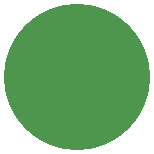
<source format=gbp>
PK    KD³ú     
  Board1.gbbUT	 
8Z
8Zux Ð  Ð  {¿{¿»¾¡WqfUªWrjN	:Væ((ø¥¦åé ü,Zª`SfªÌUD9VÓQ ¡Ì8e¦Ä)3*$ÊRìácâL3"ÎD)3'N!¡Ì8e&@q¢|JHYFjb
(½q PK    K¼É¦ì   	  
  Board2.gbbUT	 
8Z
8Zux Ð  Ð  Ö½
Â0á½W+ÐsòcºÚÅÍÁÁ]lðB¡âÒ[sð¼SÄ¡jñ%ÃÃCÂù !Û}UUsIq9õÉ¦,ö©iÏkÙ_#f]ë¦=eº:÷fnÌtÌäÅb^¿vÓ1[0ó9Æ,cÊ0s$(7Äc1ÇeLÆbåX`Ì3æ³)cÂX¸õ_¹!³)cÂXü|¸¦&E,0fSÆ±E"ó9Æ,cÊ0såX`Ì3æ³)cÂXÌ}b1ÏcÌ2¦É_vL»zøqOPK    Kå¹Ç)   Û  
  Board3.gbbUT	 
8Z
8Zux Ð  Ð  {¿{¿»¾¡WqfUªWrjN	:Væ((ø¥¦åé ü,Zª`SfªÌUD9b3ÍUqÊÌÌQfL2Câ!ÊSf#x1Äef@kòQÊSfD¹Íe&Ä)3"¨,#51z¹ PK    KB~ö   f  
  Board4.gbbUT	 
8Z
8Zux Ð  Ð  {¿{¿»¾¡WqfUªWrjN±cUi_jzQ>ÊÏQa©E)©
Æ0eÆ¨ÊQ@!6ÓQ§ÌÛÐ§Ì8eÄ)3E\¥Ì8ef@órQÊLSfHPYFjb
(!q PK    K©ÔÌ   w  
  Board5.gbbUT	 
8Z
8Zux Ð  Ð  {¿{¿»¾¡WqfUªWrjN©±cUi_jzQ>ÊÏQa©E)©
&e&èÊP@!6ÓQ§Ì8eÄ)3B"§Ì8eÄZjJ\¥Ìè:¢L#JP(KRfD2âÅJoD)3&N!Ae©) Å PK    K)ìóÍ   Û  
  Board6.gbbUT	 
8Z
8Zux Ð  Ð  {¿{¿»¾¡WqfUªWrjNcU)á^¤ò³@TXjQJª1L1ª2CTeeæ@Í4CTeÄ)3B"§ÌPfD2á¦Ì8e&èÁË4¢=AORf *Rf'*RJ½\ PK    K+	ç     
  Board7.gbbUT	 
8Z
8Zux Ð  Ð  Ó=
Aà~Nhâdg¶u;{q?,¬ØìÕ,<W0X>^æ#oÈëñÜtÝRnÉ¨¥6­RÏzºbÚÚi|îë<ö6öFñËbÍ¤füaLùç6©YÄb,cL(!l±c	cìû Þ ¦Ëc¯zÄccâþbÆÆØõ1ÅXþËÎvèç«oPK    KÛÅj     
  Board8.gbbUT	 
8Z
8Zux Ð  Ð  {¿{¿»¾¡WqfUªWrjN	:Væ((ø¥¦åé ü,Zª`SfªÌUD9VÓQ ¡Ì8e¦Ä)3*$BqÊpÛRf¼Ø§Ì è:¢,%JqÊD(3!N1P(·RJä\ PK    K)£w   Û  
  Board9.gbbUT	 
8Z
8Zux Ð  Ð  {¿{¿»¾¡WqfUªWrjN	:Væ((ø¥¦åé ü,Zª`SfªÌUD9b3ÍUqÊÌÌQfB2Câ+£ÌG¸aø(eFèÁËR#â¼@2CâòQÊÌâDy²ÔÄPêå PK
     K            	  Recursos/UT	 
8Z
8Zux Ð  Ð  PK    Kt*Á8  9    Recursos/Imagen1-small.pngUT	 
8Z
8Zux Ð  Ð  U[TA·J)Z´¸w)îww×àîE[ÜÝÝ)Å-8Ü](.ÁGÿ'ç¼$³L²Y»÷»³*JÒhÈÈ000h²2j00°FoïÞ¦ð ·¼´Ìë¿gAWyò[³®.õ¿+«FuþÖùÁ]VQòÃ6ê;l,ê#ÌyÏ0²¢Þ+'¹ßü4¯÷¸ùËß~d¡Ø
jeÕt©(¢cÏ×SÕ¯lÖªnö¨pøÔd©
zDf°ý¤¿¬ê)³ôM×x¼zÚuùHIÞ /ãJFÎ:v{ùMVi"'Ïít-Ó-$E­H'JK\æß|apé:ZNXxµÍÅ¬>"ÂÂf³ªTºåJà2MwÒLt±N'Sb²äO*"báM#èßCLJJ:÷Dá3«Çè![ª¢£E´^µ`À.]¼^ïiq«ìÝ»Ü¾}Ä;ÖÖáÔè,ï|g¬X®Ðµ+w@ÖÅËQÓ'®Ç¦ìú~+òÕÈÚÄy¦×»&ÉlÉÓ<ÅXÄo5øMà]	í2%UËDêh}sø7dèò¾BL¦ ¬6ø`Ìº÷½8÷öjÐw²¾mtðÜi²y3?]-)=]ÚÇÇ§O©{eE/*:S¬Àð& ^qvÊcú¡ ¥îc½D~]ì¨h¦ó¨KMS~õO }5¸IQaÖµ*Ú&ëñYÿÃ©ÉúTýøóê[LXÏ|¯Ëâ©>Z@ÕÐÐÿky4Æ±Î#ZÏýàxçÝZeêg0ÚéæXç-hûU:tü64îêÏÉ?~_×V¥;5Ur7CÌÊj#Æksê$MÀpÜÃéYëáöP1@Êü('7Ñé{õ¹ß'k9hff&$ËëxÉeë^¥gªFO0, äÄUà!û(	Òq2ÓRÅ]ÎÍ+Yâ:ø]_§¸[AN\ çek³`Æ´Gì^ùS, ÃlûÌ8àK -lõø×£ófÆ­5ª/))Ù1©3ËÍ=£èY/êEÍG´¹>|ÎOôS&rÛzØ±éú)ÍÕl»MÌã,d\Ã"ÆÏgp	<Òiò¥ôoáMÏvê\ÐäMRÇ^h=dBý¤]û~ÈÙ~0kÈ\Âê¥y|·v¾Ý§ÅAsþSPSÅàKòQhÛÛ ËJ¼Ä}k'1ØÙ&«ùWÊñ)X®¹öz7lºZÝjVWÌÒð|ÊûeòpRd¨Z³91UNm¦y&))ù Û²¸³×ÂØ4ûûËÓ_[(X ÆUðwÇÕi°øÖ;´¬ÑvãU§åAÀ(³ùw"ÿãõnºHOâeWaéK·¹û:³AÀý§¶ªü·óÙ=í7ê3õsø¨Ôtº![åäPú+èCbIÐ£ºÿ2ámHngË¿R~4ç3¨ªÒ#ÝÌßÜ !ì|9aýJc¥Cd¿p]jµäëµ¯äeãYeI"0¥§+Ì¥Ó(Áüæ>^Ã|\Çâ/p(IaÇTÑÐ«#¨²@8^ÛtîÜ+=ÒI+½â~b¦§ò½ëØ:(ÌZ\þGSþñaårÖD|Iº±"önvÃ8¤+Ð0ÄqËå ã¶Èó·¯|bý»ìRÅq'èt{_eHkñìeæÜFàÀô¬EO9Û$-Á
å¹uj×8M½7NFIP`J£uBâî@"/Û­ý4Êyc'-§Þ0âdñ þäLN$óòo ¯óle^b¯uÁç«Ù5÷YEÅ ÎÅÀ­¼ßñAñ?m¾{EE»ÚhØ{qDQEÅXÊÇÓÃ)´~çªU¥®QJ#¶®â3+¶²2¥.}NzY^¿ÁÒì¯d§|:Ën<æÜnºñ]m×%ÅcMkÐÁl¹@Zr~¾²M96­Åá\EÜn1_d4._Z£ë®Ü*®h¡"ð»ÿ4o³[¨2ýý6n7¤ß´Ó¨ 55Õ à[ ¼<Ý{­¹ÄíâààLuxqO¿-T÷Äíåð%ÿx÷ù&NÚ åJªÚ#-)¬ Kýø]cAk9~ÇÕ<q [ñ]ËOtÛ^R^ÞDó¢üdPvµ¼zalØüNd_q¼ð(Ù3«1*ì¢/sÏÃ|mó^I²Òð³tuµ±WKÿß#æ ymãf=ÈÛ& º¸|y$âqÜE¿ÝÜ?zKó»¡ÕÐÔäÒÀVü1¹g¾ru`i `*+;bà6ÎUí	¯Æg*q÷`À×NyÓëþB¯ze¿Òd£vyP_dC¶ü£ÆÁ½¯ÁS±¸®®NsefËÛcý7êó"õé¬%yò¦¦­¢61±ü#³Ìô2©®V£Ö~{\
VºÝ 'ãSï?6í%\Ð>çok¯Ñ`Ýæ¾6Mðà/§Ux¢wGwî YÉÅdÇ9MB_9fB,ClïZôZ4+Ò²Êh5wlrõßà©±b¾òKÖaO«¨Þ å6ÿÏë½p/Úªói¶æmºú
|J÷ÐÃCÛ5G§ÎÜ4 &*l+t(»SÑùõùÖ:÷¦Æ~Áoü£0KEK¾ÑåÛès}Èû<HeJy.äj,¦Ä	k[YÝÈüa®uXK7cîìS×Pkðé?é¸|w#K¬Å´P)²¡;9ýødô¨Uåñ`õ²E[±µáÍdGÌmx?Çi??à<þê?·çæÓ´'yºiàJÔ	¹fwÁa¤Ì-Omû«­-
.ÓÖ[~µ·gé0Iééæûßè6îüóÓöhzõ2H	6ÅäÔ»íðÖCÆR*.Êð¾Aa¾¡Â(­1ó)mßa$}L\åñ5³É×õ®wÔS½GfËãÕÍ¿E6©¨©ëgÅäàüºc~Á.mÜý`Öª)fï¯¶85î®<T÷äýë72R25ÝØ½c8iKÅdnææo×jzZÊîúÉõ%|©2°=l,ËdÍÊèþjÛS@ÃLÂÄóEß,1Ô3$HGm+¾ºWC´¼$¸c÷3FÈ)ÜMv,¿xüq°ÍíWàÜG¼ËÚêW1¶öËùÂY¿p:E#æÔI°íjîx®ÐiIGïSðÏñæ=ôp¡~ÞNC~jç0ýà	Ùmi¾bÈ"âaÑ&Ô÷éø±'wPËàÆ¼ùHfvad_l6=Øë¦¶z~ÙoüxóUÈüR·³ÛðÅ@"«Ìí¶½ã y.\;Î¯T×uÂÀ"cåà@N_kÐylFzxaµG¢ítãÚÞáÀE·2e^/e(üØ&ÛOÚTÒM,éö(Ú¶¸9÷¦in¶ã:RxYñbHK±Gt(TÛ°àwð)ø´³)9y~é¸}òbÝ·5Áåe¶¬UÙ$É·¾l|ºùZ­]s°ß'ßÍÙÖ+WõprVãß2âÊ"ö9¢UjzðÀ{ÈÄÞÂ½f_±<Ãà ÚF¸ò\Þ|¨wó±.ÐZw©?gFé³{eÄo£À(øx1ûÔð\Ã1]>çeB­¥¾Ò,R94doÿèÖÆ²óä){QyÄér<ÔTC0Õ÷=Âá·¾Oç"Ñvãà­uj6ZD«6ÖÖÁÑ´Ë!ì©!0SçqqÅÓÇ©ðÖ­u©Ð»¥cËÄ}5ÍËm´Ò;¤½¶Á¸Íó*tXpµ§ èÀàçÃËU=AÆ½]×«ííztJDrÄLÕ*-;°æÙD_zsss\(@ôSRbxÿb"~ly£Q0Úr3Ó¶®¤¤dZ³]GJÖ.Â[>J~*Ô.ÿÙ3ÕÐãó÷¼*óbÌT9/¶ýYN³ú%ák-UMº6§­+÷á.Ò1ækº1C9A5GqìugcÑ¾§{Ç6¡ïgÙPûU'&ro¾ Oû=ÖS`ÜÅ¥¥4ÈÈÏ*ì²¾"F&x|4X$lÔ¸æìhÇJ5¿/IAãæ}ËKDxâXU ôÞOCKø#e³ßÒæÙmrfæoþéBµ>	x36)	
ûGSÓüóþý¶æPMS³yÏÓ2dnn®5ÅidrÒ©MHK{Ã ,sÝoß&6YÚÖÙÙÙsÎ Ömmm±¬êq(6:;Q·7ÊýzpiÔ#dôÍ,÷9þ,r3å|öÝBÛ$µpàÂ<v¯³:Ó~bPÍJ­/Þç&Ò®oLüQ /_8år{Õ©pµ?·;P|(ÞI|v8_éUI<­ÆÀÈxKPP!ôÆlÓO×µ©QTöíþðF»ËÚàx«ÝQ<u;ÇmÂ&ë±½­Ôg¿P«9ÔµÓ!!¡ôKñOJ(þSUnþ 3¯w AWm½_"à¶c³Þý@-ýTéeýÏN²rÙ[pèºJÅÔHå|/(¸6Æ)³«'ß¦ß®&Ñ¡ágnÒç£³­gÝ+@ÿíº×¼ÄòÙæ_	XIìQ àáåÑÚä¿<bú³Îpu±¢<9'þ!¯
ÝÀ\zÛNØ¥íhMÛÁ9?àÁ&y÷Móîî·O8x­õÎª÷PSs}í|%ÇKõÅ|'ú-Óýñ&/^88¸ìGÕ-÷ûÐìèÁ¹ü¼©éUEÌunµnc÷4ÕòÍË9^p@EW¬ øÍìÈnùg4"nN»lØàø[0f6?Lô3õ'_|%úÍè×%o/|ZÏSßÑ¼vþ aÏÛ²<~3ýäÂÍ¼IñÅb=aÚgµÝÑ$ÓVTë±o-¿ó^¹ÛoSF/_¹eDµ¨Ì4¦^'Æw¬õ5[+òXÿù«F¬ÔtF²cÙ*{½Jþd8ââ®Ñ¤§=kØyßßÊiÛÿù*E·DÛ(/bq×Ãö¹øth	î8BÎ¤{û;pHè?Ø
èÎIîbç±á]Ã¹¼áÓÑ²6©_Ìy,Y¤n7Ã ÐéH9´ceü9k&t¤ç±'äDd}×ô¯À,ßsÔô
qø?¸¤HPbÂý	èéÑÕGó¼¡¦§ÔaÒÒv$£ÂA&ùGñ.=6³e\)®ñ!ýsfº¸-k®(±úï£rUÂ9Dþö¡4Üj#ê¿]~L«¾LÜÎÑÙ«®Zü½¡÷«s`¯õ¾9¨q1Ü¥:HµhuOÈ´½k*e©N7ë£$Å¾½TÌ}¦lá[,gÉ+òxþíÏp`rìe·åÎ÷ ¤Üu;èX|!©úx¸÷ù0eü?Õú³ººT¿ÅÑ~£3ó#	?§üÄL©|Û[½iýB 0írB vu¿àtX'TègEEïÙíå¿¥÷ãFoS»6j­=~TfJ£ímëO  \SzQ4ðBIáê¸½"§ÔÇYíõL,ûO.4@ÜÜö=èâkw_U¼U!õ9[dm
KWÎn¥VqÿE«ó´$ªZÐø]n ¸®µÝ»)Ìz×è;;sðýê%ñ¼Þ©Ñj²¬ª*æ-ÐxÖUÚ¿úRsü46ôÑ¦­S.'ù£MbL·&N©Å0*â-ç,ûYpøÅÙ-Tàæ¶Á$·ô*<­£,!f«Þnª\ÙìB~â RÕ< 6ªWÄõéæ:R¬æÎùÿ*fIÓ¼óuÕ£Èl¹Õ=¦[ò2
gôñoºÕâ>Ôv/¹±Jøm«]T«BÇ8<°Á'e`ÖÙü_½r:3ÊÁr*¬H*Pj¿t×¬=]°]fÖqqs!:Ò£[T5öí¤±w¼s'Ê¢%½¤Jg5Ô/vÝõòáZÒPxÂxVt¶U¢KÇê"ö@úòî<þæã,òPúA3µe¤¾-myDï½¿çaÊ¹ìÃøV'
ëûßd-3¾§óÚ²"{LW(ÇíÙË®¥WOPÔø$Ñ	9ç#á-^~¿£»ÈvÂúù<¦+ü¾\DÓ#Gð±2~û¿Ì5RIÿå(wýxëÐÿáQ_7þ2±d'ÌÉÇlaéÈ²·Æ/{ÐI*Þ´@ð«#ÏVEyl<·ÃñçyÕûûÐì¡+ïwZÇåV_è¨ÉÌ¾¯ä44ggÞénü/a^rAziÑÂ{M,å\²±N¥m­VÏgK.Ü¸Ú¤ÉüÊütëÚ-+ÏÓïäýÒÛîm&°ëûL9ZQÞ°!ycPGÑ¼Xê#þ¢ºÖº× ø£¼Ö£>IëkòHÇý¹0;ýRfLÂªÚ"J-Ýk"±ÇJ¨¸ÃÅd
®FõÂ}ÏKÀ äÇÅ)5	Féê_;¯ì) äp»ªa±N>XÅ~+EÍÃuPVN!¹a²R{u
qu$·s<µOP ¹j2yf ÕAj1x
!½£QÑÔG6rþ+ÏJiR÷¡_A"HÀO±g*õTÄØÆ#^½^¢gº®áX¨P(Êrb¸æÿ^iÉõ&úF_­N&Ï·!QÖ²¢wL"á°Ù½(ÍX#£Ò50ÄÀâxµWÅnþ¥jF0û<IÓÇ°úHðaÖÄ©g­îÇo	gl&Äò":±ç÷4)%màºÜxòHmê;¾Å=ANqJFhzìrçÉÌÛ&=Û7TÙ^¶Ê# ^\aÀ(tÏgÇré»×ÛcH²ÚÅº2Ïê)Ô[§'@hRðµÌ¨¤B·£@¦Ùß|I3~WåWpÞp´å¦TÖ~G¯mªÞËß¼5ügÅmµ±ý­Ô®r-b	úG[ÝïóêÂê'nÇS±Ó£W×ØîñýÄ¹tóH·MßÚ¶ÔÞB/pÜháÖ§+Ç}FÖ¾ÃóXG:üµËõ¬ë´<×Ðô+gw.©gUñÍ	nø¹Vó+}ÜñìàÛMQ×;õöÈµÖ#$àKÈ÷N£ÑÏÿ>£Ðsy¦äí:%Uå¬/pmæËûÞÅ«òê%¬`	$×##ÂÃihhðþ1YåNMMMIMåa$Åu¡*ïì$þ­Jýéû×Ï[­í5êªªÛ­¿¿^'+«A§ÄãZæ¨T´ôéúS0¬9Û_[Ò!mW§ë,Á^ûSq7*WÎoÝç°NhÝí	|m­:WªÄ|ÚòLÎMêêö'Ê7è&·¬+£rxåK1ª,ý^ÓD=ØbÔ®±çI<­A9íþåÇ)7¹çf°Kiô®$å_¨îêêjÀþ¶Þ4sÉ¦7æA¼áêejì&~Cb£eã/¿
I(aÐÄ* Qý06zÃ*àêRÐj\ETÛ]@:c?í/²döW¾O2Æ¡ýNdçTSB8m:²}d{úº×dIýÂíÎàí¬¬¢¤ìJ{zD]~SyZê4Yjê÷µ´ÐE÷Õ\z¾OÛ·ÛÞ\Á}WÚb>k£:'!?«ë)wL¥Ämfgw]¡µl}!À\éK=ð·9xqÛÏôzûîïgæ«ômk¯~~¯AS©^åV)Òíè­Ô'NÔOiW¶p¤P"EjðëÃ£,Ð¤Î7Û:L7´ÁØëµh"ùZÎ:-ÙÖy ûwxÒØÿª»Y¸©Æ|°ÛÞ¢û5
äÀ³;	"¼iPKÙsÜë·zÐÅ`Øz<ÇE-$KélýF<Kü° Sg¦ªÄ÷Å(¦q¥YÛ÷%ë`ÖÍMÍnçUæLQm?ÀÜÚu±Lµ,$]·ÓÁG,p(ñ¤ùÉ­£üÑ`)òaI¥0$X(µÿ5XíÏWIÊ!N)xÁm.q9V¢SlKIn/¢D>ßS"l!áù©¿± OsÿGv>¯5"0wr$&ßóªÞ$Ûös3GZ8÷¥ÖµBédQèuÞió!ú4±¶é½4É²Sm 6hdOSÄpQÿðn!LÚÝSàx°p¯Õ¢Ä°cê?ú¢ö¢U<#5z¶cîJUt8}¿FÛÀW¹+°$¨F~ª×ü°ë½úÅüÕòÁý²Uëdk
±r{ØxôlgÝE 5Ð¤þ	]YGfû1÷5c¨5%J-æjåÊÅæìûKý-=BÖ`Â ð -#ðSãÂÌËtF©	voì<9m;ñmÆÊÈ®ô $%}E±_Öõð³÷@k£Ç3©~ýàÆñþÉ¾j-Gô%ë÷QxFÞ½ªoBR:âå~2?ziÍÙûå~¢öãO¦UÁ³þ04ÁÇãF¯Û2d{?³Í$%ý `GÙf÷~ÐAÿGKòa8\=Ä`áYÜébéäëcÄ~¡JÄÅ«täTiÊÝsp>eY=~½ÎKaÐÛî^9Bø¨üÉ5GÚÚiØç¹P®úT¢¬«KÿC¿ó¾$°í¼
!YãÕéKc$(p>}"19)5p¡ûà(Èÿi+±Æäáê`B;WS:Ín¶LÑVD$_-kB@Ìz_-)øH}ûvö¨÷ÃÁ]¸oÒÿÔÔfÞ4`kjâÿÙiðQ¨+^³¸ìðÙL¾óm;ã×.ÉH  ¬ÂÉ||HÀD}NPè=~Ñû÷!z*i6ÊÜx¸®;'-inNÕâkµk"ç?¯êÌäK&>1â¿6æC_ :	æñPñòUa/×b¯Eìø¯ã­ðPiôUúØJmÖ5y¨àKáZÖE,âþ'èé#NTY!q­X¡
hÕ/Ïç~>9ÂTf	b¶ô;¨Mö[ È¦#Ûp#kAã´,ËuCÅñãÙ±¨35g	¸ò'Ý¤âVÑÒ×Pú'¯É%ÑfÙWEæ¬$ËÈo½ëæ¢A¤~¨µ«©±Ë÷Ýl4ðº<À,&@Fý·+¦M£Ôóè®²ß/öï}gn"RæS\ë[ÂczJ6T|µm¡8io~IÃ:®BÇkzb¡/éNæÃ¢¾þÊ?Þ¼z½óÁííIcÕ¯ùoÖf»Aµ:WÏzX÷Ûæà°ù*f:ÓðÚÎ ¸ÜSÏx
ku<ÝÂOØ¥¡¥:WÌÆ=Y	»*¸PzÞ§K^pkd4.µDð1«ýg*ê1Ô¤9ùÕð1Ê·ßÅ×Ñ&Eü,]á³ýÓu57-²$(qI;êJ½¯½¨ñJóWî>O.®§êhÜõ,rR1 êQC7õXûÏû´/C9à¿vb2%8ÞJ|¢m[ls_ï«:f"C>#È©¨Os5:¢{gÚjDH``Ç)ÅåßìiuÏ°éô¬^]9Wö½¼¬CÍAÓ ±Dù)µÛýäYßláii+übõó~qjâ
sXâwkzú¥¯h	6hspp×ùî ]ïOÈ~}(~sõ[«ÀD¬¢ ±x­iÇUcÞT$¨þõÂw ®þEË®ÙgG3{\ÔÛb½E@ºK/ ^¼éH_Uµ÷¤eSiÌ´]Zäõ~2Þ
I·!dÕ±cÜåEeHrqmÓéôþÒ²áSYýYñÍû¾yÙèâ§î0Ó:çm1Å¬:Ö_e6öëíóõÂYe.³<Í²þp?¾S®ÊÐÓ¿Y¶D4©.®cKcÔt¯IBS'èÞ½ÅqýP'¬ÌæÎO
[âÒÖvxyÿ³ªÊ}­æYiÙê=2m°â£¸ÜR 0kOÎ¢ï¸k:8Ô&+nµ¹"LOQ7ÃåDRî¡ÎÄp"¥o5"~ð¿± ºMÖæ|'Õp¡p=ÿ¯8jí7USW'HïìnV j§6ëíWGµ¼óÚgZ|E¥c_E:Jq Ö_/iäÓf}üËTèn0w±épC];CÅ
ÏòòuuÞû#òìºÂF,fåôJ](²ÇÒÑV¬l©ÃàÊ<¸-ÖæZwÞ¹=	¾Äc«úA	 úN¥ÄÆøJ¼Ã°nT.C³UÑjÀÂ4«AòËú¿½ÐôÔE°ó!é¬û/8^$l§ä]¬´ZèWµôñ.xíc)ÉÁÒÎ»íR¢ùlímô{Ý ÊuEQ¨vË²¶FzM/ÛUI­Ã>¯1ókL­6ñÞ´´Í÷CpHëqUFâçÈ¢Õ[bÓo/ìj:+!%÷ºï>)rÚ&KH^ñN/scè× cÝujVåÒðÑlyR^Þ³ùãípÝÜ´¡¬1 æÓÝüA¿Tgvw~?ñX?³ºõÊ@Áu£~d·v­­F ^Àô¨M2§þL¡¼6Àt0þ#x6²Q	IKi]§âÇÙ'Xoûs}8zt÷ö)Ï÷)Êb÷"¢"G~C_Ì÷HeA$åüÆõÚ«Ã²îdpÀùHh»ÿx]-J±y /O*UùÇ&p~+¤Û?5ôSG÷¿@1:b+Ö¬ãÆUßnD!âØS±öÔôÃp?ÿÁC}:¿Ú7ç(YYsä!yX\/=ý9VÁº;bP£ÿ²P½¢ lT±!ÿEcvÄ¯ÏtWÓï1OZäÈ#ògük¬:]Ì)e<ÙW&Ê²ïê¯ÏN âq6Ø[°hèõåáùZRFñããz»x¦t'¸"¦Ø×¶R´WÅ½A^iû	e«*+Ë!6@ÍSo¿ßNÇÆbÿ.óÎ-ÔÎ¾)4Z`ea±û©×X+OÏ÷°_LB >ËBÀçZiÙ:p HÔTT0ðüI(CL C±q»0UÜ,¯Oo¦§DOÇÈè6·tP×Õ|3 %òTX½jjjÄ#Ð{?zM5ØóÇç¸Õ#þ7b.)/¸á:wïîî¦¤§Üü¶vÏWòf­V¨Óâ²à§²I¢Û=®ºÃÿ ý3·«ÁöÃf¶ïßõc2<ÿî[£{ ÈU*ðSzq+ #Ú[]Mmx|ÜãgttXÛ?Bû=ò÷ãc{ûÛù¨P02ës¼ù6Øß	1x¹Yp6/Ú3{â`·'ºZ)|²½v²=³5@Æs¸õFÙMì£Ð_2òÿ2~|Ï)ðQ¿ã8^½¬ÀÐüO©rHF¼CòÍ±¿É£z\G§ãweNïÅÛ3ÑSLT6Ýú´JÎáøø~=PgðF}(!9»M}R"[\Ä;»i,f!ÖùGæâ¦LKP¬=¡@XN'ñß\?Â4G¶ÃdtèñÅÅ×BÎE¨,¯¤¬&¯)Öý²|Ú´7nmÌL1Âö»!£ÃT¼ß¾±§Ð.5ÛÊVoå9õ¶IÁ<I-35ñx©>¯Üä5Qä2n[]èg<§Þ¡£69,ö¾X$}»Äûr·¤>S$HþIô XJì5#ëëÄµïÈãÖýDVç/ß]üÒSáúÎ7}æ*O(ïF04³Rüì)äÞÃ* ]êÛ*Ä³¤v7tÉÒK´X|QÀ¨µ;º½dþáØCTâ[±êÿ­-klDCZÑ®Ååñj/`4}âÊ¿Çq=Ëg»Ø´«µTQøí±¹±)¥y3@ÞúÅ¯Ý_2ÇZ¶ðþ2²FqVgx\öOò·é©jò;gßuAçÛÚé¦Ï¥½ðñøØÏ¾D³ÆêÓ+_|°àãÌ)j7äô	ÊZuRÀnª÷j{ÀÂíéxØtñ²óKÕÄðçvSq1ô×óÛÍFä>l%g(¨QlÚóxJ>ku¹l¥ÎvL·@(h÷xk5kSÎe^	;yñ±ß5Þnð+'ñn}`×°È£HÃz¤ªæüiF<f¤4ú\dñ%fû-?é\ ¢N{	ª¨	]"ÔÏªOÛl§âÎhÚØAÕºÖtZTb¢lQRç>±/J¶µ{S@ï ÊÛI XLÑÅñ=Ð]4Ì¬XØ9®-ØÕt^û= fX	¢OnÕ3|¢ÑúÃ¶I¾qæa×>³ÂÔ]ÿN/X¹ë8-²\`aÉ¹í»öþ¾g\÷F/'ã$MÂåW;¼¾Ä·m±Ä®;$üÀÆèô Â©8ÙKåØ?8uºí3Øó=y×]óÕÄ®ëÝ1iøQ.s¤'«>[ºæõCÉÜd­ótè¤ÇÎD-Ç¯aS'Â÷rl®t¯$-¨
ÞÝt=sb<m¦[Kç!Ncv·@7|®)«) °ÀpuòzIôÃûpñ¼vR.¿eåX©ñ|¹rGôÍáº¥ûá¨ÜÉSÎßðÇ$ÃU*ýÑueßüê¸?.¤-cª5í&¯ëx0®Ûç]2µßô{ïpT
w2SÕddQç+uIk|z½úaÆ¦÷b0/jÈNþd*°¾'Õ5ñ£ôöw¯	ßÎÎ~béÑCãð{¡JJò**RZÏ¾ÇKa²j¯m;m{çû		r§óÑF·ëáUNêþÙÆß¥Û|Ñú!¢*-'@I9[ÎXHB®d'²dëSº±ÚÅ½ï	û÷âÓøÑ`¬vEÿ×;i~#wL"Rÿ)1¼"÷#äÓ©ÉýÊ}¦Ï/·s88	³o.r?@Yø÷:µð±ÄHä§?KØ°KHN(¼íñëtd}i
<,ñ &Q¦|øx5{ðíáàëúµú®¶¶6Ä³V=Tìô?6rIEÖÏËFãµ7²²UVÙ'û.¨®ï@Íu¯ÁÐ?á7?ìúø´(PÌ`ë]þe?ÍMËOú:³·êÔ³û«²Æ5'wãìÖm7Ußç±ößmoÂIQÔÔ´Ð/«zdüÚnÈ»ax²åÙ12<ìü©SR$¤ÂÞüb<ÂéÃKLCIÙí¼ðü·±>;`èéÜ`¤ça}í}S:d^4bI%¬i?døo	íÔMçO£çÏï¾ÿ»²¶û­×cÑøúhrãûÑºßh;ÿËïÙ6+£OÕíß`Éu/ñ àzâtðüÖUÎ
éõKº9ÔµSQwÞ*°§öÄ©Ô	%Ã¤Ö³YÛÿ×p\cÏëMK0éÂ¿IP|¾·#Õ*©å¯®©YS B|Çc»è §Íæ^û	*7ýþÃjB.máM©*Ó{Ì®1¿íe·Px ¢t\9ËE3ìÈ5I­»2Þ Oüf¬>7¶_YØ¹Ô³+acf­Dªôp³ÇÅõÐÿ¬øH|ãÌ3mÜ>ù g¾7 #ÎAÇR«!#p7zÀÄÙÈ[¹­ÔÙHOÇX¬_®ôg%.´K9H*é ¾ë7àv­!¹¨TH°=øÊz»áïFY;¥Ã~²ñ´¥Þ¤Å/ÍZx×ö§ÀlQ`]ËM§½W=ð±×©÷¤lºÐÈ_Zè¼³êÅNÂü¸dÀÊÎ¡02²¼µþÐHc	DðKJâ(gI@KdCæ¸WEÉÏ¡ GH¼LÒR³T©ª¤\OlE^¾°¡Î=ll,n-x÷ÍØ ó$LvY
Jq¾$v¼Æò,±Àì¾>ÑÎ;)gÓ	òrñBWrý.>±v*îTÌEn/ÿÊ9v=ßúw ¢¥øÎPÐ}(®Fó"l	Ëj¿*,"Áé9	]JiÔKÅ0f=¸­§ÚÔ÷{Ö§¾áØD?¬Çdø¾¯·³]bÔbU=´c)<ë¦TS)@p$þðè05J«\~(õæÅøºM_þ²ÚX]+_Û\Û³}ÐÊÕçl ïN k¸¥þÃWÚÔê§S"R	Õ£qì"¸úþÓþYM´ñ+ú´	O »IÖn3gYò÷^ãÚkÒ®]NÓß­u	ò¸jïrÒ]~è#r;Ïâ@ANú]/=ÎD_©<FºÍ³
þ8Õ-~ø\jK: ªØÝc¶ÿnXbÍ¦áeÃ¶«)lZÄEk ôñÈKJ¨ØæÐ5~íÚ\óÊgW!Æ¿[Ð;.>f¶[3Tó Áß¨7_Õ!Öà¡Ç©æÝ^s¸}$J²YÔgÝMK#BÏv	ùüÜShÝ8ØÀD l{3ÍQðÊò8yÃd«Î=R7åUÿ¾>H*©Î8k{FÁù½ßëómÜPbJÃ*O	bESfóçÚdúøÂPh¤¦Öw±ÎzoM¸ÚâDÜØØÿå8È'´gFq^Ç]i±ãáG`:¡R~¤æjÞ ¦Kñà­ó/tÆêMú¾ÉìÅC0|SÆ»ã°à@÷<öîß® ãçÇÿÇÓ"#£qÝß|÷<¯@<:ÖQy§êsªõ[N£8ª¥ãI'wnçü©nËt¾´7³U6XjÅÇGç¬­­µ·]2B(ööãã¢sr?!åð5¥"Jýóº( Ê£à=½cFRxýeTèR ÷;ÉrùÞZt8£P å+Q÷Fð·³%lúWùï2çsÄ&ËµBkoM6xp´&²ÑýÔ§ªYQÒYTÈ1ñYðO¾÷MÓaJQâ;)J"¹á1;5Kì+ÉþB*.ÎéôÿîßCÙ§Ê^¤ôò|VH%4Öu¨âôÞÉBÕµømpsø²ÌìÝUr|VgÄA\i~]5ûÀ/´÷£÷ÿª÷ÑyroH}S·a«ýÇ|S#u\):ÔúT'®¶Û*d&	ÄåtWQPEþJä¼¬ ûãN¸¿}ËÔ@(ú)þ%
WSU¥fÛ¥\­ôyeG(8éPÀ&]A¿ª`+¬U/ññS¼ð3~Ð3¢a»»Ó¬.Ëâíè?>Ù²ádÅ½¥û©¢%M%»Nv~ü·V<­TçCwÐ	ý8ÜØíù_­·Ë^¼5<õ«è©DºPÞ1[kpÇW>PN ÍÒ0;fÃY@èBmÅ½FN®§|$ßËÐèºÂÒgißOØWó3§(çÅä%Ë½<²ÞûU¬eê¨NoyR/:³´Ùþ1ÒwÒ[G_Êa?µÍ85« S£Gí¢èÔÕÃUÅe»¸W+í´B±NQ¡êOµÆ·ë7#åzª#´OCz£ýxt]v¦·áIÄNlyÙêRÃOÈÌEðý×íe§Cå:4ÿÕDSKl©ÁÃ&Bûå¦%ü£À^_é¥TGQ¾î÷¢¨ÄtíÀ#W¦zÈyØD|Â°A?âÐåbÐK+R!¶cÔâPÚvÂÛ:P¹½ú`ÖkRyd.Máñ·çGS ;ï'&2oøèÙ2Ç]_cã G&ù(u6~±Ü}7Ô©,;óÆ§2oUQ3
þWX³ÇHDZÉ_9jJKp¾æ¦ðå3Nô?Õ(;ù0¡PÖ&¥È<6]Q0¼zÎùmOåZv¡µH¦ÂÄp¢DEå²çñ8Û²¶1	aX×»´Ð5·	ßýýÐ óù±2ÎVYYÒîsi|¹ÁÎ~ûFÂÞJn6	¨£d@Ñb¸2g>Cå£µ£MêPü O1¡'kI-/Züä/àÛGîØ{Ñâ©èë `bmv$x8&Ãö¹eÊ.açéDøÚÅ££AAÎ¼ÇKÜbA½¹¸¸\+ÊÊÂþÓ{ppvi:ùüÿÐ«ü-éì\«¿xÃÃò7«£ª*êééÙ1[^R÷1ügUÕKþfefö0Hü(/ìÏúî¿Øg;ý_í`õìÔu>à~&\£?úú\ô£+?/Æ±å®i è'ú¹s¡*(NÇiÖ
´ëIY)¥(ÝÞºNjV¿¨´xí¯÷Ó.þGáQF=ÝB@Ì±k§@Þj¥v­¿ÀÆ;ÓAµ×ré»þü i©¦ç°<70ûûQ5ýæ`¨àíÚ«t$xV<ÌOßÛâ¢qÍí5¸ÍjÂìòWêRÃ¼«¿DkÈÒgÍÇWiGêGúï»'ÞvÆ[¬;Öû?l6	×G ëý,ÎÎ]:R7ÕI¼CT3¶ÓòÑq,+]cqõû­½_¤¯W÷vãß ¥}RÑ3îq¯Ü½=§º<|+.*|íuWØùÝ!KåÉ\f^¤«Ú0»*)×Bq üYqQo¹ÌOÆÆbóH¸Þ<´Q§m÷µÄâGßÃ¶+^þzÌ¿:ò(D(i¦p¾ØÉîöÒ¢µÕìé|¿©´kUÉØ+ùY¦×ý5¡aÏ:DëöìWæõa®t£rýSÐ&_ ÒqEÜØ£ù»Àºo¤tZ|­Re9óøËþ¼÷?OáåÆBæ:»56íàä3¨´³©,#ô8Â?]v{PYX9aÆeáñ¶ÆÒ(n03µËµRÓ"a3TÃùHfø§¸Xû,333å+/æSSwÜA-DzkmYÛv÷ò;½{<é´h{Ê>	·ÚÍ~3ðÍ\°í7ldÄØ5æüáÒ2tAY;¨Å#¾ój+Eäòåv@ðôæÉ5úêö{Àú/Ë¡ªO9n7tÒIO"ÎOKnwòS½w³.b©NDª»+K3eúgÃÖ#HõYòFùWGñhOqÄ­éXüI:+M{Þ3dÿîÚ@í/hooë´i¼_c4ðé(j%Ø_kñA	âÄ¼'ÿaëgÊ#Ä¿Û$¨Êèæ¸\XwÖ¤5Ë¯prüü;¼¬ÏMñÁGõre]÷ÜxùÜ]¡Á+¸R^Vã{UnÊ´#ó/QRÅW'h¬É¹ÚZZZ}üÆ«@¤ð~4Ö¥6Z:jÃ÷Ò¦"óöKý(]£õùkUV@1sRa%ÜfiIsf|ys«ô:â.õOR±Òf¿¼{HÜqá99-]+3´ù3°Tï~\ËõÏ^¨µø½ña¬/)°[4Xû°·Ö /¥	l«[xÕaEJþqë`&:Æ	9Ï(3×O3'ÈÂYõôÛ]f3È(»4øõn\Y"UEiîì»Ô%½ÙÁ½\ìqEE´ÔÔÔ¸Ç³6@1r-Ð?-uäFQ|³¡±Qv2U4øß=ÈG5ôÿ{%`ºû>0ª*Y&Þæí!+©$Q#fô_PK    K¡ÝÝ­¶  
È    Recursos/Imagen1.pngUT	 
8Z
8Zux Ð  Ð  ´ýXÝú6#(¢´
Ht©4#Ý­´tÍtÝÝ0äÒÝÝ=tçÀwê³÷~÷ïýÿ¿÷øÞï9xî5ë^q­kçºbùÈJaß#º-!.,vËÝù&ðáúà¶òbïÐò»IÖ7ÞJ½EC+
¼ññðù®¸->êÿò;hh-	Âoµ7¦n»>1¸lÙI	z³êÅt'ùÎSan~é[rWÉs4¸=èÎÓE±£;²¿Ð©éâ3Â`¸lßiFEzÞ
G¿3¾Ëÿ¼æøb%Êí]qE1±|ët-}¼Ñc§È±¸Ó-¶U:,t´ßÿ+CÎýù½×ïÑß¿&ÞzØý§ÈûÏboýþÕÿ×ý?=¬ðÿüª6Çðç×´µ¿5ß¸÷UÛ"¨¸|t¤pww¡eêÈÉ?ÁÇhkÛ¿y0ÞÞÑÑÔhÍÊÞÇ|¥`ïÛlú9j¸±Àß,pÖThy`yõJV½Ôª¾¾ÞPCÏD+&!¹¢¢B^VöÍ+ AÕñ<Ïîß½\Xøê.6öPÚ0OpT-77·¼ºz¶FÞà]¿{féihÄøú±ÃÑÑÑMÌ
!ÖÓØ*R·,
\üÜ\_­¬>5Ã}ô¨ÏXçËÏ'ÝÙî¹vl¨AØ¡5©­qzvÿ¯5{C¬þÑ\®[ì	1+]ò9M.Sòm£Ý(}7 å5BÞgý~.UWóqÛ,Þ©kçBUôqE4--­Íç1õ`{äZiiiw{³lLsyNÅ¥¥ÙÃ+>~~¯ER`úB-¢m#øQ%¦Â¸³Ú+=(¸×\Qa9ÍA\jr,uðØÕÉ#rÝ%°ÕîIÎ6çP/éa@»6GV²kEtQÕ^¾]ÎíÃsiîþtèXëOó-±RAIz§ÆnR&à[('yÄÝ% ÚÝ úxüôüä}qO¸ÞSö®·Òqv]àÃX¥ÐÓ¯Ì*lJó2á·YÁØÍ´¿Æ±¥\6wää&¤:ÜÔÚWj.ÃU¨²îöÿMk^Ã¿;½0 M2Çß|ïÝøMänTå]2iÁE¸³ Á×Ý7Q2Uháí°KÄ²~	ÝÌzö) ·0Ê  Ë{ÌÏÐW÷[<÷.CEå%û	7ÅSïMqµ)N¿t¹Ñ'¶O«K×Þ° >:fWtsZ&LèíýtL½Å\7?ùâ@9ó#ü|]àcuËhQ6·×§U%08 áÀïtÐÞ£1x:;¡îÚ&#Lhj°Ïdê[ O}ÅB÷ä{4Ó¾ð2åÅvÖe±öÍÚ?¯<v_>f±)ûÕ4å{Ö±SÔ,tñH¢ã¤úÞpa42[>D@ï`UúÐrY×2T¯Ofóh­¾ªYÀd9RÓA¡*AÊv£vVQÔ³äÐÀÄï"~ü]öËCOU¿_g'Ü
Tû>i"lHyÎ)±ýìÑvsm÷ XÏSÄïYOð"£"ì^^^FPG8mîÙåp×4zÌ%ë5¶¸"¿ôm±ºYÇþ&|_ølFÿÀ§ñ}µY®üþ» Ò­G%È_Ø·dm¨(É/WÛ=øú AÐ±',¡VM+ùîÇu£êHO¿¸m¹¤Ò¶/xy'02vµlY÷;
þ<Å­1|0ðZ)´0ùHQ¹VtFm"±,<{ÓSPO0ºH8µ"WÒ®CY<?¤=Ë'æË²CÛç×U^¯Ó7êW2¸±ºo¨G-,Ü0_úSìX9'#ÇÌo#×"plSÄöðær óTZÕ×À#.ø÷àÐ¨ºOÍ½£ÏL~b¥õäàÐ}PH)ºhæëõc{{V]Ò\Kç«Ã×rD)CZÍVM&§©w5´8yçð­×xÃvnÅP	/{)-¿6z,3½1ä®x1_*àÆjf|½î'Ðtf`2èG8°} 6Un;S·Ø·Ewm©/)	Êæªõîøúkæ)Ø+Å\æ]IíûóûæÔ¯1ó$§w`áÔÈ¹@XFQ¶èµ"n¡i+1qí®Qá¹ìµÏ9Wqîã0ÐYbî3²Få×ùé¼0u;JläIV}rzfx»þglV{Û£³Çü[¾8Q³®P ßÀÊþ9ÎuW¤þ(Oòh5Ô,éÛBv^iÃ,ðþéeQôÐØ6`v½ó3ñ:Åò-µr¬®¯¢è+ïÂßstGqä6cñóÊµò»o½5h°>y²~ëwÂ$*4ªge/ÏÔ¹g\sP°¬Ùô
;ÒlJÙì¬«/Ê_Vëük XÐn3qg[Ç<Úèµáv:¦vµåÃj9X8ýÎýÎç!~çò&ºÉ8Û|h¥`NÚZ®þ¦.{ûè>·k8çËvô&ëöÝ'Ì CÅ*õÎÛndcÝEíÏ°5/KÔ=Gã9eS^ªÆ H¸×iyrÎÏi½R¤ÅnûLDþ¬«©ô{ðcí½¥¬w¸ú0§µhâLÄ¡)óU¼õwl-ë¹ú|k³`ä
z+#Dþz5amÐã,ÝÊ²:a©Ó´&ì^¡WÐ¤mRHe¿,éU6ýçlÛÙF:f%£ÙfðìLgõ#+Ê¥ÚpÇlÂ_åK}3ÞF>wwÃmôcßÅÁã+ýûÄÄÁ[Á®Æuûô¶jì´å2²ÚT=yVÕglMëÁÃÍÝõñ¾Ãpß -~?o!o"®°£P3å±K/Ö÷­ïîà+Ä?ªV*F~ÀÉ|ïÜ=Ý¿µLNå+®l§gÎÁqÎÕZ)ÀÏaQý
)2FÎRqÊÙÿnT»ÇpwÞÑ\"JRÌ.Ã·ÖYºôòE¤f¿AÊÕ+[5e¤¡HøíÌé])åÆUéÛÊÛ`Ú²JXyµFyL)kËòKæ·9Ü¬Så+q¬ç¢]Ì¦lÅÑní^ñ°HfÅh2n¢ëY¹Oë>ÎxGÄ2»nTé]â*?m±ôn¦osEUZÒç(º½¾ÁHEÛ°ØH²8
|1^r8LÜÌVÝ¾c!ËYmïãl°»ä¤w[£9Å	Ü.PÔÝ¶Î8£twtÊ"w.³ØNó}Y7³é>¤Q@)î«VöVod®
ÏÚRÇ³Q±W÷V×º³É'Ö°t75õ¢²º?ÉØb¶EÔmÎå¾Å+ÐÎÁe×SÛ¬2GOo¯úpBµÞõ#;Óí\³UnÀ¦WÇ´+©ðÜË¤Cs÷<D§ct»Zl0cÂn½LÏÃd¶ºú'ë$Ñµ¼æáqô|Ë/¦Ý¥ÆZ°9s­K©ê7,¤TØ/÷ãÇçÁËJvµçcfY¯V Ðõ¨<@.H0ö!!¡¡µUaæ]ÜüyY¯¨>¥·­oÞº%am]_útÒªég±xóÆ#,"¡¾¯ÔË¾EÐÝLëp¼:"vØÌÁ_=IHÐéèÂÓ6uéÓqnµSnø«~Ä¾¼xîJ¸ø Ay£ 'gØ`äkñÂ¸|QÐ4ñÑÃî'®UåÎ|uGEb «1Å®BdG¬GSDÊ¯J¹r7ÈÁBùE"\MRåÐKôLº !%Î5÷¬ðîEímúo(ÈAæe?Ý	kT;^PË%þt:û¿Bë~`ÿü\nÌ<YB7L»­Mÿ¢f4wÿ#j~ÒÅ=Q #Xsmôhc,hívrOüéXþZÈm4G·ü/Eay'½aÌaÚIììh3G£Ðý
B(©VeÀW+5ÁsSÀv[P5¡ÉQ)p;ìH´D¼á*³â²NÎä=kÆw[DÄÔDXá÷Þ1"& n8z;*Æu_åQ÷xË\4gæêZEÆ§ZþáühÓÐ=Íf}8Õ¸÷k¸î\t¬ÌøúO¯k|.äyÒMÏ·Öúý¡¢â9Ä´ÔTq		|nÒ¬ D½Ê[íÁbjÀÂ#"^ª©©°OOOm.N¬ÏÒ0Á6³u7Ö¦ªÊO¾ÒÌ6Ê{TyëúýûO ú¶ø|&r+xª<À(;XØK×Ózôô)M¯ÃpéÙ£n¤öÂohÅgÍ,ï8Zæ?3ßÍp¥}µÂÏìïÝ½{×PîùìÅÅEqgçÊÓÚÏt·nÝ
5ó2ÏL®}*÷Y ©"S¾|Ù¾¯!+q:Þê
NÎL>KApqq537dnè[_XWNõí$±-­jòßÎp¶.?ý3RÄèâç¨ö¸K¨;MÞ¿ÕÇÇ§èÌÝJðº~{-Ðßqmå|MÚt) Æ5vkòQÜ¶é@çtð4i`]¬=ôr}É"Ëá;@b¡/¥tÍ°; ÌP ! |-ðý°ÑQÕý­­âSó|*jÍÿç¼N}Ð(ÁÍpzv3Äë¨Rö	_!·÷ö{×UN¼áòdÎ«Ï	ÙMÂ¦ ìýËÓ=äñÌºJÝÀ_2(R}<íÂjØùÕ×úÛ6ó¿î"ýòÜÎÚö:¼->¤K ²iæuÛk£f\8V &ºx ?!ÍÊòò!Õ§Ë16û]å/b8Ìû{êþyAÔç\"¼èÈÈL¸ýÃÎiæê/»dTTT	.Û5Å.ÇSXF²ÖËêÓÁ«,Ù»)p¯Ù2>ô÷,¬\xt±JoÓËÅA 6±ºìàâùpíàªíZÙ­¾ÁÀÊÆ¶ÔÍ»Æïr´³à®½U±B¦eÜiñÖ¾&ÀõlF´¢Tº¨ÏGõ×¢÷®.lm'ÉÿvtÓd­ÁötM¥áá LTëåÚÚÚ°q|0s+­hcØþ¶r:UAÍQt¾Sº¹[ò«w+w¿71ÉVï6ádéwÜÞÇ6	L»_ÏTb:üiÇ@S[q³Ë$¥KíbýFg®EqMA>g¢ÖO«$'[ÔtÕçÒ|¥µÉ
Ø©ñQEAÇTcCg¥R$Vûóy_æö R^;ì­ïeGÊàÎmÃ:{ké18aÄbå0òö[t¹CM·mõÀmIPmg	f'|1dòòíþå1ü*û«s9· Ç¹¿Né+nÛ_`C-¾R×[ÿ¢¦f,	·ðYñGäÁLs?xo-/Eèq¹ @{5©îr´ì ±¢ôYZT½mðËlÓ2EorÈ+èJ¦W1tê²L­ Ì¾³Ì"(ª
ÐªZ_«ÿYoBÕõ}W£),;6¡jB­NkÁ¶©åÎï'ïwa¶HJJ._xç;yÝºÏÕÇ<ÄÿÌZ£6¬([W0Á	qZ2FÈëìºmZ¤j×%ar9fævÏ¿Ø'Ð¸íîî>VlàTÍ)3ÜÿYr³UC;íþ[Ó<\²ìõ
´nZªÇ¬Ï¯¬P·°÷Èjko©#klÆÚ*õGâóz¸RÏD¤Hoÿ#ièï2ÆnÂÒ¹¬Þ}ú¥½Õ}6Ufvhj¶¤Y=GºhK²`
TýóÞÇ7óv¯böu¡_ÔJO54âmÖÞJtÉ~´Yþ¾Þj»»Úvv#þÇß.[|îí{(`æeÆ"æ½WÙÙ·I:é©f,wÏJgÉ¦^Ö¬~á£3Mo	
ÈÐ20²ÿ$þ{²ôvE´DàÙWúÐ1LZZ_j¹ú,å©Ü¨¼ù0l?~üÇP·÷-ÓÅ*îÿÊW>r¨°m²ù\9§gë)(ó·ØÅºqãs[9<,êðuúè[}®sÜ=#R$Y	ß?Èª««M1J¹G:vd"l´ô]/?ÛùíÛú6{¼÷Ãìå<h\#°h×µ·¶iß		ÅmA¾ßÎÎ÷0½ý}ÔrFøo]ËÔéÕâÞv¢|«"ÅÌ{/h¢ P#Lÿ!¤ä}@·õä$ä½ãr=x¢¢?=6Û´µµ±È­Ó«hZ{Þ9Öc¹¬ß¼ôÍñç¡¥ÀUþÕË^Ù_´Oµ~Ù@À@hý×ÛëÔnçö0ÁÁ^dFy{âÛ¯l$9ÄeæRìþz[·<é'x8ûÓ-)áÕ]7OÂAªhíMKfS¤ÿ±ÿ½OeMøÔ`×ZÚîçnûh+#¡Ý¤ëFtRÃOÌ÷ÑUÂÛæ«ÿHxå(\ó=ó¶vø5±kw<wÄÄÉ¤UÿûçB¢»°H[<¿K¬ ¾|Êkè¤Õbeeí§ù	¬Öß»g ?QBiÒWñiL\Ô*lÒÞÇpH¿K`Ò¢c3ê6ÙÝÏûÃ¹jËNTÙê%­{Þ8TPMV»ðqE5haá+÷ïÙ5L£_
)±Ü<}c+Q²Êû2è%{#ïÝzrúëÑòó	årEµZ×
?2~õJûÍlÄ_ÍÍ	n¬¬òå\ZUöÖøÀn!õ¢é¥%'Õ¢ÈÁág\½bp¢§,=ëòsk?¥oZbæÕbõÕaÓ)ç=Ë«^þoÏ~gÇß&äÉúz³\KÏÔEùà°ã)¶È^µÎE×rsU%R#h¤xá4²ú50 YÃ_@¹{5ÑN¼¶¦ª:<	´3Móå0î¬ß7TßöÑÑ-ù4Ð%FüîPÂ­>×f
<2m8GÀ6:yBmmÍÞÁEïqÊyÈ9ö>ä«Óí¥=ò6Ðy|ÄõÇúÒûº%`1}OÄ]{¢ÉPÓ¸Çä¹¼>~ÄÌÛÃKÇ?¸}ä 76ÍsôãtÓo&b4ôÕRx³TYÄFÔ1ú¢Ì¶úàþÌ£&÷#~B·3ñC¼Iòw@WütÌz¿kNmMMèEÂwîã>zdÚm®ÃFPöðÇæ×²/-{5SNs:é[ñ £ÉpS-¥Ó»$tN°èØë3ùò¸Ù±åÀ¸â9Û&NÝò~tÕþÌ3î³Z®¸#Øf6	{ºç«ÚF£|ÎX¿&ûê,áêBìâBÓ7n%LIC#ÚyÖ¢ä*ò(»ÍåVÞ àA¾)^1þ(÷VCQHâéÆ±ÃbÇ"kVûÚ÷dhh%Õöú¡·xÂoÂÃïó¦&ÏvÙ³eÅyS§Ê÷»o&dÕ~½=§z§Ö¢N7¥mTâl±!L8T¯	(û*ÈùÄL4±Ö]cÒI¦¶TÑyÈñgK~N7×ÓR¸æ=ãutvöÃXáÇ¯Üq7¥µ~µºãËY´ýV
çl¸bvvq}8!9O©ÑÑ
å9ãÁ¥ø±Ô*vþÐ­$§eq5.ÙÄã!Îì@EÆQîÕªé\;ÏHîß(¥Ê¤0ZÆ@M¥/¨W.ÐfDAç4 tXhXÈûDO<?Ø×¨êdÞw)Æ²6Jnx ¦ãTÂÄú@ùv -ì°ÃoÿKæ«^êº¼â:WL¶rVÞ¾?Zbôb¾Zõ
wÅOPµVwè3¸×Ôç!h¦ âi,=|}/tÌÚOàÛíYÕ;RÛï÷o Y5ÍÖE)>.öAÞeËû&« |d¼<I cF}´ëòØ¦3r wêÙ³7ÌjYgÛc^	qñWAo*Gük;ÈJYLV#hë4!¤Æ)X;*FS2CY#Õa]óAf-ÏÔ*Lº>Æ ¥Ï{­iØè<=Æ;ûå¨¢ë¹Ñ<0/OWfjÝf}ðM;:t h}J¥ðUíùV(X@dÁ¾¡;0µA`5à®ê®uÇñvO½l	$ç£LÉ2h?2%6¯óº?g~q U->hEØ.þÍÃþÕv¡ßnYÉ++Sz,â§Á3Dn4ÛA.óÀFûuõ*±££íÓùM|
Ýë< áú Ò9»ÈsÄÌEZÈÝ59,&Ëu%¤¥#t §"øª:_DãùsapÄâ@Bº®ß0Ñ<Ò%¦b`BãHÊGo©:Y&Ð²{gJ±Ïä/&a[~zÏñ×÷£ØæÛñÇ7òa"ê[þCAûs>Í¡âÇâªÑÐáÐ¼¨õT÷Í©/^òxz6¨ÖØm»ûZÞ½Áv~}::×É¬Wá/f9^±ØI9.ýB,ârÁhhÉ¡ý?|"PLÖèÝü2´ªvÖgÍps0ìØ ñE­®#¬Ü	ôçÂ`0ÔºÕYÖ@`Úôu¾GñþpÎ§Ax,ì,Ïâs°@3ëù¸}Bæ¾J=@3&ûÐ:B¨Üå:í»jò]
§(hu¡ÝnÃWþ¡=PNÂÌÃ4c¡§Uiyë°/-Q0wTµm·/çvhä²¤ûFÌù;R(f4]r6IhNê3©¡£Å**j¿ø$²I°`Âè#Áx¯ø¼:Å&71ü´Òoþw¤;©Ëä»~ÄÍhÆ	mnã0¬ã¬§Á©£akÅÁ©i¤Ö&ÿvæw*=Ix»aÊ
ñ±;·Ðf³¬÷ÚXwW|öÞ4`ì½ïg3<99ë13Ø;Æpòº×(ä_ìJVX»ÓÚBÒÎgÝÞËs±d»¡`d&ujÛ ÀÓf~¯Iã°]©Ñ|ñZô²xyÏàznL·<d'7ÊR@lé	Ý~èöÀx'5ÖàÙæWih@=çø~È±N¿"Õ¶ä ;0­£Ë~¤He­ "A%tQµÖ¼ÇúúEß¸hwh»¬< ¥¿í¤*ãcLÉÛRC³rÎ@C3þ¹]\J\>cìåç²w¼:\õ(õx£Vl|?z]y{Ï¶»Ç×ýÊu,ªJ¡|Ø4ºo¯©ÚOýB9õ£Ù°&:ßZËyLTM-û*pìß0¾ÙLíÔoÓrð·_1×ÞÌp)q¶O¬Æ¬·¨g[Æ¤>É
¨oªL(~Î¶Ùôx¸Aònlú­åÈüó"Ä2gttGÖ[o×r 'ççëDðSöÁÝÜþë×/ 2×ÛÂhìî?)­ÉÕ¬OI×H|òäIkÈ`¹3ªòÖÀ;£Ù;ø
ÃE|ñ£ÎåPøÙZ> /Èü¢<ý}UýêL¾ãÄ\eK)¹TôkñrËÉìE¥=ÅyÊáWõú=Ç¥þ#(¿%Y)E,0"_«
OSTTÔ!Cîãç7ÈØm:§ÛÔªöæ«ç­0É^tî*ó<r|Õl÷/ÇÉ( }>vÊþuLnS¯X*òQ{Îbho3KRåW¼/t¿iNnéjÙJË9sÿ°×çBwýK^|S!¡xâÑÐ7IªlbÇÙvR}ð¤½ç@ä`o²~Å®KÒsÈ}ãH¬fþÅÔ|4·ËJkÀ$élÂÄþÝíJeá5Xªûúe¦~½üv¹þT{e5Ìí~Û=ôS£yAp×~æ£ºû8¥tlÎA?b,©ö±L%#·£Üö¿LfÄpÑâöüsâ°8ø}lïVÎ^{°Ê¢;áU(y±ûÃµ£/ïM§ÔSJ"28Æî}$áë>Ú{Åúákêá?¬±{9ÌûÛ¹²>Ü(=Ûè`´$qøç©GËÛá=ýìÛ/áô0\Ã(
ÓíûkËk^¤8ú*æÜ'7*YÊ[°\£ê	ÖeØ¦§	H"Å·&Ü(©VñÊ;¨Ú\z³+Ìæjÿõí©ólíìè¤¿í|}Ì§âkh]ôÈ×£?n^T«@Ú>«Ïå#¨+*ÛÔÚpcæZq^Ê¢Üä6ÏÞÓµÓÙu:´Ñc´*Õ7ëö­Ø¬?25Õ¢k§×?eî w±¹VëeÑXçëlñ.Ø¬Ñ:áºë¦¤®sdùüÚü1÷ï\l~O·èDÃ®ë.i¥¸KM=ÁïJî<ù2ómØD´Q+mç#Pâcdÿæ-¶Ìî.2ñsé=cèÂXø?ø§à`üÀrëÏ8=»åç)ýêÉ<]Pa#ù9K{é²|'Ì/c¡f¡&ïgsåm÷´>ÿ§-ÅjëëµJìòG­L,-gå¡ñBS&¿n0¤^ZØv
Sõjëò«Aô 3F·¦Á Î¡2b@üæjþ	ô÷{sQ~2@ýµX¬¬¹ÏÍIcËL¦Õçç=æ½dòÑJÙ¿G×é8´3ä-}eæ¡oGõÕw-ª®l¡³jjÅÌOXÂê3të4r`nøÜnµOLÜÊÑÚt§wO+	ÛïwÊL>OzCÝ±Â)@IN|xf¡ýé C A Ó@ø-±~\{°wZÔ-MP
¨±¹òO6¬£ö$?OMþ"n?FwmçYøü.hMÉÚ,¸ñ¨©^Ä³O|AT¼l:ñØÆW6¥Ecâ¦ÃÅT¨Jw]Ïû¹wAÊy<"|2°j-'C¹^¥®KÂS
3nùîeïR)ómÊW$ûú^¬õ&Ù«÷ô¶TòS¥©¶Ûtø/©ÊT½q¸nÂr¶ª¼hÖÅ¢3®@¼9=Ç tiüfDkâw³Só×¾ê:5Ý¥wÂë°¶|@AÃTW8h¤#¾ oÉÇj2*í*)FàÒòiÒºì¥=+ªÃ"É:G2åoEÐùuðI»:6¸*nhÍeàv±ÅYµ~ÐZ#8<.]"EáÃÈ½ðRb#úÏè´]LáÃÁßòÙûÁ$,ö]"öùá,x²?ÜÅ­IååÎTkä°+¢¥ëG'«H!´¬¯4g ý.~Ñ¬¥±¥½/ÕäÈ§¡Ýû¡jÝýì=;-°KãKäàª²ÊÈ­28¼2fxÐQP©Ãjv.R±99q{=6¿OñýaöÍØªÊØtÆ)¢ël«¹oq	É²Lãç~l©·$pPÄ¥}Ñd/rÒwW¾µø&Ü"wkÛøßc2¸GKóB<BF3ß4~©í~Â (e%1«Jg»_ òBë+ï÷ª*WX~rËÕ?æ+1Ä}á"[ódwqî0Æ/}é&hÅ^N4í¦gÎvyRÜÔób ?r¹9Oÿ¯sßøóM[åEµÊåØâw-ÐG-Æäô5ü×.­fà |îêVÃ2ú")Kµ÷·°­TþÑ^Ö*¿Ú
ãíò Q£ï.=w­Sæ©ù±éê©Sø«ÓCÛAæ4_a\FPv¶Æl÷?ÍÈÕ&=ÍÜ½w¯1à´4TÇSø[+¨¼Ò9:G£ºQ¡1!Ärtóö­uüóõ4ºyèúàý¥
úøF+ZdÏy\£V{æGü:¿;hW¿H S51¼çÝqõ|jÿevÌ1r\¡ùyy»Â~§ìUrùqØJYjóáøsÅfmVå2¾B|Ágiüç¿ñÝT®Ét¯ÓÞÂ¡`ûÄÂtÄÁ{è]¡­§5=Ð}çjh¼SÖû§<oÓýã^M>Øb	pWñföçÀå·*VÉ¢¸ô5_Âà/±£(Gt 5ÕçP$¯~ßcÈ÷Þ;HÇ{UiÉOØD<£C,Ø²µ°×NUÐj
­~Ùsµìå^ïê´Óp;ÍHU¦&Ý°×Ðcr|[Ùic²Eí{Ú0¤bÇ)ÊeKót"ÞÔ-t½#òq+SV~²*Ã!È³¶ªíZz·ó£!ÆQ X] Ô Àr9*éÙI×kKÈãè_ó\¿¼Û¾öô½»ª+½ñW#ÎH»qröÎ9é¥3(ßµéNtèO-ëÆö±á&À´-²t
´k~ÍÀªu<8[[[_ùæôtõdFF>B_ZíK)¶âb5øañ9¹N¯Ò^ò)Þ­å°YYVöÊÅf -ÄÁ\'«é0Ã~5®>£ºþØóçÏQ6¨ÀRÑå#²ÿÎOåôõS-¬µ«ì7;çsE±:::ÀØCY8÷nOmì¯×Á«V|¢Gµ_ ì@HVúRC¿þv²VeÚZé/l·Ó@ý­Ê¬uqÏåº!N<­ÔÎïmRÄp7Æ¿©y.oBpÖldIó¤©ÜÙ¾bô\MJíË¦ ô¥íDY¿I·iózY7x·«)b­½,>Q½²äÚ¿HKnÖÇ tä¿7í²me:ìdâÜÎSX­õ#ýÈÎUÃ;­ø|­UbàqüíéÍÒVü^éX®ç"""æ w¿WPXÊÎÉïg_X baéUÇTtÙDþ_'83JhÃæLÔHÌìïây}îÙ££­ÿsþÞÚhQÅg\j!ïTåÙo¥ØÇª,}~ü *Î×¢×ª´þØèµ¿rëömÊÑ.âOÔýÕïßXÞ©J%Ll¢Ô¿MÁeæ)×gU«VvL.¯¾}ð cñÔþ®±TV³ûËØ<R-ÍJgÑÈháVø&«%;_¤¤-d©¨©Ållmí²R9;zz ¹¹gi^óóº PlsK 9t@×^ÛË~#Ònµ÷í/_ :1Äl>QÞÛ+;.rRUüæí½È2 ¬®'VSóÕøq¶VÃÊªïÐÔö<Íâ=j­sÓÎ¼ÐúYÎaYÏboe¿Z1[ÐíV;´X-!¿ZÉuëä6%·ío9mÄþQchh+ÿ_{²&F¹"GöFõÛ"Yô7`=e´+qñ6{¨3½¤<©:sÄµç[¼Qîµ~¤¼eÊðX­
)Î¶ù&ß.b©³ÈÄån {ëÉîé¡oeÒ6ùåÎíÓø%°Pú<2þQuÉÝ	¥b8¤æçç)YXäÒß½è8ÏÕtZ
ßÛiÄqq?o"Ð¼±W>MgY{¾1U¥ýùs6ÁýÒ©b9Útñò|»¼*óôhÂri9ÆChmDÇ]Ë~{:/!KÐQ,R"Z¿Ý}¼_µBÊk¿j4Gûw·°È'|­Ëü!§1Óõ¨®óNÕu1X¬óÜ-¿|Ù·åDsÞ,CeÚQ'L3îW5Ö÷*õtu;ñã¿þÌ»$|½$§¿¼ä§Gc¾õO?ÄÏÊÊb5h¢Vjnñé)¸âjæòSkßÕd±äJ®j¨íN¯ÎÑ$é5z¢ó×þÌJ òtN²n\!×éj{Q»ö?¿ÖÖÏââ½ÊW®íúÐ¯dB¦VgÐÓÑ±u4·´¬ãç8í/·mÏäv»,øsê×¹U¹<v¹G*fj^¸±¯Ô ¬ÓFÝ$ @ @!HU{D³3ôÊWÃ=Lw{ë]²àGX(|T§::ÞÈ0UVy»äÞþ~6'Ù©|bÄÏÛ¹2uÝNæ¼+£»ãèZ?Ä:#{)k@g![ª3OÖýàWssû%<Ï4^b
+ÏðËÛqí®²3gíÉÛ¡²â%§]LØXÃ6äÔ@ëkÕk¨K´äD#(ü`ÙGkðO·h¥¢ê5Ü%?Ö°lóÂ&¶Ëk/üØØ)Æ=ehô Ü
&²î®¹±9suéÐÖÑ1ÀÞ³W¼u¼Ô×Î½«'_10³¬Ù¸Éî|Htå²Zí~ßÐ=Î	èPÊ³¨û$?Cg®g[aÔáíÄýÏ(8Ñä£ëù{Ñ®/ñºµi-yçy hgfíÚû1"zoÏÆö[¿ûÅ¹b0«t®°v7}s¤iUfS?NiKºæ0fqVWn	ð²³KÉFßÓe¶áWµjbßEY¡qJÌ5!ùNi (JÃD}èkôWûîg¦î£ÚÃÙê±Üó<°&I¬ÌXF2"çuØÊk}ë4$,ëc÷IiÑNnýö)t=a¶æÒÌÍþk¡ZÚiGwpÎ¸ê1hQÃùxî±Z+,§tN<7^¾ÉÞ^ÜÐh¡\è|h²¿mÙ3×è½ä~uPûEmýNf[KLlú==h¯1]*fq%Á}]vo	ªÝ±¯ÇÄ.4ÖaQWû|S9Àù¨Ãûi?ûOâûFCÉâ>ðe®ÍÔø³|§a=9PÄ^Ù$$ÝÌ7*#[¬3çä±C«+¬ï²öhÜ cÚs·V0l_[çn+eõÁ|ñà^h5÷àëÑmJè0-¹§9*|yÚã ôñ0gùf;òì0ô>sµlùoÍúº³Ë%{9y¡'|zâÓúìö¶åôF[h¦<Vq\82]üyv^G6Ä|´|6B´[B'Ò$Ô¦Nsá1|c^È÷üüùó2Óãï{óþè¦Ì´qÿzÜmòZfEFã¸¢û&,CÒ3¨­­E4ÛÛ5×c8·Ã;¤»åH^6^øM»5?/­É¬ø1_Í;Ulà[b:"]é°½uFüâºò:Z+ZcØ]Ã)kYC^Í¸ ROvQEÅT(ßWÛ	_0ÝWFL"Zn1kÇÛÜSf{ò5kA¦yåvá 2~÷Ñ£çoß¾5©Í£Öé:Ó"¬¿_Þô÷Þ³|èñkíòÔç±e!í¼²1S4]VG©Ñj®¿esi¤ûMðs+eÏbAóqÊ®«3çÕGÜÇw%¢x{|ù,»!ªÃ¹jb$Á P) ä0|½Uýh$û¨²±yGDæþîhsÜ|Zë·®èô©'Ê'lðî
b\nWÒrWN=Óòat(|.u8ê°9}5øÁ-V$>=n'^ÑËÖá3.b¶7õygSä*dÎ¤BMÑwûáR¢(áRv\Õ¯Y¨C¼åûQÔ¢A[RËRJÇz ?>CØ*¿ÍdÝ´s°£Ïå1Õöhñ@;aý÷Äw-Ü Ôêäð¸÷Ìå&ÀöºåûpHnàýçqd7ø·ù{Ìð2d'|~Ý9^<334L·ël°~þ±JðÍ¸
×p7´¾ãâzYû&6-äÜ6Z+¤uyáÚ2Åz² ÞsÔ.ý;=þÊºtó¬Å}Sú&ZÚ(4#á÷3æûc¢"âïÌÈ|å­É»¡[ñfj4K¹Bmy}+ù]+ n´öÍÊºZeÎðÎqênéÓÄ3*JJá¾¯Ñññíµ²õ6ÜóRó¦põKïa÷Xefá!"h­:n2BçÅ1Rdýz«òô®èo¤À'ôáC¢vq ~Ii¦¨]v²hµ2S½RÖ,"½lrR³ÿF$\Vf¶LH	ÿÄ(2sJéÔÏÈÿÖscH/'¨Ò	×Y*>;Ï3:ÉËH¿§IH`F9ÏõÔM9piL­*'±¾¦QùÃÐ{¢âlü\^åçaÍ*DüvqàXúåóZ¨¬=Áá|³|=apùY1áu"Úz¦Î m¸àvû%ì6~®¾ dL[f3SçI©ö!Dnâ[DNÁ1{þ|iÞyXðÆVózÃØ3_ô¸ÊR´YÅ¥ÌÖ¤§ìôk6½ªåo®nnk d®÷Døåau#¬òËàl¢¯(¿¿Ë ÄÙu±uÆpÔ#¹óÔKCb,kÕ Û#h&-«|« ß&]}±:ådâ»cè(å&/_êãåÐ$Ù9YZ©û=©Ã00äÖæHAÂ¯Ùú¯`Ð¬ íÔ÷^FÜÝÊ4kÆêU¾Í6¸ÄL­ðl¬Ö­jßW¤Ìbî+&v
È[(¸sÈQ~&û"ü"¶H©DÕIÓMÇ´zÁê^$îYÂ¢½²á Eµ¶7î>Ã	µ<mÜN³m9Z¶q¤~c/á±;ÁÐyùö²+óánËivµÎ/v¦HV_}èLÑTFtÄ¸¡.Yâë{ØÔh±#à9ÞòÈGxxT.G}^ÎÎ&MíuÅº|ù£ífßþS`f`»93½J~Ø§ô5|ÅÿÙ `Ç©¢ãVz±×Áð¢vÐùzòem ÀYæ¤ÓJ\eÓp²o'²tEÙH~ù,Ór}%ËOÒÿa/zÜUv~ÒýíÍr´Ç«b"Yö¶ ä3å±A±ÃsøÒRVêzjCÈï\b·9®TþÆÇß? ÕâÿFJ2D»_æ~/â'¶ÞZ§RP¹Q7¢ôôj4ü*Íõ%±JWØ1U²d»u¥~x5qÈô[lyZæRÕú(}Þx~x¦igrÄf^AæLzpÐhsçÄëy.$j'i[yø©y%::pó:À©ýMï9Úìòiç·:ã<l6{2O;+«:"¢R4´ÞÃ3­úä^­o)ZM½È=OJù¿tiÅa^«¬6Ïåã0`Kî)­ê,E«3ÂÀëØmÐçªR¦¬}¶K(#®:éE&]ßÔÏË0³K¨N³ùE2ÕM¶è x¿:¥¿¤Î5Îä¿Â!k$kÆÜT,-e×A!å]U	ÊØÏ2ú¢þRSbGùù¥Ó±¿º eâû«?±<ÑÎ÷"#Cê1k³Ñ<$ÍÇKáÈMËÊe¾Û	O<¡Ôq;Ïwvx³åÉiGG:·VäåÇ¦f_w åu¸rÎ½°+½*>~îÚ1£½?x^_aûEØ'Ó!Gk.ù«ulÙ§mñFå4WñO"QOÂ@Ò7º¦¨®Æªµ§Õ0E«#ÇIÂÞvë´oÚél(áåvöwHHîß°_ý$Ð«£ÊÏTìHwMÑv
<Òv°Ö|®G!GAÈ\yl~^¨ åÓç÷ª¶4û£Ü³*Ø´ç<wçE×QÞ¶Ù[SUëø±txÒZJñß#JmeøóVtø gÝ\¤>ÑL}±hu>bK]¿86Ë[Båí½
ÚvqQ­%½K÷³:¹xDÔ=ÕHÏÕ©QN6dÈ9³In¤b¡ûd	 %±ßFì÷Z8½R²:mÐõ5yMý¶ûË¾<ïO£Ü1Ø¶A `^Îó?èGt8-O±ÄÉ¢4Û£EB¢~O4¬¸úó71^v\½0uç*=×ç&h9^ezÔ|%lVú±¥³³®åI^{@çT±Ùö>®ÃÅ]×·]nêJò/!Ìo¿´Æo¼â.ZbM4·Bw¼àéA÷I°mùPàç½£ò²ñ	gªm;Ê%¸£7Iì«Ç.&ÝÑßâOL-<%üéôü8[«Ê¾mr\ål0,ÐQ_­h0ÓÉ*qfrÛè×¤c £g´÷t¹K«â9^l¡),7ÜP[¯Nô*fr+ý²røÕá7­°Vq8Ã÷(½Å/Æ¦£y8:yéfâG)75(cÈ<úº8X´ÞaÜë"L² +ëfxðº]vCöR~­ÝÛZx>­ÊnûÃ¹ç-"4=º7 ½ æ!åÒ¢^nPÖÀÅN$¯ì>a^ÞV¤×²ÕîïqÎXêv x_¿3¥¿Ì\cÊ$§XÇasÒêë3Ê2Ì[³×NoINJjð°,£XGña(¹ DSàòDÉ@¤°\ÔøBn*ÕvÜy¡:q¡¶ËÞDlDÅ¡¶¢Ð+=·ðÄ ïöG´êÉãO¼Kõi%óÄ@Õ%8ÒÃ7æ{ÄÕ2 ¨o¤üSsÔºäÀ¬+Vlç°`¨£¨©Ë©aXÔ¶øh±ý)b8jÅú>Nm§1n§¦RJHKs0é~ø	?VøXR)7Ú#x¥iGéý½w$Þ~^j93}qn1VÜdÏL>3 pÈ2vS¯üàwlv.½(kuY§>Ûnû¹æÆÑSVÔÍ[HËhæ¾f½à'¦hYI1ÛKùpÝOócé	E´(á¯ÅÛéµÊTK°uù{ÝÐû³¼â+s®Ùx`6|CÖ|©;Ú|OèVbµª#úé¸@(p)usW¦óæPÇúÿnRÀöèá©«ö­½«ØôsÑwô>Q±	¥ÔO 1ÐJ-Ì-Ý]¹S+~%·³HÕgng±4æ ëÉ<¯z§PFÊ4 ô»8Øà×GîXÃ<44G<ö¼ÏÚ¹jþß_d°j¦L']¯NáÁ1zÂïçîçàðJXÞ¨SøvRòöQ{	Äô¾g%-se,»4õÝEZlp	uÖ]rEwvpÀxzwþóG°mErôx/½çuìßPÊ¤w&ä[iÞ«íÑÜÔÔUþ>Qt Á.ätUØæUÒa¥G?ßoîDúm_f_ÙûIS7-ù%+ÿÀXâM,3ôÇ#°~p	¡_mSÞsÄ¶ /PInxû²
¬[DÃEx3¦§+üË6º¡C©7Æ*quïjÙpþÂ¨ÊÇ«QpmS-M­Ñ(&¤A£ ÜÑ¾¾i?ßSjV		JxFGå,5¢MÁkãÐJ°¦3zÐ]ÓiÏ¯ÖWÕÎVðyÊ§<ÏI¼rYùm%¹-yO:íÒòG¨	å/½æ¡>Z÷MÕ´p÷Âo·¾uÎµ'KCcdÜµ mÕoÂüæßÔ¤oËR(ø~Ñð9­î¶`bO¨ #Ñ¿Y7íèaèj¬ç®ÊËYfÓ*b[Ww}Ïö>z²9"~õEh>óÎ¯QyÙ²UÙáÊ÷úSÈ¹&Ä|BùA )=79$Sá7&goÍÓpÖCh«Ñ6ÉiËg÷Ö/÷ë¿Ý6h?¢µi -îºÆ¼McM:à¯Úîp¯Ö¼¬ÞïÙÛ÷6?[*p¹¤+ßø)Â¼õ@:/åà¸þùÀ~ÁÅ¡Á­ÃaÛ¥t¾È{ÌÅÿ^wÑ,÷IËÔ/*W´ÄÌ ÖTßlrÎZ¯8
n*h{ÑeCÕ(\AÃ°ÿÙ)H.d:üã'|i ßö9KK´Ñºø³réMkÂóU@ÛÃ5b¬44ûÐÅUn+÷%2×~Pº[82ß;³H¤ò©¬7;åÓ	XÕaéæWË«ç;ÔªhÛú\ ·Ó¸>Oßð {¾~ ÞAáBnM§ÊÀyyÎu¨Ç©8§o¡i®Úè¡gsèz-´&cg:5h¬g%X¹-'Á(1gü~ÙÃÆ,"ëìÄ¡¼æ» ¿G«-±r42ãåå%ùÉt!µ´ÄÚ;*é¹Á@¡l>!ieUhqËÃöôêÐbJisÏÝæcÄJQ?íèÝÂ¾5\²WM®Zð§wK&uH]Òíùè[à¢O®½t·áÓ<+³1òàMjÐqP¾>Þ~BvÜÆ>Õ,¡Xe@6)¶Z)­óû½.(;ø#=´'/'\?ZgS¿ä&w}vîý=ãñ÷XvS}EÅ¯:8hÆÚ=W¼âËØ}µe®?Ña\IB:.´\&b»¸v1_® npÎ¸ç6|\yË¿Í¾®ÙpèÎ ÷¿y$Q­©#Ï×©wwwYw>Lõsõ,MOCSÅÈ 3Tó+;ý£%{¬ìpüµÕfsäFÂl!UM²¦6-}eS{ÔJõÜÜÜ05qßÑæD×eáÓ+Áÿ­WÓu!«ð`íQ[U|DX2^?ËOÕòAÑ-\>µ-B«Oê(;ÌTYØÆL¬|°@¥@{~»§ÕÈ1ÃÏöS´c{>C¢%OÀîX4×Hhkd«SY úÜÜ²Znd²çÏnnÝºUüÿpõù5ÙÓ2æNzÍWÓzj´]êÍ«lâÎ»PoK¾á»8¹cöu3Öw.±Ñ.ÿIÇó¨~(ndovÂNcæ¶Üi´üÝ×®«VûRÒLGò+oIå¬½   ûîáU wHJìx¾»Z;ãN÷¼¨¨+?J7jáT«z©DÅv¿x©æ|ÕzfáÌ¶Ú}oI}8D
·ÍUCõMÊ36±òûø9íÍÃæd«J½Þ,§þkÚþcñóª­~Æ|n×©ã%h%&uB2}$é°aäûm-Qa¿^ÆnÎFyÛ"2zt¾æNÿÒ/co?~ÕW?þd#âMoçkrãAÓäÍ=¬~z\vqà}woï[AÛ	=ètx1:«¼íûÄ%e§¶©RLµ¨ô¤ë×ê£æT³¨ã¢¾	ËOWýGÍç"¼üòâ±úk»sXSó£,¶(Û#Úìù
ÄêCâ3bÃFíÁÉ"ë¯t¦c»¾Ý:JOâlÛS4ùUX3MÇz@Îà}g?ç¼[Ö­XT{-D¶þPðñU©
Ù£îlÐM^ðQW|PnËÍ*¢Óyç­SÍñÓ£a¹%IÈñT?Ãû÷n×gkÒ.Èå*vÕÝä~²GpÑWEbÂ7.¡§zuDjÉÚÕlmÅð¥5õpÒ8AûX¾¡OßÖÔÝjÛ.D$Â#|bÚóúZ9{r±bzKèfuõvPæOpsBç's ÄK !§êµø+ÚÝí¡þJöl$È>>5ËêççÝü*6g­ã'Äk¥¾uP3jîaîÉ!EGCÖÿË]$:bÖDæÏnùÀÐö.äÚykíbç2B{djm¯¹Ó®k8{QiYª§lÉm=ÔNµþÂ9²#_Öö¢ÁÅì	Êæã-þð9,5¡NªøÊEAPï9¨+ÕÝÞÑréExZS½bP³èWµ÷.bI"ßÂº¹;×@kGk«ã1t=­2ë½úúpsH5Bú+ÌY\\-ï°h­ùfP°v¾Ê0gÈ£i=S]5jö³yÓ5z4üÃ¶q	Ïü¡ÍZ6&h|õ.5d¥­¨gîd¹ü_ã9¼yÉSº;Xû Âoú´l£OÉH)L¥5Îê<¬õèÚhl?æý@â»vþß£A·dýõlúÁäX
v&4ãG"K"ºwít%ø3L,¦'öÞD[ØÊ¿qôØà³papF¿ä!W_j3§æïâìCÿÖÕ».	:¸Gã`ó-Qûñe)£B©iqWrnO¸7S÷çØu¨Þn¹¸\ðÀHNbÔ£¿Ü&ö_ÆëØ-£§ß¬=W!<T©
çQ»à[_ÞÔw=îb»ãç5§y=QÂ7Ñz^d5ér°d¬À"ï\?3ÍWø¥sHè¾ÖRIR!$ºM¢çÊt»úA[(rØ9ý³spµSå2a4ÅkÆ.Úðäi%¦×}´7iþ²cÌYbId$S6]î^/0CÊÚXÏõE³n<èeÇéÃQHxe3ìoy¨¡ùj©ÀÓºÒÂÃ¨®S.;­Çh%ê+)Ü¢,ír)ÙúOÓêh>­SwlVM¢yJBªÑy5[tò=úRÿDºvºTÊá{O$ßê~^Ün6|õ4Ôòô185ÉÜÜ·ÉáþrôÀiüµN>õUìß4óª²Ê!¶aÃBA0IÓc_¹\d±$Ù¨©æøü{ûFO2Öäé;8IÕéfY$ÝêòL.ÿîÝ|{Àr©{
_ñ2³=oýpV¤¢	ÿ¼ù1%HdÊ·µ:á®èYXq·_?kÿÉc´ÞþÊ²µlõ[ç÷S¹*TÛmÚ;åâèrzr*ï©)=ÍJ§ÉÄ¢êzvl$Õ6AOxÕ4(#OÅ+ ñ# OB±fßÁñG-éY´»gñéù^\,Â"ÙKÊ©´ES¬÷wAÚN¹[.UGî·'q®;(õ!+ 5bÆ^Ú¶uX¥ MÇjÖ#Ñ¤YÜâ?¿Q¥,§øªjFp.ÿãRé´·SiP44ÆOï·YÉyÿ ³³5 :6×¿
2WäË¦[U¢0Â%ÁO¬mÇ&ùfC)¾+}Ï­â:ô=«Z¡^A@¿`Ü2ìÕ¨	´ä[­¹ùG¸d	úÎÔè(ë<ç-ä×Þ¥oÀÄØùÑ\/ÿ6HJ#A:)õeãE{ªtÝÄU$Ñ÷ú/?sïÅºíQH¸§RW÷}KÿóÂÆ¶>X¾,ð,} Í êãüú©ßÆ¾Î@4..4©äcò-Só¢ë]çÏVÒo¡½N#èåË}¶XZUCoD_ê°DD9ÍVß>1m·ñd¥æéÐ:íñ«ãw$f¢È·8·²XÔ	ér5b ËfØ }M!}­Ôo]iü9» ùç%iY±rOcïÙsç¿Éç^'Ò²ÕvëÒ0æØj°îÏâüÇÅ­W÷ÿ8Ö®¶®ôñá;äª¸~KÍa³ÿõ¦Î¬sV| ØU£7ìÖvµó¼Ñàè»;à>ê3#±ø<ÓnZæ|ÞXRÇÌý(+ Þµß PcºbÒî§h~=HáGöp	¥ÇÊßÂ@û£¤r#Ã.ù|´@Æ(Ìaª>kÔ¨lÕ¸5MØh÷ìOÎD¦Ðæï3G8äñ`ÈüvÉHl;<[·¶íø «Õ£dTÕ*lzAquaD7
´¸ö®&}zr:B.å¤`zÏâ1Ã~A3óÅÌýÊ&Þj=ö(H½]ÆY¼4úãT;½ûiÇöÕ7©òº©ßºÒêþ*>9;SülÆÕ6î¹y$D1#õÂzPÜ &¸X¦FC#û¸\Uü±³"³G÷áDSØMµÜÀøw×¾^mÙ
lj#1ÓË°­ KÝÚà>QâïÏ¥W¯L¹LU-+taq²½x~»Õh½¹õßdÿyA¬EôZ\ã¬¹¨½VÀÌ¢3B3\¢3£N[Ü56£,¨3øÌÀ*Ô!z¥¨(Â(z¸y9µZVÃ4Ìxb¾ëiõ$]HWR±«=·¨Y<A4~ÉQaÞ=.àw¾±ù;§³s%*ÌGWWs¬§Âý²6ö[aÉ©S¸Ä«YeHhªÓa¼.J9"ùGðÄBÕPèÕ¡i<àä =Ã®hxäök³ %¥p¹c s(<[C\×>y1bQ²bWÇcW§ÊÃWñ)%'NZ÷¶]­öûß L U;(ÔFXÂÃÝÔÎ)kMm¸/À¤Cs)Ôl½ëïXÍGtj5EÉµªìeuõôÒdpÇ<ö[ì7Ç£Ô¾Á¤¾_;ý6B£­GÞ{»Fed6¬ùÿÃ¬È6ýãß<ÔÀ¡cémsf
/®ÝÕÔÒÿX/ÒIa¤§Nuí(r³ÙØâ[î|hÂfí÷ÛKk»æìO.½åöxgÉYº«ÛäO®-ÙgJ~§ðxAatÃ?æï;b±íoiUkyÊmJNa´ÊUFÆ÷ÖÉ©"?çðí\bF"íä'/Ùº-ÁEWVÄ¸îªù÷>øY5è@þäªØk§O3(«Äk?7nõúÛmMª©JÊÂ³ÅöÍÍ!±aÌ%ÛíeVÚ\k/¤cqròEï)ñm=ÛémÓ"Uv ýQùýóO)w°Ô¶§óL)b=9ARRá®Z¶ÓðK:ßØêªñºAK é^3ü¡úHâ´­ûÉÜí¾éLZ**³U¥»ûOØ¹6 :5á=3DÚ.ìg4éÊ[Þ^XÁýÞ`ì#aÈIRÉY¥övíy¾Ýú°æun"":R^ûÁÒ3v®sT"B£Ø$Y§¨¢3|d
ë L2~µÖ~µEJ¶êo3¶ÖÆcÝö!Ó÷îú¼ùã®ÙÜÐi|ê¶¾ÌMËÎ<ð*I«£óËñ»Ðãµºì$
#¥ÞÈÈV4¢{÷ïw¡ÂS5E"¼F GEIÀGÎ¨øøbBL0n¦e¬m¯! tyeåÕ>!/ò|Ød
£iF%Ãy0Wã$x%ÄgÍÊ{°ö9XF10ËM¤wr5]Mc,ù§HbºÏòvs7#@!¤ÅØzceáu©óÌ¸ç¾,Íuvúóh.Áô÷ý½¡§q9\'gð*ï³Û{SÙ	û®¼Ù·Z_ù ÈÒoþOL»?a_PüÿÙCô*Qy?ôãºÖ±¿VeQËêéµëd(zwËM`_.ÃßÿI°54ºaÁ:xðËMpgÖeæ­àÉc¿é*ë:ýÿ®E$^¾æ+"IËl %ËF;¹*²¼õS+ój±èÜF=ÝÁþýÅ÷|I Yøz$ml¾öÁºnÝì&Ê¿ÎýùÖdÛhM²¨y;Â>Z©wÈëW;òþ®¿P§Bøf8TYDú=÷îóÈ¿WñÜÿßHÌù×Ç­ý_qâÝÅ³ÿ²¼_¿®Ü)VJù¾®.eº²OøÍ{hhòê[Ôlãík¤¡æÍgixøÈÇ³Ê\ø¨j{oÆÞ7!	v¬`CiÅ¡5èQ\,	òÜæOIñ U^UÑ ¬`twX`ýÚêïáR3kÀ1INï(þÉå£Mk%ïî22åýHuP­EáÊ¦»£OÞEy~ò^*n;h*;ÿµüÈ5TÌzF¿G¸)Fñ½y#ýes´ÛRe	pÅ¾É¸Ü&á°6ývjÍ?¦X>'>uÃØn\ËK5xâxá^g!À\o _Znkó#Z$@ÑÄEûý¬«W¼PÎËT»îÀ%06ÍûPó*`Æ;&$÷o°ë·ËÌò~¿MÏ}uo¿ªíðg1#¶_²8Z3xfråÝ¹40üösº2
ß§ïôÍ).P²ó1ÀÓ(7¥Í|ù£6Ö/.µç@/´%pF¹©_¨wÁ4Czr*ÁißJÅ1!bõ7q4û¶V?EÒ xÚ00»2·àÍ  ï§Y°^Ü{Ï]¿ýo§zþû2ìÙãÛvóô&UÙø-ðÖ{^'*:Nñ cîµ)*&v¼Oë.,oWómôX9û®©;F¾÷¾(ØtÃ%Ö8(IzîÜ8vÙì/8ÒNC¬M)¾áGË,Çêj¥7Ôæ
0*ÓÆ­¸!z=Æ·§PÇB"j"$LÐMÏÛKUü{æc±p{|²½´Îãiû&É÷èj:÷°?ºwC­ÂÍ²bvÐF¬ýß³»öÇÇaÂ¦z`N9)ãññ1VS3(´NLö{ÑÑ<SvøBÏÞóäN:à9QrK_BæÝ¿ÔÕ¬æù¸NÍ£¬©*æzáúÖg+ÅðE¦|±¸NÛ/jÅ¹&u¢Ë^·X¤ÂÞÃÉjË±þAr°Î»9¾ÑE¹Íþ,@¿ª¡
i)þK=JáÔ³i²)û,Qx!Íxõ]À(t&âj	I·$PÄ¯Vè£;&Ó`HÈø@0ýÅâ3®É³Ð»>è6JØûay'ýA]'/Þ:«åÚ¬øÛ(8%&H×"XA:²`a·¼óÈ>¿JVaª¨Xµ9}iYnaÝÕÂ-ØQÓ¢k ÓÇ2õ¥Y´D|a¨Ï·C)¡XÅeêÒPKi;+×o?5F0¸ö8U-¶¨hgjczaÙ6t÷±¯ÐJ@¹Û¬a²Sµø[loPºÐCÇËJ%4arh½QÉ¬R#³nÅ2DSe£oñÏ«A/í£=#C5²R4À¶ñU¹Ø5)¼s&<>éýI¯º C¡âoåUû¦¶i«³÷fû6êÖÀòR{J<Ch
ËÜä}£¬VË}qø¯í}wsHÛH)+cVSVqÕÙuôöå°øñü}\­-û,BS£í\¬ÉS·6óÔ|ìîüª0xÎ¨FÐ×¨ißärvh%óW¿¹ïHm¦¶­G7\YZF]qX`± ÉvQ0?`¼÷O{Ð¤/$ÚïwóÈD:Vã,;È´ÀÊj¨ê¢m÷?Ç.¿5¿ÇA¬æ®©;_9ë®3aÍ±­¿{$¤]rèOVhUO¹½*ø N;a³â!z?jg=æzÜOçùñô'©ÇKeÍejÒmâ^zðápvVsJ¶{Ô¤ÄS®ëÉÖ±Ú½ÿúïùÇËåmü2Á÷y&?C5Ór°¶w<îÄ½¸xCÃyîJu®9÷müÞ4+Ò.CT>0AUtÄÇbïmú8¤þäk4SU¥uñ·?¬1ÍMPé/ft=æ¶ßÒÓ¸ÓBà:ÂÃÑ¾á\O/ÃÓ!Ö1XÛOÍ1l;ËÊÞjæ¬_¤Yp/³¢ê ïÅÂPÉr¯7ÿ©À+ösÄÀã[úÝrÅÖOÏ=q?)_,ï?ú/¯/àÞ©ÊÜª
ïò\ËX=|Ð¹qÑnÓºªüOM±RÈ3w»£ª¹}5NoiâìÖÅ0Eñ¾¹´Ò´½òìþ%êYñ®=æçÈS[ly{oà]Ú+¶Ît­¼N³°ÓßïI26|Ùráv*ï*+	LcoèËÎ/êÒ3]ð¿«jÎÍ½£åQ×Ç/­¢Pé¿Ê(P­{3°nö%¥òÎB~÷ôËD{x0´\³Ø*@äg'qlº¿®bÝcÝ£ÞîÚø¬12çüx÷x) ñ4bÕÍ0ÆõAÃ°Ì¥Sùh5:¼4%ASÝÕ¡ÔìwÊÔY¿µ5h(ØËGJU©ä	 ^1cí´ò¼×$ÀÏü{ÈnÍ¢jKþ#©«ýdQår¿ü¨óFéQöK\ÕETÖ³Q¸æ$b¢û§&sEúëib·ÓÒ½POèL®©Ø¿áSÐEº÷:'f>s¤!8¦°Ý ûO¿)ñVï9NÆÂ§ÊåØ½äÊÆ±­Þ¶¦j¹Ùü¿øÉ¿ì úh¸VNNâWÕ6Ëcü[Ç8«?Ù®;¬ðö³S!åòÁP#óë,|óûéjp<Á«³m±¹qf¥ÝûG¡ëL5ªÚ5LSè×ÊÌ6+3¨ÏÒÇ=pK÷Óº$kZÂõks&"8âiå¦Î¾7õX¯b1^âßõ»¶|ÖÖCVu[G¯¬ïzßK»SEìX}:ÌÐ Ü)¥Íz¦¢ªÊìgÉôgà3*vµ?Õâ~­îu¼Á<ÅkÆ´Iªp^Ö¬Ç»6ëfÏ\Áì\í
ÞY<õµm-´?£þ¯÷ýÅmì° -Ü«ÏFu;ûi_~×^¸2¸TéÈiÜ
Â[a´p¼ð­æÛ°wZÛãÕW0³Ê>çs-/!q¼>îÛÚË«jð¤³õ¿kñ`þ«]=,%º÷7ÑË?^ç%500	K5=\)HÈU/üWvLNXTvÌçR1íïÊ´Ë6ÿY:Ño¤fÆïS¹ïÿnfT~¢ëÛîÈ_èÆÿÂÀQ¶ýé¿&Gó¼;þ¼°»öåºZ¥]Vg,·Bù9¹æÿÊDõîÝ;»ûeÄ-nã 6¸÷×¨Ì~ÝÑÊµÎê&¥ø7k @]5´µóM3¥Ýd¹VÄfÐïq>]Ò^OÎb14[uY%û2nÝ¼	ÌQô½.».'ë|oëÇSèTÏ¿­½ºt6üN9³ë®ç¤óz^å­öÝ.æÈüë¨5Oí Þ­_ÎÁ ¦û`k³è×Q¬SzØÓ1«ÜãJ0®sH¥*gy×M3ÉËÛt~´	Î|uy ÎW0ß(dv7°)C b£2­ò9j5!±îËFÈH·oß¢<KGèÃgg?L¡{BdâñíòÜÇl	Û®ò£É·©,#n!ÐâÚ6\µbÏÊ'Q³}ôL9j¸NyÉ :6ïã°vªÔò^ô Qû{ÓqÃæùü?ÝèáÄWÜcÕ¬í£ìè¦Eòxm^µQü[¤M3½m»²&9QnÉy.ä&kö¿ÆK±4£<Ï%©Á°¹·]§*Åü3Ã¥äY.÷~ÚTT0«þG±×F\ëäxZ×÷`Ô÷¾¤  ,èýÎÚE%Wôöd¢Rè[äc,hpo/ÔDÃüboeë-- Ü£Òúÿæá,¿yø9êiÈñ.º8¿ß:úQ¸ÜG¯-ùYõ×ÄÏßa×hù×ÅÐÅþ¯óÕ?jø?p¯¼¼¼þJw\1°x§þMÚ V'++ûBÓÃ)£íº+2uïßQÎ@Îó¶gt*W_üÇÃúÛäâVV¨¨@TrÒÿxXhÐÿi$?În{ZëâbñO³Äfu§ßè]Ú>§qHôuHêáæóý{Pbâ3X^uµ&ù¸âïhâbÖ?Ñ"h³»è³d2ücKööm©NûlÞA¿Ú&q;ÿwø^!*:éÇRÇRÊíâ÷"¥õÁë f³È©ÒM?KÓ æöZºu¢	jÐVcÒÃÅé0¸ý ÍXKFesq}Eàå6_8û^Ö¢|Ù)bjh/ºïra&!dµÆ5{|}°Ø¤ÃýcÖ¯Úd}Â?³DôÃ
_MÇÐ c[¨!µÊÝãdÝªsúka!È{d:¨_
Z>"ÝCLLÄ±-MöÔíÿXÂÒ«QÆ÷Gv¸a /É¹¾ÛÛÛ;`û3Ûëwæ`£</SK;±,©Ë ­H*¼½Â2OVÚ2Ýó ú£]¬Ï=¬á?"¸ö¨Ýf#õñÀ¼.ÅôEã£HcB:*vÎõÎu94¢¯ësfãÎjÕ\Ú(æ:&¸K¯KiXïÜ6BCÛ´ëO[éqíjæ4±SÚ7ãÎÙãä%@ÒÕíÚcÙ]¬î¶¾*h-µ.Íãc1»ÖrÏ÷~°Ô~Õ{~Ó'®JhýhmH÷rW5&ðHò¬s åtPÞÂ1 7=euÏµ@C'DCÆp	÷)üG¬b|¬ÃoO|uºÂÁö=dMåp¶§»xâÞ¼'sld½cçcuÔæäa¬BT®6Âó&D).»¦*P<øi×âÐ4xt>g¬*ËÐûo+3¿8çQ4EÓ×Xõô¿Y Ó¿c>ÀÍ~äáïÜ0vsÌlÚ	×éãüT+=:tº¹#PÔMä:P°î>*­®ôþóåa`©×QGßìò@qU@à ¹.AÝ÷åFüN¨XÙ?çÊÀòo|+T¤/Úî@«jC¾$@BB¼ÐÐ~2Íy6'Ý6ËÌY÷Kg·õ[Rå#:üCØhÆþ¢é0Ìi;h] 25ÊwF«»¸¡~þë¢¨ù±Ü	gÐ>½tÄc¾ç.·±´âxÚ¦ß~]¬ÛPû@µ^ú@µéÎ{xepÂt&JSÜÏB-'Q¶g3ú.	Êß§ç(|)Ú÷_Rùü[§-ôÖT¥òe>ÙÎÓØ¤ïiöSÑÆ#óHjwEEÐÑ&ÑkÆº02~:	¨S ^ZZåe-í¹VpìñÌ C%~¢~êßý-{hËiXÅÛ§Ñb»Èå°[ëÃkøÁÒqó¾à.nBB«I®6Í¢wå¤äÞ!dàºüô¶û)÷ýÁJ°)­9)OUeuØµW\²ùøµWJ»Ðýð]ÚHôåkUüêÏ·ç¾BÐOÍGSR¶ÖÉèòAB´M÷~JçRÈÓ¢:¯ú½}øé~Ü6:æ¼ÒpBªäwÃêtÑÄùÐ2ó	õk´ÛË0åñäbçk¾ØuöÆ'NóèEÈEÉþÇ/ídäÝ½¤ìÚ:ñ19¦À&Gi·£Í	P¹­wë ÿ¢ ï"æmÐ[úó¥ÒbÝSÛ·
ÛYS`Å6¬!ÌÈE ¸RëÞÅÁ£Ê¶Ë}r­ùõe½i¨Nt`úo7ò÷r!4´¶+T½¶=ßk°ìq|Æ,óS=" \G¿ÿpwEPá?2¦%®º`:íR]©ë),*AmOÜ©üÈíâpd7oñnð ûEã¿tª>õÐSy?¸L`¯ÕîÑáùëÔé\÷±¢Åñòómò×í¶cÓ<Ã¬ Ã%æe×2dEßØ¶!4ÚìµUñ:§{T[CöLCa7Ú®Î ¥èhoØü¢rÿÎ  R^u¹* =#Pêüµ7Æ}|ñø¹Ø§$Êðêäßßü½ÿ,}Ã!ô2_üå£,ó9|ÿg·`dÀQOÜDK¬ø³OªñÔ6QÏCº<#ÙáhÚXÆá@ ¿aý¡i¼ÂÎFG?x7@ûJ2	üÍÃðÏi^8T¾FSbægS¢ÞöJ2@î_½6Ä½íÞùÚfûs?ya`·ø7Ê­ÅÛ;èÂ¤X$CääýQAwv)+<äEnýDpãMg?äÜboâjÖ%*ñZRÞâ.&±ö?m¯ePÌÌà¹´Ò LÅË)zä|IðK~§×Ý¢%*÷Öü0ÆÌ³BRsíÍþ³¿Y÷ýÎ'NýïÜteÏp2× µRT'£äçÏpLðnû2ÿêé9TeMAb[ÌÎImL|[ùouñ³;ÛÏÆrW.ómÏbkk4æ¼¯ü;Çoäîgïc3M»³cÍ	PrnLd ^ÅüçU-\+q©+,ÊðJigOïòÐÐ.¹
@õÜüSFû¸
ýµ¬»ûc	glì&@h¤ípñoÁuòßBÉ ZÊFâÄÂÞ¬'ß$N3:?ÂÝßë°9 @áÃ?ª"K®@n}¸ÝÀÀf­G¼|æRyÜ~íÅùøw8^b2$9n·A¨æ[*Ú´å´#imkåÓÙîp1úþÝÊ)ÛÀØã.N¶ÝVVzP>c8ý½{ý©ÏÂ¶Q÷mÀÇ!»ýÿ
CUÿÛo6G9/¤Öí²7ûSãû ºôý<v	¬ÍòBY­ßvì.¸MöqðÐWÔ "»N#qvê¨>Åõÿ°¯¤äõ~ÍË/EËßp»æêÀµÓßG¡n!Ø\sþmhwrrÚë1·M9Ìä]ó¶µó­ª@·Å»lqî'\1äi3Ê¢#h»ä¡2u¿¹N`LÄ.Yé°¾\Õ¢wÒH»µñÒÿ!ÏZÿ[Îs>ÍÙÎÖ X  `ÚSc®óFÁÖÏ·í ýYg{°1¦bb¦Ý =áêê.ÔÅ\÷?sÅDGÓùøø°~ê§Bñ*üøõ}<@':PumcQö·¡eèî`Ee»o	 ý}Ë!·%©,ÑP¸gpppe#Q7kÞç¼ö¿!fèÖDòuþÏ?~²jçúÝP1D£õZqðóO¹|TÇÐøãÂÀ÷û:4Õ Ñ À>hðÛ.¿H
gÐü)ûßîoäÎÏÝÎ ö=üá`µ»Òu&&«W=ÜIø$â3^"¾êþ¿_«q{çÀÞ!r999 Ëþo)Ví2ò¯é-ðÿYô¿¥þÿÄ
é¡â£ãuhÝß2?	
îÝÞ`8*CÇ¿%3@««qÔâùß1´­¦õ17_¾|YÐ°Þ]hYWþóÐY r<FEâOU9
ÄÊÿ!<;¬ÔÔbf£²9(^ðÜæ`Uîî;¯ÕØi¡R1CÎS¨ÀAÍÛêðÑ!?¼t2v»ØÑØÅÇö.ÍNR/vátD³.¶S»Ûgef}lôâÄ»Ã¯#ñù_<]W®ftß*>)j1ØÎ×Z®ü;¾±±RRRáåüÔy:ÿÍÄ&×ÉÞO;°µut|u9jUÙÎ!w{_«S(|LÙiR pIåV|áIÊ1qÅñw:É,È»%[rI	p_N!1~éÓÄ$Ôdb¥gÔà©¾ô
«Ý«Ôß}^Ðíö¾l[ÁËuÏ/BÁèézi±êAÎ/Í-â4å¥áóaOPyCzþÔþfßêÜjÎôq¿úÖßÌ
ÏpÇùSlæ¿æýQñ¢&æ:Ñß¿RÒðÿn.çß³ÔcïÕàÏDuu³%7OP }Ð?ºé¢n£ì iÑ+7B¸ñ¤¿Áîâ³)EüZÏ.³·ðCímúYubß×ï6"' ¶UãÒoÃBWö\å§+7Yµ"ÖNõFÚcEï¯c±qæ6ë<Ö1cÜ§7ö½Ú¢H#@ê¢¯Ã(}¢1"Á _­¬ütÚz NAÓ¦AÅïêÅ>ö#§zTu%ýg&ÐD@`QvsÈ¼{Ó~Éê»ûÐ]X>4µ}P¼d¥6Ìåc_÷ï[B=Ii¤ÒÚ}¶YH2ìüóæÀ§"?RÈÞð8àyøÔ_ß,Cu~n
]+ÙÓúgw©½J.¸a°WgÞbþ>DçHu½hU¶L[Vi´5yoÛ+ËPálìa-61]å×Íüm@>¹ãåºS$´mg;½5ö*ÜQ8¯¤¾hÝ3ÊTTR9É7hý¸æQ0«zÇò¨ ÇR±'*wsé%®yìã_ÌÚô{vË±ìÂ~±Æ5 ÝG_oü¶Â£¦_Z©fÎ¬áÇSµ:ÎY1´þcþõK|Ik$w bÝ"Í=Te ¾<âãt,Ü(Q%¨Á¸ÝîÓB¡; êöàîlÚ~	£ØýcÎ*¿ú¸ùP­Ø¬FQ«
øÎàÒfùWéH`ÍOûáõ E^5¸ÔV/i¤ÁìK¼þz¹+tjªR¢=[þ§[EiÁ*Tr©¨2ÉÅA"Wåuñ>VþìfîúüQÑ
ZUä Q$|ÒÑOçÂÐO+ ¡Äæ ¾vö¨ 4¥v¦]IY_ßR¨P!Ó©úb*á{è1ÄD¾Ú¡ädj;÷¹©Z8þøÜ5ÑþôïD»´_¤s×O6¢.f|/Ð´z9V	®IêºÏ®õ«K Tÿ)0H` GSÐÇÛ³lè¨_z
^1øPI^rÎ¬°Uü®À:­t}cãZ|¡Åå÷¿d/$±f?J·µ9óúÀS+½¤a4@¦±èaïkÉ@r¨Ð6ÀNbK!æã­(®2¥í®UÎUpðë.÷këä0Jª5Ô¦p¼dÇ5!ÿNH(-I±Ñ,GWKW/5§¯¯¯¯ÄC)[=¯'Û¨äJüû~%5[<´'[¼SºCË7×ÂCøb468ïðò¸Uæ£¼
ËqxÁÊ¯ùÄþWÕ?l²z7RÃ¡mù!ºcê/¢*K9Ø¿*xº~È
2µø©=^fnêÚÎÞÀÚüüÃ7§Jé¨Îc98oVÙÔ.MÊût\#þ
7®Z75ýï¹Û
e'j\ª÷ÔÇÂñ:Ìo©ÙÈ|,«¦N³£bã¯Å:E`·B||¿Õqxî]þú¯Pvi_V`6Î[¦|yÄPÍuvÚç6Õ&m{Â	f óW¯ä´ãKâ>À[Ã£?),9#Õú-ª»·x²ý¯åY3q©©
Rõ×ÐÎpú4ãZ9_ïZ"ô%"JÛÔNÏ$ÚçP·¹ÍBø^ÄîïÄñ¶uªá´êYinE±È^µ#Eåþ¸ttè¤ H·HõÀ¥¢{5í{b¨o9Wh«Í:º·É©ñzd4èç­j¨,ù<ö£Æ"RÐëÛzÑJür¿Ý´FU³Ëûäåäßa´X$Ú¬ßËk@1Ëßîû#úB_yáÑ/o
ü©ûoÆ%êÎâ:è¡ÙRûu1àß¿nÕcáçìÈ,ñüë =>× ä,çÎ½~Ò`^U±_nX¨»¤ÜÀÿÂJö+Åå	¸íuS9mCü&eV÷÷Õ¹Õ<é>fßÓWrù,§Xm¶ Êý!¬Q4ë²úY­)Å5Ï×YêühÓåÅ5ùø·ß´áÈù´K×£":cþTòuý°öàR¦±@¿½·¥Åm4.þÉÃY/EQòLþum[>3iu&.ßQ5Ê|TrøéñJ¦|÷{"÷x÷ÇKõ§,s¨1xYTgeÊ9Ghõ_uáÅ0ÚþÃ]SÓYÓÅº(ÊçSìë5ÖùhÍqÉôL´Ëó¦øÁr×µüIÙ\é9mJóN&ß\{JDç.à(;~°µI?®áèã#Ú9¦`Ó<rS¢WV´Ì2ï^Pï£®,¢ø=UøÝjòLÈ3Óµ^8Ü¢YSî­èÑ£çz§ÈßäçíuËêÌKYÞAª\Ê5ã!-+D^TC1Ã©^s©ò72Õª^þ4ð}ßÝôG Sûð¹ßÍþAê×å´7y ÊÉ	WKÎºXSNÆýõ8Ó9ÞëÊB=Bÿ§W\ÿ/é?ÿI5Y<7üi,E£áß Gíj²@ßÎzÖZÍÔº¡Lq×IÛ¤_TãrÜ^
¨Óë-ëÿÊÚÞ?0@ÅË«1[nÐ/ñþ}Xbâ3ÄGD\Ç©~~ÍÈðõõ]#àýñãÇ*¯"<óX\ëOÊtÃ¥óR$S³}°2È~ øWJ?¢r³ZUWkÈÆ9Ùõv	ÖÞè%q,@±ÔÎ@+üÞß4uYNw'óYòÌY@åX¢îÖ9]ðR ûEÅgÔ~û Áµu|:ã'Áb ïÖì~¹("SwóõúÒN¸\hTYæPMë-ÍËÎ{3W*Î J¼Á°9^Êæ»csº nhÑÛì(÷èÏzÊÿ3Ûkó}¦05aT[f±qß[Á{wï¢.á¼X(TôõÙÿ
È$ìE fÌUe2DÇ$S~v£R°lÓaýÉ7õÛàÆ2Ä¹ÐÈ3»F¬qà¯gÒîíó·hÎláÅ_Þv~ÇôwÎÇëÿw ¾-¯+¾6`»¥MùÿÛ©AÐs¡NÇ?w:ffÒ ì"Ö\óìèdªzÿ|Ð±õýÿï¶÷ÿ[FºYÅB¤ç£(Ú	îÿhªKL8l£N<oòÓËrN¹^ì¶]g|uÅcø .)b	G*o3hÙ[Üê5IÿiMqþDe^á0×­B5shnãx©)ªEÅ>*Ýîïâ&CÙá2þÄÒåèàIËÁbë!ÚÎ]ÏoÃ¡öãÇ[SM=Sè\Jef¾tpXN3lNC-¦*þ=­ËYZ\lõÂ&6	ÿ']Ý7þæÓprªpúdÞ5ÕQÒÑÞÞ	FÓ±£;w7©pkçäM¡®ºCÇÀ0/#.5/ü]¯á7Ø$ÝO/Àÿâ¤©«­Ç{ËB×´ó*dÙx·á´áÕ%²X÷ÔæÔø[7Wã´2¥ù±îà$Y/4óeq/S­Wf£ÊÏ½]½ßël*|ot3ÉÚPÐn´¨-µàÔµ4Cü¤Åô«râcÝÒ¢q2¶²©ßÓÃG<ÇPÝ¬ÅÍKª¹(÷R1·tDðííJ¼ögm¼=L!]	®tNjj!abµÎ¥Õ%W'ÇÎÉ~ÅNSÏa ÅÅ=÷1¨ÆD5ùm¡ÉÂU¹Ôu·5¥1¶¢ß°æFW?¡í^²åF×3Á+Á-¿gNZ?èRsúúm.ÃÚ7Ekà¦nÌ-Ó1¢ìe1îÌ,Ó¾°ßnô¨¨¨~zù±hvEyÕTj²o©¬ÐMlÅÒÊ%¸=\Æë lvÎcÀGÒ±@Ï1o¶4O£9ý¶¸´´f¶q%ýà(ËJOPwCçé¹âù²øZ¥F&¯À6!ÚdKoqsÎ8ÌÀÌm¢+Þïx^U¯jì§­ÿæ2áÙ)¦mÕÚúª(|üç´ÿv×zò£æm¥([©ý»öÑËN[ÔcMÍöÎUwûL¯×ìñØ[X)
óop)Aa2I7þ¬R"`>Ô/OC{ýàöõÍ	ìY	Vä¹eÑU( ¥´ißêæÿúÅtøé,KaVKã|Ö´Þë=åRbõÉGÞYÅÂ¿]¼|Õx¡Þq¤Çëì.Õ[Ñtó+6ój!Ì ëåyÔøZà¨54O w÷¦äqá£¥")cRôÏåpbôëô£õ7Íd Ë5°7(ÅeÜ·D¿íZÛ-^\Pà¥Î*vfg$ð±¼Ø~:k6WB ¬Söcåµ(óC$®«¯XÈ9ßE`EÅb¼È6Vö	Úâ?§Íä:ù·aÎÊÐ|Õ¾H=H+QMÂýÑe%¹£»5,¡Ö`­¯Æä5#ÐsPP©pr%xøÐ+3vÓ=T0ÿ	ÕÏðræ_Egoò7ð9G"ùQ8xBßBÊÔÿóÜWÍOÔw¾üêÖ2Ä&±3¡,¸T2´<è-÷§¼:/qzÍª¦ÍTrßk0Ë±F#Ú°ïI±,G¶vI]ëNôwutqEÂóC±
îÀ³´pÙF¸#ÞòÂn4¨wðôj4¬Z^;æý°ø]g µ>wÞ+RÁs"Ïùë»ïBPBãw.ýæfÉþ!iAÁ±OE£çÉÉ¿.Nå2!xÁKÕ3v¡?¾VádX­Ù\Ä»¤î¬$æÌæìZ=@:©ªÊ¾´*/³¸
DÀí<ar¿ZSqúùò!^FÃX'öýN&¹¨Fb]T¨<=¸ð-^¬ûsêË\]Úè·?iC®Rÿ¸|oN÷^ÒiñÑØT^¥àE¡Å­ ã!ymèW!n`°fdB/ñ>¬DÄ·7`ÒFÂð¹f¼HèTä³Û¢~A~i ´Q º4ZÚÝ~Ílhñ]Éæu#¾ 3ÝÊ»_ÔÒ.­O|	ã2Ô²ÓÅLG®ÃKÜ(
vÉ\ÊHÓRÛ­yåÑ)?ØrÛsØªßY¬¼µ#E½ÜÅöU¯·ÎöÔf×8H¿@3Kcv5vS §Ý¯¿]l¹*JËö58QÕzKw4Ù\H¸µN5P©þu¸[ùÒæü¶KñÆ¬g`´~@%ññõµ}ª®Àì"ZÎ)@àÃo®gÐwÓNV*áºó¶iK£Õ.nÚ'+*ñ\ÆÛ¸ÆÆlZ¹È$Ý]Ý2íËEÊ@úZ´ÒÑÕ
iÕ:Ó>¦ÌÀÕKþÊØy´kWjQf@NH<Ñê¦H|«k{Ùsö%à7GZÌ¡OZë­"P;3HèT«ä#wm»ãn´ñnårÎ²;Æ¸#sÈíÂmáâëLÝ
ûîaùIñVeð÷eÐ;*ôþü=À;=ÎgUï MJì	áHt{#¢¼]¶Ã`F1ÐNåÿ8u ïéMQÈ@Í"¿«³=½_ua³vÖN/o³øý	rÏ×}²BÒùé¹\AcNª¿°»ü¤³Äì4ÊS! ^¥õV#púKi¼¬ËµÄY¹2{jx-QDNçáàEr
7XèUÝ@Åº¤·¤î'O$iòÏyA?R&8pIHr5nl£bÙ¨!COÎè%Üû4áÖ~?k3}FPý¢²;ÈãÊóä JôMU1l×Iä`2E¥¢¾.{ÖÚ»'Ü±FâPx«û*wµÈÎU64;3çÁ¼e(~t¤7¹eÐ¿ÅÛä Zÿÿ6ìgì¤ýëÜEuîRÆ¢¯¨ØªòÔ´m<ì/ËÛ¿íâ±>YÃ"±73Yt£ÓÚVPÑq¯)ù¤0ã°»óQ£jÎéÔÎ-a_¶ß¿]F¶ó<é³ºÌê(`Æ^úq³ßôóþgy*pháÏ<ã×£xÒh®°oÝimI÷Í¨ËQf_]ÖµQ³[³S¾lÏ@ª¿íqC>>T¯¤3É;ª³ÉgeHMÇEjÄ ¶Õò J¨ÒwKß«Ø¨ß½ÍQ¶ï0]jÚ[ùÂPñJlMú|3/ERÔ*ÈìÎô×Ü>KFïN<âGh&ËàØ&´u*G|Ü ½É³®Wkã	níÄàWF+³6Èöø­}¨,æ8ÎY ³xÚ÷FÑ"òÂ6Îá3·coeâ±AÿúâÔÉ¦ØÒoÏsóoLÓ×äk5Öv^,Cé"K<ìïß?D¤\]d¢B+õ}´³óøµÚmmý©ð:ÏfFµIp`Û£ðË4¨+4­!j.!/?T`ýåÉÚ¬þ=©i"÷Yúä¬¦¶ãVÜíìÛ¤zÄyy rÿÁMïoíçÛ¡½Ãy]WÇé²¿SþZ\ßIPûé[¶qæ¤Ûryi[ªBû:éÞò*±ÌÅïÛ_Éb@çáëøäãöº*}}ýÈ&¥µf	eSý6ûG. þCÚÃYó§êÂu,¾ev!H[Ãª~Ûªº{IÀ<ÝÕÍªÉ1ù~ØF éRÿcê\läÄÄ7ÿÓ±Rö|³Yÿº£naÊaiÅçq,7½a,'ÍÌÞ],¾ÓzÖ<Yú}±íäø©òËfA?kß!ËÜ;7þã2ùP¹îI {ì¡ÎHÀ&'=Á¸ÅÉÓAª@
ÿý Ûî">££ª «þÍEMGºº_Ä¿ÿ(¡]q^R¢ÈÊÆÞ<==âUUpµ.g5:Ç
S®8k~\N<Dþö¯a¬Y`Zs*ZU'EzóíïH5±ðÀ|Í´6¾Ï¯*ØÜFAèKfÞíÁ+*1pxJÖ£@bÕªmÉªÝ<l/ JÍQ'¹á2§h6L^°,Qnd°XêÊcUâIa¾7E+Àøð)¯½YIòô¯ÓYof½wB(n#­téóé{©ÝßM&´Â<ææÚRz*DlsF~GuLð¦l2 §XÉHÈÅ#ùëîÀ]3ìDÎ|M£ÖÀqH%&aS¿Ý*ìÂá		~Þ	Í_gûféY?)fýé:cÜØkpSÃ"ÔPUTtáEàU1ÿqCÈçö9{´#Q·õS¨k*6v¹Ó,ÅÊè2)©ÄúR.¤ÍÞCoûu±`ÊøOØ Ë<VvL§ÔïØ(´³HNh×äâ9æ»­¦¥§éõHÃ]ü}§=B>Q¢rÏ/]	\ny)ipö/¿\ÁõorÑF¨SÁAGGCù¼zß*È©À	Æ^Æ?ÆoËTíIÂô9·>¬ú	Û0g^v9S·?/­ùøÐ¨Y:Ç\²¦l{%¬óOÃãÄ9dfñðf½z£Åã6ICÕÞ	Ò?^Ã#ËÉzôò0ZKtÌ8,êÃ)ã¶ SÇ+2mÕØ£Ð$ÝËÞô{@,²)f¢årLdo±z-*wÚDG-ÅzùzÝnÁ?ÄRî*Z9|Âwü%Ð:·¼_ò0øµäy¤ýÓ%ÓW½°÷)U+d23ÿ´°¢jsqÑi%~ë-V!'z!VæÎOL;ù ÝÓQÓ'0:KOuh57ºYXBÈ~Ø£û ð\ÝMÁ+<IV*P³C÷QfaAxEW©§ª|uªì9§ÅâÆ´÷é"Ö³[M,³/°ÃËÇóÏMõbÌ\¶*C¶_üõÜÆÀ7©5äRÔáúxïÃzEøë=Î\¼:ø
¹Ýl¦=Ëìe©\ªÏ¸_URêpTí´|$ïö«;¦öY¯yê»ÈY[;·±èG°Ímxì÷@|½½N4×Y£ºk2$9¢Â$X Ó3 Z-">­ò	KèætnGÔflëÖ¾Ö_ß$û­~ÓZ¶ñDÏUg'?g5ìÀ×Â¨Vù ürKá¦/-SÕ¿(#ªNÉÝ(!üïC`¨4KZÕw­ÿÔøJnmq~unä{BßD¦ÞÍ¯|÷KX,78;[¬«CÓP«ä	"è6ðï0}³é~,³mÐ1UuE&¢À®&ªN2¸|^¸úöò9óôÍ;5ne­6eËæ3cýx¸_"àq0®l&ÿ)UÊw¡­Ü-%zS#L__]W¯AèEÐwïÐï>è²¼aV+ÅÁÌQu~êîÜz	iã¶½4êÆB«3Õ,µÍ8 ã_Q±Tê¼<PðÙßï2u÷ÊÓ¤m$s|<+4rWà÷{}å²¯ÃÓý(ú)_%VDô&V8d}
bYE,Ng14nÜù}VÝ¡Teß6»íÚ÷æíÏË±QÈ§N²É¡!vwgu¼ 4ËXÎ~(%ÕÞäÍâ¥Þ.ñbTMÍæ0±·è@{­TjL0T6©^¼M¿D¨ØlNX®ãÒÜü}§môË´ BcíãSùK=(xã-:»}¾Ãé1ïvZSßl¸µzô{æ|AU~SéQP¬³âDMÈf©ÍU-®©+þeÒqgZ¦Ý.Iª³ÊÐÏ`Ñ	"×ì1'¡	«ò£þ¸¥Å«hQ=>Ú½:ÙUè¿öAL¨|©ÊzËVJá¨ûîËûóMË¥úvÉÓaP¨ ÝlineÔÐñÄrÙyëSµ{¥Íÿðvx=ò¬­+PnßÄD50í<ÅýÔwÒî²Úï¤MÒ¢õá]ì»}¯¿c?¸b.Ï¯Q«¢A_N´UàürõÑ9V`ù-/´,¥#L¢ÔUVÂj5ÔhGÈ]Þ»£¿Ñ»HÿFACÍ×Ý¸OüÑÚrÏÙö÷~Áz2u3ØCúHd­ÔxGg6]EJ¦8ûÒâç»NIù<fÿ:¢Õÿ=%ÝAûò÷töÆ0¦ÛFjzº¨­-8ß@ÈûAøÆ!»ISýÖTU×Ù;w®}fZ)é-4a#þÅ¦#Læà"ðBtvL_/Ïgw&ñ¢%UÀ¸¸¸©1Mæ<¹öRcù]W&ËÍ'8Pc ZÃ¥YécS°³+aú,¯¦F7¢WV­Q¥¡¥MÒfÈtöñóÓ×ìÿ-,|u÷îÝ>*YÅL9ðWÌ´´´åKÔmWT[ë})Þ!Ðÿ§·ï jªÖ X(*(HG.½E©Òt¥wiéÅßB@(Ò;J¨¡«t-´P¥÷Þë;Aýï÷æÎ{÷Í7$'9ûì½ÏÚk}ßwÖÞ	_GöV:¢îË¸]'¡eªwO¤ð:½O{ 8 éÜe,Ônð¦ÀOÆù?"×¦ß¹¬U$âÈ/7Sg0xWÍÃ(#^CçjZÚrîµwwÇÍÎábWÞn¢0WTá
ÄJÆG»ýªsëÕÌj7nÜÅ&ÁaF^Qtp(¬Ù8øÅÙë¹ùÞòKgüÆD-øzÔÙ*¯ã0v¾W $>uò°YÈüç§ÛÈ+!!Ú@;ºCy Õ¢üÂ+ÓºØÌZ0^ôÇ«þÁ){gçoxÑqOàû«#À©¶Ü+Ð*×eÒG¶[í±ìsÑrtØ¾;}=RbÁëî³'èº¨90}Á·' âõ³¹8Án° ºÊÒçv=&,Èu[ñâü|¢O_ë°Ò^·M îv0ò~´<ÅÞ¡JtøÊåÄæ¤B+ãð×À~ZaIäÅ|âíÊ¼åf:Up¤3ðRè*µéï|E	¾q=ö=v³DáRñYóYò¸s·ÿãðyéøð*©µîI¤¨ú×¥X> PAw¿'ë¥;jî5~x% *B^Cé3
¯P5êÙ]±*¼//ëøíùï+ÿ®ôwíï«·þ>Q Ýdø÷ô¯à³¯_ñ9?ZpÙzbªì¬h1ôòzÀ¯
Ï¿·Ç*$ûÛ`#¹ðAò¾Î^^H®Ë«2!üt±Âø¦7@Q$ôöûM?>§s_f>IÉ9F[X`Ìa·ou¬VÃq1P|üð¡½ö`»WÀ*vª*½¸hÝºAú|/Å~²ÎÈÔÌÌ¢'õÉnÓe*Ùvq¬PðhNr~ã¡ú]±gÛÛÛLµ¡òFØqà³Û+§,yðë#½¢²rø(ÀÛp¯IÌc½ñu¯©±±ÑÒ¤À-¯^»ÿÎö§Ê²N¡¹ÒômËÙq­û,ý³?5U;êT8üÏT:§Ó¹¿pßpð³«t·äÿHB)³l5!ç1kö^KéàôV8ú¡:Û0Q;ï*Ê­;DÜ¬h_nR5Kçæ²FSÔÛî6Ù²âPl`Ê:àbî V÷x»zÚ¶:y¶ÔÝy>ô{bà»Õè{òû5ÈÝï¾ÿ~ûxÃ%ú¢VÖQÒG«îl ú+¿x.«û Â	ÙëdªecfÞ£ü^ý ÞvÁhnû1¶]%é`úØk¦­³õ1²õqNC_?ï
Ô²Êçà½T¤ÛÏ¢ôÝ
÷ÞoO`¦Nö6>hÊ$BÍv¨;ëÞ¶§DçÊÖõþr] (ÖKV1¹ÜeG2dª5Ú8Ójvðëµàr¦q·*ÒÛ·¥Û>§ãåt.®aÈoKî¶ØÓ5?8 Í¨we·çÚªë	 ±Fß9ìK}åùè"áÃz\Ð×´ãiÉlÕ­tnºáîþãá^YÓh6óþBWeyðk:·ß®Ñ«ËÝ¦8ÁåÐg_4iT²D¾É¥¡!$U¦&iÈ¹¤ÂÂ¢?¢ãè¡WÃCÏìd¼=@ QÏë¡ô<ÇÓW»uÚ"»CG(LÈH³&/OßFJël¯ ð³(y^ÖþÌ¨!î,roÞ|Èàç`¥N? ]wkOrúÕK·É)F>- wu!ºßFO´ß¯ð&*Á£9®}þAvA°÷ j3&/nc×A é!Ü·Íð%«*>àÜSJ³û¸=HRQ'óá6l2áÚ`ötÎâÏ#8iÔs]óhÆ¤r\á¿'©0fÆÖFØQ5ÆÂõ¸E
ña%dZÇ©Ü¯Ý±O\ï{3ðÕ=Bl³Qðð8Ï¥xHÕ+Èn/3pìüÝ·[Xß± ã$è5Í';YÍïÃïÃ¨vâÆ¿.6ð·{zÜÍè;G¼l7¯YCê®ÀÆ¨ßÄhú¦£Ðª8 ÌòX­Ë©äìÇ½ýj6ZÅä\1í¾'»Ù ßÈ+kÝÍ2æFD'5{¨éÏÞcG-çåg®Ö0m|ùÈd5%Íê÷ÿì(U@+uo1É£½±;.Í*%6Ns¦¨¹à¾ûnrúËÓu^~okæønªÅoJ¨8È8y¡µ>®4¦é;ýÏìÅÔU÷NËù0àù¬½§êîg×f)y,7QÌ5|ºíâõÀ?ò²Í¡ÉÒ¼|V
i¨ô4,®ãW´!0=UÒw7Ú»}ÂWÄÄ#IËï¼T©q¸Û?¯Ì[8Àü Â(#rLSSIÎ²3jz®|ÝGyZâò<[ññ¾õ§#ä9_«Ô¯À'M.ô	ü÷ãQUÅË8GÇû£]#¥ Ýón	|Q+2g|~NÄ..üEi,î"å5ÓnhæUøïäÆÃBç?ßZÎ9ª*ídú É´'FAØõ)A-4O© wt@ÿ( KkÒëô[ê¡ÛêKÇÇÓËPÌéHpî¯_Ä¼­dQÉÈÖX³ñ(¡µNþ;Dy¼5CøÒðä ãZ´·ºØº)rÔÉ':>bÛÎ%+Ç JW;Ãa
 Ð'øg)zmu¸¤Fæn5­Z~~n4ªøWiÍNÀ-þúõKvBD7e6]yvg'ê.3V¼ºzÝySÃ"µzpÏ×ù%¿/è0Ú[b´WbSlªbnô]°^W¿yk8É©EägN÷««hÅÌ/¢î»<fUgÁCq@Ô6ãQ5gå1× ¾ qÇÆï4,qNfæÂTÏ¨ÐrC_Ý!ÜÇ³Nq_WW!øGÚ`øÀ½%-£$s|t§Ç8«ºzáª3¨¡;c+Ñêc¾Û4G;LA1z2° á{½¼bo/wà6ÊC´¸§â"H3ËÑ:³Ey23v÷ Wâßº¦öÕ]mÐæèÌÍê6ìbÆxªwr
êDÐq0¥¸Fñ}¹¯qÊ6Þ¸¨òMqî«Å6LË N.SóþøÜ»)G·§s}þj @Fû^5­¶E×ðÊK²Äòxz É}ÝKq~Y'Ç<@ñ8>ÆÞÄ[Ç¦ MÆ0hß±´>ÿöÜÖg"£íuèÉå Wy eÂµèDC¤"µ¦­Çó`mâëÞíkÄzÜB÷ôÎWJf"¶'+T£c+&íãÍÇ!â>+_®f,®qL¦÷a*ZÛ¼7 vCí ¤Ü=?+«ÂyÍJ¨m7IïÖ¬ÏöúÆïz¦ 7Üëõõçì ¿Úa¯iFdb¬WÙl³j\¿è(Õ/YÑ³½¡r"ÐaYqíÃñ=çºØ [&¢£¯eÙ°<ÀéUO­­--èº-ªµ¡P0õtÙ%ÒÕÚÑÈ ÐHkvF}ß·¼üüÌRbÍe£ëDD1 äÙ©¯Fæ ·d÷êîkçãÂ ÂL0×®µzv5ªúÍZ(÷³ñ·Úôluþ~F}%ÿüsei°0S7wI
§§MEÜ£222I/§Ålt¬ À
ï&*ÉíÂ+»Uä¥É¯]pB5ûÀ6;Ûa»ôqAté$xÅ|}¬
` ,0¬Ò ó½mû<ÜÆiðpg¡{½òðc×úËÏ7®~Wñ´DÁm$æCkE×Z¨[èËJ4NÍó3{Þ4âRv`n ?	 @i¶:$/+ûN¼RjajjÚ9Ëe:`0QPP½V`Pqõ/ âÖp{(Õµ:éÿ$ÈÌÖÝÑA/Oø_|¡eÀ~ÿø+_îZ@G$]èêoçÝÐ=»:@¡¶¾ÃñZõz/ÿfôlÿe_V»üÝrÐ¦w#1½ÇÃ»0âàPÄ¿E¤^ã§÷u(·UôÖ8Rdd}w;ÖZçè@åwpÑùþ5àmFÙ(¸¶oægÇÄFÞÌ1µA®nâcQbb`nw~÷¾¢"ïN #
Xêyþ3ÎÀøî]ym]Ê¥ÊèZH{~,áZ±>1úÜ²o
"Ú*×Ê:gúFQÑ·>Î£Q­EïÝ'¿ï§K»@¹znS¯n	Q1ÍèË8¿¬_yx5ÌÇêoîíÖnthSì³1L-7Q/Î=}Gà¾ë¾ëÁèëÈt÷§Ó$¿xP45VT£úø>a¥-¥÷*6ª-T»*Ôî*æµ;È£~}$+jÇÄü@ø%QÃñ7
¥mÐzÈ;¼1Ëç¤Fç¤>Uz; ^q#=*ÕImÁg=)9Zhö=¨>¾æ$û¿ £nwKdGêËá_Ó;qúI,$ïäVÂ¼}ôý»[MíÞÛb×]¦
û¬îmÔêW¼	¤:Cøþø1ñW
Øíª¯TêoªnJÌ9õàüG<mÊ³/@UegZÜòºBÐvj93FÉk?!ä©O_SEm#KåÑBÛ·\±ÇÀÿM¦zð¼7Sí¯d»rÚ­Osq	¿´"ùÏ{_@ pb%Õ¸×ÅÀEkvV¨ëþçBÓäöÄÖh8øè¨ï"/ßMaçénw3©©éìDnpÝô9Y+q·µf'C`2²7JhEù%Å,ÚH)Sâs@C¿©¡4Å~W¡Á\{QðâRÜKMD)rD¹70Ðe¼ö ¶©ÉD *tjK{îâk¼{2/d@ßëº[ùrfþ~uLG·¬q~ÆÅéã1×Èl1ojÏÊ)9®E¡ùÕGz¤«*ßTíµ±X8*ùYtw3u}N¿½ôyIÐýù¾º¬äcéÂ+íÞ?v¶AçN´µy.ü®¯õËÕß(û?³jv¾j¬PMåÁÊ}?¶fZ,!ÌÇd ýkÊòQ·WÛÊd'½ ~\éµõ/NF'^rºJIþ;ú
r÷4!ª­«k 
FL+ªU@X sÔWª=6W¤Ý×ÇXå"Ð"£êê«èp;àç]QwÙMn\øRa:9ØbæTrG/l°rpÄ´·+&¹NtÙ`saIaIkI	ïm¸]öWõX993©róò ii3oøøVî®u×={wzê
Åî¾Fú(Ï8--- 0È+!yq>]ÃÆbf5­´æì¶±Ìë×¯GOÔz¯v\C¹?ðþúÈ\¨ïl¹$2 ¾KífBúf¶J|nëö¬BÕRV¢Ûõ;àq·ÃÍ×ñ	@õ¦pF¾}üHÅvêÏµ×+\@,hâ0öÝÓF_jî¹ ÑQ©Ø¸ÖízLgçJ1÷ì&qÒ;]BØ-.[ê¬£bc-^¶QÌì¡ØÚÉýìxßå*=:VwI×m5S»,eÆ-ëJWZSÏVL@ß]MlIuL¯tßzRu YÓo=ÿeçç'Nä=*8'`·úQøÜÜ\ÛÉF=7Âª{èo½
Ç¤Î$1Ý8iì5lv,c¤xRjÎVGEùùéQ'Üaöh!E¨^îõë×@÷ÓuÁE4MÍÌÀ×cþ+  $ËÓË&§·òª@ö0
ß¯½ü-úÈ:R5ê]jAváSeðµâF­ÿ3%kOÇcME'Î¬/¼¥ßèïíKÜÕÌ»ô·_ï.uÂñù-Qî(}³ùàMsâ?¾`ßZTg¹!Xë"{Ùµï½àêBEÀ+ùºýÒ®%oYK;ýÛ»+VF¿U·jÜõþ,0
ðþ­JýßÊ]©wïÜiMðj|¼bM¹ö{Ò]éÝF½5uõûµÉz%Ï`Ü&EJó¹îþñììß¥ !ªªªÚþõ»_¸ù÷®#ïXOüúñÑbe°°úò_=:ÊèèÀþùçVßqþ,åþLé­êëÄÄ£]ãYJ¿Uúûl·±1nmmÞºzyi2ZZåêßÿqxêD.¹ÖÏ ì¡Í*éöÖHïÜ1'	z÷®«Ñ?ZLLðQøn¬©iVwµ._`MÏæ2¿Êyõ%w
ceT;öYú3¦r³ç2TL²9aºâ¬ØuÌZ"Ú ÷ÕÙF-RXCÖïÇ
lSÌHxb¥*ÍD¿éó¨ýáê!n%»ÑðNï£¹¸¡Ä0]ã/ã¿»©â6ü½*àÖ:'ÏèZµv}lÏ(h­ '¹ô/wt·[¥@#'½UÛXä$7?Ôl£l­LÊoÎÔ§hÖËÄjs0SvÄ)ÙØäÛmÞÝwïï·Ò4,KäO?¨ñ©Q(KÔÈv­X%RÇzûþ¶®Qï0!]Òöu$:t|Ò§Ç~'7Ogv+­ô =_!*£¸ïÃßô×#õú~«KjÁÏdÂfÞÍ}ùô(W\ýà2ïÞpôKåÊVS.¦fô:CÑ5.ºî¦ñcwM5é?÷pèÿ7¹©#]¯mÿh½ç¹¸êy´å}õAÚ,&îVZó5×¨òg¿« é#EgÕ"i°^¬½Þòãs=¶ÄÐ]Â5À¢¿ Y»¯Ðx_ôjåGw<Ð¦ÛãDw­ùL+EË¬hr%ýÃT,jxÎöXEÂó-2Z'3¤@¾+æÌËà6`Ããx¸LÃ¿ÔÝhðgîzcü":íÖ»©Wbn[^ð¶¢6(ÆH=Â<ÓJIÃ¶i²ËËÍª$hÏÚËì0ãî4èqápX ÒæÃ°÷ j\'Dågc
æÒ3Ùwï¦ú`Ñ%$¢]]²$å4+~YuËÐ%pÄ·rèw¿ýùÝê®apÅú×R¹Uö=Yí8°É>Ê¿xÚ`o+¤f|¾³ø£Ü	p7åìÃú¬§ó¤Ù\%XË»¹,à*Óç¦V'Ö §òÆâù~Êø<:qLz%IFz8  n3¬KMÞs¶IÙÚm÷mnÍE§£[áCñ§ Ì¦)û@ýµÉVÍÖô´¥Ú§óZùÐ3DÜ]®!ÄNÍ+ðNeªÒ7²IÝíýèðkðÃ+l¯úåû.×L» ²õh¶q\à
[]©¶]4Þ4¿øúzÛSZZZ¡Ë-Âës~Ô}L¶iµà¾!#$omä1ãí»}"f×/S\F%õ§àNív-­UÓ¤$°GÓ0/µ#-TÂýVt>Áú!Ï¹bN:¼ùÌ53Å{}Ñ3|Éö(Ñûñö@Esw¶Èà(ÿà»mK{+sF
(æ¸ÏOSÚ¹ë¢Ò=Æî_Aëcá£UõÓå5íçÛmbºû{+VuõJ1³h¦6Õ¸.¯}û6^tG?K9ÿ¬Sy$s",#p-¾pÎ=e<ä¸D)Ìñ¡PfvÎça10æ¶PV&¾ÖWëhÊÎp°7^Ò`¼.YT;/~(sÜäø¦rÕ÷l4Ð§á
[û_Äk5»iÒKFÑ§}7·|«îí¹HP¡Ú8²x¾Õ\O.v{%)tæ¤[¨F,PC5Lgç1¿]%×U® ³	ö÷RU¨²®ø£e]×HÌ¦KòÛ§Ûô~/0Y¦£G¶ß¯°^L¯ü3pKgR"ªxÆ·Kæ*0}Ç6Õ¥z°¬ÜÛ¡IX%Þç:`HÛt^ò½"rô±þììý"¹·êêÖsQÝCÌ¶öÚL.ôìÓ44fK¢×#t^ëÚ~5Ï=%ÀþÚ #$#+O	²
\5=î,IhOèDCÐ¨ ®ôÅªY4ýE« ÏMÉGgÉ¾:íûBÿ³0§½6ùÀç7ZôG¸ÕK¹±·é?ëÏZ <KyiÅQÑM0¼Û8¹½ÛE?×Yfc>;P2qáì;ÛÉ<M¸Z)dÎ,à¯nÑ¶ú19.¨;_ÔI:Bjÿ3JàÚªaæ@ðjêÙ&A0ò¡¢¾û|GÆÛ#¤wÜ9bþÆ-¢C|wW3°;±Q­S5\3ø©Veyçt7[ô*hmÆq²ßZùý.YÀ®M^#7ì2Âë;[°8bÕU&½3ß¸q¡I
CÒ[#ØO¸woû<éåën=3L²Kµì§Cn+¶%jÿ«ÆeAëÂ«ªh@¥ºvÝºº×nÞ[Þ¤s©<®áZº7 ÁâÒU´vù¢Öé£¨sû1Êw°È!3pÊ½l¨iUálW4xµüEV!Ã»êc
]7ÝßwuþS4\gd&hAø¯ÆFö­Ä½Ä²Bl*ÔzÀnk:Â
e	¹óócE3sÊeëÄMOòó3~.õ[	Èjë²èá]:<äµ´Øß¦uh®Í°
Å¯eÕðaº<ú°Ó0S ¥¯ÈÙMqaãUG%÷x
ÅRÛ¨ê'pâëì.Hu(´ì'j³-ïÆ2êánÐM¯ÖûíP0 íôÑ°·/ ¢áÓ¼Y'/¹DÎ`õT&ã?·ð?ë~Î!e^ÙO°)G|^Të#ãÉ»bµµ~ 8oY}Dïé1]v²JÍIÑ¥ËLcÎª­þ¹RT¹le´
½eGCþ\±êÃH:"þË¹Á²L»¢ÈAE9.Èè+=³æ°è¹øâúõÏ÷/$ÎÈõD|C,n|ö­x$¤[¿zgÒõã·¾£^ÈFµÎM!Ñ½ÇÒw©¼«Û1]Jå<0á<Ò«ô<uøö©Ïõþ$ÖÊ¢*«ì)Î÷ÕJµçø»Ý>_8ñ@wþÕíL·ìu?Ð²ðÚ¢W{$îÝ¾uAÌc=&QnY×éËr©¯8úÕ==00ÖáÜÃÜ{üQµûZÚ¸p¥X¦zóGK4S*I¢Yl\\0$
Ï÷!qq,õuÉqÒêkÛ5z¬õMq7¿eûØÿ¿w*TK.òÔÂÿÝ(7}óHXX[¹oÁ3÷5²Ï8¤?Wãò<÷4xB±U³5^ÏÖ$ÐÖóñódPë¯]Tñâ¼Ðª¶ÖÖ(UØ@´_¼kêÔ;,MMe øéÊ×:Ã$ÊW2CÀhQ¦3$v½!Q+&v)eåøêP{Oæ ñg¥!cµõãWZA×¯/oÅ³¿ÿÑt?²1Æü{ÆÕÊa- %dyèµäO¿éDªRèbïpÝ#]öÐ¼»ÑÝ7µ©X5Å³²û`»Z½½ê/Ä~÷÷ê÷ÄTæåáÍèI>Ù[nWÙ±Ë¸áüío#¤ø«å~sÅ¾4ÙßP"¦î8'ZKMÛ¡3ÃoR!6_ëÓ¤.{PÞ¤Gühø®ãÚcC|}I¤ü¡½!r
ïjë1ã:Þ>gÆÜÂü}	ù#YMÆÍ°]UFÖoPÀ7P£Ä/×%ß-O/!×¾«Ë¥¬;JkCsC÷Épu&§,Æ©Ì4GÏ)U2H¨zq«eÎ^-JQßÈÀ{Ùís>ny^íªÆÌþvr´$_ßmÆ
êP³!mÀ¿=$¬þôø@Ï¬ÈRPP®+Æ^! ºùb¿¢¨F_M+æg*²Âu7Ü2ÜB?$êqÿCË&ê%v^$
zj¤8³·Þ¢Àªq4Üç-È¡©nÅTVóD`w1åíÓPêÚ¬ñógÆ+ª]Ë¶ÄÈWÑp´¥ø¤¹nâÿùÐ:5 £|dmskÿÁ¿Òºæ½¿¸î¿ybî½úöè³¸wÞ®ªîÓp·JÜ
Nn¥ Éê|]¥Þt0JMxÆõ(ÔsÉ§Á TJö§¡ÊãPn¦7&Ivz®åt²HpÓÏ: ×úsæZÙt,×ØpÉ1Þß°ÛÄ@òÇb§ÐDCÁ-Jõ[3`ï{ÝÍiAA³q¡¨æMí:»8¢d
ÓÇrèqdzòÂXÓ K	jöÇ¾Mb/wv¼}òÀÔ\ÖÜ((p²5ýEfîË¶ËÒÙÚÑ¿vdX.Î©IR¹¾eÁ8¯!hÂÝzS¸8mÞÀIÅû7ñ,ð¦4$¤Á¡ÇÿÙ{ÓÄÇ)t³!ÔQ;:æÄDDú
«oôOÙMT.ðÒª+³ÕÛ^'v%ú!¨Vãaãã:ýìh"ÑeaÈD)<	êÑùU§oSÜ­t'A/E:qFßÃ¦F	´"bÓGh!îbÞål[;_¶­ªO{úÐaãËÖÖ±&¨Gä/­·/ÐIÂ@=ùßé¢ï$Ý545r.:TòEæ£¢»{9v±®¸Wëã¾W®\iE%YÌ¶FßU*Y)³£ ÏüMþYìM´Cmu©o@ óó3dÅõë×ûÂ§Ò±	T§G;¢¨¶6ì^PF¸s«#}}¶³!f56vöÌÊÊÏ^6H$æ9q\ÜÜ^ßR/÷Óºs'C)uvaA	¯XTñW¬»È,ÊÊÆyýãÃU¬Ó×#Z7Æó°[ö!@5íþÊ×¤õ/cÐ3ÖNËhV¾²Á:ßÎòì»ïßbå«P.¤|´ïqiLLwxNê^0KN,úp®5¯Í]ëµùúõ±ÑåÔpR::.¬hHq÷ÅêhE1W`JÁÈuÄ"nô Wp0ÁÀòd#ï¯0$¦92¶ÎSýÉ·£Æ¼Ì´,ªT@8ß%·Þ0ÊËËs#q·¥ o}à;ª-Tãâáeë,¼£7wí½§ÕûÕz-e"¯`>þ¬xVbjA5! èUpzÍÑ|"v×å{heWà	ø£þlU!¼(t86ïJ[Ï²AÐú9Å÷ÁkðÂ¡íÂ%©ì©±ca°Vjl.ák»+*·áÏí°BÖeU°öwÈ ÿª
^aêÿ?êá?éSØ9¡=8/AuÕq­Ña1ï!®¼à`ó	h_roÝ}Îè.¥Öo6ñ¼ íØ*Úluneò²H,¥Öº[vô¡ïjð¥#iä¶B%.¶wKëä²Ìõ "Jâ#¶â-ÃÇ£w÷´gDÕÅ=UJÙÝéáéÍPÝ¶ à^Ñ«PÏïÃ\3ýØÇèóCT¥Ê+«ø&y#7´û½kx67+k)!zºÇ¢pÏÛF¦­:+±>ÅéH ÆX9¤ïÍT7{v/*6êyKÝmöL&óÓö/5Ô}ì~|¥ï)nÄm¤ô£LS÷ËSTØn½oóÑêäÞ¸lÆëÓ7+þþIè¹AøÀPÌô/W;Ty v©oÇ¸FëcÕ4Ø2ÿþÃwh ÜÂi,@abAé:ÍpJ·8ãSµ_<Ç÷(ÐS¬óÍ£D¨koRùbìGô ý+Üë¤Óæf5qaî§ITeNï:cZ#F 1	ËNñAcóÃÐÓ¨ühû1Ô<ûdbÓæÛÚËø@ïdQü7"LÂ¡DóÐiñóÐÒ¢m¿	ú@:RcûÞ¥ªuÀþ:j^FI£îAÃËÜÿ"/:_ÜI]w\æ ²\°>Õòð¡.£&xe²¬^­t,©XcÒ¤¦ó±-¥ .­¦t'OÏ7½t*½ÉÓÎU°ì¼j| \Næ­Ï¼ÇÓ½ÒÙÓCßØEo¡RÍO4MrØë£TR¬àI¤PrsÁ¤ÌïÔÉ!ÕÝøÍU#º-úFA=ó	Ó:%A|1æÈí±ÎæFpú{'Ûnyx|*f|][ÅÙ¾ÂÕÕ$L"ÉwÇÅ×~FhjÚîùpª>w¢¾µ½¯¯7ïøöÔ Xª¸*ÔâTkFngÆÙªp-íÃFlÒWQÈÁJËnaÌ*Æ`J!ÆíûúÌèï~ð'-H?ÿhÄ@nçìÈÁÉµ´ ´RùÃ$2î-ì×W4±1	É7Ënñh#1>I('»&sS2ï©Oá£Ö°n5n®{ÙBÚ·F%ôRV(?jTÍD9\ÉÇ¿rrÒ \Ñæ%0ÙÓ hÐ1ð¾þ¹÷¶Ç~¼¿òúþXÃ¨²×].¨.R©öAb(Qó©_ü­Q3­¬3ïaØHÜxä?© »d	aþepªÉ\^Ú8M³}¹Ï¾lxÍh~VÊ²l{ZOòSE,Ak+ÓRUèü'YR®¡"Ù\øN>ûwï&*Á)m[3¶xa¢uê{¹ Äß®´AÑ·è·äì¢l¶`Iu=åæÆßC¾#ó¼d¿9øÖ7ìõ=CUÛæFaµ_âØ.ÐEnt9S ØhßMËW6ßZ¿ÇdúÕÞa¢Y|áz&àwõ&¦ªb\IOkÜÑdúúb¦1øhÄÍÓ7¾ÐyáBÌ ûÎ t$O~ñõËW*+Â+e2g^FÚ£I."%_0¶2×aB9)_6ü#yqp&{äRKÉP¾V£Gl¶UbÑT}.Â'<Ð ìkê¬<µA¶À©åo^kK÷Åù> ïÇ8÷OU:+çe¿Àý³¤3T¶âüüsjv©:DBç&:þI/zS¯¼|ZK¨×&ÂÁõÕ3ñ+ñnsóëUÙ8ÕW]+j¤,»pÔåå?In?ì%jÝ{þÆÇß±éÇ@½Êäò¼,ÅÃ)ú¨ñ­2)[ü¤¾à£ì¼äz¿Ä¾0?hH`U^ÉDÖIrºè&@÷ë<hã=·QÙý¹$Ëy´$!q¬L0îJýÐNë'óiD?BBãÞú.¦ì¾*è5{²¦þp6:<4¿7aaQc³z¥f;ùåËÑÎÂGRÔå+À¶Âz®ê±Øó8B3?¯z®Ohuód>dúlWx¼õ,b*UÄlKöWb=¤«2|¿D½`)`l»~à³ªöØ(D//H)ùÒ¼uÖ¥)cN°ëDAµãY´êMdnZØ	G.®T§-~í0ÊQ7OeX´×}§ÉíÓfÐüBÚûÙ³g¯«¿Á	WÞ$c?Çy¾Ìõ²Ë,ÔÍX½YßÌ<¯ßZ3Õ|Ì?XZ»8wæãj¸ãc®ÍíùbÞ%DÏ×±V@òêßÀsìÌ¹E-³-ZÖ|/:ù:ûñí<îàgp0
ÞÁÂ®#2±U"~zÝDëÂß!#÷­ÿì«ªpüEG{xè+WK/Hý\ý$/Â}\¢Â¤"ÒkGî½B¬ý®~­T§;Y¢ÖiM¼nü m/ú¬¨	J$}\°åÙü'FÂâpsô¡R¡Á7Yþ~|üòí?mN_¼ãÙZsûùw¢äòÍOËe÷¾´.Nä:C¨¸Ët¤Ð9¯`¬*Rî
(Ð_å`ß}Ç}µÜ4>Ì³M>uYvÕFEs%3,)É:Ý¿´Å»§;ÖrÐÔi>|sAG|ïq óô©§g\Øùé~Ö a~AZd8wd_[[[ôj5@·s#-fv¶¶n$ÖñÖºÿ¸ÊÃ^ï¯±ÿúõKt¡Ü
U>ç)mô.ÄÆ¥ØÁ4>ÜËçÄh½f§Âx÷¶·¾°2<Ëõ!Ä8'à¹:ó¾êL¤§/à&wKÝÀ,§×F¥Hq·DÐÎtYÑÖ²½!¯vSýMªïBÂ¹Îx>ÑË<z¥6*¦Ç¼°©SÏngPEÏ®ëÞC^^¯Ç<laè&Yïs,Q+Ö0cÂElÊå­É=¾]!Ã_cæË~³²ÍV¿H_è>tð×Cn¶+	ÅBC¡¾ÇÇÀáÓ`ªç(ªeº¡TÂýðÐÐP,G^ê±ûuÉ5>åtC ¤®ñï#CK
èî53¶ð®°©`pÑ¬ÀY¥dÞ(­ß,]È3ª}ip^¦Ù8RRÂàð)&¬ |LBHýôé0aCòÇ:¼êÍ{¤Zp|rnjðäÊ=Se£;ìúïÍ°HsÏ´Ë(Ý//³ý°Íz´s6§wJ<| p±òòù_©Ø¿<­%æ9ÿ<yýÿñ´5Peöçs°8>=¢ð\åYÑÓWAÿPK
     Kö¥2  2    Recursos/Soluciones.zipUT	 
8Z
8Zux Ð  Ð  PK     <~K               Soluciones/PK    ¡KÓËmO  r     Soluciones/Snake.gbjsÕ]ÙzªV~¥3¢"¢µÎ38Ï~*wée/zÕ»ö¢} ¾BIâiM"épqräDö^{íÿ_Ó^pþüí÷ï#îNùÃK¾û,= 8Ï­sUBQ\äwÿÃ÷3RdÉ.GK/ïäåöÝßß±=ß}2Ãh7¦¾ò,yoL'úðýÔ¿ôXF¸ëÑw)þñ#%Óây7xZüü6ÐC[Une&ú©ÕÁË$»!K÷?ôX¦(ö_ø{V7uGâ(µ||°|àQ0cG,ÍËÂÉqzd¶çKVõrgR±GS¤²6N/¢JMc
Ed¿ÃjÄ¹Z5õzgÒJçæqûPow»u#3ªÞ7ÃwôB¦ù
ýÖüuã¸(-×ÕÅè$K~Ý|09ò2yz(?¶4F®Åíq,5ïéÆ¡(¡ÇöYêí`à+Xu9zØä ÌÎè(0"9z'ÕÑÛH5JZNèiÜ+*ähYE¹±Or}·ðÝ[ Ýy·T>9 HAðh*2+ðw2;¢©ì»m¶û§+I&Gcß=Cvr¹6Vî ¿ÝòÃ÷ò)[tÇ#eöEÀñ^ÀW¦!ï±<³eÓO%Z[¼ÂÂ&¯õEóZ¾Ñ¦hQ¢)¯i{+ò+®÷(ÆÛYöSDDaÜæ¼2éýÁB![í`ÑXé{ðé¶ã<É| »²"îMEZêP$ÇñHËS~±èí2¹ÂP¶ç:¡º<i6ó	å7<ÇòÊ­²8¥_­e?	.ÌÞsäÝì»H*ß EfÿË¸ð¸jå[oÖ>#¹)½¿/XÛ<¥|³¨ ñYäQ`MIÙ<cxáÄïß(òåÎoú»ÿ!«Àþ[oàÓ<ÊßO"¼ºþ[¡?|Ï+ÔSC@Wò¸]¶&IG·²Ú¯DA!OÜÁàÆS6oÊ]W¨M}lýÇa`;ùÚl÷àQS²&OÃ ú¥(¨mP$oUãÉF½Rm@gö+QPÎÝ¸éVA\
l·¬íJqþÀf<ëI]B9ÞAªæ42øpùgº¢[êµc=ÍÛgÈfeÿJD²ÕÌíPåè OÀ¦§|°­üÇQ@Ól-1U:¤+XõDÄ| µ>âT<ÿõp¼5û¸EÝæðÂT¢éyÅ"Ö+l	Ú.°mT9=y¼-E²âÊRx³A/ZÿlµÖ£ûïKæ¬eÖìç>0KºÕ¼ßlv÷süfG]Û	âÑû>÷CxKÁpZ÷n:)1hv¬³ÙsÓè»ØÞ?-±£1G?¯õgf!»£÷¶ìWéq%âîþøS&öíó°.ê[w1ó¦ÀlÒØµÏhpÀÈ>·Áï¤H$¿"ùóöÿéÎçùÉÈ^Ëa¡RºlF`ãwlû·ûÎbÙÂ¹13ÞaÌè-Xªm+·°£p¼/Ùò·u|¥æ%àsk1MÀõ6;mÝù?kÜËàW¢¾åcð¾·EANùùÄìÒ«ó¶éS²¹/rÆÒm´$×Ù@õM£ûDùNî$Å*)¯ÂRq£¤=N°/`ìßén¡ågÉçEOØî·zú¶ß Kv_ËªÜòzþÏqw9%"à¯ÏÈâ+@&»ÑD`´Úà¡íLÕ\Cå è .ð`¼°|3<ªÑÎHìjkQÇÆ¨±rôp§t~2ÏÃqÃ®HB¢Hó¦Vl¦*yG)¶%v¹u20õûFO#\^¬ÊÏ¯ÕN¡lÍi¢ÞN9Ôå¶1}Ò>?0c]AEhÙ±ü¤uü±höÇÏOFù©¼!
{Â¨:_iÀ%#4¶·3L[!#îæT>Ðr$YÃÉlæ´¦~,ëö6½ÕÙ*0¡/Ö´jÐúCï§2Þ$©·ÕéTö¤Ô×[hdµåÄ ½Ì¸tl2äò½èZtluVÓ²Í®ET¶UäÄÃÂ§Ðé?Ý)+)q¾â¯YiD	Ï#{^§ã¡-Ü¢i=ÈÙr5mèMÍ=Vv÷Öý­=.+ÞÈZGfíÐ³²ÅY@cQe®:?×·R {p$ÌöåªlÎN¬ñ[8ìØÃâ:éOÇÇîùÉZ|ImqïØaÄ<E°énN!é(X¸Wz¢ESÇë½}·CÓnC
¬@½C×q ^Õññ§æ-,< Ü!9´¤X? õµ4')·C¯ç»ùDÁ9h(ù»UÊU÷½kþÔE¦ï?HdÞf²_¤ísÇÜ²ËLÅu;{,Øëà_E²ú®xöKÄÛÉÎJ'V´c¡º%!¼eJ{wQB}ãòVè7ÊàY~Pwÿ¼å¯ÚýA¹Ñw³¬çÜÚJ¼/³êõÄ 3aUpHÅ<w¬Óäã)Þu¸#>ÜÕáóÞÊ îàÓÛÛöä².%¯f3]¸øá¾Þtfgga_ûFà0M-ñÂp>	·3­^P~ëá_ã°Q{PÓ¯NIO¥ß|cÞÿ>sØàÙá×Kú{zéÛÞ	Oõb¾Áï­,DKåÂa+¥Ñ FhÅè>jüÑN>/ ë_U
N8WqµóØÒt°½OKO²Ï÷®G:4w¼(ÉýF{ËMóºïFÝøåqd'­YEÞsÒëiDÏjyÂN!)j7¬5<]-öÐxHyÐá§£î·üÃ±©Ùdí<NvéMÙ(=´0eåT:]c}ºVÔ÷	cr«×OtÄ\ÒÇÛT=çûVñp=ÃB>4~/t?Ïò%á_A®¶ØuÐlB[ØÈ5ñzÒç0%£|xs®2}9è·¨{¹£òx©2Ïbôõ1k,¦8÷ÐÛ2¶jëádP¢ÇÕ
wäãq+ç@Oîº$ôH©³?¡¹jE4]Iãêb¯ÜdÔI* õuvè-ø*»$Cj½:>£ÂÅzh;níaM(e°ÆÜi]hóL"GUÓ®æ.Ó±§¬?K_ðqî
¶d³×»¡ABAv°±y1;z-IPýnDrd~2Õäµu5±}º%cAR³'*=Ý5ïmNCXvr¯¿ñ`¹n¨ÁacË¼¢\ö½±ÎÓ^Êê´Ïg¤OS6»gØéÃÄJÚG]­»±ÇûþÖÔó·M8ÌÒ^úòÅÇ^ª² H'Û}°·agÒ0æe>Ø$giºZ"Úb°­!Ylþ9,ßÀ]åcñ2z½¥4ãì®a
;ÙoÚ?áÏì6ûÕ1Üs
qA	K	Ï{¢#hðÍiÉ
uß$u4¥ÇcÍFm¸¦È÷&\FLh8Ñâ@ª,\Ø Ën®å:K«cØ©×tm½é[Æ(ÝêâµÃÕ¶°âPíÍKà§'ºÏ<¬Þbµ£L;Fq1CÕØÚléÿÅcYCô¦Vlëþb­­µø9J	ÇÒÅ^ÉmËêëwAÅ¦êïUKùðÒøè}úq)/u,±Ê¯ü²ê.ò°ÖîXÞ)ÝàÕ0r¸ÚfEzóÿ</þ>ìZk¼0OøV4Y"ASéªXæ¡¶ú$0¦00Eª21éZkÃÔV.>]kq<ì|¢sTMKöäz?kÑ¶­oìáÉA$./	½ûm)Ê j¢¨ç#AÔÓ)ÅÍÏ -mvÖHyi/Û
®ôÂþ{! ¿J²°òÓ\.¯VY´Å·Fi§£üwÂ®èF-È	Ñ^/Ja½«vvïØø»6
0Ým/¹BÏ4×¥IÀê nÊ³Â°÷Ñ ­TÅÆb­F@¡ö¾@ár>;èý¨£èE¥=¦å§Sð·ãÛEXµ±lh T²¥×MÜêÖ1ÂV 3á®x¥Òx§¾÷?Ü³ÔxPKèj=1Ú©GFT³R[IÙÆ³ñ ¬Å¢kÊ6e¿iÝR_[¹ðÎãñ2?!@c+ßÈ/KK;?O¸t"¶ë Gè^ÙÈu¥v5M}¹$||+´¸aôwP@uR|Ü³w Õ
îÉRSÂ=
=¥óO¨¿ßjRv¦UsQñO×j	p46leÞ
ç_BR®¾7/{F¢+tÊW#ÉÖàØ-V/àëMzlÌì.2³ÈiÆojê¯Þý´ÆZ°"0k8À2ÒSiß7³<Óvlö_.ì¯ûÄìçÂ£YØ©íc÷Ì"Pq¤neöÃ2lÞÙEfÞ{w·éoËp[ÃïwãÖ.ìkøtº;«­«súzÃß'kIGr©°NÂ½ÃgQoøÏ$áØýsCV]kC5r$åÌ§çyì¸Êî¿GBõ ü	¿íðihJ*Ú°5ÂÅPÛí¼¦Î·»^ºû+´Ø;ýÇ9Z4D×¸ÓoÒfÐYîªöÝvèYNôVJ$ùè°Nf«¦VóLèfISIshøsfhFnªCÆ¤ãæ	Q7¶TÉ4õÁô{:´#¶=·ÒáÙçËï¨0ÎÁp7ÎS«Ã¡ Z?WaAÞV(6>øã/ä6ÁòèþÆÞ}CÛy]Ôvòùõ:|ÆëÃêví6VWÎF=~bGîæv,ÛÐIÜ2ãèËoûêóñÁ©]ÛwT3YØ9ýÛz¤ÛF­ [ÿf'àçízc'T>Û³¿½óÂztË`¼OcõxQïJz¡Â'Ã²µHÀ?j÷éw_Þ Ñ(Û×#áõj¦¡"0}§8ÂâNÞ§Ð:âð°­ÜÅ§Ý;Zç6aôÉÂ+ÕKÚ&ý EúèFßkÂ°4AçÄ[/}Î9=-æuk[ÍPx
ìðTsF¸{þ¦üi¥RøìÏìzþ ºÛ)edÑ5y)x²!ü®q÷zèFÓÛÑy©C9ºk¯ìD)ÐýÕç¤à¥L­Å}(ûúº<ÖÝhÁËÀ»#z-Â°*mÐ£9)ÒÿxÁÞk¢ac ùàG³4xÆ÷Àëü"ðÕ!êHG¿Â.~kgT÷Ñ-!;å¿=Å¡{þÈ±½sæø ¶7×sÓmÝ¢ÁÀÐ£k¯­ci(9Z5S_Á"uÎ¨JØ^nq£I}=ì8§³1Ï¦']Z½Î°66È9ÞU#Ccùß m-®õ¸©C]éu,or×µ½©ía³XÔÆºnRFnßÁþ¨ÙLFx|G
ÚÄsÍ>xÞÚ`,Z'º6z1hw+òôóÖ·xêþÊÔ:6[´yÆX«³Ükru=e¶1:<Jçe;óv±Uè¿2öÐútéÈ0¼ògòö¯]F\¹4ÊÚ?+T­í]þÊ9wÝæÎs6dYÎñïQÆ~WPf°<È¶\:ÍõHþ¤L­í2À5uUë)m¹Y)lÍÓ¹Á»J>`á×­Á\hå/ÅªzkýzÆT¼¶Â@°§Ð\aÐã_Î]t-U
MÇký¨ï0eÃ1¦wÇ1íð£J¢éû6hëß`®¡kØfÛúàqÓ{qÆÆÑîDö¡¦³Gòå+%®,ýÆ¶v]òO5'ÊÔòiÆûRÕqÅùv´¸nDw3®]O® :N LKàË	Ì\ZãÒÚEä!¼0]½3½ØÔ9#ÍÁ¶Ûû73a¼XBÁe´²+ûÛÐløõ©Ä!atqÜX¦Ò!tù$L½ÀÉ/ÜØâN{>Móß¦²û¬Ë¿WQS|ÚHOêd25Ñ89&Ö¤æßª\m£ÊéS¿}âÞNSs%´McBòåål_ËÞ·»]65OõÛnQÌÈñÍË¤üEÜ/"âT¥<<&3§jÊëô¦Hê ØÚ\fR©1GÅy´LwOÛØ´doaÔØrBÊ%)ÙWC=©@ý#ê;DE9áñíÂË¦¿©Ê~VªbâDQÉÜ×ÍnTfÈwÝåF¸Vv([ùYuGlX5/bKVDWïæíÍ©£Ð^4%Òmoj/â9ÀÀ<;ã1GW¤ÎÅ*B$Ø¯ùÇIËÜÎ7c§m±Êùx>5Fv:¢÷´ÓpErÄZQó¤Ò[{TÓg0ïh<mØ§R£ç¶¶§»µRÕÀÏõõ|ËÌYðE2ta)£bLëÚKh£$DØç*N*fÿÐcRµqÿzÚä°­âðByê'jë·³¸ÿ Mç tÁ4ÞÒUÂoQc+úiÓäsjgVhór%c
HXNÓF]|kBùÑëxÓ:<}ta -_ÄKÑ\«bH\®ô;ì¢¢Ì¹¬ÛíÒvçìã&ºË.,Â\Ä®4Eü}n´ýº f®f×³wöi@XÛ9oFw~ù'XÃu0SÀÊ@é)b«sVüYãzo"ài­µ²YlÐ5fªLù*Ò\ÇG|ºßh¼UfÒ­.ëEû·³Ò*B,Þ=Kæ<íÕ?AÑs´ÅEú4L3Ê_X¹4þNrñ¹2À¡ëNÔjc
@özÒHó2·}×áq¯3QDÿ	Ò¸[oè"¤=æ¾%ûICXP>Çú´\
²'JAÑ¨ÐTfËWÑ¦Þ«m=A¸þ`ÌÌ¼v'¹£/¢Mòtà«ÎRfMî.ôOÐ¦n*oÐºÞKP¥N´%äÂjÌ­Ë4Rîß<À:k:¬G;ÚÏÆÝßmWèS~:{íTÇíG·HÌ	®ä¦A	NcvÕ®·Ä
";T5µ¾6kÚF¶úÍmÅQ=¿°[4ùÐ	LÎéQQ8ÙÜÕê½:`®µD$iÞíÑºõ+úÇÏ¥+ ÖµÑ¿Kø¤óO6ñh!)xç`DSaS×Í§
Ø¾7îd¥%ð®nSH ÄTwfÇ%G&/úýQÊ_gk®â6i]ºç 9d¼Y%¯iÝ1ÅMÀ
àf0:gæe©2êÝÐ=¬ëÍÞÄ¶¨gIj¯ábæ¿ è6hZÑÜJÔ+Z/;¤íÿEn·î¼¥sO$Z\õE£Ø¾?]»´±G¯9YÓþ¤Çµä#ª^p§%4-w\ïò»ý÷ªjÇ×¾|r
Þ2àKFL¢ã<÷0<ÏaÇBqÆKz³n¦·ÞæÞl?pØÝå±IþvÛ¤1²èF(ó®»s»mAs½L{nvZ½.¢eXVÖånÞ«ÒÂ]î°áØîÆ¡R¿]6@ð-ìt È+QH qðw;×¼eR$Â»lQ'2Atà3æþI½ðäÀlåp·O,×JF½Wá¯¶zñØ$K=§³át¯d¬Mí m¶ÚÌõpÖØÏ´#ë(¾Afn¢´ÊwUÂù­_=t)[bÉYÞµÅPÐw@3cdÂáÃ2So@«ú"¨ÏèÑÿ  S¥hM?PMMU¦Z+:ÿ¤¿8l³¯ûÙyÙ ©Tïÿ·þÚ²Ú+»±>Ùup§ÓªÑÉÈÊ_y¡¶XÐÖRy³Æ¾ _+ÿåPK    xKÌß(  Y     Soluciones/Snake.gbsµVÍÓ0¾#ñ#¨@ü_@
ÛÛ¦êvcåMf»Fi\Ü¤°,¼78ñ}1Æ±'uÒvADûÓÆó}3óÍxlf(Yñ5ÂR¹d¸¾}èy7&ðýì¸ÿz
pÿ%\ÃP¬Q³³Í¯s!Y'ÄU]PÏ·:f2xóvÚé9ÓFÌHÈ?½ðý¨sËá0ÓÁ°N;Ï>ìÌ	Îs.	É1w~nß"M"sí¶¾ïK"¾ùö0Ù|O2¾
¸ h&:]¢¯qïÂ;\W&H3²>bçø¥ÕXòè\²«!K¿°"U/G¥Î"&Ë­&+¤¥ "½ÉÃ.9vaâìÎH(S)ÒH¼egA	£«q¦"e1ZT-À¯ÂpØ¹3DØædì<A)îÐ·QÕüÏ¸ÎÂ]ùæ'D"]ð¹_-¥¥Õ¶[
ZI;ÑæwL=4K~¹}dÙC+h@DBK´`öµÕß²^5`éÆ%uÂç¹jç/ ÖµÔíÕG\ÈÂ©Îp*b¶¹<I×U¢ÁG;ÃX¬,B»(×ðé'¨[Ê¬Wºª»]~F¥³¢0Û¥ñemñf×º»½©çìÁ¸ßúTb9pÖ¬:Î#óN2ÛïACýÌ¨ÄÐ²`§ÔW¦¡(#ß© Ý¼¢ÿ¨óZ54e{7!LûÃq8	&ðÐèO&êïÂñiÿdöf7¡(ÒEÒ¡(RpóÃê+1ËeZLW"á[5íÂÚ>_¿BÍÚwLö5¿¦¡ÿÉëÝ»@ÍúWMs×]+²¹ÿ×zjú¾¥pLþ}ñmùvPeÞ|«"üªÎ%Aê?«
âefW©_½ùw=E¸Tw2âÇ]ÊÎ»ràË½»{´D"ìV6¦«^tGçHÇ´ !<ñ ,Úü¥s+¦
JËÅ)]²7F¡*h®y×zèÌfg¡|t¾]¶P<>¢¸8¶Q<9Bß[(õVÝsa,Ç¬m,;Ùöpÿ:T·ÎóXhäòÛwµÐ7R}ckÞêÖÖìõ®DÅ´¢YéjË¬yÑsR¾TU©¶¸Êõ
0¥æµ7MXo~$<6¼Ní5zñÏ}Zî,w©"ª&ÖV0éÿÓÜ$LkÇ½^²¸põøqÓW0¥/èUÐm|*}Êÿé·FöH1­}&	Ò¬xnÞèã&¨v°ú¤	Z9Ø}Ú5Ã­^êº¾ÂÿPK?      <~K             $              Soluciones/
         f2?glÓf2?glÓ;\lÓPK?     ¡KÓËmO  r   $           )   Soluciones/Snake.gbjs
         | çnÓD(ùçnÓ¥¤çnÓPK?     xKÌß(  Y   $           «  Soluciones/Snake.gbs
         »ÊnÓf2?glÓf2?glÓPK      *  ò    PK    KÎåt| ¢   Recursos/description.odtUT	 
8Z
8Zux Ð  Ð  ¬S.¼æÇ¶mÛ¶ÏØ¶mg¬3¶m¾cÛ¶mÛ³ßÿb/ö~«Jw*ÕêJúé¢(wfþ%Ðÿæ[@vVvf®^fF¶V&F®Vöîö¦F.V.fö¦&nvfö®®f®ÿO°´§£ûåU  ÿM¬ÿ©ZºÙÛYÙº0ºþ_ÁÑÞ"RQ^æ¿#ð¤Äÿ[@@À@P ÿYÞÂù1@@«ÙÄU=³¯º-þIºS`iKX×Ð4ÑÈ\VÖ®tÌ©³bM9qM%d{´£uúx°éðò6uv¾ÆÙ]ÿÓuæ
.b°sÏwsSs³ªQV+ÁH %%iê$3ZÙéÜè¤§e<vy½õùù"/­¤qÜBüíûñÁÜó#äÙJÿÜOð{o# þÿìøWÂÖWÒ42Åÿ¨u¾+6GòoG5VRÝ&õCIsöëÁ>ÿÆq}èlÐó
ðt~î³Â¾Jöåk4H¤ÙøÁ1¡!ÝÉr² CKEWêQ5®TDPÈCd>YÈ ½Ay¼:3áWL&wCï¹ÝÂB{bú~Íwþdùä
VNM2êõ]ï¸ f:]Ý×>ÓWoÏß, +0%¥¯ y|O?Æ%gi}Ï!ïõLÊÂyu(êºX{2^2(¥A\?C.êcÉCjè¢ó¶Æv~iW×@çuaã~ûoxÝcáâf6N¡JPbêÉCSìÝÐ&&á¯jUnx*YY*ã»¿Û»½>«¯?'u¹/½úÝ?þ·÷£3øøû»ß×Ãj}õìju3?6Rgwý)w,_A?7ý~ë|­ÚmòoK8ýþäù\<Á
_ºlw±¿>;|×&ç~ã®þþ>ôn`=ý|Ýsÿõ)Ë4ù!ü¦ÖØìéÐ)«©ÝêÒ"¿iãõ°)¹°Gù²ì]_ã·¹ÓÏôü<Ìúºèèû~ZsdvxW/ÌÌÉÁÍhøÙ¬SÌÓgöCöÛ=vÒÄp^ë~?.'C _z_²>åù?õýÎ3vßN~nþAÝLZàÝ`0e_Òî¾m$ôÏE¹¾$ûV?p
~{üìáÜ÷~gå~ÇgGäzî×|O¼ÿþìFòpÍ(§ê¬ú>ý¹«¥DúÐðç½!gìzJ¸öàªXPÖ}Ã&¯'if);SÆáS¬m48ëO!³ñòúlîÃýýþI¢£è:¾·¸¾îñ*ÛÂØJòµ|êß]¹
&òÖñî¦ÇAzSG+às>¥Ï ¾RÉ
x»ý§d·|Èæs}9AÖÙáÿ	ÒûyýµYÒ¤æámÖEÈóº;|ìÌê§u}3ó£y·¤hµhùµ;¯=lÂF*R2O¶cË{5¡Hü¼õÇiûWaºùâ»}mìéûl4UDÿbô×ÿîK ]¨0°$q¨Ò{ýb~'Å	êK	Mì´5¬\©g;ô©Vñ)3wüJjþM¦IÈ¡^>*¿»´½óZ(S±)Éí¤¼auw*
\l¾SØñ|Uy%cCoR£sI)ºFP¢¶Ì¤¡ÙõåCáÐV»Â-µÙ/öîRÍþ¨Üðj_ä{ÜK[ï>óÌ¸£[)%$äjôµtà<û%ö;Mêâ©ËÑ}ÂvÖÈ chöéØÖU©Å[¶qK,Ò¸dÁ®	V­;«Ç&1dÕÞÂZø w>½Ü®1lö5á 7±ÕE&'*)BÆÑBÁé^A§Ï"K­tûsÝ¾ÞönO'°ØÈ¡A$¢H4a
}T÷ÞSÁx­)ÞÄ4¤.¼·¯	>HNHNøÑßÑUlá¥Oò-;ØB¿8qhq¤²ZÀz[rç<wu±ÿ8ö¨ÍõyJÐ5DÕv__F7¡#÷3±·÷Ð¤/[]__\,ßoº0[Pbò×ÔØÙ	Ô=¬W ZnÔÃ7Óôs¥Ò2 âélyè·&6 &Ü°onÏ©®)ìém	Ú;<­	Ó ³YøºÔe°ìY5ÉTNVüèP`jê2Ñü/v¥ÔÚÚO`"¦$;¬@j.ïbÒ ­ó#÷L¶j+3«°ÝDÍKl¢¡©ÆÁªwçÐÊÅcKt¢S¤ÇÈ¯µù$6åÖ½
Õf¯Û¹ïvwS×âT®§;=?Z@{>/O«ÏÈ	Rr aÏV&c1&ªi~xs§³eà=o5^ýØ915$!p"8cÜ	iÝ¬ö_}wNÔ+Bº¢¿¯q?áÝÔ,=Â ipÕ¡JôÞsê1zcg«ÀÊ:DJôª=ÞHxä²±Þ Q1 *Ë$bÖä)¸zÂ½nÖ|d·GMâJH@?`ßBmÅA<å/kÄÝCè±àwüox{öÏpü/Û_^JÕõõ¶Téëæì§¯ÂUcïLè¬ÑÃ8CN²Õßïé¤Ñ¸®»$ÂÒ>Ä×'W[zùßíWÿùNg÷ÉV¢`uü'aäPÙ«N\ØóM¦¤?¶övÕv7'­¿@=ß8§Îê%±5×UÝ¿Cb/ÏÇDôz[¡^UêjZºA_;-f|À2]×óÍ§.²5VTý¬çºña*&	wt+ãªâaÙÃ#á/ÿ>DH?à½s×wÏÇ¦K³îçb8¯mà~ÅO½Ä°§lãÕù;ä^QQuý¡âÁè ÏuæÙð ÆËÊÞÚÜÌ¥­×ÆéGÂÞâtLtl«°5\UDDcÎËÌÑÿ}És½;%ôý-ÍÑÔÓz¼Þ¤©·¸'­îÞÄ{akÔâó:W¥íl¯QÇ!¼îäYá7¾ºýd_íäôè.°Q;¦ÏE}&¿¹JR¤Ò©ÃP¡º)=ðu¡½zÍ{iÛ.ÇãòÆþÓb½ux×µbs!øB0ÈO~Þ
9­6?é'x~÷]÷EÍÉæü:fô¦eÙ]a÷4u%ËZÿK}¹ru<ÍóqÔ[µ¨GÿÐÙ'Â°úÔ.òÇ5áßÖË&ÝÛ[3&>}iÛ§µâ÷¾¦ZÌ÷ôsë97ñßçnt£ÀÂDº]Ã·OüXè`Ðáÿ6VQPë¿a\àHÖý±OÙ³çº6yÌcQàÛÚæl"¸l8¤Ö¢[q¸Ðí"»²q¸¬ÑpgìÊàzî£NÊ µv64zqÏ¢æÉÙ±¾¾Í%^@ÑÚÝõãoÆ¶ÞëÓv°²ÙÔè}!`ZÚÜv3¹¥[Â ú:XTÐÆc¤!+½¹zõx7nùM\OÉ57ß3øë7×x¹ÍÚkf7C*©çsG(nX­7Ë¿ÕmCiîD à¬ºØ /UØ¤Ûì,qäÈFôFä,»|óFb·'(UgóæÉ(,fØàôJ?Õ_û³<¢]]$Ûá»¡ÉÄÇÆâ>çiì±®sP£­Êf(ÁÏQtd¨¨º|ùÚgmÒ5D¸Í¹@F[oÝ$pí`Ö×±ç­åù%ð½Íµ4ÅA+¾×£T¶8Ïs\è|öf5FàÅ+ÍüÝË¾çÛ·xñïø»ââÃSÑn%üËëÉä¹g
i`U
m+loëPZ²]xk2(Êó²8YÀYº³ôoÐ*^^îÍvø¦>kVWàe	³j¡e
Áf%_^³ç
ÔÖÑDíR¤DXnª+P÷\2¾±Kwd,{y-gÑÃõ!^)±S©§ç±LH	6]¶/gFîe/âê9í®w§±~ ²ÍÆ|Àl
ÏN¢¯jýgVVLåB9j0þ°»V©FªM=Ê¿ruñ[&±Í­K®`±ZË_ÕR+¡­èÍ±|0Ãªè;jôe:z1kÓxH?ù7P0ád(¸1lÃëg³¿ÜÕæx©eîUY³vËâ$Âx}Ï÷çÃßáñÄ"ø¤ÔRèj`5¨¬Ñ&&Tz_ËàAGú­ãûs<²,hÄ°Úl=ú¤P"åj¬°êêÐxÍøQÆ;HXËÖdâ ÌåË4H×Ð÷nìóréå01ÿ¸ôkÔÑæK|¨+´gRþîýi!¢I¯Ô$nPí»ó7'_VG¯-nFª¶jBÉîyfÉü.S{ÉíÂ@ A¶\M{q#%¥ÆHÇÊ¡Åö¤µsòBÿdÍ,[uÁ\GÃh¦rv|ð"KQ(ÍégÅvTÁäûÑhJ^ pþEõ	q¤ª¸­ýõ6{øpÑhÊ UMÏ)<qgÑj'_3}ÕäÆ"8Ò?%4^º­Óø´µÑi÷êN©Fxÿ¹©x«¹ýªRäJü£;®n}$q0û{Iû{²û»ù40ôå>#í©£ÁÜ9XHBªQ;]ÚsËx¾¥°±¶cË¯N}sÇU£îD=3@G/;ùwÝ<ª$xîS>Û6³ç3ï·ëõîþéËô² ÉOÿãûÕ!er}YìdKÅÀö9SßXïÈÎöHülgwwpQs${MM­¢y&­y'¶ÊûñìrºRJY·¥&ëÒY"²sP8YÄíïYÏÛÐNAkø@£înÂïµ÷Ôå{Ð¨âcãg]ÜÆÏëzP*¥`ÁCÝÒÕÑô½|íÑZ×ÿø70Êé)ãái-«ÛÊ¤çÁ°^$JIÔÑO(@ïöñÑ-i
ØBÞÿøNÉ=ÎhO©1	=V®ø»Ñór5ØûuÿjÝ"#>ôr\6«ßþf^¨ú¼94´ÛåUszçEDèÐëdäOÎÍÚeoO?3ÌvgR<©G¾x¬Ì¯C%x÷d',éý-{,:DI%
4kn¹aëü7dËÞ\#õÒðjîÒk¤âBÇÔ«úA}&84ÅHÏl°?0Àî%;æ¨_%zûêß²z*uiK¥/uÚ®¸ÓQ¹5ymGRX¹á
ó	^Øxór  &aª!ÉO¬5u"Cw	vN
ÍTtòØ!½=°Íp< ©CG²\ÅÚja´Uù§¬"ÜTLýÎ¬åíå¥¸/ä¯GZ¼²Ê-êª µV$.ö0°ÿ]ÝÌ¬Ö4¸höÛ$8©Të´x¡¡4êBR#ð»Å¢s{õÄ¿'¸¬ÙR­¤íK'!et$ò¦qãiße4qZáL,0	O~d9LE5j/?j^AìNÞäºÙ Ác»yºú`¬å ©aràÔ&\;'¡fóX[seÊ»fB|³þÏ$AÏâ¤+|_hA¨z/}BÅåEepÊ©.Pa¼dwådA|<!Æ"æZsxw³2è3Æ¤GÎOAMùH ÿVýß»n=²Ahùÿòý^ÿBÓm_ÁöE+økõ±+ª+w³5TûbiKËùûøe,
ðnó³EAW}¯õ .{ï5àEÍ;Ö?ôñvcÉ«J%öÑö©T%17í» 
BTêÖ-aÍ­ öE?/§APH×~¾8u#%ùÄB½ðlz=Çñ		."!»'RÁK_Ñ?»1Æá±;mOê3¹¼ rØ½~Q ìd¸Q%qHZHì}sün²Ú~þ;6¯·7P 'E2y24)(º|²?Ï<£ÂèPQ#ÌÅÐm>¾äí_öá«ð5ÙfµíÔCÀ±°P]9n ¦ÐY*`¢öÿ	»(Ò#3Qrç°'ø}ÂOUj}õKæ©ºY9¯,j`gªÁC Çàca-T'&	Ùaæú¨¢¤QÈL-OÔ °¬åëR92ÕÑÉX-ì©ÎÙÑb"ØU+ç,±ÙìÏVäábÇµßLÖ7BÍgÙoãH
âù×÷¦êÙ"FÒ±ÚÚõÏ$÷ÎïöU fcÕÅ³H|¦¡PUwûCtØ[Aç-M:2ÁÉ©	pæ»%5ÜlÙ±AÃõ.8áY×}§/]p@T)»Õ*ÿì;-óLo·TTKG^Çp±ºÃÙÓkÐÀMâdoëA_««þTÛÙ]{ ,f*¯²\êpÊcgà^X×@Ûñ©6âÔK"5(¿íMÄzÞö-§©tOI;³?ù0ÕÉ<óÀ?Ýå\Em:J@öQÂ«Ó£¸®:×ÑÀóò¨fê} k¨ ú¬ÅªÎm×=8I8cjpìì 7°wÀô-ðÞFjBÒ%ÊZ#{ñ>ÍÈ¾'!)î­>$NöYàs`MÃ¶Î¡ª$9:x¹7-}GCCái6¢&ÿ©ªpzN/ÿ!Âü?k'®¿ÚìiÓkü J«¥üî9UÚØ¦F¬K¨òºß{9óý7/ËË±¯½ï3ùY¦´£+ÒìØ©´nä'öWª|.gþÉ1Ï·¦[Tv0°ðØöµû_=B=üVÍéB8,çïø´ÅéÄl.3Èx®[«p÷i»zMzú +0 ¼ÚêN°)6¤WùÝ¯:xc7Ûý\?»ûz[Á÷%QNOVvÑÂäÕÖí Iåô©Y:JBïbåÚï¯OÁF°`»³	Sç²ÎpBdeXNLåþÀ½k§_É46ûz
ÌÇq]5à!¦öNÙ S»WÎ{+)2=y\ÿâk{.x³û*''³î[Àj§«ñù¾gí¦ógµØkeLÍ¼£\>d·3ÑÖõ´t×n±Óås®R"mjº;SS¾1ÎÛÿDÕóÈe2óz-¥d×)Ö<Oóx¬©Õ®(vq°_¶è¤Y|è·Ká2¬XÎëi¦çîJkÇá¥çiá\VE@9-ëfåd·~æÔÐëD±õ²3cGx¸üW7úenÔ_u6q¿l¢a{^|øÄ}`[WØòTªI7ågÉ·ÕWOFÂ3 y|9<ÞWïrÚ+ªâ%5NÌ2èçÕiØglkÓÔ9©¥ÿKGS·7]\ª¨DËã=QÉèàêâT/µ+ëééÅº"*ºøt¤ÿ)¯fEc¢ôxÞN×A¹G6¶¬eC!-$êüfRèþlJþ)N±	²gÐDÍ3µ64ttêHY¹±/{Üqþ.Ý=í<Í]uÑB¥êït®Ýú$ ußzYÓPaÙ|¿}c¢úy)WJ}NtÙð7¼bÄB@<Rù5ÿÖOëduªSã¬·Ï]tG$	¯Ý6ÝÝZ:»â½M,Áò·£÷J[nVÙjrºíÃ/2 áÄ1Ä÷ý ãÑR§S:;;¾®o]ÑªW¯/.¯ñ±q­ÂLä!%KüD«×ÉÆ'æ~@`iûS1ª"ÖMK¤
u§þ 	ÁÔåSD¯X@Ä°U¢ªMý_Ý?¹éV«WvÜQ3eÕ²PÌÔFLf):»LÃRQl§tPg	CeÖ©u©ûVÑÑÜ£hå¿Ä+ÆPÏá49®xçxtd·2ôâÇ¼¶@æ	ëpÉü¬Ýe°!£«å}8xwýØÜvÜ¹ñyÆ%EQiãq@}$½®éI:ý]PD7Ì3¶²Åâ§³­®Ç`ßÄËÔjüÛòÔÑ\RqºGs¶#I¢í]z7$Ñ¹XX^ $´È zQf5Mb2[¨¢fµ9ùn¸fßÝÙûÎj7¤ÉÚí1¾&qáå^+5Ô
¸ÞPÃr,ëâ@£l3*ÛÈ¸a³!Ü<±ÒéêîËô´©Ø¤>p²Ô)ÌHhèp¹Xm¦ôaíÞÅ~êIÍTÔë[»ûC+ÃK«Øh­ Òß4}
NªØa÷>8¯ Þ£­ÁTTM´ ÉÓf7ÒÅ$09xI`»ùÞêèprÍ¨¸ë%÷SB=70*ê"\ÉÑÛoLv$ü¤x]§ON¼Õ¸¶ü}6ð~Oª{a(à1ÏF³°H$Újo«lU+÷"Kã|&í­®LIêY)aq!f4¸5î	Aû!¤?_ª¿C´·@¥ST+-*.Ù§SWÁQ^QxMÔq6Fáç@k¨±³un]lÉ¶°ÐcLJgÙ"B<QÇ~wwÚóK²<¤»Ø«MÖ$½HKÑY¥,5-ÇØ	Ì±ÉSM×Î"4³¬}èT¶ÝÕÃgP[µ¬¼sàúx\8|QHÕõOn°ws9scU²D;.\ò¶]·­q<ñoska`/·/ÊÀzþhîx¾9MJÕ·q«â±e¢a»Ñ+ûâ¸Oüä@5cl³Ñ(z¤äwíÓÉzk»¸ø=$ßúÑÈ|hÑ|0«	@óØ¸-p<kVÝâ³u%eÿWÞx±Op·:¦¹4ßG§»3/FWK(ÏFßZJ%R0lâìÌ5ÆD=f×þ¿ÕÜÍ?)f¼ð§Ö/î=Yç¹;(ÀrÀòµ$7g§Ü[CE¼RÎn"ÌY+3é5¼'r¨£)¾·B0Ô­q:ÝAÚÄìþ.[Vzñ!ü×)"=µEmõ]+,æï¾WpùGW¯?7e?M¿Qìcó	o?ññ¹ÁçãÃ±jÍ=Àcpo¬´2»Þ/ÂY>»wAî?¢=ùVNºQnq¤ììÈ¢Û¹5òOM88©ÂÝY{¹?odw¯ÉÔwÚùôUÄ²ÙsµÇ+®32Ä1íÑ19Z?!>MsÑÁ\pÕ&pÖÒV9k¾ï®vØYä`W'ßÅeâKVw³l#ßÅ?&Tâ·Ûüc]§zY2¨®o/wÖ§k-ÜÆÏåA¡=¨ð½N-¿ÈÑHÿEkëø¥9lEýÕfØêIç.IÞ>úJØöÔ)ÏÞÉN7hD½¨cØõ=ÝõÚ=xhñXÙ	©x.á¬c0TVbò%¢jædh½£x	È|¿\÷Iv¾l4wo45¶9YIîô¬\Úõ¼¨Äó_e¥íèlÉ£Æ®,¤>~íìzU,L¼©c%×hÛ×*¸'Ñ:èçºz]_7^;Àûú¿æZ>Î?úÞWÍ¡P/Ø~N<Î6ÑÝ÷[ôÜÑJµë¶³_@2ó¿ÎïxFËJZä#ÐRF r¶ù,^´S>UAz64¦ûe»ñIzQlvÁ=kÀú ÏÇJpö]ýN?²vvpÒôýTÕK³3¢È¸¢évöeÃêfÝú
²´}!ñZÈJY¡®ÇVù5À#¢¨ÒrKKf¤E¸]nHOíýé¬Ù	×Ú¬©uÔÄèn0ÃÿBY«L#ÛrÀ(CKosÿóùÑD÷pH^Øaß«ÅùúÝI-`jí~L;~1ÏÜÒalìù´H8©Þt¥~fÚ@
hb CäsOÑðñ°ú´ #Æë)Vl½{Ö`¸ø`yàüß/ÜÀ¸	1k`0ÒÛ·sb[kJ{MÒâGëÆ4Óg'DC'ª7I3V±ãÄb#eRãùúY2CÍUWÿÄ`XZòCÃª0áìêÀö#½¡²#_üÚVò#-À±T·ý8¶,()YÙwÂ}Ëçf40säâ£G-ÖrLÞÐãEßÜYÀXµsMj¶«»Ó>`ØÍ´ð]þCiùöôëÃFlºç¤ÜÑ³VömwËa=­1àÐgt¸A%Äó	±VÀvôòç/lÞºë­±ÒqÅ¦:DéöXfDa·¼ãÔÑ%aÚWLÀ±J@¬ç÷ßW°¹äúòl#gt¹n£o_YØû<·/*95+ÜÛ³& ÐÄ­¼1ì#ìÖd5¨ÁñÑaÅeèe]¡KñGBÐ÷º×ÑFH%ìÛöf§´ÎêÔxh¹Z¿Xâ&ÌÚ@ANwkh ¨Ã¤ðÒC¡#²¸ãÚItßSqâïUG§ú$§Ýh?eqBõ¸Þ)«oí^¸Âriáz[ÅæwQ 
{+RH0|´!ÕöJjv²9²ÚvnxfêÔ~ÒIXßnÃÈGõ±h«n°YÂÍÉµz­rE§±ËêË»HdÓ:³Úu:uiKô[A
iGtÒên'7'×Êòf®þZÅÄNà¦U«Zy6¦AÖîD¿OK}VÃZõ3"NÜÁ9È$¥|AÖdÖNjyÆ ¹øùÂq%
S" #chÅ\N´&U¦:rqêÔ0MU*£6³¯h>qðW:2ÏàmïÞ"Wä¯sÅ@WK2#TÔ³5Þ÷ÙÛv§«¥¹´p¯ÉÃY=U´4c±.4	Rxñóó_A¼0rÚÖôuëOóbÞ Jö|­¬a°(~8)öà´ö0e8jvag^üqÕ	ÓéÐ®qs:ßô©£-{Ä(¡gð$qek Í¿xï«H¨XíÉa]#'wîAC·XÙk jì0²Ë¼i2¹fv]jeá¢möøEÄVÍýoõÑàXQòú×{|À±c:jhBC`[x¡=rV&27Á¨§-i}|ÌÞäú¿:6ebâ8qÔèÄÉ`èÜa©ÛõPDXûu÷½~]é#óãúÐëÿÊHEbÐìöòUïðö^¯ïy.Aä¥äT7UCGékd@Ü}y{Õvÿ¾ÆûeÀç´ó,;L::y2­v'ÎÃø¹ñ/ë&ì"¨E.÷ÖLÛõCìdGÓ³ègx Þ÷^Ècï½Ê}QdÆá~JÞLº_ÂNÉøÒÇÐV'ËÐÆ	ÔÅ@¨ò¯@§NÕä¬àÐãÏÓ2d®qå÷Ñm NÌðy uU$>N2.mûGgïs(­CwvpCÜãp\ìÈNÀ©Æåyáèñ áÚ¥-y+2º]Ùàõ¶çÅV
â*½w©rÕÔôRuC}YºÁ4ÍlÏWIS£Þ¯ëÙo»Èzýß½ØITCy8OÝT¼¢k¥ÔTÜ»kÀ{½l¶ÿ	®dv¿X¤?kÏb@ âqü{;R?/w¯÷IÌ¬Q­­{8b4HÔ©Ìº­;&iMýÀ$<|½y¦!UÙâÉÅ9i 	¾;0¨gCyYÙæ­»£S÷¯aËÅÅ'ûBT¹»$Ôo$æãð­Írêã<èç(úÓÆ
]þýËÆPÏ{ÛJÔÄ³¦¬AaÎñA÷©ÊEÌXw­6EÚ+÷æöêæuÙæ°Í­¦aÐvÍj7þ×Pj¸3a=×«£ÇùT.ºUTj$hõAzäéÌ{õ´Q½:`8}TÕBv¬é·ZáI!¶°TÓöLN«ô?µ+)		Fuf&´fÌ¸Ð¾¦Ë|Ï6èÀn2ÇâPèèÉ|pS4¦~.nN®®ÅêTmY<¾ý 9¹D±Z#ë¾¤~ ¾äôÄ¥7ÎòO{s'ªãînw´´ÍÍ/y¦K¹6_éô+DÁú,hÔKÊYæ [¤ÕÕ ïµèÃ#à¶Z£lAËrßù6Îe?/Ê7ôÁ§»
ÒÌDHNÅ`§Dy^×ØßóS¬mÀS(ÖõÜ$RØ-ÏàÙ¾¥¥eoCM</äÇ³¾ßQCxÞMh'fÔ«?ûO«ùø?«ë9G!Òåxï§{IAõ]Ë®ÝµýÒ)ÊSB¯©ÓGà=ÛÊäÆÏøEûëk64ï rm¿¿*(Ù>cÏ8ÕÊd?óáDø2b¼×aÉ)êhÂiL
¶å5¤xÑð_Ç;üîO3ÜU>	Q¼û¹Ï&I51d:Ý ;õNÉFÙÕ4óL a1!¥í)æqUXGF¨<ý#+î&¨Û\âå¨ó²,fCkeaðæ@Ðf]¬Y:û>SRÕÈØ×p±¥Õ8_Í(Òé¥­)Ý#Ë*m.|hóU(bJCR:Muìz8#pÞÂÍ;à«MXÞòÉ]úÒ.e @Ù4¬¸ $@'Ús;î]ûéãSTÇî*Á+=ÿ´csªA£Ð±ò= ^éT·­âW&¼sÈ´>¾f48Ú¡AN;¹ñ¶ä­£¯³Ç×lCé¢¯¨#Üv&aYµßBÈ:ÔdHrk·Ò\2²ZKEíôÌ	ót7LM_FàWö537OåíÍ½?:ÝUZkÿ¤SØM³ÖÊÍÛþ+>2_8-ä %ÇôÔßÀA(W¯0&³º#|@2)ð¡Èè6+¼N<9«ÊM¨OÃ,Å÷µ=»Ý/H3<¾eû4C}³	Ê*ª	]Þ³ÉpÊn÷$É.`ðÊp"xð/W_5¨§a¥rØÞx üYÙ7ªQÖ6kµjùÆAÿ:$ZLñýü©ÆEy!&5Lâ¸½.y"=ÓõÜO±Pù«+û2ªJ¥_4-ÝH3ùÜóÀ?Î6ìæèÙNËÍZÁFü«__j¸Ã(FÜñùÌ*í¦¦=(¢xo~³~Oã^Tì£$§K¼?;Õ
x9ã8*`V¹o4=è0Ø_R#<¾Vb&Í´45á!Eú[fnÚN·[wZ5·RKÉòÞ<]?cAó/þw-ýýS/Öÿ½åÎîô)háº&MêE2xÃTI-vçûD°;hsUîÛ»cUq
ûYÞì­i²­WmáHÔð]¿gòÜú0·qÏn÷_ge³m+s÷á_¦ÇËÈäG»[ë5ÇgÚÊÍ³zÙ-Í¥ZY&fF+×0ü?!&ß¬aZ¹Ã\iÚëF_ÛüöOiúÞô0éùP]ÊBhä	.£6Ã[G5ñO×¼8Xò ï,vJ"¡Û¡©+5¬þ¤Õ´§
Üø'­öóêlW ¶Æé7/Êò`ó££i+¼Þ£ºç):í"JtèJ}X`«"×' Äv!¬áHDÃêeSð:À
¯Cò¬}³ê^ö®^¤§ð ÅøÕÖÔïïS|ÎÝ`%õT"ETÎÚ0O9¤Æ	M¾ñàvîÌ«Èg·?ýù~Ý[ZÙYÂX´UêqúzÙuÔ§ÜI¤ÝM¸Ï'`#«ó©kÇï¡ï)`9ö6µþH7xª¦..MÙ»0maûDmºØu¼!ïÔtÁ.>N¿ãc¡[âªÐ]Ý]EÇZò½6¯ï»±¾¸I­SàC°îfG
p¢öX[{u0ô±Ñ'Om;NVö¥ú¼µ]§±¡È¬VÅ3bOkoPyÇl¢±û#vbÈ±poõïÿ>Ì\¨á3WI8¢	V2í½+«£aµÃ.ÖIÃ¡xaÉÄ0!ÇL©{m7¤-¼!¶ºfªÀç×©Ä!aªV¾6NºzR|ÑïË
FäF2yôY$Ô I¥dÝ yø±1ÓóÙÚøæpúß0wÊ8T(²`pmd«ùÆ¥ÑO¦ÌKÜ«ª%°8ÖÕwgbÙÌ¯§3â¶¿à|l LÁòt
¶±ð'°f I°)¬¿ÓåÎxi25Þ«§½l^/ýñø#Bú@Ô(ãØÊ»ü^Ãÿ¶sbÖoF¬¾¦D-Ì´°ð`$Û§ÛãvúIÃ#®©2¯p	ÜylX&×-ñß/zD!¹R©5.Ð¤ëíÿù¾ÀåKýÌ{Â\^WAkp¤qÍêw"w×ÛG|Aï³3àVIA÷
x$DÒ@rN¼È@ØLþdãË|h>eô°ÿèxpÔ.s¿*ñ÷I§¶ú¼"-¸#äj{ U¶Èb¾¤F0jg·Vb0=3(ônñªþ=ø@µ²p;ä,?XnV£è£UÛhTGwÅÃ 5M0$dRòº5Úøë%&\0ÛÒEAKÐ¿ÚWe×¦Ìo¨ò¤á}^W2©¶a¾·é8ÿD²'å*)Ð¶L t V¿ay-%@ÝAuþÝáè¹Pg.Å£µéé]aÿñÑ_0à¥fø<	ÜJ´Y"° V$`3[÷pdb´¸Àp¼Ñaøªm#;o¾;IVJ»B7ëÍjm«wÂúêÒ½e1 L±OØõ¸ªFTAl{ÍÍ!Æó jV,8Ý$Q7fèº+Öìûl\ÂXB0ks:EÑ{qdK¸V<`ÈUqá}ksn"z`xRHä&R­_ÿ<õÙ®&q1:*qÉ«HÈ$¬¿àeµöB
Óo&ÔØÝááÎ!"QÁ7Äxc ÛZ\Ê¼DÜZIyì8¯t_lpOV?¢*¿¼pã2ìq|`î­5K¦ùÓ RXøä¿¡x+LåÝÜ_(Ì"½lAdQ QÍBÙàÝG»Þ$z$^Åt¢«"B,g¦ÜâWltÀûåIÑßYüËªþÍÁ¶+Ú@¤ÚË2hâ3°F®1©·)×ÂÑHXÑãÈß éªMH.âwëéçYp¦8zúUÄN¿õýÓ¥·»éO×­¹xÆnD³»,Mù5ðì®r £$R·ù{±.þ<¨ùÈkÃgì1(ðÚbàu;­`m+ÁÛqÑes®Üw¢»xÝ\ËXWõ6 `à³Q]¸CßÞ­ß®ÞðA"|²OCbkN5BïÀÔä­EÜ´Ü1Õ:â	}åëçbÂ©öÖOýÜiç{»UÑ¶ú«j±cgÔ|ªs93B÷e#6Çæ§HÜäde\ÒIQð´5$VWRUñÜ®ÇLà®0Åðñ½Oøs½«íGbà÷µjÞ³¼PB±ºëi,
/f¬ß@2Q.ÂWwgp½ÖÆßÓÕ%ïPmêÒ5{[¥ ®¹ÒØÎ¦Î­Tmog9 I¨çÑL¡!fÐÆÿÊKyæ?sweûWOô=§FC¿óaê±7þ6¸¾K+¹dâcªÙ:ËO@]?kWê]·½!¢qg%ÐÍÛJîà2m§÷7àãvyéÃ¦N?ðA<âþsvÈâÄ#H¦n}WN «8~?·V;ÇJ¹©Ô"7 ìÝ^á%bæº½Î!Égv(WOØÐ¤Ì¹l_û6ÜúÝÕ|¥iýú½ìç^'ÖèQVg9;¬Ì¹A!¶á]^ÞÈ'É¥|j×µVV\¹ëtuÙí^JmÞ'©	]m¯wçÐ»+LÓA7vOØ3%I!g'(j}òL_8ñ
h-%	BQÎ8JJòspx§ß»yé¶ÂÙÜàâ¹}ÝÿÃ|Tf1ôé
|Îb.iLª
lß´¿i¹¢Âºlq2äo\ÓýTÌäõU½ãu+~¾ò¢¥
¤Ê¤yñ¬ÚFµ²à[èz¤yx1_X\(x;w)N¼º=? æ8kb	èk;U+WwfÇñÌbÊ¬7\ÄÑ¦°XRZeüÂ½võ 5S£1]æòñúàXª]â9&H?qÔ¨ðâ,/,ñÉäwëmªÛ-ü³:áñÈË¶nqÈDi«6ýËkL\ó·ë:b~£¹¨ûçM>¯î&øø599Þ;~&r¬ÈcfD+BCwç@Þ£°»JAýÛ!#7ÂMÙ=Ý^Þ»ýÚÐK}z÷Äñ@PyÍçmY@@ùhJXeM¤F¾Ïú\Æ
uô¿»ä¾8¿Ïmgsr­aBð8+pÓömùõ<
8å=La Öô0â.÷@ 8à^C¥×¿@Ö7}*2êVægVËõA;£58öP¸ìÖm4JDÝdð¢(j2£õ*í!õÀy¸@[íÍÖÉ½À%Y¡A¸göNí!j¯(vöb[±l×*¤s
ÿ%õ·Ã½ñ°ù)3õÜ§Þæ¶ê'*îfp½)y¿D(ìP Ý¾-MÕ­øöÏÂ]ÏJùY	 ýC"Ã¡2Éÿ 2Ç0öóL¯>Ép$Ãh:¡ R¦×=½ÕªÝÙzjÌS)5¥ÛYõ¤£ÏLÁÑ°X	T\íõ¯»¥F?Û[±çzê¡ÍSÝaaJ³ê`ñD}Må@F|ûÑ¸ü` ¿ÿcë[gåÒ0]	­àO À['(¯GZr§tañ Yè%iþý#ü¿þ×ÌÞ7biy>e"ãîv-72ã[êUÃR²¨\ðZ$@çYÜ¹ð?ê0ÛpkW@æ"ÓbgROi
ùWTQõjJÝ20ù
"ùä ûpÞUüÛ$X6Îiø­³¦ë>«ÿÔÊ$î£åOìVeDá
Ë#p,IÖ*ÈÂÓöø_·ßïyý}4Ï(¡îG½áÑH^Ï7ß²q.K§Å©ÜN~H°]´×1¦àëè¦òý(O53»?(Zj Ð~LÄ%o{f,ë5Kþ­ï~:xAÇá/Ö¾g}Ýã¶AØ Z"[OSÎ	øØ[M¹TB8Í2C×Wâ:³-?ìa¿ÍÁÒ:*PöØìtMï·M9ðkvÆÚF 3Iühúugn}ÅâÓÔV¹
ÙxæGç&kÖdtdvH	Òtù{<Ãì»/E½xzNB[RpfjtJañpim¦U¡æ1>=m\Ø@èÃuÙ(áSûòÍÈRõä>ØòÐAcp2Uvs§ÞË¼ÈzíKª¯·½Ö÷ú´¬g¾gCO[nÖTûW\µ1C') Gô^N6×»Ófýhº=¶(üez§Ì¢5IZ¯o¾oebÀ¡%¿¼b{y~|6»Ø[¢<ÿF)øµ£Ú7¯ÿzTãLÜv
¥qvv¶720ËÚû=ú[ÐhnI½keÔûÜ¸ýMH9Ö÷yOqa-TTô\UdÛ3Hïäçu¥û½0ø%.]ò`ÍºÕ÷Þ¾¿skî­K*ÞûOkþ5ýxvqb¯ ýyññÅ???×ÌêìNìtû
¸9'³lðû^ws*·kç ­ìÕå_áòr±6uP
nSaÚë²Éá>¿Xeù·½íåîðOùéOû%2ã4[»ßµ1³@ðàÁ½ ú´§[|ïw¯Ipï]_ÈÂôòË§æÆü êxY	¦ãCWGð¹õþ:» ô©rrq»TªëÓw¯µ2²¦ÔSÆX9ýQ®@~t,ùçG>B@·Û6&»lã]Èj¥¿Tñ:íÒÚ [==Dç.¶v~wð4v~khF^>l³Ø!ÆF Y°::Mqf4²»;o#"ºÑÿIAÚÈÙój?Kj#0Q¬Ñ&	¶<¸Vñ=:´³Ý)ö]_>¯è¬løÂæS5ùß@9ÒÊôû§KñP*'â7	xm!CHY8¹ØâÅ»å-ZAmüm,Ò¶	%PDå°q^þè§Ñ5:ÚZÖm-½vQ­·Gßû	ôÿþQePzDÐe0ûô$×)Ç%Ë^^fßB­³sÛàñÑí?hxa¥NâSm(rh¦Ý+'=iù¾#±.ÁJÃHO¢W¦	IZq¿=ò6óç¦ø¹ÓªXzo=}ñ*dÊcÅÀS¡gø%¹1¨56ºþÏ,L/ÊßTkÆéyÜèÉQ¬þ"vpJHÜåÏX¥UM³\ùôßº5°ë¸KðÁí,¿ÍÈ¾"]A¨VUéÜ¿²¹=© ý½";§ÖÁfûõY?æCüÜÃÑmC%Ø0C%E´«û²Üù/¡	¶ªA`ö©²u?ÈÑfR(äODü Ì¿£Â~p­Ã8Y¬TkVY=Î£®çO9;´2]è](¬V8ø«LïªaM¿>OCù©ò­5ä;=bÏ«r3{÷BáÄE<\ï!åAhÕö¯ñ£{üÝòr&ß/¸ô@ýùÀ¤Ì¤ücûOq³¼Òõò¸e¢â
Å5û¨BÀîQDßýùó1£²Êl£.>O£ºÏ?ÌvÕY×¹!áÝ¬ÂÐ:/:A¼m{ÙµÌe2POáÕ%]ÀÑ­¬Á= >p¯=ÀÖ_ÉÁ=Ç%Äv`Ã0Ý&ýfWbT,Î£Ãfçì	<Á8¾
­Xbgb¨¸áínf,[®ê^£/µF¦ÒåÂÆðÍ×ÆßrEs8ý]6¼!MÖ§ ¸j"6¢âù¿aÑþwÙÅXÛÑ=¶BýÌ+éâIì3mmÝûÐR¤mÆÃq¦xÚ0Õ#³ÀTÓ~Ø õ!ÌÆsñøYs/ÉÝonß[!ûJÝåhrZ&h;ðßpÇIú´ãÈ *}#älc«lL°iäbe:j¨Äj(£gD6ª" |îcÆ×Ì¸t©rUäboêÖ þAXäÔuSaÛâÁUp¦7 ¦?veÓe¥h¨+Ñ°É°Y]ô²õ98Ý:²Ö5»]&náá÷6fé-}ÑÄñFS-N§òBL\wò¹iH¨q þ[»¨[µ.B\örÝWTÇí¬j«ºqçK¤èò¨U ÷üË1{w]å¡®Ð¶ fT¡ç©Ö¥3"²Úf¥$àZÇ-©¨(±ôÉ.pEæ/íàj=³Ô¶lÓ¤
qSAGJ*RR7Oï¨G ÃìuYö{ÈôcmÔÑÙq÷æk{©Â"	¶ÁðùÛ øa5Ø:Ä¸Ó¶°¸£U Übì²¦2ê«t4¹,d6<U{ÚóR6ï}ïðÌ?q@sKIèWÈÔõ°R[RûEöÀi/ë%ÐâY9^gº=ñ_Aî_ñ¤hÒÛ:Â±|ÜÒòÿ®(òø½oÑõ¦IÈ§mï6h:f N	Ð´+àí·VÇ»Õ;¯Ò¤È>Éþô¨¿¬U Ú,j¨ùb$ÎØäµeÒíþ¤9ëDv:6Xl c·rÕ­¼pÈóæ~~hLµ=¼dõj¯ï´»¿þR"<MowôÔïyHüAÉÉj\'@kÿøÀ­»:i¢eE©-þÛ9ÝÕéÐûY0zS±|Q©«µö¹T;<^X±áØõ9§¹;32 øõÅÞ4ùªV½4Ð©è,jWn¤±++Ñè¦ïß÷¶w·bMñzn±Þö>¥í¯ïÕFxiKAÚñùÅ_Ô¡ÆP\á[[þXeÄ÷¹jïwÿÍÕ9U°qF|}R§á±deÚ;û1ä"nG1c~Lîa®où¨¯¾tíïH´ Ì=E^GyøPBuÊ$b3£@+×¥§nkpe¨ä2bÉ°NiN1nÐ¦ígZÙØÈ?fÖrZ8#A¢×OØw¤jVÅ¤È¼±§?¨N¶áú£5E'éóùëùûÑùKÕ ßù­.`°C£±â1P5Î0­Ñ>¾Ò¬J¯ÚD°È	ê« KàiË©djüA~¯¥§H$Ï.¦hÚa:ZÓ@Q `¢FzxBÊaÎO7­ìÜ2Ì¡ô´tèd-¢´âé¥MÞ*`âPª¢ò%ÑúÕuu
4»§(þH¤zal©§Êýu
g¡.K³Ä¸Êý«»ûgO¤7v\é«B~fÀ´âuÃï;_N¹PÈíáV~1½W
GÀ¯YÍ&Úò ´Ñ5Âÿú|
QÓ¼»c50 ÅÇ#0º%~yÒ¨ì(üÓÏ\¨\l?·åi<æ0ÒÉ,x3	¸0MÜp ÿ³inrg_¢:¯Ëu`ÙE'|+®¶B.·vqp^9²ûvrD|§Ñû·ÓÙ!!¹ùñ	g3ìþµt¿3óÒÐà&\Qæùqâ¡9K`óÐãw­¡¸E`	ÐÑãª ÀÙ¹p{©î»J4©ì_~woÜíwÍ¸=9ÅyC7_óK³ßpà0ÌÌÐoÞF8M°.SGÞgBD»7'ow5\~
\óÀ´\rËF!r8¶6ÍòèSð$wk~Ç/Ïn
C.Í11 øNÈp!ý¹27wô>H³cYÛÅg.Í[¥Ìyís|lÖà"Ë|pÈÀ=î]YÅP9ég8¦ð:Ìð!©Ë[V3øì·ya++ÝZÖ2áð0¦²ÕAä ·Ê0rûôqÜLg$Ì ä`2øÖó¿?*BÞ3³8ÔÚÀ¦3ØNVbËý±Ó8Áda\ðy·9~F|aW9VstTM'IfÍfÿüÍ!ç§3³$½}k OL¤\Ì*°­qAvî6+Öø:%;ïÄ;{°.WED4. FìSiþARµñe23W8£vº {6¥ÄwÃ		^;>\bs"äZZ&a°Cvì	P>\Ñº_ÒÜÔ»øðÊPFøJðv8°°Ã½°_úC¹iu«« W{ñ'dêk-2§MWkÓ-*×ÀåÕ;©S¦¬¹Aò×ïkIóÊcãIfY¹ºæGl| ¬ãÀ¾aÌ¹¢FÞEdHN£µZ9#¾2pí¯îÎ!t´/ÁþÙ:y`_§÷ÒÙQ²LOSx*ÈÛëúç5,rMÊ{O>ÃPr«gù(Ìíddwòü×Xb÷­>¹/z0}äìÄÃú^8Æ÷DuêÐ:èvm \
¨·¸§ÃHËä«UcZ`¦êåÐ>²BÎ
è§ws¤UÖÉ:áQL¦d:º|Eñ¯±¯ÿÌ+,àÜ¢Ú­AÑLwoû©Ø+ì4úøx_õC>V-2öÞ÷ì^³òúQÆÅÄt'ï "Ï.$®Oüçñ»6kWæð{<ä`ô7 ·6l	
ä8>pEbê¿k{ÀU]«Qì1£VOÿIÈoe©û°ú»;,£`ìíÔÆàS+ÏG:@üpgÅ^Wb(Si¯Ü42R)iÎ¢WW|£iÍ]8Þæ>ÞÚÙ(¦êTïVNXAÉ;ÌhQO;Qgå=-ÄLþa¬!ëb¿Q¯ìd§eÄãùý{là{¨<w+gö ßªR©Á¹øNçå{pK>¼ú`*¶^ß÷ÚII)Ù²Fâå²¦ÍhÑ¶M$²Â`¬?*ø©Ølãð°°yRÉÛï¥ü)<VdHé/×ÓÎvéÀîæiÍ¸ÖOa]ÇW jkhv|8V¼íOåxíw&öêº¶c¨özW¦koGP<ÍÔdîÜ¼ ¦3úuuå)¼þH/&·0ñowÿÞÙ³,ý­AçÆÕù#N½¨²¤)©#icîÃUtù²&©_úÀOBK(óo}ÝLOÞEåPCûá·ªÿç¡Íñþ ³yùÄ·N¿'cÐ¥ó¡¾Òý|àé#ÙlÁU¼«©¥µ#àJb|ºb®Ù'a-øÎÊÉM£­·.¸±#4þ0´¾z!U¼J¸,tðp#­SèÐ­b0kûÍë~EH<â¹[ì¬¤»ÕÓÐðÐðá½.54ìÇ*¶N.ïæ·jßh`AnE~ß2ÀÅlujððñ u2k+@
Ärð.µØø¬½xØ1W7ßñÉP[æ' !]$a©y½?O¾úïþ7n3Þy[ÜëFÇ%_Õ___>â1l¥é[e__Ç#Ç¹1èzÝ¯·Jdªâ	R-=úRc¯])^Ü_®Ú`¥ûz¦O+Ww,ÞÞzCw&¤®B)OWnvÏ³yÂ®çV×&VOï<d*'£ÍÎý_s@ünttèÚ^®ÃÅë@,)M±qOqÏÂfôø~ûZìnWX7ß³rDGeU»°@À¹ì}}ìç;GËì~PëGD"×ÏyÊ,ÌÝº%âÁÝÁPXð±rÈCM×Pr8ÕÞß2áÿàá¶hMú;Òyèp¿<ÎjÒ!d±b{]P2t9F­$/p2CK{pÙ}ú 7-ÏónI6d+R²	z²eÕmýW«Þ_àKÇ8<PRf~`ÁE<Ó Â?Ë`Fé$XeK ÜT¹YØk) «ug/ð·9~Î|va_ânÓ¦Ý=8ÙX¸9TéÒ®0| ºg¸Y,,oMùLÎ jÊã`E~IÃ'-Ö5PpTpVOñqZÓL§]Ùaû~êcñDyz@X¦j|åÛn/ãÑJgNûÍR;¦Êíè1ÃengðLà(K]¥Ao¨aBÓ?GIÈÕ5$,rª~ìÛEr*E£FGh
^rñ
ây,Æ÷aÊ¥kpÔ_!SR|Þw°A$CûEPö¾-û¼	LE<[`rI~(þ_8>4oIÕ]ZXß"m­6JÖôæCËrL`Y.5}éyÜéhcÿ¯EMÖ,r 2âaÏXÎÊæÍîn%"HÒ¥oUªkå~l]KþQHncû4s+ç!Í¿}¼Â±<[\Ï´åQBÉÏZ¶ô±,N¬cÝÅº¥þ¯¹iõM®m¬wUÂ´ªu¿ÆjáQe'®Í¦hÏ9u<k©6rTV`D÷FLøKaÉI¤N\X8Õ®¶&·wDÃ¼¿ÐsaÛ]ÂJD'RìEHÁÆ!Í´#XñÂEûÏhòU×kx k
q«²÷åz¯ÍÞZ§»øf	|ôæ°5åN¬.ä£üyþ§ÏpïZòßÐÂ"d hå¢ìØ´Jþþã)ÛÝãØ¯,Bcó_ÃÖÞy$\xèü'ÛR +AìÔêUq¼aÞÖÓ²¸Zþ.½"?aa$áËC2}5Cye¬ZX,î¢¿§¡ÐR"å)¹x  ,,ÅÈËþt¸gð!ÜPåÐFË8o¾Va©8ng¦×ËÇÃI>ûûÒB!SqPØ&*²gO'G¯Áh¡@ä©0&Ù£
¤ð(¬ÆJJ¬]jùµßÝ£Õ~toqq@0¢ÀàÀ$0of|x%øCV6RwY/¸TqY@`ª I{IÐÖ¹ä'àù¼»ÕÍ4Ú[uÔÇg*¯¤ ¥3ÞÔ9tK õfÔ@-¸¦óÅZÅTÊåêÀÆFþzíJÿ.FïÆyFG/	qh­MîgÜ;
Uh9UüËÚ}LSuR*Àú¿o_'ÔÖ-ÙhbY1gÄ_I¥ô$Ý9[Vl`Ì²´À!SÁk¢ ôeínOsrö k»õµN'néì$ý\­=\f¹k$?VÂÛ>1L¹Ý¤°z¾x1wüË²>Ï<-¾ï'w5íK`l³´Z[Ú;Û;:gpðÞ?05nõÖe'Bµ|x}ÌçF¿ÞNà¥Ç¾ÇDp¯ùºíf®Ïém GïbCóÄsÌåw^@LråùML`ñz³Õ½QCo)àyQ°UÏ.àOmËûtä{çìfBþ·÷õ°ëÔÑÃ¶¦N¿VZ¼ ùÏh*²YÖ¢ ñF_ ßsgJáÒ¤èhîÓc¬a×ç½à×
¡8®×á_ç`éÑó¶mù"õxùàÙ¹Êº.g¾VôòïYAÇó>ï¤NB PJÓcôålÀýñ¿Ñêù=ÿîoÑÎ aã©eÏî¸¾FWMcÚ¹V]}AQ¥sÏ.ºAÕ~þ"öïÇ¹¢í[væ{ßTb"ªâ°[ÄsÜKÄ~¼åÍÍ´({p¸z´ÆV\xïÜYÒØXµTå6içøIµYñgo.ÌÃÊS^µès®ZeTZ·¼Ù|Î¬×B§L39¾i³@ç©£úaà%Ó³¦$2+7)ÅbÏMíÕtHþµ»CÖÓÀóUè¢'\i+KÙËëä1p"ÀU mÚÄBsøBü"63ót:ÃP1¹×îÜU{ô,ýA7R#èOY7|U¥2ÒpÏ{Æêä3}eHh¯D»"É±rõ\1ÇÌ³@}¨dÏô®¡68n6XdÈ7¥Ò·cðbMÍ(Sf¹{,UXá\3DúïÙ·h5ýÍ%ÖÔ éôhÑârÔv)Ó=Is2ûÏ4é(oÇ l&bMP°Vfµªµ7»ÞûTµØòé%êPÛàXôóÕE£ËË6­=çßCr4·³8¢QÐþ­(9UöÇ¡EQ¿¹u¾r6¸í|E`d!%SOãÒ*õQ¥âå®³;§äS}_¥ÁF®Âð¢T$ÐàH4ÊúóR8¹Î7ÒÚJ}C@Ø{E É~8Ø\|ÈÓ?Á@Öä+N][ÀDe$¹3Fø¢ÓÐðs¥y\âHÉtQT²°`ã¯UØË]IKÿhÊ¢ê¹þ7(²,uùg2$gkhwûB_0ñh*Ò×·dÎû¹Lé^Rj
fÖî JèæòÙ+ëzý¹Ä¹àjÖ3³" jíâ²TA8\²pì=æ?zÅwÊNÙ²C+¶pnHû=Ke*HÒ éHÝUõÑ&ZÓMþ­0ú¾ÃÊ	¨È#ãø/uÅÏá×þ$±FÑÞÍIûk#ï·låê Ò[ªÿ8ÚZO#Ô}Ñ8©ÀBãbW)Yø7s9ý¢{Ä1wÕ¦jæTµ[6u­âÐ9ë*PN©TÛHS µuÚ*¶ªßêöÊ×WÚô?q$zýmFÆ|õ my%Ï*¹År52ÝiEì?h¼,<ó¾?ëþ?TcüóÎÌ*èJYÃ[l$ÿ@U·uQyL½m³ói(Ø\ñ6aÈñcHu.£Yì
t
­å-nÏµY"4ëF_Qéà¤Wi!ÑîRgµt6hÆ]×ÎSµ¿¸1þXÚÛPn¨îW¨Mí© 4ª(US{ì&bH³­@vhÀlHä7ûm:æ ;dáÆCöYß¶l{OôCKó2ÓûyMÊò6_âU·7þA»áµÞP¤¬²%äP¥F÷{ÑahíL%³X"~ÖøàpOÚÿ÷¸_¤f~µ©§uËc¥ö øñÎïp÷Æ{ä,AÄÝ¬@ö¾R[ÐFäúM;ËcqRïÓjßÙ)jkËöÆEÓõàðÊ#|É/oàë bôjÁ~îNá¸à¿sxáÄ%§c2<ù,Ë§uÿùôÈÈPÃïµp0ÝJhkJù5¾1¼È:¸Z¹üu±²³8Û«]cµ´E°øpØ[Öûo£b	ØR$>«Éù6À³aYÍùø¼i:h?JñÙ-TP ¹Ów|Í&a÷Áàt¼^èªôÝdû¸¨îð°Å:çaÞù·GfðU¢×õsí²5Tg»Ó´(îx+z^PF~l¯NSCÎó6I gÂ5ýÖz´¨oóTWu¦V´9DÎ¸%Hzn¹	ô]O«ºF÷7é	ÁùaW({_ø6R%¨xzmrª:Ü4&ÊúßfPVðù{Uìø+S]ÿ´ùüÉ¡keÐôÍM^°5MýkÁÄ¨aéÞf¦Þl¤Ù¼ì.GixEº¨÷kGù:/Ò§Æ;kØ®#µ¦©¼Å«v¤ÔNÏó"4»\?Åû5$æ'ÉÒ|:kÚí·W£	áÐ¨¡©))0²2â	J³¨_w{BFA$þbSOÃ»£Ã(U92V÷NvÛc.y[6:ó&:¾3¡$Î*Ú38sþPìÖ
t
$±¤0Ë4Õý´ð*4¼W999t©Ï\C8d$Åª.¸@ZëÌåð.ñ õJµ+O@Dþvû=7yÐc@M¦ÔKÖjYÛ7ð`[ß¬èÀäÌçdÒsÙ7ã3*Õ&Rò£ºzè³ü;ÇõÀBÅ§í¿aeò1Ï±´Ø=_äéÞ4)L!÷
}EàoMîÆ#¦Í(\êuËòC<"¿B°?m~Ù?òïî»I=úÏÊ+§!µ{B@ùôÇcÒ>hM¶6ÀdþæØ1÷íAoÏB xWw[CË§©dI<WË|°7_BD¤,Z%{ÐÎ²Y.Ò"|ísBReÚÂcÖß
1rã{d]´ª)ñí¡PM¼M1ã<d¢~<øbkæf&á[éËH³Ê~Þ»iqj ¨
.Òm§¾Yq;þÃQFä©,µ]W_·b,V+.ÄUDÓ_ïYÂ,äöGÍ¡qðýøüµ?Yü¬÷× ¥GRq?ï
ÇM v&*YåÈâ@ljG!sÚµïwj5²`áóäçóî.VÂG®¿ÞÜ[g×ïÑâìk$|=s®kÓA
ôºIw!ª¨²¨âìpv|ÂÖD;S­%T°4jâV	tl)Ú¡Vý8ÜVÌÕD!(âË1à¬ÌaÖÅLô µïRá[#ôv´ÍGÕØÀMåNè5XàIjÂÐGâiÅswß¦	.^±1%ÆÒò"«&*mèðcEöþsÓñé·uO8Ìß³Ö 
õÔ©|5ýIàBËøºõøé'#kf0+§Jv%µfÄ¶öµ¿¾+÷ëð- 7;/ªì,ÌÇü5üÌs6:VÀ×Ãc-y*8²°Y ¡úÕý*HUH//Yò,ý ³èúµs	wÏB¯Ú	¯­
VÍ²DÕä³XÂ?Âÿø"Þé]ò2ÒÿI·÷-¶õ DHÍFMÓ®&l/?N÷W²ùNxÈ÷K±~ñ¬³b¨+Õ]öôw^ìÐâá?Ó-ZÝgæV¤¼nÏïmh°`}ÈëÕæ=×ÃkòJÄÐp*âNÜY£¨¿*ª<I-ýÙ.âÐýÜaå\
Ôj}%//µÁç~IúìM¹%Mûk»_%zja=6¬Ò§Âu¼ï °Òão¦:;>|Xßx¨@¶ãÝ pëÉ`Ø#ûÍ(s¡=Ü®nÊÌÍËú4[Ûù¾_VæM$£ÖßJ+ÚU]7®=ìªéd¸Nq*Ù#ûÈbX_Áøi£mØDê°¸ZôQ³õx0 \zëb ã¶	òËßýÞ¢ãøWÂã5R	âIYÞXÑ?òùU»bK7öà|/,£ó+LNG+ö[×ÏÄ")¬Úk?úxäZñ³¼HÅîCífõðØe!^õ¼õÝÌ[Ý6§Èþö¾\:å80Jw¦4ÈgØé®«öe,¸::ýB³Mí®H)7AÂ þá/%@¢ f®I&»UÑÙn¾{?Ëo¹ë=wb4Iy;¾÷¯¿¹;dú¥.ØÊV´0~o.DÙ%pv®~a5Óüimï#áî*³zÞÂ;ºñÅÛþ!Çnñ­u½ßI÷e½{Y{ÞI%E ãïÏVæ*¢3m½õ½¶n]@3ÛïKwlbK_ÓY¿õa\¶ Ë·ÂóÖ¸ùþY£WC«uòî"à½IVûñiü;ÇÎÐn»;µuYàÑÿÓÐÑöá(~{qáÚÐJ@×Ñõó}|<ªpì*»¶îò7¸IJïydgÀÜÕÑnKðîÆ§÷ïþ U)zÔjÖí7àý£Éàw¥:Ï÷ÕÂ!³&¬»ÛÔ2<Î`íêÎ6ö6¯eø¯$qO|WwgÀ1MJ;«ìÇµ^;~5â÷=à+éò¶ûøZíXüauWÁ%áÅ½û!ç×÷ö÷àêÉP®\Ó/G¾ð+-à'MRa:¶]¤2ð|Êä?Oï;­÷Óø´~]h&Ë¬åóJTÃ SÉäðP¾ñ
0×h4B Éû¸þ½¼½4nR%'5åËÂz]"ÇÇÉ£É &Í~ü¦Õ¤XÂ_ ªÅ2ÏÁÉ_ÓêýÑÉ? V4×]¼xiíP1yùè¡¨ZTÄ
&ÅtÏï¦hÈ¬ÿðÁRÒ±{q	ð5µ#ÌÊ_|òÔi[zÒ-¢àâ	ÚA
C-Ñm¡3ô6o&È8>:/RJ\fÜòzªäÇÿ4!åð :ç@É.Pª¹ UîÑ¤ú+YªëhùÖpOj£¡¢àõ/B­Q1ÞcX7+ï¸ªÛ²Nohº©Ûñm)ÙæxÝ Î:¸&¶bì@¥\LSlÃZ_ÞSäã\mÄui=ÔÁ"_ÿoÌóàIKÝ¡¢>AuÄ¨Ö­n4\*E&Mðô1p^;'{QçMyø!m4ö¹æº[I;.ïÏ·Ð~:»R¿»2¨ÍbÜáXyú«¯8sfñö"o3½sUW]*4'«ì×7²DKUÅ¨Zò~$µáuxc9<bA¯¹	Örä,a`@@R8ß·Þ7psÆ0ÏÖ8Voúà>-æyô Pñ¸o¤Ù3Õ®*iS8bgcNyþ°µEs'%þ\¹ø;Â7w\ùZÐê"©OÕ8.Qk/ °%nFÞüO¿ò©6Räø~º+[7SbPÕEw]UR%ÚOºmzÕ$°[ ¹§«&¬4Ë&þe)EÀÖÏü¡%m¶J%óÂ ux1PÔuºV};ØËDå­.ÖM¨SØÿ#²@úÈRæ¤ª;`*¬Åj/B£µÙ¦Í®ºH¾ïlÓ.¦TCOÏÐevj¹D_T{ÀBlS°°#±x[È&Qs )ÙÛóº½Ù(°dVRÚVynÅ¼UÓM?×¥fF/«ï (9y³Ï´ÂÒ2?¨Æm_ñFUAXÇ Fóývé,º¶Û±]ëË ©08lí^> ¹±ïÈQ¡1"¡-ëËN3ü­
¨Û5 Q¶QfËLs££. o×¦lÓæFLõÅ¨Êùwù9ÎL]ZÊ«áçÇª@­3/5Z¢6kÛ8&Þìéêàãgãâù@F¯A¿[®VéÄ¹ÃcwÌUQpÆÍKÖuãJÇÌSMdj@*+!ÇH¸¨ÑAü¤¤èÞ6DL½@Ñ>ÞäÔlÚÝÃ¥woW[%Ï%Áªs&Õ£åÈRC¹è¦Æh¼ÿ®<e0j2Mêä´§#Ôª®±ÈåÂ¾êì¾ätÈìÂÿw$Ýî<=u	n¦Ë9Õ×6 M {'¡Ò®ÙÜÙeY9"Å§R­)ç®ÉÆ6¥«XåV=(ºfÿw)£ZôJ»ìaýãÅµ0>ñ|×p± ªo¥û ªëwY]ïööæïÝG
±çy(eïçé®ÿîo&ãuÏkÏä>%ôÓþ¶¯ábïÃÓïûíON¡¯aÛëàò]ÙìçEo4Äï¾Æ¹¹B½L~i¾C³¶®nÿ[vîgù÷ÑnÃñÃàlov!A¸©U¦ëgÐù%ÆÖñr¸ªßþp^Â"è÷·Z®qYçÿºIgV¿)õçºF ¿ûp÷m`Qðóö³¤¢ós÷}þ÷©÷Ñc×Ç¥5*ÍØÇ°ðªfüð°èþùY¬]³ã#h¡o¶÷)q1¢÷ýÑã3|Ä¾û»¨Ævð²5\ô¬ê?Ý­û¥Õ±;ÐNzwåÒL
äI¨3,_xÆGÉ×5)ÕL²Z;Öýöxo»0No¿ZuêþJ	ÊJ:lk¾¾s*_ÄßE9¬áÆWØÊ%wQÎæa½_:8I|ß¬Ämßôx\Zèÿ¦ø][³ÆÉt£`-S%¡_½Í~ã+WÂÚËS°&
¾gÑ¢O|=U´û¬:T/æno¯Ã!L	øÁÔârý öXJ¢ý	{m×]Üv8Ïé624À·zI¨K®TW@4/Ãïa¨/wì"tØÃ2
þX½­£.^´*%^NÊ _ÖF­%[B|";~y?¢É©¥ÚÒX0IÐÂt¯b]Ú4átr©ÔuâÖ/ÂNÆ²k0f¿Ïáçs¾¹Sfãáã2(c%;±)ÃjZ/1;0@tuçÆaú©X1»·^>ôxÆaºxS4X³7ï*#UlÌlÓÑ7èØÜËvqiê{ªÁx¸w]?¼åÖ )/áZßG¼@¾NæpqD¹¸ p1æ0B&û{qçdM­DtVqçø÷¿L>¬1CU ¯%Á'kâfØUi!þàÊG<ãZaÄÜðÌsâÄíÊ®â»ÍOQÿÐ9 ·®ñÎþþZìÿÎÝ¹~0
ÖkMïÑWn®öÞCV-ø¾?k[,»¸Ò"38¿dÈo-Dµ5uï´×eÁ½ÈÁ'Y0ö:®©Ôö\Ëç¦+¯Ág(GòðBÊ:C¿¸[½ò8½sHáañø?)L!à=&8~ö7(«1ãdeÿ3vvÖíÆÈp7¥y»bn@¢Gzé²Þ-míT¨¡{r*EAZÃ>Ly.Ð7(oÅï$úÆ97HLN3°½¾ÍÍä­TëÙµ6$ÉQæ¡EÜlqB_ròøûÔZÊã{CóÐIõ#c¸×Ñ»©Û´ztºê;#«³"dÑÔ¾ 1óSn¾(\Ñ4zz!Ø5"ê)«P^Ðõ´P{t£ðWòB$"µ´>¥I&:SÝ¸Ôêw¯±!6_YK4^K7YéRt^vò¹®Y÷2Âªü$Ó*^++W8³­ÓKbÓ[?Ón¶µ:tÏ-éºmûZÚæ]ÂfT=ìôD­²ÄI´¥¡äüÎÁ¹r`çk¥Ü³aÃcyl`}røX£Å©Á<²±xÚG¡é[?vÎÙ, *1¡É¦w,ÁTO?¤J¾ßèÉ»øèÙ¡x A,ïK¦Î{á¨\©Y£_-0IÅ²§Æn¦«_3ÊµW5È"]fBâ{-ñ¬¨U	þ FêJ	ØãHÔé)>@pK³W¸|,Þ*£t¿·Ìcuæ©gíg5uAvG­L2|Az·®jªEl8QúºHðäNéz*//<g­O«¡ÉO&FPóá#CcVè"ÁÎ¬LNv=êV¢ld¨¤`"u*Ð$FÄ¨Y­¢Ú`Ãaºrtu S¯KE½¯Þ¾,tëÊGÇm#¹)ì6D¨TwL\¢ë,ý¬k°døºÙøQWÐE4Ðêùz¸M)BxÙqî?qå!ÔíÖÿCËÓý|éà.'èF&ô;êðßÚK#K³S!éAû{a ö³ð&hÄà@ÕÜãø¸¢JNÝ¸¥¬AoºÚ±\®P#QÔ ;Ëîª#p²u¯ÿM`÷l#q0lÜ@A-ÁQG@è9Þéª0¦qD9"èûê°[­ÛÙJEkj°Öùf½ô[tTjæqx°âëóþ*}¹ºÛÓ.«ÿØûÈé¶1"DéÇ3w>{=ª FóÏ­«@&ÏûÄKJ<ñ"US_Ì<cñï®Ö+ïS¨ò¶)ÓËúöq7g¯çùð)jdNÕêNC(£,äÏ£>¬û_e[80!íÕq¶£Fúº®~ÙqCÿû«¡,½¤aåB,7, d²aTè²Uª%YoÁÝí}mmí~øúYçÇçß±|Ñ²Ýõí~,öö¼^×÷ÄMkÛ:ÁkYFÃöiïLâ?RàÔÓ&8pòc%)P£L[@Ø^ßþlwZ	ìxeèZ yÂls<8 VÀ»ü£j´ÆrWpfØ1ÂTQ:tòiúT¢ÈxwÁV9)¼|ª USËäqí+ûF%2èã'¥0p:ÎÒ_QIÞ¯ZÛ¥dyï=Þ1ã`07=WþÉíím*¦`#gªóFj~±Eó"Æ5ñ9ï°G,{fn-Ø²C ®®½éóØï÷`0þÜªV	ôyÀ>åÏ%¸*¶!åî~]<H&ù%*5ëBEÚå3KG¸?QÚHÂ	ëéú£Aç3ÏEUÍåGâMÛgNï1Aj°ÃQ1Àºøµ8b0ÂbtæÕV­Ý l"ú#
ý{_ßÞÞÎ/ý÷5Ê),Ì©Â8eÁÀt£%5ì&R`Ò)NNÌd%{ß§wÁàâcGØ[ë|_bÈnê ¼¡Ûêk¿ «Wü¨¨ øðÐ;ÔhÕ}ÔáÎ¶ñö¢ÁCTãE´7®|Ý<ÚÄÍù
¬¶?BÅÞ«{	ù£	'i½÷ðLkÊd CÑrèÆBÍuH|<¥neÉHv]Ð¯÷eÁ·4°?U	9Î¢¹«ûç*Tj& F £¼>ªÿ&ÐÉA|Õai³×MÀvtøéíºÙz£DaL¤õü°ÇÝø¿µôcx?DR;B2YEYlÀ+ÁnÍ²ð©KU$èï^b)¹úÂ6Õ°É!s1}4¡`ÝQ/Éeæ%H@%M±×Bq^Þ¡~Ù_âÝ9s@çìóS¡5¡Öáñø*ÿÑ$£»ú«½BYjdÄÌ©aÄÅ(¾RÎåF©fmÅõ9f.ïTàââB"*.ÙË½páÏýÁRSWÏ;ZJKÃJµ;4NGëG×F±v°ú/;VÉ®¸¾;1È$æø`T@¦ÆnÚøK¹ëwpöCT[UÁ3-
ÃC`Gãr­9ÉéÔ¯ñ+ãþ6íîÿ2ý=!%5É\C#ÎM¡BdvV´:óR7Ü0:+TkÖm»ë>0Åý`|ºFyN8Ýd­¨Û$I<\³/Ë&ÍÃ_ç§°A¾á%MT¨¥J»²`|kb­l{}Ö¯ ¨®Rz±ÅvÏ>ÐÜðâËlGG.t@ÖæZÊL#ð¾îªÚÔ:Þ( /?©D0C{lHõzæÒ¥-[¿x°F±Õj¤/ÅÆ?)*%¸RhôóýÁúHÀtÔEmïnô=ÿ8*N¶ÜIÜÒÚZ¯z÷ÈRoÿxí(Ç}æ½<H¨j[\³÷{<8K`®ÌÔ4S#kµ:x×.	®-jdòø2¥ÎbÑ:ö-` eh-SìÓ¡§Ð#ÉÊ³ä0OÈKØ³'ÔÇ6æ÷kW¶°äË.¢¶è³`ÉõæÈ2bLìON3Æ2hÓÂ/Ùµ¹·bwGÍOùÓ%Ì.KôÉg[A"O¨)ªö¨'@ô?®Q¿<¿stgê¶·¦òð°ëÓ¤)ÙtEwõ³Ú­^º©Ó¿Wj×2ñQ®\Ü¹óÅÄöïi×ª^»ãryN:ÍÕö£Ò²¬#EK ß ?ÚÈ£©a§®ÜX÷¾üÜË´,d|91/mÎÒÓ×!ÊÍ´=µþ.æ±sGP³¼ÌÌøØüv×´¼Ëè-ÆM¨4¡V=z ¸±åÄ¡Ùiô¼]ýG%icu]¯/8uz¿;¯î¿o»¾Z_Åt¥¨/¿?!¢£	ÕqNÇ!Ñ&ÿ±$aí²þoïÏBdÞïÑóõöY_Uun×§¥ûËYQFÍ<ðÌºzz¿NïÊéÓª ÇÁïÏëoç<*ÍÀ0¦ FlMµøcæBmIàÏI´Fíö¹³¾ÏáÄRÂ>îë-|,ÚÎÇøuÊSï÷¢Ã²s$çN7ðIÐ¶ÏÖæýN/(q*¸n#ÖolnOdÐ«åÏÊÂ@×öÅ³Ý6*Ânï»{KTÐøEÉî÷v/áÌÀGHxrEâ,,{çðáïwVmÜ*Ó»ãíÁøxj]ïIæ{Q©¤ÅcdìtÍÕ°Ål÷Oë.'/Ëï7bÏD³DÑ®Ø¯¥}ù°ñZÈxä~k­RXøöOà8*Ù±vÕØ¯¦ó­´F'o§[ÆK2tHÁþO`ÿ÷¾>eè5Ï.	wÇ'VM¡îý[Hã£H®LX' ìËì!Ø0Nvº£ËG>þt'gûüü4Ä¨Q	àÍc _÷?{ù¡2~ÆùúWJ?#Eó.§rDw}¿4ªÚGo·bÄÛÛµ²(tøfè.ÐÞBÙqCJµ¨ò3ÒÇ[b=úfýjGÂÜeíïäõÓVÝGt ÿ	H½è¾»·X¹ÀÒºIµ?ÄîÎöC´¾Û;gy÷PK-¨z¦ùÉßà¥@/BoýNv´\óVV¬«ÚvÛ# É¯ÿõWÁÖ4õèõ}ó«ÿl/ wGç\¼üæÌM¾ÔðÎ<litK´öõ)>h3ïU!Ä¯×~ðK§©l¯7 ûíXý(Gg³õê"!âûß¨ak§vÝ|ÍÑöÇ½æÑï< ·û~N£µ]ÖW·x8Kvn¯¸7GO,%-êié	¬5äÏ÷áAúb½MN¶òÍÍ÷/XFì|oÿ2sóTØUp§p`Ó+pólßm¿ðYVëÛ§wþ	23B4¾ø¼ÝÃÛÒ8Ñ"1àØìèþÏqÓ`Y¼ôb-ýBw¦ô8í¡Ü£Bóú¿ó¸üÃEV¦Y×¢ òZcìrCN¹=é°
ß³vAGS¹OýKµÆ­£03ôå%úå;CTDè(7.lö:l+jtêË$½`ËÆ¯(ux[z ëÙD&ÿ$7É;b¯·
ë|iºµ Z§:Nh79Yq7GÉ´z&ÂX¡Ãdò(QÓ?´{h&¤ê4Q=ªÅdüt ÎD&rñ+mÍZïú=¨DuÔÍ¨VxÀ¿,Ü¥´´§9aq"¸ºSÍT#ªÐ>DDÖc[Fó×{õZU9²mððâ>Ùvtêñs'mm|qaó0*°;ÃiS{ðÞ/4MôÜHqiTò¤>céK»1©QóøÒT}¤±mÂÃ~^g!öoð³2)Uñð g, A£
$,"ÔzÚ`ãöß]1p%Q7`üLMù-Êée+s­÷]HÛu]yØ-AGÚZBÛÈèoÁÃ(r ^Ï¨ðq +ìQFÍì)°ü¬
R¸wAÛùE57E¨!´¯uÅù1	²ÔiÛ»Ñ¬ÃçÁòûWãá·HÞ¢ÐÍÆµ¶ÌZB´üÚ[®kx;¹o'Ú®-5>¯5´òi6Ø7^×zâ¦ÊíKcoKc¬KîtM¸$»ï[.¦fút«|¯t
þ·)®¾õV
#¨(Ò8pt£)ÒAEðÇ",:V×´¼¾?íª¦ÇyüÜ;Ëáæ&°"áå{QûgÂ_&å.{ÕnÜU¹!SdJOùÙ¼î;URÌÏ{\QÊQLhÌ»ýÍûûcFÖ&¶_KÚaå·¾)æÂÔõÏ×`àÓ÷)ëÃ¦u8,¬ ðÓG®¦c¢½íMm¿m5ÏóEcïßØW,xÃíù¢6¾Ti9!òÈÅ{"#gYú©Ý's_OKönGÂ8cå"×ÆIx«<§_Kú?;yL\Ì*fð%õMÝâG-·[=ÜkÛäùLtIr|4du¨8(¦	9¦©g?ïMí[Tvu5bM£ë|ÄÔ¯öÛ<º¼Yð.cG%Mtâ¤ód(úS<¼*óð	'ðÊï'_¤Æîp ÜÂ+Ì¶¾>>F&OïUéÔ9¡¶Ö.çÐn9Êd9:G% »¢q<q,SñP39ýè÷kXDL>þ¢EP~èh§'ùp:)
pSxÐî0£ÕTLèà©[4§x÷ÛO»¤zVN¨|aÜ*Ä4¤ÁAÅ4NuåHKÛ3`,¯Ñ} RßÃùkÏPs-´ÐÖuU)ðbý)ñ¢y)Ó]k7TÞ®f×Z>_EG.´õmt¾¬Rï¸@Üã×VBè'D]aBdò¡	çyøQJ#ÿåwq·ÃÅ¦Å>±µ+S:æçx¿*(e'8yM>HêµrEì¨E\7[]¤6k×ä`1ÏßÈSìèwU5!l·yÎV#<3²"Ö7âÎAÝÝÕGsÉ?QSfìÂ¹\^åòdo!§y³RÂt9~§wEà4ÖIjAcÏÚ ×àÉGa#Î%æ¨ 2DBgÙEÚÔ|÷OÜ0â¼s>¦ö#çDhïOÔe#¼pH4*V!óKH¸{Äøß6uó¶ÍZ½òÅuü6òün#É¨ùÜ£ÑoÙýù£¶?â*£Çyè6jOkNgð|" ïàg%2ÒP2¦fGW{o¤ié°â¸¢£2Ô°3æ¤i­j÷Ø¾ûaD2À~ã_ªÔ$°µÁ0Áõ½{Ú×xP_S	;6Mü½^QÈÖ¬czÐT¦t¶Àãùsà2+*¡ÐÞêàL^Ir±UaÃ\Ùö5lñÁ¤æ³3ë}N à£viZÔÄBÜ¡åñÅí¢åún¶¢À*âÄl¹¬ÀËzZqó7JÛ9ù.VåÇ÷îI4¯L{Þ6â L²kªhÍ'ÚªRØU)vÀW/W
)²Co±Cµã#0ØËG|9÷ãÈÖA¿-¾ËF§ËÃWT©Ël¾Õ!â§údÁ"@F9/á¸ýEßòzË*Õ&óÅº@z'CADæxâìM§G+¥é/!`,.lK6@ìê¨YÕ¼E´§åÞ¢ØQY4¤Í`ÌCÕÚ÷"téT5»kSàÔ¯ãíÄQ0@.`Ó"8MãÖC´ØXæ^Ë7°Õ,<ò*f¡h^ÂårVN^ÿ(
 û6iXÁv³3ë)îO`¤;í'ãÃÊµ<!Á~ÑÙ4ç¦ÜyjOÄç¹ÎÂ{ÌÙôÎèÅ6$õ4:º+ç` 4ñÞäÖãp _ö§=Pà§R0L>ãWÜ%Ë(¤)E6B79Ñr2RÅÍwLÀ«Þùn,É8x¸	´ôªdtë=Aæ¸:%ÞäV/¯ÏvÆ¢Ô«{®õííì._k_!<â,ÞR¯±¯»Ú»4ð
Oçn¶x¦Ý¬bªëËìÝèN®ÞWu]W`úÓÊáÊ3P,ðW4L3²r¶uS~í}ö­­W=}ÿ5öv=üE`!ÒÔi'Ï²,-¨2©Oæò~öô½"¿v2ãö2T³Öu9$/é[ÉqdÈp¢Åp¡.Ó=³f-Lê¶3=:·*ÄÈ³`÷¢"èÆóÅ¾¿Mi¹¹½ëÆ
­jzkJìx»òC¾FFâG[Õ)W5N?uöÂÈñµf!o{Ì<>Á`^ÝjìjOªf&:qÓÏ¬ÍÖo=z^_6)êfÙ|ø`	×ñwÃã¹½åèNQµ,i?ëz{½yßó¾Ú®"4©;;Èb{~wfY£j-|ê»V<ê0G|¾¾Þìl,,ËoBrnff8ëÆ> ±ð×OG!¼­Y:­e«ó­+öÚ×W7í½wTI³[þÆÇâZ]ìyùZô½'j?p»ïìíã_<[^XýBüWë2?æþ	¿EþNÞTÐµ{ÿÞXk6/^5©vY6e9ô8S¶¶à#>{¨EoNÖÖl|n÷Þädýè¡Kµ§PW÷ vu|8º@«HË	ù~(¨&íõµ=ÍT°ødûç ãíÄ©æ?rKòêgÒ¦3.÷} ¿?r>ËM`fó Ã"}«ÚýÝ<_}~õñæW¯´Æ%Ä©;:zBNÔ¯1bÁíßÛÎE9íÝ{è¿2«Ç2+µ)%Nâ!Í2§,#ûË#çÞ¹cê-÷![ËÆË­_9É¨¿?l7=ÇOÎ6$¿{"k«îÂÄgÈzoRtT4Á¤'y ¯Ô²Jxvuã©¹¸ädâ¨;jX`¼Ü§$ó¾}Rçmnvî%)¶¨ÿÝÿ6ÞTÔÝc-'V<¢YkÜ´ê]A"2Op&}ðÈÂßG5ÞhHg»f ¢Áwã'LÁÏ Y Êvö.~Ø´#0ýS íÉÕ¥ßÐÞßÛÈÆTc±ÉÏ3uìþGäÚÅà'jñù¨m\Þ½<ÃùyÛo¥_\^'ëàÀW!M=¤á©x¹ò+Ç+,Î+~­@k¯&/:Ö[Úõæ{Ñwµ*­L ÷ÔácÏ_^KdÚØöQ}GzW%p¯è¯G5ÅÒ[µZ&,s=ÏG o¿Y> Åf±ïupºag+ë<¦`Ù¨ÛBQ*gWÁÇ¥~z&hüézjÐPZGUrMË¥êmÕJµ²ÝO7Û}¸!3Ï·"$O_>$¥¤yb0È$§®Äæ§sàhcsHnªÙü-VzN0ªÔÉ Â
÷âêQjâ¾+Õ®Á)£¶êíµÆ"e£'o¯Ø ­{[#«êº ^Å«&ëväñ to.½ÄÑÚ1äÓZWAÉÝH%õÖ}àÆJ,7ìâ	øù,~V¤à«mXâtdé ïØºÅðäp001T*Jªí¹TãÙÔÈ°!k¸8Y¸Ï±>×MÎ	ÙQ,ØÓà/)uòemÍ¦¦(Î%ÉY}Ìøã35P©©«=8Ð_Y:×Ü[$ÈV<SdË*;V«ÉZ;`­QµÖê5|æú»®<_Ê§Î'oÏ9ÙâòÒL}3mÔèxPíðð-E÷mq01kÙÔÛnµ{mb_=n¬kÒ]»Úô&O£ÑÎ¹àØYz×K-ÂIHfÌ8ÔüNþÌ`ÛËÖ.[»ìª]¶mÛ¶mÛ¶mÛ¶mÛæÛ§ÿîwÏ¹}î}Ý®/b­Ì12"fä13ã[Yun&#6Ú^'ÇWKÕ²-Kf4Åd%ñF¡éøEúåÒR0;nZÇÒ-zV´weWEo"bÚv!"#ïì×?µdIâÔnëé>^æorUß_¸5>VOa&Ú³k.¨}¼Kü©4líï¦äa¾ßuö?ËÂÊÜ,¬TþÙ>Ïñ1Ýß×°5n±ÛÙ^w´/.Û]P®}.WO)6:UÌ)a ÊK¯¼¤Ñd¹>¯ËX¿Kºüz\¾HôláÚäÖ¦	¹Y¶?ð<wæð:Æô}tl(Ú¥9>b¥V¬7ÙÜ®7»,ðõÅ0òaôaK
@Ôi·¼j÷½ì_ð>­\M¡ÐMZw¾M	GrÅM-Û'\¿V\;8RDU/¥5Q×½®^Å®ÜoëÜ^äúÚ.37kzÌ×o¯oldI
VÁÍÌaÙ®Q3NlwÜ^Àt¼V½Ìdé,u]¬P2í5â]]Ø&Ýûa¿®¼°P²,Zït*£"Ï^1Ð0´y(®qÄ"Ê>Á8½¢­^ÞL[rÖ7¶}¾IØ`mÄÌ)»×GY¨ä¸_fM¯<TRÓ8H4ÉQÓpåovÛ6g©´ßZ]ïK@LºVWÒÐìì9¤D0¥D¨k·âdM_Ù{[Sµ¢­¡jY>};×330·Ûá¼ÇÜgúMx`y´}_÷ni´Éº"Lbúûc:ÉJúÄ~¼\c>¢¶L)Ó¨¨%í}s>ÏçÏ¡ÇO^[[;>EEs°p7óþ¼ZÝ×àeEC9/õH·|^Hó¨õN(õ^å±2'?ïyv³²zY.=å³rý¡&®ú¦±M£\üéðYÊs¥q¼­ïòËkÝÒ³z[¡'d8#
^ðyñ1dT§%0MïwÚ³Ôt¯ó%Fo00ÿ7ñ!qHÖ¯¼ÛîÛ8ëz!bpÄ~z/>6"É@¢T¡\pp¨WçÓ[Âå1^¨{;C*p "DÁåX´/ê?mGÀBÊ. Qf¹wÿRñÉaÙøÎõuYD:I!¤¯ð§¡^S¦ØAºbíì¢ÑãKÍíÝÚ°,)$B	è<Òæè|½Z=SîÎ	$z»&ÉÁ¸GRý[7d TÅ;ãóÜuw$ùÒhM·9£µÅmî$V8C2É]»Æ¾£¥|º@ÜtêL½»()ÝJº! ÷ñø¢úÇ©Ó'µÇ	Èavà+öJª£/RyÚÖ÷@5ô¸ÎXíËËÄó66y;¢ØÄGlAZ¹5V8H5ßGW¶"rëãÜ©NÕ
6ÿXCmvñ×7ÜÝâ¯saîð×_WðÎ`L×7ý`MpTdî \­wo· |Ô°·Á:ô£÷/5OãÒ;gÏ¡ëÊàKôbì JKjÒ%ú´ô:`0VÂææÞ K!ÛÏìF¹GüÆ.´K(×ÅkH VZ¸y¢0-8Ä³ æO±ÎX P¦Ë¨óÇ5¿CÜ¹7wWñZWñ<FUÑÍ"7À·7èfÈ?×4me®ËÜÅÀu;¤þ´óé»Oµó©ëdÙÒgx?ïohÉ#)±ù<|;Öõ± ì´59Þ¬ÅNÎÛ«>¦Yn?_ñ´?ôØÚÝ'ÝxLM	"y¬Ø lÌêÖÊ#É9¸Sº^]û#3#Á?æãËÈDNîtvkÚ¡·	,7¯8såá|ïù)§µåúÔ±ÁÁq,M­ØË[otøâµ?Û¦áãÙYp¯r;N÷õÎj"¼n àQÞÞâ]sw¹õÈº6°ìþ$-¿XåÿÌâVè9XÙ	UVÛØàú¼ÁuÞËì´¾ÎK¼\oÚé"Cñø<J1§Ã\t`Á¥·»\}o|ÐHó]pvu¸ü2âÃÆÎ ÓÝÙîÌ­|ºN¾ùtí[ÙÒ¼npyïàâ9;§w Æôò/çùnæv
Y¨iúÔÑÙË)ÿQ¬JÎ>Á¡im¡moB½Ä>={D³¡ë¸\~ õ¤WÀEÇÅqryLT\6¼¸¹R kz$Ì×v:KCÇ4ú£³gO WëQIâíJçh£÷r8±Å¥µ.>ÑÍ[ùk °èàU¯gÇ&gøùì¾`Í$ ÜWù¡°¹AdZ3FàJ Ü&ïmñµ¦=ëÜÉúi¸JnçëÓFÈ¥vãÑ%xïÐ¨|:Ò×k8öèzÆ¦­¨,;Ú´Úúðæ-ãâXÜÍ"ª3Lë;»æzå²ÿ»j[ë=_ª-Ý·gù ~§ª1&=|ÕòãW>q*(3dùûP!dTßVz!ÓÚSr7ô:òM?cÒÁgôÕO3BuPP~k¹Ýv¹¶Ù£-öwtîçDN¯ôO§%±JZ ¾èÊ
H¡`É¸@ÙHy`ã¸$Ãôüó§t#_]ÞðÂ^¹[	kFQ[QôtTAÀUZ à
äZ$!Ûpñ$¡9YD_f  3s?H#Â°-²~^?Z ó&Ì»p²ä¥ÌÀr4EÓÃª.÷ç²ÇeÿA6öLæ<Af§µ=¦[l8¨ø"ó*0vÄÞ(3OÖíìæo>nwoÇsÇQO(Ag­»¨'¿³ý+¶ÁÑ4ü¦º«g002×1Q~|{æ£6WC·£ûíì5·ÍØuÍs.ç¼ª»ç%~!N¶ö®ºÄQ¨½¼÷¯lsà¡ó7vkÛóÙÎ·¾3	4ÄJf]y´ÍUF)?i×yq«ã_Ö÷&Hc¦ZÂñq]XX/î^ÓúEy-xYm¶ïsO%4>BáÔÓ5®ä³zêêáJ§?×X=Gpë=EW
}xâ$	LkZå ü£/¦ræÈBIáÄ³­Ö5=
6¢77há ´ÂO`ÛÝÎ6?MBã½ïi®Ý¾iRFeªåíY_â²TRþôcvvmÇÐ(C&-}§úé¿y"¸é¨&ìû¢ãö²éæ#;ýÅx1õ`^^^÷êóYNÍ¢J+:°«àAæÜ«diÄ[ÎJ+äé3"ç·3)W$Í}py¸3êúò_>ÙÞÏøË*WÎc,0È3=ï;Ýå-yáª¨àeð ^OyU%H¡eGËLÄâ±ñðôÐ×é]ÜAä|rGaû¯¸ütßiè4ßûw«\sA	äUÄ`bbBóC3= $UCÓ¥õp^BÔÙlºm]Ýy	·n+98§åPUEÓÚØÂåO.Î ¶úû¿vÞÞo6"5âü_K:¼Ø&ö
w½2"Èj@%øLúÉÀ1²²y±ýÐãäÌÝ2sÍÃÅ=MÅ=Jç"H:vW2ÃÐùúz I¦tÅ$l~&¯"Èç~mTµOÚôãÿ¹+m®	²á²Ö7öB$iÿ2ù8Â[£5%ñ6ä=fuÔ[p­-Ä¡hD¢iâÚ¯rÍiÂýíßXîÀªù2»GòV¶®l¾ Ü¸¼>+W¥µR tSLw!"¹ùL,®-ü'´uÃ§QÉS6Úþ6
ç[åMh:u9?G,äkõnÝ$4o8õÏyîNéIóvýªí®­ßThÈHúoÝãC¬@ìPeZÈ,µ¹ÌâªiSd6lú\-WÕÁ/¾ô	stÌrÿµ¼%'¹$ç[*d÷u~I¬ÓØkYbø÷ÆeaÌ+[³å+I®yK·ÃX5ïÛ"ÎïùFôKù¯Õú$ÃÒz+¶ÆÌÅÇôôrÓòÚt÷Å=:¤bÌr3?R«Õ¥~\¿a&øj:;uáÖ8¥èQºàc º°à(@:Jêü½í*¶úM\²ãÏô¯VÈ%{§6Ë*btU±Jy¶*·Æ!t°kÆ&û¦y¨´FT¸$¬:×Í£grØºuñ¦åÏGø­Æ¥Â$Qø ¶¡ó!û)]ÆÝ×¾ÿþÐ[s,6|Xiòø)ceõ2kn¢ æy
s8°'÷LçÑgwò¡Ç¬µ©²B2º°ê7øÐvþÀêk$¢óÉ<*ýÖ3"y¨NHl³Q"Y9±Q+;Jû·¢²¨.·¡Û¸²¶0<¯[PtÎ³H|"ã7º¦ *QáÊ¥-¾Ñå ÓBÍC®¼ïÕëà­#ëª#ÐMãyD´M¢NejÐ ·>x)8,6§=~3¯ó,kµI*wtÌfÄíª$Ò cçyÿ¸xÔè·ÏÁË¹Åãö1´H¡å-éuáÃ¡·½oDÑm|ãD¼*4Ê'læ¦fÜ©Ä|Ô`a£:Ñ½A×öé«J­®?;gû»·¶)WK7ß½ssjâ%&9ìh=ÏßgH_ bHìãìHZÁ+Þ·-\áøõµ9Ç¦PEô-´ªâN28hÏ¨'.÷¿¹²´*¤t(TÜkVÂª[æå³§q0f±xøN^]¿.¼ì¾ó¥mzé:S¥i6;±òLÀ5ë1= l{¡YVôéQ~;OÛê0å´;[t,	»ØÈ0aÑy¦h¹µ6êºlðäÒ¹õuV¡¥¶.½m¸°ÐuÕe[Ð*j®®r9|ës¢N·¶B,ã+WäÈC[%o|u¸ºíM*È¤Èkx°ØW%N¹G[ÓPÃâr©É8·¼v¨5$m¨j/}u}8|_Eÿ§ !û¿øÀòÐÊë}èJ¢h÷­$Ïévxáê¨¿ÍÕÃ»+ºe£cÁÞÙV_]åv¸[S´tñfBz;twòÞó¹0=_©ÙâzÙNsõt9Ù-î´á-·#lf¾o'«[·j_¿ßÉè
 v¥q{YÞBj¶&²Ô#?úîê 	Ø<Ð¬C_³X©I½¨Æ±ò]»ëÿJzráÉzÿÜûü>f?Rþô¹êwÅó"]eëÎ|ÆÀO5ae/ÇK¦VS®=ª}Î1ñà¹¸þÜÚ>yØZÛqXáVëØn f3=?ÌÅÆ0F$tÀ½µ?]Ùªù(ooÇÃåÇ#oÑ~¾¨þ»}«,Ýä¤¤j4xëïc[[Ý¬8¶ÐZ¨
ÅáÐà¿ÜÌé=RÍß<À=Â#»Å#J±2w%?~6óöÝ6¥ãÓÁ¼SLqt¼·ßÄ¡ÉÀDK!
¡é2Ù!þ~¥õ9P,©XýUÞ¬8º=b+SuÒuyÿ:þæs"èGLn^ZE¾ómÚ;Õæù»`É??ÁºdxUçóHÇ$UÉØ0iêI+ÀCÕHcxöó¾÷UëÃ?,Ù¶¦Ð¡++¬Ã´^èè¦RWBºãµÆ#$û-oÆï·ªdÕ³EáÏküÂÕpÌ}Kr®e¤á¼u|ENçFßþõÝØÿ6ÞøçëÓ­l|®çá/ÿÙå½VxÀîëÖ¬Kf¬Ó§î/póãÝ.øMmººLä¢ù¹<¸ñ ];äíep_é/n§iJòÛÙ ¢u2iC±úßcFõ1cG¤"x¦+µËÍÒ	(HB·üÁÝÊ8ñ'@+¾aÈ@¿IõlýZEXÒËÐM§âÎ,ÞÝ:4¥AÌÑ·qc6ì»îû ¬õ²áYt1U·uÅùøù`±Î¯?ð¦Ð.üæÚ9¥[Ðü%ä%®Hªß£ë3§ÎTÑaöøæn©FìRárÁ~a¿ËÿñÿMà_rcø`1ÆkÖeçÅÔ }NáNÀ´´ÝÝãÞ3¦%3ë«×®ÀÛ0RÀïlfÃÔ3fÉí*HNÅAWÌ âaøÍZBÈ¾CÕUìhxaÔ(ûOèq¿ 59.ØBxÞ$c+Þäª.· k[X&5¾¹°9µÀ¥) åq5ç_M#S&gû½ ¹hÜù$K±;ìÆdß±ÃeJì½=ØöÖ»Dj*tUVÌ¸kv}©{¨~gIöI{¬¿w© "Ì¥ìX±ÓËÏ1ãÇuáÒüÌHò0¶¹
°¬ÎÒóû´#)[kÌÓôÝÖK5©#m÷4&Ó¶w`åª-ò£DdÂÅ´l|5J°·ûðw{Û/oÁmÐsÆ6ãL8Ö7VT!Q]ésÔòØdzoÆªKåO¯ÌµÒÛjc«À°3!½´ön¾¦^:E.:'ÐD©'Ýúçö5~th;YÎ7kóL|Ë(úç?Õë`#'vm}ì¸®ÇÍWT55G¯¿ÛHØd<«é×®§%Ý ÏtÉ|Æ=ÙgÖÞââòö×ç7çÙa´^³j«®¼´ù<n%.ïÞ´ÐbrÕÀÜ<J«{×ó¦P*Òwh)ør<í^®ÃÄYõèË\X1 Ý¤{<25íF8pÔ¯Rbd.1À*<èvÛ8YðbDÎ6WWgÛj/®³]sÏÏÑÌÍPÜ°y=PJ>ØTP¯àL¤ü ³[»=ÝÜÎ/­^<²$¼~sJ¢(`ôíEòê3 |û~Á¾õU'sÍ-ö>?gÜä×í7WÙ ÷|åÙ<ÖÕ5»¾/µ½	å«k¥ÿí_,7Z¥»Ý ¤¬:^¼i±r
ö®,9Øé,VÏã×³¾01Élv÷þÅMÚOuÊÎïMÜæÍZ4Z-u^Ó&}nø\Uê®tçÇMîþnà¨_F«²beûùÁo1bhW^ò±SÔÍôÏýZÎ÷±y¿^i1¬ììy»ÏÁD¦äaü}¼|Ïìké¦ëqöÛ¸&öã¹åçøOÎ×kí'þêÄwîz®V·wÁ¨_ £d(ô;<4VT^x97Yª>ß«u>sÆ2ØÜu?u2ï­¬*Õ+KÏ|_½¢F;®Gàh4E$/QhPk"ÛêSz¾3=/ÓAH¸+Loãã'>·_+³nY××oo¿m:/18?N.wFEoÎçõõ¼Fëd<óX´=FÞüÞÖÎ
H§)¶cÎ«Ê)fBÿÄk²¾l§upß·Õr±;ÏÃì6ÐÏ9TÜï¤û\HÛìÖààÍEæg÷	¬Æ×%Ï}FGCxwp¼?~³Bdbcã¨}Üöúnáø)1­·Ì±Û­xxvWØè¿¯Vgº@c'Ð÷eËY*dQ)ßd¿¯&\9k)@B.ò³VÏS­yÂýW`ßkq|_Gï´Ñ5uÖk"ÆxyHW¬õÈÔú£ðø½9ãÕÞÕrù`íçÜä$}Î*Î¼±°¡¸¬ZªHGlºþ&ã%_X[ýà°-*Âyç÷éçõ¢\WßxÑRçlgé¸¸gÔG·:gØ¦I6.ç:á=|¤«ÅÉA¤Üvîz( Ã¢Q
$|°»õÂþç+ÐK&ÂzåÀ	L3R¼>¹Fá+ý8üiP´¹¯1"í e½2
¢:cîvú=@¦.]µÝþÙÊw/Üéü@ÅÂÉ<½ýÕ¢Ð'óí¡ÒÞ¼ AÒ	Ê³Ñî.åÃ?Ùx	%ì9ÆÌÝål[:LðGÆQSx£²:H½ ª8JZ/ù-ã+D¬b¥ÏX%®SÏá>¾zã.Í?L³ÞÒ(+53PEu'p/Æé9F,ÝÎm#ÇNì÷e6¼×!U º MéEÙä2XÜ`K-^gÊG[}@x·¨¾±z_Å+¦½5ÌÃmó57Hµ¸Èäþêè+Hü×³Ô&ì 6ðçnÉÄÂC®ÿ(¢&Jt ä>lî3R	ü¦dE/
hWÈ³vðz`Ôª³Y9>8² þÂ?DVZJJbd¶1´¡DIÇ^(ö"éÐqmzÁz{4[¡õëUk·G³¾ãÂÑËÈ½éûMÌÜ¨C z½&f¢ãvHâHÂ×àp# ÍÅÍ|"?ª´ºÝÄ¯ÂP@CâBbÎì%q¿2F2hÐ>û#B1g%÷Ø°öï1ÇAzWWôNþ¸ èµZ¯}!¢$ÿ±wQ_rL^l0³B²pÚºp®®¡ fÙÓõ¡v2<ÉËÕXXtç«½mfLÛÏrös;æØ»ìöx¾Q>¿OJÜuáïkW¬V¨¤I2ÛS'¤ÇdÖÇSjkò\#¯®Ô¦P"ÛF}l¬læï"Ùk}ßî uÆë¡FsôåÏ[Ýèn/²å/]²¬µeWÛ`?®§>÷&É*7K:¡úì/Ó4¿9'&§Bêþx¿°,,b:UAx=d§7¯ëV`ï:~Í"ìÓ V¹Nñrs[3n@êMØ`ªeq×®©NxWÝÞo;¨Àð2lEúAÇ`¸øÉ¬YÌG
½öØæPLLÍgÒíP¨rC³;ñóàüqZ/ß)JíÜáeäPÉ<Ùv/äÒ+³{ö°£¯ÊV{±Ùac)jhcB4Ì@>¼sãsþº·2Mmluw*=%m¢HµÚÃÂtl­£@² VFÓ{» .çÑÁ¾FÛõ¹N/§ÚR!¯gPp*A´Áµù¢ó9'ësb_üDëÛû(aÝíe[£ÒURÒ¯Õ]«úÕõ³wqóy»WY­)¯3"ìyÁómV»ªUÂýn#ávÍáÓ ¹ç}Ðâ}¶
íu6x_·ü¦ÒóØD«Íé}8î. ½Æ¯ET¢|ôs×Ò}^QÓÒìô½fÒ.â¬Õî:þ+øúïÎÇÏgýñ¨ÄsS½_?®×í.VMOúôQîûmÁ¶ÇÝác~åiÂ³MåäñR-(=cZºÆ3i'³§³ó¬tV"0@Éº¶çU-ãÛÍ÷ëðË_ß¡5vã5w]?1f³ãýxV<öhAZÌoWVÜõvÏÓS6·'Q	,ÎÆÕ¤øÑõó]AYvv9Q1ÞmÿÚ=¶ÇÛéUOûv=¿eôrÄ*áõ>¡s!ön3ôîÝÒh[L,øÊj&¦¬¢ð%¬F\X(ç?Ç°ÒyÔÐ 7!¨©!Qpfë¡Tæ{7¬ÚÙZwþ
·åE!sb/ÔÂsèð¬X^¥íâör½ÚV4ô¶V½¼¬.åÜöI¬ÐÙSac-]¤5Ç¹¶ÔTÊ)K¡ê¿o
 ªáÂÂ-=×<­UØÓÁuö@,
ôà¢"¬¼øÅ7Xf^rªåñtE-+ª½{Öç¸ ±Ý}~4qB¢á~æîì%(V;ãzÝcÛ4°a@meÄ_»36ºèrÀ50àUÅ$¦RÁ×ë@µ]njNÏ[r8mÁ²¹ox&Êè@(¡ÇLùfÕ7zUKì¥JÆ.¼àMN?9á( ¦ÕqÝ¯ê­×ì~:»íé>±_yúÀî@! N¶|ìþeîlq¾®¶å·êÇcsùn\{[Ó|³ÞéGfnÛÌÆç[9ëHêwÓñÒ]Ì¥QÄzÛj vt^ªL¹«8Ò«ZsZ§ ÑXzä§õÙ¾üSPDÄmû3PZQWçÊRk°r°5ýKOhüÀ¾ß#@ÿêÌL$o£íóHCc }gþ:++ûìOàPÇM÷Îi%dúû°ËKÔÆ¢¹þÎV "7¤­°ÍfE25?Äç·î\zß@¾Ã`7 ¸}°yl, þ»[ÓÓ3ÉüsLL vF¡ôîÎUT?ý}<oO.`¥î)ó/~<tLØ­@U)x!Ì7YV0:(Çä»ásÕ?ºÁD¿|Ûsøi
Zã
£±¤l±á{S&ÐüåÎËÍêwiñüÖÿcâÖ>±?Iï¬?gà¢çi,K)o´`´@4äR6 ®ÈZzúØ`Ðûå$ VXÓõwy Ô**¡[BdþÌ·n' RÉÈnWF| vÔEHÍ]Åm¨5ÖÁÁW0ÙX°mo¨Ðúã¦ÞÖ,é'l3ô­ß~çjµ®¤×NE,µLÁ`r0Gèw[Y.Zí £H9*¯$ÏæO,%§ÉÂ®Kv+XDdG?[|Gï<Û®m"
'ð'ê=^QK/°öÒ¹$`µÐcÂöws%ûhl1}h1¬-ïBr|=A¡8qC®$U|ÀÜ(¹
'Ín!QõCª\Tl]»|àV=ö&{ÅÔY&%(ÒÛ	:8Ñä'¸MYf`Î¯"à[õ¡)6OÊp«Êâq§¨FÇjó±x®Í¹éiYû/ëîHÍÒ_+}þÙO«EÀ	 o©ã!ïï|àªFêU>®­©Á°âm«äZcÇË´3¤Î°ËÈJÕÉUZà^£sÉ×r<5/_híàÁòaØ@Z:	¿¿h¿vB:\6 ðK­¶·	[v\ISEÚD	Y¼øH×bwr¦+°iWîú¾­é\S¦³© »*"¬e`åI0ÐÉâÉå8ÞÁq8í>OÅ;|v3åP¥~´h_¹¼vjYÝt?¸x¹l];HH4üIßþQu~\ÝZ»¾à\¬Væ¹ìlV4¨À¢¾»å§àb¦pW*:éùáêà¸wÿèéq©®«4Å;¿Èì²Ål ü£BxUUH1H·¾ÃÄâÔ	ùÅUÕ @ÝSïñ"+DüÞ¢ãÊ±¿wtÔ½÷+ºøÜ]ØÚêû6hòçôßÇçbÕ|ÑþzÈ$»Î%úé¥yÊûx°ãM¦MãóøýæRåûÃ!ÏVÃc«îÀ"¢çõÅ¿Äp+áÄ²·CVK£ÚOp±9~ýªúäç®£ý´"ÍZh°ã&kþ`X"ü~¼aGc
y+NPÇ¢UsÀKèë<bÆ¶±	×úù.âÙ:¨Ç¤ÉÁì|ÿ­­miìo¸wFù'âç³çûÊtÃ(MÜÑ±]Õó½ÿíáÊú¹'§2qZ»ÓvÛCåádzÚgË*ÁîùñL±;j9ÙhieV]®bægÁóÊÀ[T½ÇõûÓÑîM¤æÑÑ¹ënÜ!"å1¹çe ¯Jtzfð`ìç]e&ë±&?!LEûO®ìÞßBÏùütìa¯¹ºpËÉ-¡BJg»¾gaGJþ|Ã¦«BNÀ«Çý~u®~z>Q;½­Ô*G&æùg8Ì@ä¡µ¤§äh´î ýÄû¯[¡ø£]yþÁ¦ëy~ Ëõî\£°òò=÷eºgÃC¦Bÿ*ÍwÆÄYûöõÀ/Ðòn³äüü(¶¥ªàâÃf$ÿWYLô8ðPxz$PI
YÀí»gçØ~ýC,zÞyR8ÿWõä°¼ÉÒoaÅ¬ü;ºß ·ÊwÝö¸%n%ç³TåMë\âåá§÷ÎÎÌ]vJN _¬>§Û!vòÇã5¯W=»»!ùqà¸_²¬È4I*UUÅØí?r|)è#'v*÷gÂ"&½Ù©¥D4R[øjÏx®FF;­ò#_¸zÆÎgÕ_à¨÷ðÛðÔ]æRPêçl°h@{ ä¶àÎ2ë^qÛÑÊø~ÍÙÙ4Ê·!À×KI ©y¹õq8[^oõÇÏ®æáp¯	+D|n?·¯­k¬ü$¢ô-L`/qZãíÝ×c[BAÏ0*L®Þö6¹55%X¶àã |¡Ã§À(Á.Î£:­_¨=½7ëàVßdÈ"ûôRI¤ð¸÷nn'Ï×[ãô{v~PYYÆòÔ(¿°
AJ°¯q;yÃG\Üqyè~8ßls}D3×T»ÀFDZ§@`óÙyc·ûÐQð|¼ÅþJvüù à'Sèy#E¨­¿¶uæ~3<r£Ì+þ5ãùx DÛH|ÀjÖ}J=W<÷ÁöIj¸/A7-õ¾z¨í8tË£Öût7¦e|À~æêªwµ¾¾s·[$À|íÍF­õq*8ÂÂ8àÖQô´ûÆ	ØÚ¥w+úÖY¼øiV|Áe©kóÜrxð^|Ã­ÖÜ$¬Ù¦Ób>Då3ØïÛ a²ÕY¬vP±o5D)I
6W=m+oLG<Êºà`Ús¡`Í
WÌi±lÂKñ6kN¡ò´Z¥Û%x´ÒX¢ûÏ$Ðriú&Z~fì¢"´© M«Ýü(_.S.åøÄò«dT²èO>VðZí2\»®êBû0dÒ¨õÃ ËÒ¼Ò áÌ¬ãú¢C&í»¥,å»s(m¦{Ãv3{C¹UII|Ü´F{ôOLiDëÊ°u ·ëµWÕÔ©á~P>û¶÷°å1+ÜX:ï\mTïç£õø¬è­©±AR7¥[@ÓÔ4+Lº/Å×,«%ãæ§òÕçÕ54sÜFÏã	ØZÝ1ÇppÚÂ	£-Õ	£ù4ÏÑ«Ö4¡Ké·2jÉN¡<yª ÇÄ8­O5ëM¬¡RaPÎÂºàÀ»éý»Í7üïö#ëUY©4LÔü±EËþ×âú2?æ©]áAÌxÌüÔ^«ÍlÅN¬ÁÕW5f_¦É--UqÃwÍ#VÍÍ^Íúþ{ÆSsL=B}JÎKZ-¡>fÁ®ìòy¡ík<	v,^UØvRï@}ÌÛx-Á¹¬FÅî6
ä¦^6äV©U6X3KU«°÷æZ,ÖÛ6Ù-dËTèïdÆ9U9¬ÁLf[Ãô($w,ÝÇÇ©êp®»dwÅ|8Æ^ÁRÚÐJÌXª:Å,ßX{:0,ÓOAk*ÞÖ;«ÕÛÏ©TØ#ý ôßòµ]´F÷L\¨Zì·4mQMÍ³D¯ÉNmÅtØ"®Ü*ÈWþòI0B5$N%+jcË[[ÔöE®ßGßqzRãÒSO°QúLi*2x<;Ü³H©$)%4Ú×XÌ4ôTÉjÒtøDþêíÁ¿Ü¯úÂýáaàÆlæd[­âK(gïåVt'áé0*	RPU:÷jGû¨üÊÄ0àPëÒÉ·oìÎ«åËÍqpö$ÐÒTµºÏÐ#ß.SãêÒFdÕ92Mo[ùë&ýJÈÊñkã Ü3³Ó54	5FÑT³Ð¿ç1&QE¨ü{ß@Ó÷ª¥heé­Ä×¥ßfúë­^®Û7-n¯õÓ-N]~°ðãwÎ+;0Ý4ùüü|]"½N*Àg¹}¹LÄÕÖX¸9ÿu·zè8î¨ÉÉ®Ú¥=OìÂtcÉv^Có>º*;C
%hòIz-áþ)´]3³{ExÊs'&´ãLt64­µµÏ¯%Ü+¿ìp¸ÞÏïËã5ú]eºÒ9\¾5¹)Éç|LN3h»¡ö÷7Æ÷R"sOb.}^²TVP:ðµÕ:=¿7Õ¢Q­¬^@KdÎ³³Kp·^Î)iÝ>ãõ«e=¼Ò5Õ4ÅÛßAê­Í«mj?&ïþøÕ²tÄE5óëL1GkO"Z¥µó|§E~T±hW­iV£KÓjrV%Ò¥ÍFVG=:u>~BgQ.í©¿5±DÏ×ø4Ò=]/Ö«ä*\GÈÐqÿDä$Éÿù9²ÉizÀ;»ÔÎâð9ü´YýÏ åPÿ]u ZtéH'ÖÀB£e|µ÷åqôaI¼ògM!çä4¯¯oAD{%AU¡"ètÔÏjÄ6æº'ÀÌ6vÊ%!5spZò{§nPþú^¢ð¥\r ©fi	[NTpÉ¼D)ÊP(òØQCÃ@|z~%ï9'|qÊÎÙl9FÇ|-®÷2øû0¥üÕã»pãÔ?Æ¤D¶ÓëÀ¬rª*¥ákrsµy§»Áïc^±Q#ñô3[äVyÊfÝ,`í6µ¡¢ÄtáxO"Äó¡Iaa?$MEÊñãÎ&"T`
%w©¢Ã`#±DCµÃås¬sÈöáÓÁ!Hwí5Kwü$eÊªU¸¶àâoþù|BÓ q¼hyÌò²«(³Ù; SBìÂûïïïÁT*BX3(vµ¯çòô£À#iÂ<4óØcò)l%gºñÃ4F à'zns¤çê8=m°Ç`W+ôTË[?²øþ
&"¤Tµy]/O×å/bt¼{É%=·³Dþ½"¤$VùRqæt-T~"zº;^!tÐrhW3¥µª¸Yíú¯»o~ýbuE­.e²4Góñ½a¨*ÞnJÑkSoThtlv¾9Ø÷§ÖÚpyÑFÄ\2àHà
v­«è¾d5üÞ1«f­è¸i¿¦øB6&ÃBÇIÇ°eäã¼=5`ºæýcd)É*¥à$UE¹¾å¢GÍÑü³KÐÚÃ+£[-*ôÔ%bøà 7 \þÕ|ëÅßÎÈÎ]_×#^©v	óWGç5ÖYIÝ]P&©u+äºÄ._3Á5¸¢B\*®¯SPáÂõ^!ÇM¹<Ùm®Z±¢¼øþÙï.BéVÈ%¬%bz¡?yèÌÞ 8~æ7H·Õïo¸Ï`zÉÃ½¬øïÃ¿nkæ)#î´`gYÔ 0ÕzÕP¯÷<÷Ì)H\ìqÙ4pª6¾2ÙÒ4-D´YðLù¾ö» 4.LqgwÍ/«®%¦¯|ñ Ý) s*ø¬É²ï2km·nÚì¯~[JSÆKçSQáaù?X1Ì¬°Ìtñíq =}øPd X`½Ö¹} ¾`¡,<+º¿`FüWEi%#Nâ­ÓQ	«ª
aç'{Lø}qÎ!üûïèpS¶"iA?Ç*û.pß­ÁÍ4Ðui*?[~16,^,jD±Lglg5cÖ
;CËtí3·²$l©Y×Û;Ä$.qIüêx;-¶q3Ôcf;§~N\qÂ¢e	Éc¨ÏTó¾ºRs¥FOZ/Æ|vC._~Ùjº8½ M±£×Eòá­)VÀP#*<ò."S	-Mk>:³¥³ws>ñ'ÉV«ãÂô<;R±r)MjÝïý¸rH¡*.¯÷<a1îô>¬¤E°»,K-´¥J¨¬ ìÜôP«ÑõÖ¶ÎvXâ½*ì>øb©/3nÛVñØ)Ýóâ~O¾¤=S1)> EüíÅÍ½âÈ?SBQ	sZP[ÇÜ$E|~UY}ö$AjR¯jcïü>9,×$»>¤ÃãùUçn)§CÀÔÂ¼ñÕÜ²ãî`¹Ý®Lüg-ù7µ^G¯ÅÉLVc[ÀyÍ`üë¯im2ÃÑÙØÆöÖxÚèg§÷åfÝ^¸ÑDº½©ê+ÌI±)µkprË|w~¯wf,òQkõ5¼¨ÁDs¹¹½ivçÛî_ñÉB}gh¥ÍGK2'H/u4HàTZhâJCzHßO»èÊ5bP ·Þ6­R®Þw:ð"ú
#:®s2<ýñ{²JnÖ-)ñ;ÄºÏs¢!`ÌÉ}{ráÌ%äËÌ¸3hÝ÷N[°èáßßÖÂÈ8òô(TÁ´DÎI£O_)Æn×Ur¿-[´,ìîÂÃÀúýI5nñõ5Ú¼åÒ&Â¶©ã÷¦8ñiC¸VkèáÞrÛ@À4\-~^i#ç`ø#Q¢HÛ4K{:ý¨êD'µ©NÜ=§¾"!î¬¸v|jõ×Cx¿DÆ­HC­¯â\àÒà7ímlª1aü$¤øv[+GCè©Ò 3@Õ«-±6öåæn6ñ;Øwãö«­ÿtMóßÌw©¼,'¤Å,æ:UydÜ(L*n®ÆÐ¶?ëDîãÙ? :'Á.-íèÑ$ik$77® §l¥ÎÖES(Øp§¤.c~Æ+©ÉeIãgÌlY³'Oùáã«+)A¿qÒBÀÈ-êÕ&S¬¦ò6äÉF'wÀ+bæ8 s¶+R)#>¸í=é×`Ón{9¡YÍöHñ·ÉÃ¤ó)[1)jhk£
Îw¶iËåË ödO÷Vø±Ç*Ò¹.nh83ÿlÂ"ãXcÐôìÔdÄ²#ùÊTA	Éq× ¯ª(aPÿ5¨ã# ü& ãA: £ËíÓ½½|shólné£-M8Jç\².¥£Á	éEbW#C&ÅÍm¡¤$¯YÁ!â}©OÉÝ%«ÄUðµå³Q(Cö·ªª¡6fP5fXVS(Ï^²ÌÇ¡ò^³lÖVq)ùÀ`yùÞöa *Ý~õÊ$ýòZ4g¢7%÷'Ça_Zê½ï}ø<?gñùÈÈùj+éyM¢õcßyÙ)KúyÌùAlÁ~í=Ä3yI&æM7=ÉõºEâ*Ò¤ñ3X¹ÆWVuUÊlRÑíI¨M"L»áêý¨5mq`+ßLoQ8jÇ÷pèôåt?0Øök#ê-«ù.	yß G8d{]
¨'ÜcgAuP0r.lÛpe²cYaW>bjiðaÖy3i<]Ô/_z®ã¾FcìÚ.S0¸AÚ1l³zÔkXA:Jç©«Èqóð-{+.djFYOKèk"\ZbK=KRKþÙãcdÊµý2Â:´$I§>¢AYz@êÖ9p¥.=u5Ê{dèn*`®ÊºõÛþÌ»`*3.¬"öS»Å¥¦úøô
9 ue=bûÃþq!F Ù(Ñ ó'GÎIÉQm6 hOðóNXE±Wã|hyáâ¶'æ6ÖOHyöæ»º¦& G¥ÀÌØN2áJ)/»¼ò¼ÌìÔIòì¾hÑÓÜÀÈ6Â÷¸7çìA*yCfµú¬jx ¬=ìÛ×"Ýûyíä{7ãçöû6XDööCç{KÆgïÎ'Ã Ï·ÈXÒÏ!Ï÷Ø%<ß¥bNSs5¹]Yòx8`ÅÒúúú¨bÄÂ÷.,¬°Oh>D9`<±hU1~\'®ã»`0ÐG¾z³SÒcü¦©³õ³»à-A­ë¹S¹*~#´­¥ ÑªÒ+ð­AAÏsEn_N/ÓæÓ@AWéÑ|Ô¢aØ èéï>t¨!}ÀÆkçëò0ÎÚSÑfQ{¥ynG&ævõNÀ¼x@*äooí÷j~ÝÆ|MG&í<¾YL,H­Ç)OúXà~[@ÖKæ*<·"÷7´l¬¬vÁu«Ö¾ýÄoÞ	ÈÔ2/G¥rÿìl6Çú¥¦ÓWÅbSR=¡SºZãÙÀî4n9äÚ¤ð«¢%k¦÷àÏíæPÙX¹0ë?)Ûµ£l¢ÔHä|ÓPú«¸¹hî^p#RCAëeö§ÀTïîEú?ë+«2ùÓuâEù¹	d-T:à>»Â8²ú¿2mMkÚ½ÓìÑzD ûCT4Å³ã[ÕÒfÒ
KÛ\r7ÐÏü«j}iUñÐ	¨ú:9®30¶ØÇ¬¤Óèaky¾hyÓkÀê,'FHÜóRV4ÄpW!òÅ§I`ù ;u{GÈSÛà	ð×ËYûôâD&½þ­Õ½ß³ÇøîþtÂÜ©m¾äØDCuó2{ä¨ôMn.&'#bX¯Î3Vn° !à(#0ï±)#Ô-ø9n)¹?à+°#®0¸RrX°j0Ó{â×¬×Î¿v4LùÏ«J©"Sù÷_Ö_+<xçÀ7,Ât½Vú«]X(WW_ÿì´rF.d,XÌ@³¼·[Cy§¾þnªßäáy§K#ôbâLå8E¨2`daÔTéãÙ%]$ôûHÄ'Oò`â£ËÊûD§4
>åÑTD=@Ë>ëÓøÊït7ã.©Ò8TÏB'3zñ0È¦KØGèj¶¹ÿhÑ e6<e§wÊh¨/¨×1`ÝAÞ1EÑÕê AÕ¦<	
[çpîÃ¨22C¹»ÄT%z-5wï/°U³Ò.9ßþM+¤íúT|ZTT¤_gZH	àãÛÂûj §Ø	+ÈK6QÁx;ÒlN%ð§#¦Ð/>©r®Yè«¡9Ò¤»£É}oíóW4çT-y
r#ùR¬d$}$Ò[´¨ _ÖÙá®06w° ùÚ<}Ëø3ÈÍb§ùEx8Fe\ÿÑ-Ñ¢AË/ôá{ý­CöúõÍÎwóKÆóøSh©W
4g\W	iý¼§zóû¯G§liv²ml·9qC/ûâiYÛôÌú4P ÷iÌìòT£ðz]qïÅÿJSDÐÐ*¯(pÃyÁÈÀàw(aV>ÕÛ`­o¶ï"þÞg !ÏÙw!Æ º-b½o+ëodí*Te¾v~Ú¢Ñ&þºÃÖ³K]ëoû(1+ôÓ¤ó#ÒZ.[So´]×Ï/:üd+ÖuQÇfOûg4^©äédbÿbÍôôCaî9cµÑfæ.î9E¿b=Ù¥ÿ./Cf£Å¹¬ëÄêÒÀÉÞòsæêJ£	)ÙM¸H0aCM¢/¿Y-!hô1pô*ð$-ÂI¯ÉVúG?§<®cúV_ÎøHWTX,¤Ð c^Ñjc¨Ôõí¢ÿ9.^½ru=I§Úé´ù;ã#°;0À9µýYÒÙ¹&}þ
C6p¾àTay´ÑÀâÀÂb@UñPèÜi®:È¸>NúkÝa Ì%É7ôWxY0Ä=#AÓT£Î0¦ò²ò±³MÇ1»oïÏ/7¯sÿ×êGWNQ TÌ[vÕRaðXFóX9¦`_úkK¼  ÞrMÆÀiÔ×¢-6ÅÌ_Óvk6^Ð<N·#?¤ÎOï6«×£W&q¢À"aG¶éwìé4_­Õê)*CGÌg6N[{öh5j>7­-Ú¤0ÐÚÝ$BýØS>rkÊ°-óXZ°G0ÐÄóV-3ZÞ×fÉøâCò½Ð T½ý ®*0$¨`r¾RdjÄUaoÉª0[iRPÄòs­Ã°m<Ú¬ÞÙR`¦o=2|ÅäÈÄ]óKË|kèl#3¡aÎP=)&Jãsy¼BkQ(,Í ÷ÄðXÁ³ØQñrE½ñ(<q+}Þ<q½^ÍwÑmû%{á+ ß{ía/i<»e«È¨$ÅÄDØ=÷àÕäLýnÄv)¥G4.$½gñ6&Cg£YG?ç4a3Ën½ì0¡âÈ!_osâDA¸à:¥YFn|ôyjS²ÑÄ¾ü{õ5dñe_xên6$nÌËiþ0gô(ª½éü°þ5lð¡30âÆ0Þ°êqk5Éxj÷Ï°³KØ@4½Þª²TÅØÏ^ëÜ¯½êÝP+ÃTÁìê¬òÎÛÎ«Â®mõ&qyô#y5hKþ4+2@ËØs²¸Øn¯³¦ ÿ÷í1jãr¢<csxr¯óðÉ]È«ø7Ø:ñ]¢%ï½}Ïó2m^¼à¯¿ÓY¼*ÅÌ÷c¼×û$i^<Ø.:)±z×ÃÑüÇäÜ®{W'þmðàÃ1´.Woqð¤qAïâ }-Uêµy×µûwNo{JFÎÕWäW7µ×czX2X2%½ë¨Ç¥TïnÊqV5Âë¶ç_ÙÜ5hðÛIÜD¾b{¦f$*ÑKfÈ×Ãññ§6Ù9[H
.÷#óµl4_zñ9µ¾ Í)ê6^%­©ªò»e V·°pN ÕÐËDÆA=×^Eðô»gÝµàÇ¨°ØBÖÓ¦D»÷ÓÕ-i÷úsä<> ¨Kõ6ªK &Ï»ë*`ì(õé'ha¹Íj]¬ºêÏ)Ýøï55ý¨ºrp×:QK\8á?[Öd¢sës8ðÔÜáèéï
ñ%ÔÆ ¹çÆ'«í×º gWieÜ®»é_ÚRqWêý7 ¤gíF9´(Ä2£ºâÚ2¼æ
ÔK´°^3¨³z5ØXkB"íµ4z¾Ùitfcjç0àCöi¶>¡<)	ïyÏx¤9^2Xc®P«Ö"FpU.Ms@ýØQÞfäqµq`ª"}´®ßd~GÐcà2peÇ·éázDêá¹ñ8%Ø 	bI[²ü£µí]y$Ñóµô¦u2} ÅÌË{CflrÇe¾
îgT¦
£ÉIíÊõ~4!c{`Å¶ Û×Þ¸f5«wú1ÀC?ja",Å1AÕbã3çD'aûÛ9Uìq»«ª¦kNNA©¶ë÷bËøª$`KA2¾áÓÞ×/ä¢óªåZf¯çR_¸Ééivl8$ÂÙ ìYR1¦í#W
&øéßÀ¿0Å,A\]ÒÓékªÆ« Â
«;ðPL"ýuû÷lUµ.`3Í³ |ð%ç#1t ûÐT¹¸¸FCÕèKD8ÛrÁ	_ã%ò¢NÇÝ/jõ»8¯ßÆÔ³]Rsÿ¬-|Ïýºupâ¥T$Úçº|NÞÄkÿ,{rû,@j5Ø¬1óÈ°ãn,`³Ã#×ZI=VbÌ[ÎVÉS°_·TVW6K¥%YøôÉ§øÜ'¼§ô~½¯<=²\©äyª^ïÁol{`¹p`¾âûZÇè¡¶NØK5Iü`4ÉÛlI[
!ê²ÌÉ=7éßmvwEp/¿û|ÅOjK.ìÿô¹vÐ²éÞ[m@kV{Aj56Îòmì¸¾<úæõí6g2ï®=Êñ	SÊðîÐD}¹Æñ8½^¬Ö$Øü³hÊÝK¥ ùj¹ã|öwæÒÜã»$W	À¥*·	ù±ËúäÑSãädÔ¦Lcì Ã¨ÿ}ÕOß©Y­DÁ$ÀaPn)©²1µK¯ßU}s:üþî^§*á'+Z$?KyÔ{w~ul/kOÝÓ÷â5Ë3UuËO½k0ÆÏÝÐ»lN
{ã+¸Ä{"g¡+éÊP:tñt-có{à0aª¿W®UþO7rª93ªWDÉ	>X9ø5 ôÞç¥ÉÉÉIVp,[Æ´Ül(]ø¤1.rð¾òÜÑq~ï&üd1Å )6¹h.
ÂþúÑD'aIBbïÎ-{x¥;Ó4( 3àÚè*-¯m®:¶p àÍP ÚcôãÉU.|£(¯ZÓåL#Pô¿¬±5T#E¯9¦$ÿùÅ¹¹*yØH(>z>5`xÍv¦'NË ®4psþq¥ÙOÈA²DÔAôtõðLrrr±ÄE³óª¢5°#cãÅréó;Þî3X£h &@é[²ÕÓ]q.ÿT
¦WGûºX[ÖOúÈé{î°bwZÞHÆ=
hvë{ÞøJå¦çÊþ~"EÛÞkÉh¤¸h Wý&SsÒÒOòïQòåÅõå9Ç	ñHÿxm®ºªFý&Ï.Ú¹Vs0;ï\º+®Mþ 2X@>Ë2Û,Rkßsb,Ö^ÿ 6Ä 1«m%&ÊPvB¤ãÁÎ,\1îw9Òòíë|´<cIÑ÷eRf±ñ=0%± òX¨ztí³&æ±ää DJÔ`øeÊ¡ï&sªÀ"½Áfã²<+ñ'Ö8Äº¼ì,£LË½@z+6"<0ÓwA¸'!bÅé+À&EÕÚõìdY&;í^$AË
Òá«w²nb¢´qEUå+NL×w¥bQï:!ZL+ ú«~É>H-0êM£q4üögÙ»¹5lBñ¦£R¡ë_-kwÀ6*$O)Wö¡»À	-Û6EwlÈ9'Be´o1=²Wª$+Hþönå»¾ R67ÒSÎ³¼«Åóv*ÈkÏ_DnøcjVwßú}2i@jÆ:Ö)à^&b#6Ù[°èN[W¬J9E_û_ö¶&rRÿöy9ä caoàµq±ÅÿúÑãA²9¿WpA)Ô»B]%I[dOÐ£âø1¿`2^HzH#PEãü>N!PF:£éº3N©pÙ±ÌÖwd V¤é_$ðï=b1Ã5ãÚyþ¸z ßõQ "­£ÒélÃK^,%Obicañ¸ùö×þr{A«=k+s?¹ýâózwù¸æ"=-È'©·tÞjÅO¢Rª\ß¸%±B¹ðçÁàÂö¡Í×è×ûmÛ!å,.¹oêåYeæFf	áo<$Òèü?»w'ÐfñÇEâzVÄ;Û[Á{½SÓ%.ð\.4xÔôyÇ)&´I­+èÜ]ì^[?";rÞVÔë¿ª®}¼ï¢DãµÆÖ6-Í¦m-ÞôËÊ°îê×¾LO»^@Â½49\V9dµï}:	¿ùy¼Àð|!mþÚfbgtzçª!naßö¾¨á+J`´ê¡sBEcÎô¼IÝtj&rkr~Ì*øðÄ+~_Ö°ivnò+Ó¤BÀJz£¤DGLqJ7|zïßW§k:ý ÅÞYÅóZ®®VÂÝxN´QàÑÅª´À¹Þ!B¤ÐºÃüÇIo·×+"Ëýe+i¹#ôèÏ¼$ãô¡2V^³à T,QõitÙNjë®,A=ËÐ$Øå¦ð3âôìýþã]B³­ÿo¢x55Á¹bÊ¢?%
AüÃp¯6¼7qj:Um29­7]Æ29ºØyÙ×}þ^GIhvsg.·%´./.YNìëk'»ÉÛî_Qa(´TbWÝÓGE+8µû¶íöÎvÄX**¨öáëÇÅÑ¸n%=
ZQQÏïÒ?GÁw"´Ëôß9h8Ö~zw±Høä*Þ,Y0ßÑ¸<qk£k ÅJpºà®&§åi«]¶¬nê>a!^ÝªGBWÝ?³Zv6RèÓ)s[3rgÍ6kÐ¨ÉùpÛ^6j@ »4s×»ºÎàµb+f§)ÒE_·¦Exjæ×ôY!D Yjî´tÞßUÔ¿.z¾C>¸?s*áµkÌXAà)ÄânÚ?ðGÖîòR3xFb?®½uí[iêòÄ¾ uÞÃê/.òÛAÐ\`{ù«Å$_@µË+ËËåG¶¤	¶xõÚI7ãCEpK£ÏòLWý¾òcwJËSz¾øà@?Çww¿;®Ùø(¥(§]àqÙ]yã(t]HÈ/JÄÊë2yçK'¨·°*0]0W](ôOzT­ÉzÐ7é1èß­÷ç"¡ãÉ]sÿîÙÃ<½WMÅPõ&E;ù:(^G}óX¥nÜïÈÎÂíX4T5-¼-6eúgéÃÙ.¨#³må@?Ñy½OA/§W1. µåYyeq¡e¼»¢Ö¡c@£ëdäåÛ°c1Ô3Òz|`Ìm)p%æDºty®þÈºEÛÚÀA­°c.Iå^]jøYÍÄ§5æwô53&a£îåÄBb!îëÅ|ËáÃQÄü´í¹²ð«sèB&Ögù££»àZôi¹O§3Ñ;¢¬mUx³!¹§ðnlì2Q 4ÆIäCÀ¤×ÿÎ,Ú«ÓjdÑ8yj`ÆÏ«ÂX¥Ö×x&¡¯ïñÊ"3áqVÞØ7×É£:@i~?¸²¿xÒµ1©· ìU·ðïÞ#7§Xuà_ÿ@4ñðnäCh^xèSÄ/öIópÞ2=ÃaæQË¥9-U7ãõÂ:ðOïã|¶·½B.ÆX<ý)}YÉ©Ìø[Õr^¼uû"gl¦-wúaºÉt`ù6ÿ×ß7:½Í¦¹\dßrÔuSMB
ñDCºÚ]ô/Á]À4ìÃÈK°Íq(·ÃâZ(®­PúíOû©M»;×À	9êD©Áþ¶ÞT3Úöï½³¥£w}¾S):-àp!®~îy~®¾bxÐ²¶º&¨T/Ê§UejüÅWïÆ¾^lÛ©Xµ&ÝÙ²_Z³$í#µÄdqº®pµ5ér¶1pAn»{Wù~M«26×»¹¼xÃN$M¤°ùþ ¯¡msÚ?V¼¯$[J¿»ÃÂhTãÇÀ¼`Vz?Úe¡~IÇMLTdøk³99ß8XSÝ<ì|ä-ì¥ki·ýä}Xí"
ÇÀ9XOÖ r:ßÏk}ls@K=çuO¯A(*UªTOL$ÅíÅYÒspÓkof¥iYEÈC?88XtXRÕÅIÌHÑ6?Ã·`-q
ýy ;í¿_­¶k§áúäÙsÌíâ¨T$»§R"¶kÒ,K¯:õßFar¶ÌæNG^»~*96ù¤Þ¢ÖË!×l[zÌ+x[s~
¾;+èö+s§­¶òMËW,¤c2Ì¼ªL1¯Ûméyò*Çå°_=¸ë~>¶ ¿öz_[páºßM@SV^6¦ÑutÚV¸Á³µ3hz¾nR·:;/NOX;¸ºlc6$dúØîø~®¦T)M~{ÖùäÁû)²y=\ÿ||SÙæ<p*~-:÷¸ù<}C
s½kÈy½,ÎáX_Þ:Ø½U×;XÝ3(êc$haw²þ®»~|_Ü´'i¨¯­MïaH1/Z´lnj¸JJÉhz26ÎV«û<kÑö¾t¿¹Î>³_ö~\¨`r/½ÁÉ¹¼<ýÞvéáèüèrñ
~;ûóó¸_#ppvö°óvý)aLVTN"$¦pØÎÈÛØ»é²ã¥$Å8Çç©çæpºgS;ÃÇÈ
Xa>ME/tÄ ¡Ê¸¾P^cB_û¦S½òÏvß³©4)bÉô:W¶>Vu/w¬Þ%u	¼Å&&.6¬úäµÏmßÁI1ø°KÐFÎNCcëåÝEÑÃuÎ&([n	zØÍ60oþ)<xµH=SrîµGï1,²³ÌºÖóJÎÏÞh8¢/ü,F|°Yà}Ggâvõi¢²ºûû²ñX!ý©udSÅâtÏ=ÒÖ]ï^ËÎ5vzª,6®µ×ÖÅËÌäGAç	lÐ>Î¯¶EáÅè$W"ÆÙfEYõú`¬í?j°íBës	Ò4>¨­%´Sn|Úºw{}OON1ts6»qÀ/ïãs²¹-¿\ó»,IÉpõÇæö0û|ÞrÚ>µÂø¥ÖZeZ½¤Áüïb¼/ËU]²ÂHí1¤J8Ô@ú<zã-b^ÔÕÙÕ dJr¥8ÚÔÙ]bÆò§[î*¥9Ddãïrw
ö?ñ	*@ðl9@sìWNeaMH_.÷³¸ý^¡öà±aôHÑ`NÒý·Bi~ü¼fmkP,CÅjäÐ v]-_p]±o¦Z:*°k]ülÁ¯L=¬¶¡^EæZ"[öp±´Ã×|ÛkÐ°e®·GOA<óÄdHÄ}{ÂT{À_ä	 bE0¶<djD'Ã!²c¢¢üëÖdÞýa[ÃF$?¤}º\ÜsisN6@q,Ï®YB7ÑH1(¾E%LZA¹ÉLkµr#ÜÜùZn8jñºYY0ç¹ÙÌì(µ8qèèº\uÐzÂ;Þz_RµS=SôÎ4Â>¨º !${e)OÛ-lqÓð°ÌzaÕ>P­ì]0ù¿Aôa¬Á[ñ>ÕºÄ&Ï»ÈÝrÁzZ÷¬R=Ê¨¾A2®Ð¯ÅjÐÅ¢Wû~fCD0õOæÄ¦6JÕw-Ì½ªv²3uôÏ©ÿÆo½c­!.çÓ[ì}crä`çO+±Þ¾á¶º´Éê~³[öxÈ 
xÉ»,;s³}'¹o[Ì.ój¾J¿ÒlIÐØî¾+ÎHxZÓühÆÂÃûüÊÕ~k	óY;ógýVoîØ(·ªi°jïÁjáÚW>üùQôn?=~3£tùûÕ¦Ý&ç2þ4óÞªP­r=;eßeÂ}xÄñhW¢Y³Ãqä~çµI¾òÿ?äí ey~í9àï&&$-XÍ¯ë/+ À ðOÌßd©çfãäHm g`jd`¨kHk¬«±k¨««BïNäÊ +Áe 7õ÷7ý×¤P£¥«åÆVÌ3¢OOO¿ìGÕË±&°¦¾Äu(µ3m"Yl"Ïýh82±Dsý4Xßþ»ì`æÞä-vüº
Þöu	¼ SNXaÖ5þû+Û8<ÿ	Ä§þ}6 N9*a:64OñìDÁJD½ºä»tÖeîõ
ßê«³gék9ÔwrpY®XsÆ­ÆS3Ò¬ì0÷|ÜÇ¥¹¡0©"ÕñÅÔ±ÉÇx¸À8È#íY±CÞRï®Ô«¤ÀF¢kÈØ4Å8û)ô£
Â¦j®:»ÅÜÒ¬èð``ãO'+ô{p°}XÁ3ÞÁÝõÕå¥e\glqÈ|¶aÄwàæpJnÊýÜlm°£º2+¦ì[ñ¢8ÈÃhï=üÎ,3÷µº¶d×´ù°ûêÜ4¡­	³KvòóaåïTÑ3okSw¬9<
<ð·;A#ã59· ý³£n®ÖÂ)Æ®Öù"ÄµäùJ`ª8=§Ú;1ÛD>V£F*¸¶ogLSA±Ó^SÏ"Ô«,z,°´°é(÷·¤½'fZØà°ô2ò#L­x¥N<´qdÜgÑQTÓÜ<Ä*i+9t¡RÜ¶÷VéópÈY#°V§WZÞ«{BÌÞVy¨Kófü9~ÈRyò0çáyp'£Hw0b VérO/Â+ÐÆüCíwÅËáöñ¬¾l\9ÅX¹zÒPÔ sí?~¨MÝÝËÁ×¸°0èaaÒÞU«£èhÂbFJoâ_dÿHú ­«î)àÛ¶ÖOô!{CÂÖ_µNêõÉSÛÄÐGNa¶¦1$¦<¡ñ*äÕ¨éÕ?;&Vµ ÿ0´HíG1y({NöÒ ) Wdé G@YHcÁ½tc¾Ã_.ãê	S|àé(C(LØý+$Þ±j/Úî>­,¾RÕ-íÅ\îÒ²Q (»Îy´·¸68®c6X^0t_ô`W#Ù'T|,<^×Xõµó(Å¬±%«ð¬A@(µûxs$1]Ö½¬5&Ð=HÅ5VÊçêïª¨ZÍZþÒÒ:Êe(ºÃñ
ãú>B·0,á'C)´Ã?³jOèAü
ùÔ0{ðµ:p¿.há¨òö yô²/Îaò®øÝL¼)±¥F&ú	,4ÎO²Uû3^N â|÷Lê)pÔ¬$
®E5Ê~}sz-
û;ØÛÒ«>n­îi~PXYEL»3ìOâ¡/
¥Ô3)Mù*õ·÷y¬l[¤"~iûyc,¯MF õV>Üýô}pÖài¬&9÷ÚeÄ_0/o]FUÙ§.D¨à?kZ¢«åæÃ4B`Cåñ¿*$Û£FFÈÖS's8-äÉ_§ëëè-ñòÙÕNBÐÁ×L9¸õè%ºmRÂmk¯ZW#.¼B ûLûX©Ú3\¨ÃN  Ç¢ÃëL>âjÇØ¤&?Âox0VXÁ ÂÏKnt8øo:t½ývç%µ«ZLDÜúØ¿ÿ¬òé0¥>gä®à8ÉzM;0ÃiËÚZÁÐp·òÔ½Ô*ÒWÆ`ðZ?Wõ¨rÂþz^>RPÓ$½N
¼ZÖNô¼§{=ü<ªúÝÇéK¸.2~?°MÜæ7¹M<Ò!£WÃ]ÒÍ6eÓ~Ã*Ñ×{©Uî®mUFyLÞ/Çdêæî%é:ÊyFÛÌ,ÃÍë¿	È2¥«(ÅIÈ¹<Ô£N6	(PQßÙtý§çoì ¿Oú|û2T_:/µ¯»¬D1}C.ÔÈZÌµeöªLÄ	)ÿãô®kÑÖÕ{6÷h-ZÌS¥bÛÑÝcÝ/ù%n_ê\[0æþ³^µ°1P³B,¥q¦ª;¶5ñZQÊÖU¸§,_R¥ñµ¿²fNÞ,q²qÙ¦£)Óc{Tõ¾ÐtçÑà#· wN¶Æ?9/ÄõñCDtF®8b'ëîðîàÚÕæC\b1û²ÞkþCoãÍÅwÎ*BÍìrd{$ù#!F¬òÞ!¦âþCÐ u Îcÿ¼´8¥î©qt¾r´é®¶ÁÄ\1s÷&Ó:@x¤ò°êpÃÏ'{TÖ;µ¹m³2r^XòíUÿ³<?emuþÜ*Î.DiÈ®·ÿ©ÖCYVì´yTB°àìA¥ù«õÜ}z\ökÕÀ2XÄJG@}@ß£Ò¡÷.1w¨4£.|s!K=ï½£æ4yJÒcïì¤½§ÿY
ÂÊ·R¢ð=7OÂ2¢(¾
\AÃ·Ô ÙÉu|Kªs©f½ûcã×9#éûÛ=ø¥|æ¸»xÃI¾ßzÈ	o¡	-Ô)gÔ5{Ü39l!õÞZ\v]¡É/?´	×÷%­6úäÄZ>øIú<Ð:B6ÎÙ´Àû÷wøYú<ÿÿ8ÐôhÉåbÂ]ä×HÌÉ1ÿBs¶&ðâ|ª .Õßðûë¶?VÛ9Å,f¶ßíM*üñ<¨Ï³ç| ­¸Ñ9ÐD=½¬ôäà,ßç¶zµ4ï'Sjñx£¾}Ü9°¶ý·FÂ¹K
e¾ùÐñÁ(W>±rñ¬42.Èûorië(~âoªeMþLR/°xkà*× Q+¾ôí±²ïA¦rZ¢öÙ²ÀE2²eÆøÍ¹xóïÎ»¦Æ÷ßOk°£Dv¦ÏãöÐÛÂ¤·Öö»ZqB|à
Ær
pDr>6Ëýe.^-ºo´ô 	¿ØÌEÁ®V2³S2§i1y£¹;ëÍ:SÝµ>õRó
4âÛùËy:«ÑAh*YÇáêá?t[û |YàeåÀáÅNµ¨0¹Áüåö¯-äò¯¤èRè°í×ØÍÞ¾ºã³Ï:¡æ®¬;ÖqÏ-¾öva³¡Ë8)ùöÄåsoÀ#vOix@Î!ò}L­ø ÿcÚu	 pÊößÍ¡ÿ&kG#kÇÿ1Eä³ßM~yá0ïG!°D+g·T»¿¢³î &Å_ µ%Áç^rÄ6Ãá~ª©â)£M{a DÐ$òKlÂDk{cx¸ÒñÁùÈ¶2ä\­f,
çÎà B·TÙÆ½ÉØ×qù>¹n,Ök1È3{À÷ïUÅ¥æêÐ
ª
3´§ÄçNÒëÀ,¬h¾Õ8§â",Sqm®>e¥hG×3Y÷¾K@±õnú=ZzªZ|ÒÑyº_÷(¼ò+h	Q7âp5NÞ_¥nÅ©$2E ^°r±´h\ÕTwh°R*rG§f¡Õ¼\ò<¯ÿXJ¿GFHo96JT)Êbðl{yUê"(Åff»8Aç"ÁÔ5Z²½I UÑWÒïUhCyÍ?(hlqöí)óFI3V1Ïbé¢*Ý{/U.¸¤%ÌÄûä¡P³ Ki
`FMwéÑ*Ë¡ÅÛÇÕÖ¾L¦¸÷Ò^7°/ñP-MÑUz.Ü0zKë õÀèË4K¦x¿]²?ûf*7z¶Ûøé)mwÿã12ÛÐD2YnçN§-_¶@êd$P±´6L=ëá=+ !¾31LáA,T°Â ÂD³±ó¨E×ÈÊ*CV16{ö9=C|²õ@Û,>2®õòÌ0ø^LUÈp÷ÄZdòÙÀ-SæzN~ Qéñ"Pe#Ò)ÀÆØ&ËÞ Í^Ç0)©õìÍ7¹{ËÕÙÐç#&{Æ»ìDäOg¨£?6,l[ 8¾¯«îÍÎw1 ¿'WR¨¶êtÑkNMÇPøi|FûNý&¹ú|]£±ÎÓ&ñèBKÄ)£~ÇvxÐ?øBºO·öbÏ ô²@_'èÆÁÎ]$ôÌZªðFÔ#X¨ 0±éËk6vÔõ2ä'I4ïÆwÄÝùq\jOö¡èM&ÙqèËaSñg´5=|
0HïC0Òê7=a¼;­°D]VÅB0 a#Ñù:¹Ó=ØãU½p»$9>Xæaøçê+bÒxJÁ¨ê
snV/ZåZ±/Èºa.wÞ`þ1µT¢jLP¬
ÌH¸U2~á`
Ü¯d]©LåkÀÄ|ÿMiÉëÇ"ÎíâË *çC¡Ûô@Å~"¸ÀÍk$S
3Í
kZhum7ºú#¯òStBa+$ÃÌ3U¨¼p1N²Éo:ÌQ¢*þ
E7UbÚé0Âk[ÌÅ ÚnhË¥vô­O@øâD=ÚÅøUÂaþéÃ	üÙ,HÁ=[aÚqU]"d.U6ÌÅ©ÚF.®êÝ¥½º$:¶¥Øt
<ÏÔw¡ØB"ä±ñ	±Q±±BðK¾é9@¶ÉfC»P¥P4+¯\yb"v~­ª° £(:Ý§È~ÃÅ¦ZñëûXß¹l¸¼tXgÍP¯ ¾&¹Gåbê¹KÏðáZøz©õGèÚq¶uçÝ<vö6ñvle!9ÑØÎdR¿Ë"Øx	2Ãÿ©4_yOEÝtb*ºm®Ãå'¥Ú?½Vv*m,Í7-é·¿Ej3·*öbKª2Ñ«6!ÐÃGfSõÆùoUôð­"CTî¬Ò%ï¿ÐásuVey_G­Ñ¥ª±é¢£Î<!¤µ ei©ãà³òâOLÇJêç8÷0¥ÍqÓÔü¹xeuØÚÖr}ûòVÁ6yUuc{Fc;å9&mùzTóÓÕÚâ¿ØwøÐ×2S§5ÕT{Â}ÝcÄÚëz-yHPç³~o1· m¼1"$¿(ä¤¹âÂÙçÇ¯¦×%Èè,ÀÒ§!ó½åFÅÒ'äñüFéw· dó½ý¦)ïZ;eýÏCµ&RWÈ{ê^ ÿ[^ÿïY&ñ«¹h-Å~§ëRÕÍY»ph½üÜÐËÎ ¬ñªÎ´>­/¯ Ûx 4ë, Úý­ÝÛýêý/fµNukÊÀMÏ{(²Í6éêe.²c~®mØ¸ýpÐ"Y®³I-û;IÉBäÍÅ«ì}æ»ÉX	](x4'ß8AùFÁ&Qì/ØÇn4¸nØÈ>¡mW:ÄÅhÜ¾vXãJ0ïD/Ô]½xúN·_Âm|Y¼²Ùêökw^@ËJ3WºõøFû\íïtlÛw	ÄSÞYKúbS¾Ýér¿{J%óð<p£`¸ÂlxÂ6¾è'.¡ù.3ýaÃÓÌëeoÊºíÚ´ÞZ~&©\Ü¥gõ¼¥jdúv~#UdTÑ«M½úÂWOöÙ ¬TTiÃÇA¢Å5Í-_!m>»_a·»}²T(O´Ëåk´È8V¬?['>ÿ=_mÍÌÁ"îxòv­è±uØõ·¨KÅòÔüfWºÇÒòñpåöß¾¬V[£ýËcÁ¢]oJþÊÖí¢&IfiÃÿ[¶é%yn©Rl÷¿e.x­Êÿò7Ûa¬Öú7¿cTÅÚÀÒJ©'"½Ìh^äg¼Ê³ïb]añ¡u¡Ï°¬½?mVhjqYNa& \W¥ìÍ!»¡þ=«<m(q¤Ì[5Ûwÿ>$o,¸èI³BÏËÙyG/OMç0º¤PK¢Å^>Ô¾¤ØL6@°¼¨ÿÓHÔø4Vébtk\6d,­¹²³{ß^ ¹Þ®²Ñ¬Súª:(|n-+@ToælèûÎá·hÞÌ[Ì 6
¶µDÂ-3D¨	þqêrk£ÐT°ËôÖUFFÔuñ~ó}NÅÎ@Kò3PÀx(ú`ô*¹C¨A&¢pç8/ëH(°~)Káô7zü[ÞHov LûpI*\kÙ:ï&:ó7&ÎÌo@"üá¯ÀKûçn´ÃïóË">«!>çÌ¼PÙQÛ=?`,ÂC_VÍ^5Þ¬[6îÛÔÜæªÙ{6]S×µ_ÁSÀ®1¦:dà×²jLÎ¬ð´e{#ºXÂzÂÃÁ8
¿(ÐÇÀDWV	N»}$÷'LÃY¸!»^±fû@4©vd-CI±Ýü4{½,¯üá{ízCª\XõÝ<SßìÀ(5{ÿpòµvØ×ªq"ý8Æ­Ì»RÐõï]9ÜÂ~?|ºpÒ%º]ªÅ·æ¸Kx"àóX¿! C¬tmQÎ*Ä¾¼×­Q*ÍÌÄºYëé}Óô{LÐaO>æà'$'<±Ä åÚSÄD"nsxa¼õâ1(ElÊr«óØÝ]ómg äõWÀßçñùè¸Èw¦;g¬!-g8ÝèM1¹RbüE«ÊMCFÆfúÎh Þ ÂôýõÑKÐ°sçº(þµ]èËEj:ìõ,³Û>û½àépú¬ß¥¤;
\C; ~Ó´a¹«ÑÏ¯°ð"Ïô½vcªß¡í	ßz·k?`ºr&Bð\j\ #Îr$T*X§¨âÔp^ZF}ëúÕ7u©Ð1L¬ Pi3ë¤îV;ÌOGÊtøÊ	_ÈÝSUákþÓ	"þíX¨äP_D¢®ÆG¸ÿ2§þi¯üNB´6q:§iDL:ªîÆjïÅï6o©së¹xiÍ²Y}J¸eA[ùu²¯ð\(ÝÚÈäÅó:ß$+?Ì<°²®ìÄ·%¼¨C´U¤&ØW*ZþøKÆ[èÃwê®®­ð¸óHH¯(æ!rBÊâïÎãâ´È65[¡1Ô¼&ÄÁ¦ùýÝ_,0ÂQ×bØÓp¸C¢nÎ·L±´üÞì¶ÙúÎíZLîNÛ.éOÖjhú×&ü´2b $Óôü·2ÄËQA6ÀIàbákáóPå]üf§²ÝHÈd0=Ø¾!>  ùÅ@(@ì%jÇhä´Ø§(kÊûÍiä¼ëA¼¥ðt¨ìÄø&âúH,~­?eÚá1¨¬õ| 9@¢Ú»!Gz~åy:	-q¬Ñnfû}Ìm¤ ×e¡±Åé0`mApìï<ô¾|b¢(dòGöp¦M÷­1mJ2¹Ñð
9e(à)«¼p ç	°4D>]ðyÜKyÂ	ÒÞ]ò~\od°qå
ôgºfYåRNÊ¶T_§,0Í,v²VB^9IþaïôÃðË° N-dPGÊUÇ°K'À1Ã²Lkï+â*y¦¥m:Ù=ÐêR?N¯,7^ÏjõßÛÞ+v=mÇß{f&óÜè<GsD]rÜ
7]?§ß}^ß¯GÐwÖ !p;)¤=[.Y[.{&tnO/×-?/öùð!"xÛý¿ï-F9b|Ây®B¬û4üq¸×«e{d²!ÑçÇ¯ àáXçrFSÅJ\ÿvsÁÈScVz[·Hµò
È;c Rú)ÓöMÏiÏSO¾ÌÕûÉl³w²÷ªOÓËeïzËåm+×÷ëBBÀÌÔ©NÇGÝÃñBÃuFÎGÇÉÑIÓÇÙ¡ç#kaOsNäóæ·ÍêçcýÒÍÖ<ë³óUJñá#K½UtÈÍYÙVGõöwýÆv°* iÂª1*3B+¬*=»Ë}z§x%å9ÑI±Ø[A±.:!íYÇ{ÇufÆpÇvEKòØôú>qZRÏda}F«¢]¢`£H¬½UéÌ¬§Î&þÒ2Nú¢ iPrt¸`öýE%"×k<²¦úY0,LË ²P@ÔQ¿%õàyLËóN9]ªÓïå]òD4éaÙ,á©etí¬&¢¢´Bür°´óMLZù.÷ÌB+: Hø|Ê7ÀxKõÒ"@È7åls¬¢¯&£&èCè©3~w«ÈýívËt	Ð6ÅÊmLfhÂÉm0[÷uF§;Â]8G&À_|CÒíÆ«ïí]ê\æYSÖ-[-OÃóã]ñ>V$j$ÐÔ£.´Îó÷~®0ôM¯bÝ&TËÄ$·ó	<7UÖÀº?ÙÄûØÏäBÙ\z>¿>ª7uÏm¡/pÈ®	ä¥ÈnÞqmèäªùÄ&ÓÅ^æ¦¬VÝ¤>¯8Æ¤x»ûòPkÊs\Ç¹áê/Ñ®{EÞµÕ?D/­ ¶âßòYk Ä~Ï7ÔTÅ0¢Õz9â~¹öµ|Áa+GeE]I¥o@$Ñéîc%ñ6$B0J¥Ã®vZÒyL!Ò1q²;ôû£f,H¾óÏùË"û±-tâz5Ï[|ÂLï	êõRO¶6#Jÿylhf#Z¿t`0QZ0ýÖ^:Íb¸½7Rj©àç,"oÁ³ÐP-CXasËÄm×CaáZºzº»¦vÑð=O-çb"ö:0O´ozãde
8y`È««EïÊtbÁSÜÆÜ¥S³¯) í¶GA+gÅÅ¢½Ø&³ûm¦'Ãl:Ó:PRÅ#y³mßB+$jZ±Ïøòrôkê,aà
½Íäémúç<3¹ÞzYG 8­þïAüMVFzÿx Aôòê=|[ÑPÑnº$.µt4µ¼:Ê*ð~ckÌ`j4Ò¶sÇ6\ìÙÍqú¸ùÁé	O¤{µýc÷~ø­ðT­8R°Ë5DkKÂ Ý4îGSÐå3OÁê'îì)­?¯vJ-u+ÔæÌÿ½ýAjà>Ë½"Þ&äw\&Õm÷%äògÉG¸@8:óÛ¦,¬«ª0qÝÄk$L|öþúTEêÅ89*ÎjZ$òÆËfë{
Ôû¨ûZ±âAøO2D%âU¨3`<k^ªl|ÛXÁù°Èí»ùQh%SkAÜe%|Þ¯a\ÏYÍÇNå§«XÏþ¡­w/©·WCWp¤8Ï%´VPÈå*Ç'µEÌîé1Ñ~-QîOägÇá½·ôí©Ï¶s4Ûùú¡¬ëy*½Ø{NîáNc'@H	Ö21>ÕápC«[Ìæ@W:gà_Nçp@Õ4ó^¿å2Õ:ÂQ¸ZE>°¶§Ô§Þ5ÛíôÓ*Æe{aMYÄóÙ
¹Öî``¸Ïp£8_äòY\ ¹Þm*zþ1*tîw ÿ»Qñ÷óFfÖ&ÿãezúÃ:+wOáÁKâç®¨.";¯¸paÚEF-Ú-W<önOOÜeòú)9ÆzsÏÖóÔÖÓà6_9ÂPËÛ^?ðBø[×çYö;^ÏÖ%êû,Ä¬!Â»¦ßr£`ÖsæÙm\¾dP9*HyÞØ0¾óæ
KeýãXz¾Ûuc4VÒ¸yÓ{mû·¯½v[åÊÊsË¢=ôÉH¹¸JJP¨Mødð#òÚÒPSü÷MüÛ4£¶IÈÖSèYÎ¬¡¥C³e´óMÜø°DKÚÇwÏ	G.Rd×VWØYãJg¥MõE|tÊfHÚ4¢ô¥ú©PòæEÅúØo?ÛîQÎG£§öoú½ÐjaáÜ]}8s>ä8`$m	ð³Ó°æÁ$|÷H;§Æ×Ð¡<]Ø¾¼ªz@ãYÓÑ);ÔP%uD÷®â¾{%;cÀãç|g{ "õÒ-Ô¤ò~ò°¤sÂêª]9íÐÔ×*âö(uDò÷fgÉgøASþøçºf^5§50¤-¾lA}Bâ®¨VN5I¼õ¢	Ï(Ë¡¢áÞ¾Gb.2ÛÇÈí«öqmÞ¢»WýtnQ¢ÅôÂr8r¿³dÒ«e$à¤¾z`{p£ÁðD0ÀPÈÊOäÒLÉa,Ò Ùq<ûã 7Wî5¦`D%I^ÉEão{ú_M÷ÍHõlCfÕÆµPaR®qëÑUôÁ².Uº´aB4ycyô !}íq¡Àïy ±hÛ94]Ý3E#äÜiãBí®ygf\ÑÆ"p4Ö.=Ý´¢%-'!_`£©òÙ¢R¾"¹/ NOMaAN¢ëA/9¥nº&ý.Vÿìenl
C\LÄûb'!gCík	cNB<N³£¹×#I»î¸ÞäÊV\ÇÓu4â>ÀÇµ<©Ú¯îÉÿÅ$Çiõîñx>ô	òÀÊÜ"FVB: =¸[ºéÆÒÃ¸¼>=ª®Ì¦RS¼zÛ]%è:±¹Ä³Ik>	ú¤u$)»¼ÄsT*rY^Òròüé\©(¢ì­~CÍ¢|±±Ã{eÂJyKS~ÔNjB×+ "OÕØÕ$kkz#ò'@n>U~Ê¾ø&ÊælÉ¶¦,÷M°¼YB¦<ÂÓ £`»Xù¼o1P}*E¿ÿÜ¶Þ¦LëÕ4ö©ªBµÑªÖäH?ð*Álº¬´Q8¨p±Xn³Ç@îãDbx^êÎ±Gêª"@ ·áÁxh 2ü·9!k ëþR³zSþ%Ï\W©96àÐ&×A XRZ¨å1ü\FXyºïM­OíÂ]]ì?92³ÆÜmZkµË2!µmw©]ý&Ñ
ÃxÍxÙdaÔZz2OkÈÛ¬³t¢^æo<$~ä)Ä¾v½À)õ¹jivÞé»S@rYD¦Æü}|è«b¼!HéSyÊ}ýd4òG2ZÐÞÙµ]k&ôÅèßáYFV&áb;JKµÁ:ÓãÎùVÈé÷|°sÇçì9R/¨ï4Üåå6Qêú©çYuÂåÍL/¿JYuN7ow­ ÷Q6j±ªÓª1óº"­¿£éã¼ïÞ·Âº	$~O`ÈP
Ñ7gÿPS¨»W¦9ÒCýfàúàud¥@3Ë#-ÍµJ\ìixÓ`ÿÝzsîeÁm?û@=zB!ÞugüÇ|4äÖ:TÒª8xà*çûÄ»û½"þ¥£éØç>¢áéjê àäÿËGXéY98ÒØO%LYÐ!ÞpM¯òÒÚ·çô2«ÒÞ§#nwG'(Ëç,TÿÙnÌ¸ÒÃ¨/íSd4 '5m:£dï i+Ú`__m¦ÄKÇ¹3(Ê¡hw±¦`ÓI¢f±iÈ'sMàé$ì[bµnÄâ7{:ôÄdÞ4Vs¼Èu{ÁçØb/Ë­Òkï
iÆóãtÀnúü ÇÖwµ?¢ÛµÏ©{K=³º
S|¤½ÛU{­°ãdê~màî´0t·ó;Q7áZæ¼Ãíçäfæc¿¦ÑYÐwºÀä=ö¤ñOI¤æÝ×øb:ú×Åü¿.ö³¬ÿÜ}ÿXË&`cmlfâd¯çhfcíÀ@kf¥gbä@Ëoæh¥gë@û_ÑÿØÑÆÆR_Ïþÿeli£çhôß¡0ÿkÙêYYþ_^ÍÊÈÚé¿¯ã¿»££ÃàþÝh$ý78=#K£¿»6ö´Nööÿóµ/ðÿXSøÐÿÿßUÇÖÆÖÉö-ùoýïpö6&öFÿAù¤ù¨Å¤iÿßûëoµ«%¬ð¶NQ7ÆgòXÕÏ!ç%oWùüûü	Âmt°ÉsÊÅQ*Ö¦^ºF`j×±»*àÐ`CYÞ((Ô%¼~w7ç<u¬V¢QÂrHVÎ+½im
²óÖ!¹J¦GÁËcI>Vú,_ -uüªE¾r:º¨h¹Sß2:9tÝp?Ä|^U/uÃ®ýE3¹+_·8 ëV¡À«VÊÙüqé²L<d¢ ·¸3§ËõXZüI
n0ªEçá¹ëÈ!0â&",µEj\PüH¥Z2Æµò{`!¥ãç<Ó¡yøR¶È©yæ$.*/dV.û`Gão%Æ(hÔ²¨M(uTå|¥áìÞýMk@õ÷6ÌùþÃTÚÃ0¤ÿsÔ@ üçÍÊìoDäfkôQ)wK+  ÿHèÿúM¬ô­õÌ,hÿ×O[kÿÅò¿ýÏYaþEuõ_WÅþgä?/rúdÕê?/}ýÏ¸¡ÿ7³ÿ/"þ3ðí¦ý§ÿÿ3êÝÇ¿6ðõå_ÃÿügåüW$ö÷¿:ÿl.÷/Hÿý¯ÉþÕÎ©ÿì?t÷ÿeúß°üÿ×,ÿÂ øßêòÿim8ÿÏèôÿimìÿË?ëö¿úÿ%¾¤ÿÂSþoxþÿ?¯ àÿNúÏ*þ_ó`ÿÛ¿ãùUÿ×fþ³¡üÃ_¦«ò² `ÿ(ø÷Sþ¶ôðÿ PK    K'íXýØ³ !ú   Recursos/description.pdfUT	 
8Z
8Zux Ð  Ð  ìüe\Uï·/Û(°À"$ET@ºD¤»¥»»Ud¡îîîtw³èîîuÏøûïóÙû½Ï³ûÞ¾@¸æckï9½|EIKÅü-@#éÒ<4Q×Gæà ~£e¬c©ûh ~¥gh©eNýÊPÍRë¥¦²¥¹²mX¹¢'y1ÆènæÛ[Q'ÒÉß±G_[_ÉLûúæ!Í-úÐ£ã9«Öý-Òâ°[ãæ¥Cöxá»Bâ.Çæ!"~ð&ãÑÖ$OöãÂBî­6YøñÁnáánhøqUÏÉì®ª(·c²]âjäex÷²a_EK^Exex³ð>ºµBÂ¶öD|îhØj0awïP¤Ò¤é8¼euàÅNÐÕ§iârr<\®£âqøHÌuw<ö*ßmº[ÑDXn¦«5N'SFF8@_cevEmQ<WRzüú#ÿÔL=þ´§'ô_KîàÅWûºã\V#þ ÿúMÀ·ñìvÊbÐ¢;j-/ÌHÃâ«ß©ÿ0|¥Kwgë{¸¾aÛIwû`ç»E£^_gÂ ÃÕ59Y}Wûì^>]&Æàe­Wx{ØçÝz¼8[5Ñ¦o-vo¼ª²?"0U±¹æúiè3XÁÚ^üºs5ëS`­ë0,·ë×]·Í¥Þ×³¨Q,­ë9Do±â²KfÊû½qu³×8r[xEJ´Þ±íÌóhY×ûæQgþÞ«çÅüG1ºå«zÒÙo¸¹õ*àp;p÷9MGK£õ+@³Åï®Ój÷@ÕznôXFÛB¢(ªT_Ä]·æ"ñ¡YÖòÍZ\ì×*w¼¼¿| ,ó|ø5²Eg Ö-ÊQ«/ÀF®ÒL?(Á3Sà1ß¢âüú:m:ÿÍOÌ¡­WÁH¨M}÷3BSc®<WºÕe¤ø[Ïò÷úõïÑ÷î®×_y$8±ü¸ý~Æg2>.&ò!¯Ë[Ð«R2¡ué×úÚ:Ê¿Èqtkù¨_føëü
í§f¼!ea{7ÄÕs7}!2s¡ÄzOéû°*fµN£nÒU{¾ÑþkÙÏÔÐ"À0yÈ¸~¤Ê5îG©<wÄGÑ¸â/'qÅ#ªWÉ"2&öMgy¿ÝG·HÖíÁ¼VªÛßv{>dMu»ÁêVÏ;Úe°¸-ÊÏ:ÚÖà
ÑozÍ¿)vó6¡cåVõðjòñòw²ÍWÒð£R<¾RÖ3ó#ZÆ³Ýéa7q<ðþ²hñn=/éÔäÅ°,Q±éÕlÂL¡	]Ç$¶Zñ[OS6Oó¼¼þB,ì[J'ø>
÷m'óøÃOH.Ér46H$Qú´Ú½í/üÄD;¨òÞ2êÁ²ÝÂønÇLNw0«4:YöG:»µg:ðJSø¹<oª.6ñ%¡¢çíÂðä³Ìyüj­B?vÅQRéYZÏñnªyéÏØõzÂö*øÂµ×´ßPår]¾Þ¡g°üÚ¿Ñ?_Åâ$Ôeß@õ$#±$|Ú»dÉ[âZ\Þ³©oÕ­¾<v¾yTâ=§¡ÕâÃÄöÂÇ*<í»¡T÷^#_»äYå%»ùøzmUÞbZuIxÉdBkÞ¥åu¹ÆÛRþ\·³¤×ù¶ÑAäÞyµ%Ë9½´/HÒYýÂ?¹dÆøáÉ|Z²2$½ôÕºØ  \Ncx©e=/+òêm[ýÙy>]B×}¦ßú5*ö_Ò®õW$S|Ú¯ÙIá&ê*%¾ùÛ9_=³e?ácYlò@!ã£.n>&÷Ûôc7Õï¿Rõ{dçLócT/n3`°Òº¤µK7å9ÛGrÓgÂõ°èäMfOµ¸ÈVÙ\V]¶ú2¹W|Tâ·Èx¯K}	FæÖÍøÀÖuË<Iä{Ïå;î=:58È|lâbdh5ø_ Ä¦Spât§ÁüK9¨)¾
-EÓ¬Õ½¡ûjÍ}z3ÌYªðÚæñt²Yg¨æÁäÓ¢68SÝI8[J¹±ó×eWUÀ^=Ç(Ùb6l(ïøwò@!]¤`n3\~_¦^D_Ê-AÖüdÓøìzÈ²IÔkýïÌ¬8%òG0Ûf=y±-ôVªâEn=\°ò÷ºxÜÊ«ðÆ¸!ÒÆçØæU1¡Í"Ì:}è_B§oöH'ß6[±Iãôú`YÍÐ1î¥5"8\>\Ñ§tßrs;«ÉW;¨¡ïÖÎ7½¶°ruå±&PøÙ¤æÚtJÉÃKÄÆÚT«_ß}Õ3GÊh¶fg¦M>ÆûEàã{OjýÅ;¡~)°Î²IfRPÌÙIÞ\y,}þ8ÔCg2Cï±AndåÏUêt¨¨Põ¨Dyfo.Ôpër¼öp*.ÑÕÜ»ßÁÞ»R´i.é}u»ä°äÌã{¿ª$°û{ïû,~
Z}etÏ©MC¾ÊÈO%¼<jEqCîÒòQü~ùFN«ÿ+Oã±ûå®éçwWjÇ¥Ê>z¨ÜK4wqP¶[{|»î8>L¦óQæ¾ÜX:¤ænknñAöêÖÖviù_eð_Ôi©«R´ÍZ0Ì#cP'K9q¾(mg¸jSáZ£*&yÈ½µ6±ÞÓe7ßÐGÒ·|8¡Ööùð  ·ç-3'eíË7¾°yìgµwEGU8 "ïëlµ>q4wÍØÐö_n_¥´4ñ;`U¨^Â\( Ì½Ößm)úSLÍÃ$EK¼löÁ\©r²{þ'4îD¢©,uËîvzªª	±íßuT?M±ØË*XM`%¯þf¼³n*>Bßè\q8XS&fL>¦ë¼p»j5²o¢5ü9$¿½|$diqlm»	¥8ù.dJËk4ÛRC69RwCûeU;ZÖX§÷5.LÕiqÝlÇ[J6ìÕ-
c¯SÚ¨Sq´|%¶&ì½»øV×ÛêÒ²ÝÁ7W)Cå©½-ûGKÑtó;d3Tò÷¯$buª§¬ï+3QoÒ­É?ßS¼66~Výhò-[\·ä¬ÊÃ-BOûýb#îêCX´_fEpl_¦¨qÉË%äàWº%¦oj©ÚVïuÍrÊL{.ÁÝlÖð{x ê÷<xcb¾ ;>jÐZ­0¼=üþ0ç6ÌaøÀ[
õ	¿×ä½N(ÑøÕº¾6´TaÔ¸ãóÝÞ¢&+oÅ*^#%ßp³éÖ/O.(DÏÌxlb?p<ñÆi3Y®ðqóÁøÒd'xâÕÄÒµKÏëkb6BP£P9tJùÍ¬¬J[^â¶e]K7(±Nm,W¡ôqÓ//ÔD®lçeÐú¹?+~PL4²êÿ¢Ø?Z»?Ù)l°´\Ü_û[æÃ^²øBoúßsÉ'ø¤6öÜÎë+âöp(gPg.LÕ%IPÛPiuâ òèhºêÂØæ~7©£pê~É\t	Ü'¤ªÇu"¬aÇWÈÔQãú5âJÆdñß&Ðùó<qs*fÈ,},×CÉ¶çRÇlÕMÊÌ[WîD÷0ÐIÌPVu§ÿÚÛM1Þ5q9Ü.ZÑ×·î[ÍÓrñ¼'~÷àY£í@CDgÆ2|åÚè¦&:vÅèöÝDX":|ÓÂ~o eµ{j6yJª÷¸TA^ç{ W\y8µçõ,%[,üo",p¯ÎÈ~ºµÁu`¯zÇãíæúøÛë/­ËÜí^%ÈZÆçPøá Ó»	ô44¿ûRv¦ZÔr¢êúZÔVê¿Ôt´¨eõ4¯úµ®åC&zj=K1-s^#Sc-cË,?Ý&ûü/üj^CsIS5-êZÖzZü<ÈÔÂjOGýé¢,{Úø[Ì/sGiÐ3ø~z{ÿKÆvXÎõí0«*=Êky6öLïJcß^0|è'[ï @ryJÝáýÇvõ~NúW´¤ojÄ.ó\²¸ÌK3|w'ðÙD²TyrävE[àêlYON
lvW \:Y©ç&ÑÇÛÿJûW_&ìßdÝùAèr´Þ,YçMÈ-<'­ÒlúÑôøçÓ
###Ã;À¨lmó§Òµ³­¬Ë/?<?¼~·&5å=ÿ¤²zrÓWÇÆî$èhcDzÀ1Ýg}¿9bX:§e¾øIÑCÈ÷÷ì+)f"·²Ò¿MjÌGÖ[)L¦?|ÖÊ¥Rf»Þ­Þujú¿£/xÄÏñ½³ùQ+Áy·ÿÅ¶£´¨çxïVÉ·ÍP}ïN;Y*â	¾SL6øàq¥úYù 9¥pÏ]¡î~\9t¡A±Íó¨`»þ6^u×x£+wab	ðØÙrÞæù1xô`ÃkTtÜ.£ÅNVË4[p,7%'0UWs¦Ý«j0b<uÑëwx$)OB¢ðÞW0Ê{p=L Ád	i®¹]·ZqØZu·pË7Ð&?rpCÊ/Þ4b}^T/»û»7í{ï{wókn!³;=«OUWªPÆCÞÓ{AZZZÐFgÅ¸[¯]iìì&L£÷éÝÇF0ß¡_Û2Bv möxk?
cß:6C8ý±'æ´ñ¬&\.×¥¶¥Vw:8µ>ÿ÷¾JÔNÕÉ.hrvqâ;|RkFÈÔ»dN-6R·ÉvCKgf2É{4r1SHm]Vb[þ8*ø
Çã"Ãå/©èØWÑàBÒÎÆìk1N¬us7ÀkÇÍºø_)qÚÝÌbNJÜAvusüìkMÒÇBIÊÉî»}WioÍìîëåÔ{Úx¼aêæRÇIª"Î{Ûå±Ôó®[ìM\¦I'2¤[-ßéå«Þq@ï3¼ùz¹ÆÉÛl«æÎ¾¹Ø·5ÇhG7û!Â(÷Z~3ÈózfÝ+îxÜTµë¤[©%k?Î"Y¼´#;våzÔ½kwú¯NETÛÇoI+íiãN¾ü1Z­/pen}0{\oñn}ôyÍÜÇ7Ï=ºcv$
<üäiöp(Ã Û>VåJ6m~$qcó}×.ª ^××¤ÅÄÓoñZð?-è4¿¿tOKÈâ¤úãÒ7:±Æé(Á}v²@,ï¼&Ëzàùý
Yàåÿiøï×ÐÎÒë¹%¬Lºòö´ý~x`SB¡¸µiðÀ7F
2\Ø©mvñúj§;Ý÷'ªûñ¡ªe3éÎû_´H3Èd8~gÏJýJNiwXßHÙ¯¹ãçÔ5©KHWköü°ðu¦zÈî%NÉÊù¡]Ï]Qå¥ãÄêòI/ªì½G»èî&Ù0ôJ¨ùBAIÏÉW­Ñ0ÈY£Q¼C¡T:Yhë´âË«ïàT,¦³¼±;\\..wl*«áBÕ3¯0DiÎéý!}[é[ß%Þº¾I¶¥AÏ	c_Ot9ä¬.gXÕåT¤Å}nõ/q®i®Û
I0´h)MuÇ¶ì|MX>p×+]¡%ìWíT-L.µ1Üygó¡oø²{K¢bW£Ö_Í¶U|¶¤'â­ñyÞåu[Å)\gåg¼$ôD¯{Øà©XÁ%	î.>|UéÀAÅ"8©kôjÖæðÕìj>ÁÜkN÷2sYn¸½y)uÊ¦LÏ>yofÉ}vþµlµ	,~+­7&÷"Þ²Û«Æ$ááuòX=Í{[Fe~jÍõºA¦JÇÝ|5¼ô¬ûý%ÝpÌ,OfÖ¢àìùÚQÉ289óRØïrrJmßïY$óbàö|3º|>ÎÎeÕ'µùýæµ¹ÕÉF(«¤0»ÙÊËG~}Bx¼n­,";É?L*/Ouo\´Î`WvA¤b1ÞW/]ÍØT~êËT!1C}³71ç`$ê\¸:)YÛq|F©­ÕàÙÝ£É`B7j4	<îr®Ù}NxÙêò=æÍOs>5ü0Þ#¨TM<K§²æÑÚ4ËÍ±~Rvl3D9i!59Ø¹º®CéÉ¾%¯d6,sw¯Z¶VüÎ9ÖòÃ*¹]F²Ó)!!9»¢Ç^²;vÊ?hßÔO|Ö¨ßÌóE~ÿýF°¸xÏQÐ!ÁXýÚ®?ü³×Ç(0<ÙVùN~ÜÓ½gø¯dÂÛ=0ÁþûÄXM!CÝñ¸©ÛÒî¦ý'"õLsÔ¦üÏfÎ.6¬zÏä°^Ï×PõØ+ÞÁ'+Æâ?MIU·7éyM%om|6vÝåË+7ãNÙô³=Ù"XgñD/»p)8sÈ¸¢ö±Îë1®pö'.p¾*Xkk±]¯Q%<¦ýäëLJ3FH*£,×>MçpÏÍxìº×oñâ/ýø-Ö.Ç»~:¡r!M63ü÷þæ·kÅÇ ÏÏºLlòrc+¬¸¹êkùü«k/°ùÉ~©äz /ëÍIÒë¿|y ÐRHj®PWÓ½bï¸«)Èw]è÷ÑÌÿJ±ÏÏÞ-Ýów¥H\²¹&lèCáó]Éº£UÿÖRRÏ­ÿ÷6%ÿÌ!ÿ/<°ZÜêÞø/I .~üõV¾ #úC£ÐåþÐ³ÝÊ»÷WÊéÅ»}s\=×ã.Ív±}Da$Ä¸2¸©ÌéeKÅ+}°¿©ü_xÞÿl&Lâl{zzN  ØG¹¸êÜØÀJ
¥;øaqÉU+;tiûáGû7ÑJ ÕÝÆ;!¾úÌÓbÓÄ$tkß©ËzD f¥mê^:nÔÃø°*´§}â,6ÓNMÇÐ6:0¤ËIâì¹Áó*SëÉ))óndùW9m9Ýq_ßÀró{O±9SvÄç»$*³äàÃws°¦>^ÚÍ'÷pÍRáxÝq8üZOÊÿ-üÏcÉD:±Iåbo¯å¡Ñt´"+&SÂ½ã/I$e/ÒÌpðØÀµh!d½[ôâþ=ø¶jû á6ÇÚTå$Lñ§±Iíèãä,ú= aÔr-ç®xãw.§ìlÚèÂ+¿Ua} ÖØdÿÀ@±\VV&«ýdü7ññÊUV-Ú8]NÐ¹h¢¯ýEñ±É"Ûõ	,Ûªa%YYYQí{Yg 
&Eé8OÌ?_ú[@}¸³¼éoÕèO&¨â4c·¶W¥zM%'#c¥3^hæNÞ~G/­ð19Ùm2((ìg]JàU»«.õu¼øx-`â§H§ýÍÙÊÙðýICh[.Ýºçhâ	¯Çî²åEIÇ¯KHH¨ðEpLêÒX®X~©¯md¿ãÅ¾ªÂåÐÚ«ÍÉ¥V]jÐkè²+â|¬|¢#«¯m ÿþuÆuì	ê£#À^öûg¨<9XÌá·«MkJ?®È½U;æ¢¡;ÏóMxz¢ý²^($]WBå¨òú­¿È/`\ðèÞzÃadüÒ·?æ¾Æ1J'qh¥t\¡¸ÈXâì:ÓskªþÙf]èðõ`øÿ·Sö¯b
iÙJ }õb1& á«º¢·}
 BÒÌ.
öoÝä­Zbï.·ðji!~ÃWÚØñ½LµßÈ7@=ªÏ´ùþ¨}»2kUYuxó(/çZ Ô!ÂóAoí3¿°%©ÝÉYnÎm
!·àéæárÏ{óU' Åõ]6it& ÍÚ\YqÅÏ,Üfô[ÐmÃLÇZ/SëQåÆ¨e/ÙPáËI¦¾7Ë»%ïe6¬±ZùmDx1ynßý«W,°îKÌR«ê²»lÌ\ÍìnS55mÛñ?IP¿Ê5@v\âà¹É0.¬:$1)X$ÈF_¢ÖËhT.V°¾:úÎRêËÁY¸Ñ®l/Otè4iQ(Âäò©Á¬ûn0fÁ¹0i*N@y¡bØn¿.7ðd£ýÐ.Üptl#¯¹¨ÅrR<ËF©òr·E¿Ê#Ö©^Ý#6¤ðò¬ö~+ãÌ;ã r\u.ð ïÁWÇÅÌ¦¶fJ6''¢¥²§££!W?Rì°|ëÅãTì\åø&Eò¤f§7aGñãËÄäªé.Ç÷b¹vfg¼¢`Q@f^¬'Ààëv«'Ü¸ÌP	s&æJSÆHèô±ùne"np|´Õà®©VtÒsZ3êíçõä7"qFìEÀ wú°¥¬eáçBÒvl»á!ðJÈ
 ^ïlW}³o¦NÄ¼eðZNê­Ü>OF*vÍ®T.h¬¨î½Ø	µs3ëæd£Ë;&J_]ñY%|À¿{!£ýôÙúJ&·Z1@Ì\åãÀv>Ô		Õº4Áéà{Å90n¯XÌp~N¿Jú _ßØ,í~áÓÝ°àX¢Q»ä¬£W¶´òpÍê6Ê1 ²§Ã±¼ÞÙÆt ÿ¶\¡Kö$"Ny=±onuøóT®3eFlçsá-./ìóø+rSÑ`3ä±»êÍ°ç«è m*guqé*x[ß¿}È,u$·CòdhåóãÉÒ:úÙåJrÀcêðÏfW=¯Gùìäç¢E~EeæéÌ¯ô}*ÌdÃ.Nº]©è<W!kYÁ±Ë;tª-mÚx;,­ÃFn~0ëæiwH£<?«û¹|ø×N§%%åò6ïÃ]w¥ri½QE«ñ÷0E«ÎÙÝ`£ï»2²Z¦<«éú'ÙBeðX[$QøA3óg[#}»}w*
S(RàÒ¼¼PQÎeO¬9\¸¦y333¶+s§Æ4gRB1Ä @®â¢6Ae?´(ST%¬M×¯*oLS#,iÓºÅ<ù3HeWÊ8 YÉ5É¨øAÅáÞ×V]x1{ÌML`%ö-)wÀ´	SÜùó,lVü½îWÚ³Q1æÒ<152âççÿÓ(¼Vâ³Õîöqmå,6QÊ¤î-èp`©fïzZXïÒkTÒä°*£k}B&oVá=ÐàÂò ßã&UÞÎÎ»³#EWF~öÂb1óê:ÅË>|Z¹¿9XE§u¨­2jlú:J«µ¥¥UsÆósà`ùà¤nå|§MvçèèèåfÑO÷EÿòCÕås+KFIQøÃçDþÑye2éú 1þýo°ò<üqq*Z@¹KÝ`áaÒ`,r[X^¡M~:óQ>/ÖÇ<¹§_Ç%	 ¦÷.Ät®Á3ÁàüoOÆ^_ÙHKófÓ#2Ã· ~*ÚÀOç°\âßüþf¿^ñåÏQïÍº¯üæÿ3ÄÍOya<@úÿÀð&Ö|Çb!E)­µ±×Áèi.÷Rfàêe='Î T¿G;F6½UÈ¡r~h·ì) Ê)l¥¾pÍübtJ­Ú¯/È¡,)ÐiiüçjMß(O AèaÔêNûÄí`Þg!HÓ4vðô;ùVçÙàçjwÍ.¯Gó0þ¦ÀÓ6åÔÇ&~á'`Ï±·xH÷xê­¾çº")÷kÈT¹ÖV[ÅáwUÕ´Þ~ûÄ~»LÄÊ·Zy@8!'/?¿Å«CFïã3ë±wãEXZnÓ-ôZ	jñ¢þÐÍÏ¡Kt&­Mª7#7X¯0C.%JGày«úL¿¿ñ¢¬úAdí:«Ã]âé¥UÖ5w&¯³zÅÞDP¹ZÎ86¿ÕO6h4äË¨áõTÚëI0»Ò9'h¾)¡ãÕã³ê¿t<ÛFm
´P¦09Ø¹Sköö"+A´°D¬D;F;v IöÇWzäÐå¥1EÁ¾$¤FQéoÎ*ði¸u"O!çER;	êêÕðh/};ßÂ×Ûuî*éÂmÎDÓjã»ý¸$w¾­qóîÿ&úß8ãÑÀ/*K-Ù0àÿiÕiì ufôÒCÁ3ØqN6 O.ÌÝ«[#òä	~ÈüjÖ}õçeñûÈBeBª Bn¼¦òYr;	ëØ¹®ËN°l:2GM]¸öt^±Âõê_bg³uõë%ó½b/û}Âk?:¨4³k³k90[2­KÆNÇ9¿i)>Å*×«{i|"¡ÍädÑ:þº¿
xF¼xÇ¢ê*iu.¸O°ùñÈ+-£¦IS½rvN4kUûâÔYuï|Êo=okPTÒw	l¡ëñJhIhCÌ0sú'ú77úFUoÜB5vvs?8þV(9aßº>éÞ­tì¸+^+~ý9 c³xÐ0Ô]=áÓØáï}piCïìZ;vòv{21úF5ÞßD¸y¹h<ÿã¬K÷TqË?ùñ'Òhß§FRe0só$ÌÂë§}¾ÇÖÿK÷Z[w_m3	½??qÄQÿÄk´c¸ç¯ÛM	hyÐ¶Z<ë²Z¬cÔÕ2ÓÅ(Ìê	_X%W¤ÃFÜß3z.Í,2£
Ök-6!\ý¶G7çÁ}NEscÏ6WOÂE°OùàLe¦<±XÈPaÔîraÌà²OÜ·]ÈHl®ÅÂ/s
\Mg£ùÇeZø¶üÆ±àòÕl»#2ZVlç¿o)¹Iº¹¾;pøËyÓ[Q± iaÕøÆOnÜè_CÊàe1-BÒÂO '¡JIâ_i¥Õ6øÚèzKµpaE]¥1^ù~¨"aYËA`réÓr²Æ973ß-Ià>,ÌÏw±uèïläöVeLó¸ï-ÓA|¡,ê~ÞÇ$ÙjÕ~«Êã¢ÜÒõJ?î¬MiëCZµ¡kQÑfáÉ"uëIÛì]'Þ¿4/ Øy
\³·\×s`sF½Ù÷ !Á~ÍÀ|M${`;®úÅeÍBFFð+­à.á¡ÒãmCwí%ÿZ¹Á{²Æ%]c'ÚZ¹_fêâ@]Xó!Ìu8Ó~ÿú
±ZYÇMNyWâ6Ö§ ZZ@QßÅ¯É? ½µ6;%eá²báºÍÓ ÜU¹Æçd®ó£B.I`Ö>! ðBäºúÆ
ªÔØ&¶}$<|47Þ<gÙaqÒ¹ûBÝÉåå[¼ëï Â5L¿3UBÇ}'æA,Z÷6ùél>é´öÑTtÜZ=i¤Éz¬©¢Ó¢üCo9¾hÝÎR+{ènvÿòor"×Å«ørÓÄ%òmcÔ«ù&DqØu4¿é×ùÁl½²úâÿ:ÿÞ~lVRNNN<&×­âýÏ3U,µ::³ÛÚ-!í¸<ÊædñWZÄlbÛ>Q4REI©L¯+áãèí¯Bdç0óòËÉÉy@¯t565<ùcÉàuD¼R/þ-Þ¤æÄÏ(XTegá¸K£½æç¯#q(4¥§§K&¼/0KnÍ¶¿LKMõÜytqÉ¼*ÍÉB­ãÜmN«'H°]£Õ)yØ®PÓÎò0ÍRÇÀäA_+áa;xØìD(ÝÃ¢.#þ©Ïêá£3¯½.$6?nó
U]K»ÿ13-üÛÈÊHvoN[ÙâÊtî¬ÅÞPÝÓ7ýEöÂ-µ6ÇÛ^æÖñÚ	ÚûÔz\ýá_×k}ÔPTl£ÓÓ_¡ø_td²åøw¢ùwëöõ£qÞ:§ö\Pî^$ÔàÛ{üôÓöåCµ°ëLÅQ~QØèÓã?ân<¿øÐè+Ë«ZÈxÔyþ¸ÅþÙFW5¬%áOÄç]¸ó:ÙÔ9ø9M`¨&UàUI( â¥Rs,;(òÃfid&ÝÍº¯î ÞeD4<zû¦YmvBÞl#"Exj¤gÝöÖ¨÷©¹Ç¿JiØÂ_c^¡båôOÎ±ó*æ¤·Ð#|½üçgûMÅºSô²ØÛgdç=M*;uü(Ï|n<5ÚÒ>a<&øF÷çÐÆó`ÕvuóÞÝfB ¥sÕ~åy=vÝe5<£·x÷@çÇ}YK!#ýÇÖÜ3Môûg£|SnûÚäóïMMD¦}H=±§ù#¬FRO>DX|`Ð¾s!ð°}t´Âj;D®B¸åKêÍ»(ÙØö ãbPàáyPÀýÓÃúÑËë¶¢33ÆÁV;ßÆVÖºÍ¡å¼Î%/íá­vR;]ÞÜ£ü%ÝÍD½lQQEQYp¦Â¨(ÓÖ°jÖë¼ªQcn(mC==OþVw¹ø·ó?w*úPzáç¿ûóÆÿöÝÿ§á¿¦Á	"--$Ö£åYI|û.q Rd.ü Èy¸¼YøobûH|d¹>õü Ïýús=/åæwDñ7ÔÂ¯Ä BÚöGÕA!ºÞõûYzï9"?v_5ýÙï¨â2Üÿ3ñÿçÝÛ·ëºEûúúnÉü5!.À¿²úù|nÛ>Òa¥xbbB8é_<aÒ¨Eµ°PVV¾UNô+tPDd{,"!zU®cQ)½Þ]þúA¨ ËTÕ¤_ÅÒPa<¾··W'ÂN{¾3þD´Åµ.ÝæÆ¿JU©³IÝ¹âZH<øoø&xc@'ÒÊÚ:DQ	ÞÊ¾YÇGdÈ"MgÏ¶pOl ü°ý#ØW2DCRRr<®¬WrÆ²`©`]jÂî"Á¹ÙZØ²ykµ7<úø%U¶ÏÐÑ¦*Óù¸µT^Q2÷(pI¤ÁV£>kbVU×ÀÀs6BéýÀ¯Ë¬<)Yò½µ\.:üf	µÜ¬
ÄK|bºðZò{ý£©'-2dÔ'°×.æùüÒù(÷ÏÕUÖÌZØÌ¼0ßþÖÎ×	ë^3ÕÒâ}ÿ­mùÏzgÔ²è_û}øí/ý>58u!_i«¦dmspÓ:3,ïXÝ(
FöðU¯Í½ýiZñ[L{jªâ",ÒÈ}qþz6ÃZ÷Ý§áYájH4Uÿòëº}ÑùÔàÖ':dúü,ê9·wêÄ<é!'/d øÇáz¸!D¼O·ÃbáÇ¿*ÎæØµÒÒh\s÷Î,>;ü¦WÉSJÍìÝ¯G#^±2ï~ßþC½úøÖêª«	ÝÜíÎ¯Ò3zx#"z=\&Å]­Wï]b¼@¯®k"ÏYV~FçXá°ôYýÏÙåùaEw"ùUs.Ç$©888*Nz¢¯å9¾m¬ù¢$Cþ8íìì¤ô¦áø®éÏìFÚØþ¶vÙÄkâáûÀS»rp%èQ$;wº{­--ÿÌÇVM®s;À|åërMÐFgÐD[ö@»hûO;]¶MeZcs"²¿}ûÆ²Z{^øyÙÍôBeÅä°ÕCÅÄäÄÄ¤ÄÞrÍÁ{öÝÜ2)lwVVVþÕX¥ËùR9=,²É¿¾c)¹vQ±ü$ÿÿ¢I9yy»Kn{ìÒÒÓgÎî[.ÓO/È(Ä7l>JPÕM5 Î¨ËÇwÉø>I>G»0C7§î\ùù§¿«ÙvyÈí¸{(ë+rY\¥öú*êã8ÿ{ª>ÄÕû2ªí×/Åç^ZG±8æ§üÎÞØ?Óÿ¯héNL\X\ÄÅÅ½gO$D?ñXÏPÿ+E@ç¿ö_Õùó|ÞYì¥+¶â9çê´Ìh!fê;Ýì«e~ÏG}î[çr²73[O½kÏ»ô	ó+¾s(³ÉYóµ±ª©%ÛkiEµÔÐ¼222 =ÆMS0j2ÓÜÀz]g+§ë; ),,üyTØ¹FØ0³ñj·3ËM¬ð:¡»K[YBâkÔÛÌË=1Â>%/áÃ©«ç@DrL`\ð@EEÀ8çÐÁgtªÚzªAW<`ñKè~$ÔªÃðdÖ£æõoEÀyuÚ¢ùyySÓÓérÙÕðä²ÏC§{Íèîv/+í´YÀJáUèCìÅÈ$
ÊÊFh{ËC¡,+ýÙ±¹¹]x¸½áÜ;Ñ âÉ£Àá ö¥F»MoÛò+$lSïÅW«¡Uf.,ðà;Ã¬e,özº»åÜU544 CÍ÷ sn@2rw)¹z)Ùû¤¨-B!Wû¤)S+Èd§ûhÿèÃ¹7¿´R-à×úæÒ.yÏJ'Ãj Môu:î¨¶ý³ä¥`Ìkppðe"åµÙ¾ï\'IÏ½ïL®µEàêäËä!pÎÔzùÖR×°cuDqE[ÈHíÖkFÝÔ'tìwºWò\rMk÷v¨qR×µnÌAÇaµ (xÒÚ5L³õÞw=¢Ä )7uZ¯ FÀo>ýÔú%DÔÄ±8¥ÆfßvoZ	EöHÂK¥9Bc-¢Ñ±¥0QºÜ 9;gYÅTßEË	ÐTËU/ÝÈé±;á$6øñÚ@KnÕv_Oô±ÊÙÝº9Mépö-Ò«½ÖÆ#&=øÎÂûØÌknMêÓÌò*/ÑòGdwí£Êj(Ë³P!à!·XÝ®Ë"òd8e¬=g<÷ÂoÔÒvDÕuPiÒÖ)
àq*LrT:2O&]E8Û9ïÍÞ0åäÍÒÈûÄÔc­ÈOÓ4(FLÀ>?T|º,Â§nüÖo,çäýj³é¸M²âþ{7u\D~bá¬-©ùZxÒ|¯Â+±÷Ð0­ø2¹J½³§ÈþzöY#	QUrúÑ®ÇøûQÉ' <~Q¾ w]¹^±T¿Î÷½®ã)p¾øÃ¼¼Ø6-í4Ä]÷ò*¢fÝB´V¹v8ô¶®K¶¦ÎtÅ+VýWóó:³wgeÁºW'tIµ?£&Y.yM¾£0100ítwEø{yïü4(ëù,1¾f_¾NèF(Ogd/$$t*4TúU±p2ÿI^ÃÞ/õ{Lbî[ãw{@¢°¯rá²¢ZÌqÚqqËÉéËss·}«ÃI1Ð,ö¤eÓé!Ð¶ÐÖÄÙµC©)l¬ïÂde'jrn'ø#ð0ZÉÊ¹(·³L9`sÍÈBRâ´ú m¾óÎãJ{RòYïXã½½Éu8­~kÿêZ£;l}Íæ´ã»'WPàñÂä¸Ý#+:¨ø@[ô8ÃF%7ñDÚXô4æ²cie_ÐJNAßBIJAAJúðcÙwr¡ÖpÎ¡Ê'nlâ`ôJY!ÁÖpv+@îtÎ¦¸jxI«êñååÊSï*«!s/d9Û£ë-´sJµ¤ëÀåL,òâóÇÿ4ü'7}ÑÐÒ¾|¿Àp`bõµ´t â¥·d®ûßµ»ñyo_5Àîãù M²Ýæ¹iöä´^ØÕëýåÿ5FÒ¢~ðú5IÅCþWåÔ8·'.ê_0}¿§/ýß
ÿU_}ÿ_(VêÜô5Wr§å©kkëöbßìôtK#y4óÓïkmþflã¶\±æNvDó+´É ±²Ó\Y%¥2»Í ìIñYm×Æ¶æ»°(äÄäåÏPoHµ´´èµi`Ð3hô³·|nGs0½ß¯=|¾GyZ©ÈgÞ>Î%åÜÒÓ¯ñÄºw&3ëìèXPÝYYK,úI~£R^w½)²mý.ä|²?Û±izjY05Ù;]¢ûOÚÑõMMÙênpÉÜ§Ý==×U:-_ëÅ:ÈiÅ.{ÿ~ÅÉæðîËÚUØÈJQõº·¬la^!¬bäÇzn×âÒ¬öÏq3¾l»uMÙ>ÅåÀ×ÅÈÝO%ù,|'­8(3®	«fv8tã¡',4ÑÇô	ÁÉ[êÏ¦]ýòåËbo-JM­3
¯k=OË+ÀdÓÏ°K²ü3ÙPi;;Ò¤ÓBå´^èý°2[}»	û0õAáÔ`¡pËj%£`-./ÒöÄ­ é]½nã¡¥5Yn÷¿z¥f½»Y´Ç¬o\»,xBcÄPÉÓ´ig=CÉZzÓCÆ :VR3ú-ñG3¯Þu;õwFc9Méë6ÁÑÌTEjsW»Eðuë³ÕyT:ùü6& skÿ ¤=ßu"ÊB±û»÷ '&»ÅèËé÷»=2ñÿ¢ühúB\oóÐóÔqåV¢Nb£îù5pÛqn(fÜ$Óå4D½i NÌ^/Q®ObÐÁC³ö+¢Pé4/ô½C	@nì¯Xu#ÓûM6ô«ßYâNñÛlcL<ÁZlìº÷jx÷@§#ºQwÈÂ¼eACÌ´X `ò;³nSDaÂ"s,+ÓµyyÀ1/N³cÀ±Oë{ñÌ(ÖU½ÝÍ¼PªØ_âòd[*nÎªÁè?f¬ÇQ4wÞ9+ø6ñüç§ógÿ+gÆêç)¾#üçPÎ~ÂZÚÇnøÈOZâµUÜïc^¤`Óá^½d"#3séËFéÓ#¼}Õ@ô®Õm¢kX(»¯³sâ.l Qïy8Ï×ìÑ/ÌáÄÅqÜä¿KLwè²m©`Í«¯ýBp0bpA»xcRÈâù®¥¡¸13ZÊF:?Ë9¿¦ Æ¶£Û=i¯Ë11i¨ Öýj?$j\dS/èõzÞÃ+Ïjò¥ÄnbÒ»ÞæïpF*È9¬0ÀôÆôícz,ç?yù ÔT¸M|&+å'Ó^cïìééédÊÌÊbéf*ÊÊJúîx{ã
"³ÄË
#nüöÒ'hÝ/vÑ¶ùqSÃÅA$¼<DTæPÕbÆ«þ²Y÷Õø¼Cw ù÷Òøx8þÿyâÿ[ÿ¡ÌÓ·y>#
ëÞÂ¼Eß>¼3qßçêu²é·xë"½ÁÄ×æ\Éê~&ùûjsã®DãÔgêú;ãVèâZ¹í;	w{¯É*¤ÿ{Pá¿®á±ðBw²$ÌqSøg)pÂý]©æ?ÊþÂK¦
7.%[-ös2:ì,!*"ªÏr1Ø$*6[ó(ýev<áî*W¤c:Äkl¿jäå¼ÐÞ³çM2îÃ¤T`°y³Üÿ3ÅL{DD©ÈtüYvp>Ð[Izÿ³ËC||üÈ--XÓ	u~AH0Ö@ÖhiIõÊðÛ]ôjS@)~ØqÐßjh
¤ÞuiäÄ ü~§ñ\µ²"¹_@«ÿ@ÝÝÝAçÑÜìl³üÍ:®"Ú$æpX·}¯àj%ëîv³ô½Tó»,Á¿P[·ñ?\¤Éx×DÞ +Wµlse:W;°b°ëu&Jå \ÏÈãæße	ßBòÙL~!b­ñ(*"ÒÊBû»ÝÑdH«ÉçA7¹O?I¦÷ít£®$ûüQl1¹îÏI]nn6/Qûb}ð½~Ë]²«ÇtÑ3?ªTt/òx½¿Ó½ç;úvÛáãRDãd2è÷Y't´ÇÓV2<&t,ÕÒ¢þzVZHÇ×Óh 
þYÕpçÐÀ>­møxZÛ°õUu\QÂ ØÏÓ,Â6&mí²kâ}³ÆiðÄ±Æ'²ùÙN\ÊÉÓó?ê¼&"I0MÆT±ùw¡¿ç>­D$HÄ*mÆr9[¶¹^$gB0§BNgOaì²ÞéËû§öú4?£UÓÁ¥y@TO|F*ìºÀb§ÑÐ[_bW¥>-NY@Î
¿Ï"-Pqé*¬ÿÕÝ)¡cdº¶ä.
}ðÏm;ºý, 6Hr<ÙÃ7ÿùm5=å÷þæveòß_ K rmø×a?è÷õÎ¦ºÃ3ÊE )`S êj$$%?ß8äzÅe3åM¾Dä`dº¡ÄÆ¶dóüü;ðù¼%pw3+¾;ÛË¸ï7äÅ±ÐÚqÀÔÊ¹=8,IôëúêzaáßXáPYpÁ»x|[îQ9\]kúÈ¬»å¡KL|< ²¡Ïõø#}û^³!ÎünmQÎõ©©qÃWI ·~pppË­³BJ%3fêº
%«ÍM¡?pPÍDÜÿU/rxÐÜGËÃOdÅ<ýÜî+Ö1ý7ªûiCã âmáþèÆÓCå¯÷hb§VoÆ+A|Íi Oª=>ý_ÿÂWÎ?Æ"s1TÙ çá[Îz7PÃ·F|ª$ø«¹$U°wîQ&nãÅf¬dà$®ú_¼NQ:ëñ¿±êÏVÉPKå%ðÃåÇU
a'â¯W¹õX/ã;Ë=|7:Þ8`¿þ¼ÁE1ß%Y|~ EßçÜ~]!$üæÈ.ü-ænI¼£òwÁÊ©DF®ã¹ÎÕw×¾Ãyó7J*X¾s!ñÂ]Äë{Ü¡ûÓ¤$ùÜ·w8«v¤n1ôLdÞj¼3§¨î¼E¢ìjæ[Â¶ç­S^N,àÀxâL¦ãxÐu.ºq<Ëj,ïýVôÌ`±ÓviC CV]õ"½¨îÚnô
+{ÎµèÿÞo)B8k;ÞQWíEò__ØL¡Ù®S¤÷yÈÿvMrTV`¼i=_§#Ü|RÄ?²µN:9Çõü[Âs{p_[ª@Î¶«6òÚÍ­É|fû®·¨ýGÔÛRN{òEËß= 7tV³Vq±A°ÝëÄwñÖÍ··ÑÚOrå?©¼°{÷qcãÉ«Áx
¥]/ý<-ffv;ïªéúïïó/>)Za|ÜmñhP¤ÌR3å0t8'Vs¼¶X£åP§IfqÞ±m½8×"d1rÁ$¿?$x0C0öö9äû§ÛAÁ'Ñ¸:§´?Öö7[Gælê_ÈTW®»mc,¹¼#À!¬a½Bºµo~T´Dø`ØDÍ¡í=L±ÇI í#§<RVå,ÒKáÅ ß	îÞï%ÏHaî¢yïîöÄ¢&`·nÖ»
öË»~L÷&uYlVÂºî"dþñS£uÿII¿®g@Ãë² °Ïþmn(Jõ# M½îcóÔ/Lî½ÉdÉD!÷J!ÑÇÛwÉ*>Uyª6!:±1ÝøèWß=(î;ÿÞOÿè¨#­¥}núfc:ÿ
-+3Ý¯Væÿo³±üû¿ÍÆo®fL}öô¡âCZ`¤òÅï³UÑ^¾téRuÔ¶¨=êÒÿüû¿þïÉUï¥ËÿB¦X~~îéWÃH¢è~IãÿB¢Xÿ·¾öGKóÏÏýÜ²ê©[oº77yWPÃcÛòÅ{52«ÌÁ$¾èLEC£Iù=25O¤4oÅÆ<Ðüü0ç¦½*ëÉµj<w«¿Þ~ø®ÑAûé-zQ?VVøð¾SäáÞØ'w:ÝÑ`ÓûºBRÓÒÒHÉÉÙ-çÄKQRJs^¯Rã{-°âõè ÇïÇGuÚôGïÇ¼¹Olú³]Ð1¤%$$æ2<<=¥E_&$6_Çg1}¾}ÿvåñánjÄ±á]	sØ8UÐã4Úâ ÕR³õ¼·â"UªÛÅ<£mr}ÆgHIM&®Õûc·[JÝ/ô ù,ææNh¼E®±2Ä9¼{V¸­â>~ª0IÊa¿¥äg]l²k
ÂÆÑ¿XÍFäµz£5 i÷c·ÿÚâõÝ®ô8b¡äÄdÑã|O WXÉ>ß¿×x\öÑBâÞ½Ç\ütÍ"þEíªÕyæ/;'Æ½æõu!Þ[¶¾£*¢öÝæ¨ëãÏó3aÕ))ÏÞ»XbÛ¾yÓrëÀ*îkZ­éjDt%xÔöÉÐ®É¨ò£fþ)FU+ª+Ù;¶W@Û>ª
&>¥·.Ä¥ºú2y<j}ätÉFä.}k4Øÿî!?3Õªo¯IàkQ-GZ»E¦©à@Óï+v3¯×¾½b'*$é&}Û}4ºu¾NdÁ6ômâ:Eý¦Ô¶{ù©fÓNíïÂPà±¸²í.w`¼*lÉ4ÜÒPdrL¬m{ãÁ	Í,¡«É6u;lKÆJ/U7D­P´ô±÷M¾:1&_*(Â7áml[;á;RO.Æãfñfé2Ú[XÙGK&+Ôì¿6W<ÚHáìÝ1è:©Vµ:T2¸-ð-à»KÀpßG	4bk=VÄQ2Ss!jÅÀ9èNRu+5ôu$ëåLæ.*^¨ÞUÄºUª¤vU@½ÓÃzIîñÉ	tý±8/!á[M'ÝÒ<9|W1]ÉPkÉ0¢OAAöÞGø¼ª G@FÀ_ïº¹!s®²~D."iqðûöÒ¬Õ?Õàëe ]Vqu`´.Õ]0 oR|¨ ÞÂ­³¤Ñj¼È'­0JF¶ö}ól0ÕñG7æ]]ÒêêzlKµ:F¸õ¨OxFGà×Y9§L?³"¿ÃËO°°mYG(KÝ©uIg­+]îp3£e]Å$«½'p@¡HÇI³ LMeø:áRºZ´](;ÃüöÉª÷T&\és¦Öb^(Ïõ6ßîÈæ§Z|wÑlè`<sÎ ø
BÅ
BF¯ÈÁt¾½ä-Ø8ró_Ä|Å¶2^HÃÐýH÷5÷.þJTô÷áB¢Õ'¨ ü8mNîìº¤4»Ë+·xy)?ÿ©îe¨ÙÙÙ}Îíìê¢§£+(J°Ik§â6ÅËËyÀt@5i7¶¶jÙå.|þäþS2E® ¦¹ùMOîíwØ'#Üê±¾QÍaùÅí­ç*Kéëëç,È2ÌÓÓ¨õçDñm	cíÒ"WÿBÀ©°}ÿZ]D¬|®6b~þT`éZÕÒ§D{ÌGkPôÊýÜ÷³àVÆáãìQ¯ðÙ,ç<©+Äð9í·üD¹ss9,oûÊ!t9òÕ«?I¶ôH£íCTæÕaÄ¦­Ó,öd¿/vnÍwõ¥+"Ü ¥tJ3ts¤`D¤ºI|í>ÎíboO"Edó\7	Ø+xËõT×|ãtð'8888³|gßf¸,ËÀ^·;I|¨ÀÈ$©r\k2ì´;1â?^-ßU±¶.]ó~ÕëèkÏIT }>ZbEnÃ£­©¹µ
,It¶AÃGU§¦¥9îOëï1ëu>>¤íÑ·ÝY·æêÂxBB2ä}T|Á'8BûCU®HvS¾7ªÆ=Í4èÓx@Þx¬S~¢Lê|Ôå[_[²Ú}Ø2H$}Á{ð÷=>·óÑ¸;áZF¤ÓN0/×¨ý"eª¯´íÊ0ë=·Í$wrûé Ù´W`ððåèhß¨"/Õ`©n¾]¨Yz±3½}Ôäð ¾gº§Ò&~ó@Ò¡Ì0Ç.{==½¥ª?\Uo9e¹Ò°êUù,f?|yyWÞµ²qJr¾íYÕàkå3À/ (¤÷W> ÉÆ¨ik'è/Irr9î­è\nÊ¾NËÌÌlkª['37£V .ø])±å´gh$yN<K±tÓ®\ê3Øs'HÏ¸Üa÷d3ÞìLKÞçúv~áqW&ïÎF5:ÚE²~]NÏë' 6ïr³1öÉðÊðñ¹é9îãhkiÉÒ<[¥¢à³«Öº_¤ÐüJé*"IÌá8îÊ7Ø]HÍ©ÌLÀê[>®åo(Ôeoq/H)iÑ KLÖÎå4|¶a³:üõiú¶ãÎ¤:|;_ÐÿÚ,1hq)«2©^VQØ#Ûv¹äÈ±^íÍEXgA×ÞE! Ê¦'¿Îã­ äGD­^Ñ;Þ!ÍíaàbB»	nÙéeyÍ2XÍ([ï¬5©`¨øJß{/ÍIUlÙ/W·?êâ]í»Mß[6Þ¤ðº£õ)Ûë9ªãX#E°Ôc¼¸Às·©±IÐ^7Àr#È	'^îÛËÔðè²Áìøz¤@ö½QuLÖîl:tÛÉ/§J0ª|äIªV¹	Æ5ÖíxuQ@|}öOÊtGJ¶[^dK>?}G¼T©âr¼Ý§dbÿRr¼3$<ÙÔå°»¢ñélYþ-|6Ãj±·ådq½R×ÌÚòÑ¿V×z¢°g¥õßÿB­
eµu Ñç«â½ô'&Ô­c¦^T«Tºmº¯{ýcÝ9ëÈG©X§pGÑPK+þïÝ'EØ/¹BA2¦JV=ÒD64O¸óê}Ðd»S¤ÉS1²yNò+/RM<ÛÖBgÜ§êRWÅ]ÕR	CODÆrÄªO>=I£BÄ¸äÔºAþ·c~øê&	)Ë¥·sSöÉ=|5 !zõSKmL 5[þhÇÖÌÌ¬Þw$]MD_´ò+Ý0\m[K<nlî§g-
4j×%*N# -wÉ¿õÃ\Äk_Z¢Èk1@ö¦îGwØ«Ü
<KägfP´ÝÚry°§2¶è±¾¾¾£ñ¬ÛGZAa0W§íFzÓá´´4Æ+?0«
¤ù~XEÎ¯ó*Á©*=ÕÁsíÑ2$OVYÕ Y°|átpÅ¨ã¦°¶R=Bv¶ÉÕg?zÉc¿r \T ¸}. "ôSíµýLg­úÕX;àØÄüK´ë §òÍVv` Û}J]»zdE<6z÷©-x¾ã>¶eÎÂ]Ä=í~ÄãñLa«¿ÛR-·Çæ§ùx|ûì±îëJpYÖ7RçÔÎÙ&,AÞ6~¢ÔL2¼M§æqãý¹µÓtrãfFë0lEESîùµ¬dÎLÈ@|.7ùÉÒd77õ¾ãýÒÏÚ],ã(ÒÉmGÂrXÉjÈù$o6Î¥[n^ÕÆÆÀ±7Æµô½¥óÿ¤§¯çõÄpÜdï¶ø°©£«_ô'Ý¢¹µlùÏ}ê®Á±¨èYaêhc&ÞÔÂöçç§ñÕÕ®å^9ýs2{ÝÄ?,P¬<$bkÓîâ µK$BEHÃg"LÜJÿ¹xu¨84g{èu×$eX>A4û­ÅhÎc¥¾zòrgéÔ¿=!KØ¬ÜP5'­?\LK'©)èÀÃóU3íZÆ=¾Ê3R\¼ÙoU]M.Kj´5pv¡	[èÖ)Ø,³SOÕ§0(YºÁQìzìP±X¸Ó[A¬tgB2@Ûî#üà±´N{X¥êM9$«¬¼2²>` Wç£ÌËñª¡ã(Ø(5<nv5n¯hn}EYeA¾»ÐBÔF¬¾*ú@±wXzz³vÐÏb}Þ¸7Ä¼ÿ0ç^óXUnP÷ Cá8¤
ð6Ò®´[ÄP!¯__Oïô½Ò[M.gEÅ[÷W`jÜZôºÇq@µ¬¥Ó¸ÅCMj¨Væ\5yÑh»mÍ@ñGù7õd÷qí©Vã,?#Ì¤·J±©cæí4×!y|Fú«Üò:};l$w÷`²÷vÈ7©~ü3ÆLï>Î(Ûjï¨Á²Ì,¤¼o@¿¨l÷zðßÖ6y(pdoÂ2>Ì¬rb?yªÂ(0ì2}í3w7·Þ±&þÃØ;@Ç:êàT]%AVceÝÅÓë·ýçåc£Û<6_p*'.ûdF¯ÎÖ÷31ó§'¬_äONOÖÆÍüUâépÜXhuqôN¢ø¬ë?zO(& 3ÏÅCjeMã-3Z:ÇèUK%Gö¶öz3þaÿè?1ÝÏIoÂRVy3~]ªP2,±å,2G1>?Ã½þÕÕðê·¯8ºâò¨ÙRÉ­¼Mì·ÔÉ¼¾DX$µyëÃvý*fµ_G$rM¶ÛéÅ®"WyüqýÙ¤)ì6ÓÃ3L½Áeù¼mà¶ÅJÕ+ÙH¢BãÜRZâ	¬:¡ÅZ95oË~Ce=	ÛéNCÜtp5@´D)ÑW5xô?£J#M'g/ÜNÓ}óÝãFèð¦³ùC°ÙæD%þ	~­UR`u^¾S©Ñüg®½ÆfVMwÛ³®Ãé{ruÅ7óM|$ÊÝÔRdyÉeTsð q@©At¹BgSDvËnÉD1c®¬ðúßH°gÂÕ3<âpÇègz.ÙhÄ.pÉtúØ\ßé,	ÄS~{@§ªfÄ5s°³`r_ìçQó´¬ÒjTkLk®yQ(ûO|ö2ð_å¡{
©Ì4@Î"|çÜí±×t°ÛÅ°JzRÍê£Áå§Ï\6²¶5ªJ"ZìÎd²ä3ÕßbÒà¹°Gâ¼ÕÄö²&ë¦9ÅÜ%$©T"òtJ"Ê*}¾ð§VÈE²AÝ\Ì-ÎÏ/lRí#ÙÌEV7ì.ÜD*BK;i\WÑqé2O¨v¬EVÌkêDñgSù'E½,íìü¬íuØ]Z»äEÑGX,ûgÔb½¸äÚ÷¾dØ
PÛUÍ®;Ø¬VE`a³9­1ËV;n¾øË}{)ÈKtg. ò)±*Â*á~4°Ý[W×¡T*¢adÜöñT(³]ðC8òòòKEqÀüCÙügoZRÒ§ÿªÁÏ8á!DpûÐ!KgãzÔ.¸§z);Â'Nx<WdÈ× ¬A®â¼ã­#peÎ',xdýCÞ/èRR
x?¦ñþÎE)|EÜÃÌ÷±"îyæìþ<3¼
ÍAÎ{éô¦ÙíØÚ½q®©«ã>ÞêCyqq_¨ÙnÙdíî¨Ã*ÂiTWRü«íõ:ÂÜÉ Äã ??¨uÐÉñáafP 7÷ÉÞÞúäææ&>äê|¿êêêFê÷)ß	y5îA}{ãxQ>XjCðsx£^¸ã°YêSÙ0üy*9eåcDÃX
 JøÉaá¨}Ó¾@Ì\BÉbðj%ÜÙUA«ñþáå?µ«dê8à*» >*óÍ¢ÁpôYwVLÌ·Ë±ú¡júõ_?þüE®×¤Lþ6@fÔ,­ãEçr9R*6NÅ#0$yô1çÈ@_?Âvâ\ 5ÝfâÇg4Yó©×©¾úº1kmÜ:îdîä8LA=<r²nS Ãð·>ús>4j«,WPVY2OTÀ7Ä¢VÁ3×Æ9ëÈÑ0V~×mïæÆí4Ræ¯è©!Ï@0UNø||BBRâàjgNu+µå{RÊEÛÝÇÔU^DAhý­H£jêkbº(Fç¼1Õ@Eºº¶¬k¾r¨491!($äðÊed¾éÙôep®ºËb<Ä¼ÿÚÍyä²7î>dR9bÙ¼Ô	ËmãJ>¼]gvøVãk}´·^5IÞáÓc(<¼æâÙÍãÁÕ7"¼ìø(JÁ¢\ûqzÆ6£v³ aÉ+-­¾Î÷9,ç÷}¸dD?-f³{êY%s?´0b\êJ]6`q9qÄ[ ¥  üÄ´4Âe2ÕÇÚÝ &ß³ ½À,Xw^>à¿¢þ»ÕÂÒÍF8°Y/é2
x#E*KH|E ULÏj¿B6ÛáÜò`¾Ã||à)ñ%´7]q-wTßäáàÇ/NsÑîo ´Ò>à§W/c9n¨î,ïã¨Avñ¬ ÿE6Så"P!b?ï·Ë/tÅÏø%K8éµ«½±YËG&»^wz+Ý¾h_4<Á)0èX¼³zÝã+S>Â°3O!bïBwhUÎëõbë®5/ÿ´ñíÎÚ1öoº\
ÜbáÉÅµ5)ÝÒA·n®,Ì[7Î£hn&î«ïC§íøSeÒßL¤«¹£á}ù*ò"9Oñ¾bÇvªÉÅ½Ùãôwâ&C2h;â·á	Gh»G6´6ÑÖþr¥T3óq²½×CU¸ìÇÕï)òG wù~ÿìVã²õW]{£8æ|KëàO${ìô®År61{IñÈÁÌ÷~âf,Ø{æ©ËßÂé
íz¤e·ûÚ*Aìö(|o@0ãÒe&Á½<=Sá¯ÓsÚòQì(iñèw1êI	0áS.±¤½i»Ah7u& Y¯ah
øN(ýÛ8¹&êr é*óc,W^|MÕTP[\óØúÛÞ%Ì<¦è¿ebÂÅKgoAK?Á³Þ*Cí®ÂVù(fÜz<>ÀLÍUÜÀËL$j®>ûJ y?)|ÀNAà¸öÂÝ}`1£´u¦É?ÅL}mLÐYwÒ{ÅyØÔµÅã« 	6$KÏ~É/]!?GáÎ¢ÊM¼?¹)#é]`4ÄÆÚ9fy^F­*È I¾ÐëË®PN¥8CEFÑ¹Ís÷!ñÊ¥ÖgA'ÝA!WAÛÈÀ%í4©T@òd°02ËwÈ7¤*Ée3,Í[mvl»]ï+­W¤ÓÈJ))áOé¶Ó0ffÆm­1lIÈ±¿¶Tø	N5z6wN~ÏÂX«4¥Ó'ßtP|°Ð$²'+ASK[ÉoécÇnáU÷æm{²7oÐrÒhqfhàGû¨AðÕ³	õ9VÉ'544 yU²ãö[sâÒÒZô	< ù¦@êÕöh^Wn SbuûÔ-æ %VW+_#OQkØòT¯y½Òc}æÊ(u6q#0qùäN¿·<¾Þ1,º#G«©òxÙdørþÜbËIn.0¹ýÁ|bqlrO{*ü@6Õï`Å²ù8ÖOWg!3æ NWßÅ t_MabCèêÎ¥&%Íxq¸ØbÍw¸yÅÓßU\­ÜyÅÛ}¤ed4ë}|Èº»<©+æLIq"v+bÂ¶0P)Z/GØÍ<pç-Vâ:ÃÓJáruä+¸ú¸ºþê%ïû;boWzÛ-»-em¨ËÁRsßC s¢ê¾,+Èé½W¾?sCÅf{Í¾v~ôµAÇK(éâ» èèÚ_hÅ&æ~±*ÚGïéIÌÍMiåÜOä'Ñ§,¤v2ÃßÖjz¯6]ÜObMÁãè¼Äªeùºí[þlwD.w×M2h»¯bxéÄÇF:W	\Ó¹±É¬\ùùæ¬`r0÷ªr}m¹g}î\ÿ&*T}oJIvèyÇøz~Ò-ZªÏ!*otLõÚHÂâV¿bÅYÂÕòØRLÂQ§ÍAW÷7ËÉ¼DaªÏi¦Ø¥Âumµa1¯â¡Ò¬ûò·.Ï¡t?²>»J£gx÷KÚIÅ óóiÎüÝé£@ü¹ðÕÑdE5î¨EF
Ô½Ã¶V¡äLÊFx5ÄÜµ²µ|ÏpñDå¾
 ÙÀ6¤WÇLo/ú½ÌÇ¡J;H®Ôo÷8ÞjÊh.x@Ã' VunSRäB"tîþ@¯|üt6H' u8$-IÖ=®æ
¡ÏF2 3UÛçÛ¡0jê¹?Íà®Õô³Ø'p"³ñVßr©ñH
=}j ¥óW[ómýÕgÎgÒ²{Üûe]u8µ2ïÀ7Y$d ÈIä­£ÞÛ¼kÖ¿Þ2nñéNån÷èYá(ÝeÐÛÛqOíoþzOÏ´ô|¢^Q¡dâ&÷ÑÃ=ÏsBÜ5µùÃµL(IÙ'÷_-ãZW7	¥6¥¦VkTÕUZÃÉ§Æ8¶ù¸&¸ËË8vö¦bµúd¬á­	»67<¦DUztÄ
çapoKµì,#8fíøFo¦p°ÇÉ]vGn:V-Eã^BwQ`Ì/hu%­V$Ù#S4»CÛ|ë^ñhIi^CÏx	½D4ó­®yk×ÖË%qnÃj³y =kî%+Ïæü­*½SÇ3¨áãS{(Î{¬
½Ê´'¶¸Õg*¶5¶>m`»µ$~8íE9$ëBß·Öaä}ÃaÚÀÉjî°ïßÇ
Xc®ysf§S-h?»^_3ÇØa3z,ôÞøÏvTÉ´y´«7r¦Q=µ*w4ÒaY¾¬ÙM¡³¬
´ÛTy±Wq"XV;ÕÄ[;kü©9ÒòóSýÖ£CÆÊ+LZT2?àÔR&,sÎB ³Ñímåòû=[Míã|UPðêÕ@ô³8yü«vKXV÷g°¡âÝ{÷©çÎn°¡À¢¾×BM¯z"õë¥Ê­FÓOc"Vö²'ùª:8;*°ÒÙ¥S;üQiféê}4FÍX¾&L¶¥(öUùìíÊ#å+¢±Å0hâþJ·h|öE;hÕMì«B¿<¬²®ïËªëë%×/7ËB·A8ïÀþ§â¹JäfÁ[1>L#ÕÍpßÁ uÊ¥'ãüQè\¯çx]Vp¹T"$#ÚHBñlª¢Õ½A)ð"ª**õiÈý±Í ^¿LáÎj>óÌm'¨±ª5Ê>BRw×f¹wáeã¯ rÓåcûù»Çv\Zè¼¼C>ÿfÍý0Üeæ¥ò
ÇWÃeEÆ¹¥VáÙÕÎø,³);E[*}ìÆÖJuëø"tW%+À·ôn]µ	¾u<dÒÏÀ!î$³?HÐ	;;aÆ-3bò²¤þ 3$­§óÚ¶<(Ø¯«9êbÇ5/fx^3nBÐºÐD0@ÿìAGmQ®l¥ÕI¡¹ahá`igé<ÇU6ÃËÛª2rYÈÖÑ»<÷·¾íÄ>)©Óæ<CÓ¨Ð|öoLz9½/àFúøDø±¯.°?,98Ë°{Ææµ8¦ñÈÖ`Ó:´óÙ&LHºå:_«àN®N@cCeøgNÃ8¼{e[¹%Î4BÍ+?am³Êó;V3ÕÙ´ ³É¤v`ýk¡?{Ðõ}l9:ý:zÆT¢5\»Ê$,cn³Õ,ãX¿óç}ïËb£6ãu¤#'d}=Ë¿þÞDo¶±Ça¬Ú`xfýré<À¥öJüÕ	ØÈoðTÀk¼BQ±oøNîÅ¡Z]m|q®Öæ\Û¡Õý-P?ÿà³º­.ªÚäÄôOÉ»!§ßõßDLÔámcö£ =HIýèìv´y N«ûÆU;òÉhÜv¢$,?n·:¤SsYïjÚiüO¯~Q×§écê\jý©ÖUz$óÖ¸Ú ¶¸Á²í×µ·Ci¿ÞÞ¾§¤,¾È¬À}¼Ýu»Â¨àEX9ãÆ17æ.b(òæþÞ³uëÏ?uÑ¶´°L¬èvÊ:3ÈýàOòMïÍj]ÎæÑÓ.{Ò%ª<ç m&¡¥m2.ßþQá¤æÂY|¶As<¿M¾ÈAa÷¶õõþt¦B¯r-ÓýL:Ô` IkØ^]ËÖëÅ;w_¶yóçiJ Q×]!l­ø @ö¼>óu4ðÙ,GlL:µxE"úÂ*à¹m8ÎÑgª7&JÍ)µI¦Òo³5ªÇ@qG®uD»·¢£*·Á³3n8ë*ÖUÁ8mðj/ ©£0ærÓ²¬q7n§íÄ­jËY×ç ­|»|ÎÍík=ÒÇ8È·þ#[©M#6MLo+M[º\SesUNÀHáùóz]	øVâ Lx¨1êÏR«þxQrttÎµ÷%S1{º£§F|ªï·ÈsØ5«Þô
FTYc÷Î.i+·¯_s4îº;g÷áËòÎÎ~6ÑF%ys|ÂDÄï&ë¼m<
Lå`d+Ç4ø¤F¸e11d¥ß4¢WuÞkÍËcx?.HÎÃîA?8X\ÊiC>ÝTRD·"R3RPõÖYõ¼u··sýlZëMWÕ+¶*¾ÃÃ{ø3R×Ëð<ü?ýýeè~ pëòç¼_>§4{iØÐ¶ÎÃ×· ¯_,x]ÿxÞüDës>èÜñ8½¤Ð0©¶%*¨§~Ð5:úÆéBÜ):½ Z±^[ Wàó	sÞOÞ¦>aáfDÛäÐ¯ây¾Êü´½®;ç"|/Ü¦\¹6Êw/h¶:fôòÜ«9È¬zì1\Úá6\{Ûò5LÉqBZg¢¢~^µiïª,%=9ç|â]Yq;ßbDáo_×»cbB²]{'îëÚ¾~·(äHTz¿fØnß¬ìÓÀ±ÄºûÞpÓ®·å.µóqJ[WÕÐÈ@a¥³íqUC{Öý«DÑ{ÐKx¸fñÝ(ês6I¿n7å_7âß¿[5FI¶Z|5^¯#]MmÌýZ·;èüZ´-ílWtT6Tt¹U,g!õâÝÁ¼ZþYuÝØ¢Â¡-²Xg#b_qöÎ¶nfHf	~úêgÁÇà·UÂYôa Z«}õxÖvÛ¥tzÅèÅjÆ{p»îy¨T]MçyëÕ#îìðêª[d.¡¢¬|
Ía6h h5ÞË»NUÆMT}ÆÐy¦Ò¿Í³L\£C^fÔò*_}þ»æt­p­¥Ìj3ÓÈW± Hzçb!Óçãàò¾E+6ýé½ØPÍ§ùµwô¿\Ý£»GÐ²G	|ëÏ]Aa%"«cÊ±ÄjXo¿ÃöÓuFuñ½G"È[@«MÄ`Ip~vìÞÉEÀê [ãøÉw`O>ýOì÷òÀ¨{tNhäv±áSThploðçpeM¢Õ.V: áG°,u^0í,îyÙz¿í®µ4Z]±(µÁe[\µ­êHx¯}öm¼réÅ»æl± \Ü«YçÝö
Åísr¶)ÈVµYv¶<d2ÉWÓq3,uYX¾xàÐIJocEVÝA6¹9Wê©o_·Ùþ¤¡Móâ¢OA¾°¾Zæ-Î#w·¢=H¾G)ü5uû¸=ëÅOÎÄü¸¦g?N¿yZûñÏÁ¦ëåJ ¡/ºX_«¸çñ9þ©£²á5»f­ ºká¸'ó6ñ@ ãÏ£QÑkË¡LÐÌ³üÛñP}dò½Ô»FÂíöÝ|úµåBû;²¯êÀ­GÛkÿtìJ«Y\ÅíþcÏÙÐ¡^âã*>ÝPç¾)a¸ùF%/¯n=ègÄ¥ìÅ¿ñoã0ðâVJnbÒÕ½ÇîL`*##ÓÛL/Z´<TáV¿±¹I"rC+4M"nOOÏÞÑ{w8@úéãí1«Í  ÆvkÍäUe5áp6«éÆ?Shu^6£=qØ­)ÎhÃ¬¬<ä2Îqr.ûBS|xT0þ5BB÷l?Ç# Y<a§ÉìfmUÇõÞ&jØAWdvSÅÔ×°&êº Ð¨?²cø¬Å	âKruÛS|óÓ®ÆâþÌ+åÖ®üQDúgªó¼éÿ'öKP«]ûøñ?nô/°ÆØ, ðæ5vÑ+èVÜÇkºIª¿14oí=yEÍtk«ü]; ³7A}¯ÝuÆ!¿CñÑ³8zêúà òø¸ÏdE&IZ¿æüÀ¸¥B,ÜxÛÖd B4Ê«óû`L'©ïoPá §Y]ááÅÿu\ÎvïÌ<*
'3!°,µ*È
åWÀó8ÂÁQÀêÄ-Um¹T¢EyíNgægUqq¿PýåA?rÙæF¶p?$R.çµßéÑ³[/·¹&ºvÃbä¡ZZîîè°¡hÞµk&¥Î;¹¼múÇ¯EpÏÈlcÔ.
ãåå´HR«9\e4Àì|Ñ%sTÇÂ)ýñ/îÈB-ÜÑðvUHÐzMö+¦?»¡ÄSVÝÿ|æÎGkgWWã³÷Ò.¤î¹óÞón"² Ú>£¬çSï5Ð²ç3EBNÊweóÚÕUKç¯ráÁd6?ó×çÙ3íØñhÈíÄô£åÂ×¶½ïÇcIÉÊÆsÄGD(¬|&¸0,=¾CÁô¡CÙ7<ÙIs®,eÁÜ4 sÐHþUöÚ_âä ô£BkÙi©;õ=>F_aêÈ;åøàÈd*úª½¾¥ÊË$²Ù¨tç¯<~Q®jåoÍät^x`V°¯ÝÝßkÓerÔU)¾
×­/°ú?úKòÝºMÇÝ]¥Ûô"NóÓÓï|*|M¿è"ês~u²H;L¯"]ù«õs;yü½(5Û_wÐD]òÚ¬Jüàb_T«ÅeçlÕÌÝµé^_F½EL°sA7¡6Jßla æhM¹1zOió²ÒL>uÓaØW{²-gÙOÊ÷_mmi}R(idn»Õ¾Ê¶Çc¼i¿ãÿ®òÇa_Ö×Eð¶"å%÷^ø=å·^ùÝôêEÐ±j~°DV,÷@"ô/û»ÏÀÑ1øpÔ®î3XUA%ÝÎ¢¡ÄxëOQÀÉ_½aÊ¦ýb<KùVFÖ_\^bÔ4rX{á JtYk<~sËm6:úé2XÛã#ífhn¦rÛÍÝæý¾Ï_ÍÁ³å&)öm2OÇøÖx¡¯Fa³BAÂùÒÀUuz2Yëä°.O©V2áQ#ª­bÞ°!Xz° ]y8ÒPVVßÒe÷×H¤ÿm+¤fmÍÔµÆ%-%Å`4È çã«ñ'<·éK¯S±Í
^Ï±äöËµÄ;oNßYüTrZ*óÓ&æèÖâ}A¼ÎJJI)üÊlb+ÇRuFLä¸·Féü
-Æ,^ö)üzdù¯øxÑ±)LÌÓæã\dò¿YýòT:ó?ÿÍÁÂ8Ú¨¢Iä´Opqô1U7?YHÜ]<l¼)
ëþqð¢¬íÒ?~¼mÉJê­n]%nã&©½ºKÁX¯tqãüz·ú9Ô°ÍNMÂ>[Ç3ãÄ{Ò.æúk7#ÌØßÀ'²ÂÑgÑ§Ëíh§èÉá$ôT|yÚãB£ôâÕæÑãôÞÚ9ÇÖ×2üíaôGÕD½ÿ<ö¨\ÐêÛ¡oÀ[aÀOo÷tnxYô¼6!CúoM¡>vóxÐ+ñâ(ñ+Ç¾|Ev0)6èøú5«{üWÅZÛ4ÎRå¾	Ñ³àËr[ýDåðNV]6C@óQzä.FwT¿Ö"ý1ä`tN¢-r·<JÍ¹ºz$7æíYk-?4.mùìº­¨¶:Êhg÷;H ô#êQáL$Å³ÍDë>Ã¡DéTûkUåQð°wEõ5|¼å9ÅðK7GE+w2pÈ*(´qfÅï,u ¾ö®ËñÀU¤.É{DÁMW®»²²Ò¸NBrÀäMKiyTIIÙ³c;òÛèÃ.cþ®HÒÊ»q[ÇËÍ!QG?Nç¹Âl)%Ã*¼ÞÑÎÏNµpÿFGÐ®õ¼ºec>µe°àËïxùR{CI_wÙíºôGPa®_£77äwàLW~§aîÎ_Ät 	Í`<x¥¦
mg¬Ì]XïºÂ6ÑÕæ[ÏÜ8ùÜzÇ¤?ß=C¢êDFÆ}{ðJ³Â0úæ'Óé¾&û7#§8"Áã×ÎèÒP©WÔ@ó5aÃÏ	 á'{#4½¸µÏVÛ( rÇÃýÃsàj^®gÁdîe­¿}4¨®¸Pã{ÜJù%i§ö>{y$Ñàwìjúrl3ÈÔid[0íÞ*,ó¡µÝJþßysïq'ZJ{b"l4!`£×ù°øÆP´±þâPå^5Û	8t:;ÂÌöÝßØÅ5.Þ!ÁÉO0Éïó8X¿@6Dê B$L¨(Æ-ó(ZÿÀñéÙ^þ$É#d? ($TãäsûÏMEÓß_5b#x9^Ý~ÝIçÞià´|¾Zp·éüA^{5­±|8z+D°îOÁ§©åûT+'r*hQaßìÖk$©KkðmðÚZÑV>½@¨çãÿsü#Ú]vOqíæ tåîþl3¡©ÀøËÜªE®^lÎ·,,-ë@NäêNûÓhÇæå_6- iiiÁô:ÖâìÖK¯÷éÙYÑyÄ£&0.ë i MZV6wòîa"âµQNþóIûî80Zúlþ:ÂÒK&(W8·àU"C$;6ò<-]5ùoêVþq°gñþöx^ÞßïÅ©½ê¼^qW2ÚÑ.¤¦.Yuú½yø§µCén_óRh¸'üéÔ¬öA;Î¯ÄûK]aØ
«x¢aV¹ö<hÄYÆÃþk!X»ÉÞÜôö©%`!ãðtî`QÞaæîß'`Â;ÀÚ+WEPÏßÏ:³¾ÝíÏf]ÔûmA¼â7ÏõÉ©C­4ô¿QþthOñÃG0æ}¦W¼ÈÀ$¯¡]¶kUeO7P¡yN}åã»£ìücùWAùõÅà¡o÷¹·¥NÚ\Êú÷g:]bµ
^·õ
t¤'[-¢qî¯d!Öª-Ñ?~HÊËûF¤û5ã(Hö®rßY5Gèu0óLËRL´L*ÈÔýÇ7¤¥ÛÎkf?`[ªr5×6¶ÔóUÜuEçÊµJVÄÞjõ¨ëÏ9Ý1Åâj»	}	ýZyÒÓ0ê<ÎAKµ²Ukv1ÈYC @Ü¼¾eÀSHaµká."í^ëOdcUêø|/¾ÅÄIÚºº¹±<²Ã
æcËG8P-5²qð[ÍÇRAPíæôemíÏÛ$Ol½e·ËiÞÃ2Â	©PJöÎ&¥jfTsác^ñd¡ï,ÎVâÊzá5XLG#èú
Ó§²	óE;ÞÎ\z1ûP¦5äY>_ ¿Ö{B¸7²ÚïzÆ:dÑÐ`(Ëp_NJOn§÷ÝtÞ@À­+þgÁÎò¦[¹}ò@^dpè® åîÔp(JWEo¦¤4¥f]ßºb¯9³ë>NBi¯¥ÌãnlçÞ8ít&yþõ)sÙÉ[8ÈöááFèOæÔy{áãåôø¹ÃD7< ;	¸±u!!}ª«ð¥Òm½ÔE»¹}zõ¢¸4ÏO<bøywâö\òw7íVm(QÁÕ0²6ßt°Û­[X×@|8ÇãèUìk¸&iÇÛþV£åáãBÔÇÑ93gËe©OÕ)ëÚ4}³£¥uÖÁsq&tÂ:	àÈ´Fàõ´:öºà¬-#òàÃaðÇ72p¶p)ñ/ ËKq#6Z7qôÅ_6MJìUSâ³RâÞ¥@ImçÈ=î*K©gNË£ßKí·| §ú4¨Ðç'QØ×î@±¡ÝGSG#£jÐ	rïZ]êZÄèh+×z+¨+zÁn©<8;M¶](Î[;?¬Lþ|Åó.(7£©ÎyÇHakyó4lB*U¾4è®]ÂPÕeê¦Ê­:ãó:±k3ßÀcíòY­-"8ªRgÚw4 ha«Çûû)'4°ËW?|aÐÚí×­Ñ{¢Êýsá.ÞãÇ¯1YÝ¢>p^3Î«*IÑ%qÝ¢|U~X6°Z~¼"óÏF& 9(F;MYÌKhJ¤Ì=ã¢Ùõ:­RááüT?ÒV \fÇ"Èóï3X(	#Iíj&@È«¾[Ý¦7®®:8*%|?VÅ­-[Ìð+>'w6¨çÝÙåÃ+«¸ÎØì';À6<n6#%¢ÀKìß¼ölîK6ß°xÄ$qd¾VÞ{H?ÚÒA^}È­S«{F|tÔ¥R8PÊÏ:°Þ]§ÚÍÌûtäùÊ[åÞ^|ë-{H»	»dé5®ÏÏCØ¹t°µöTÔ;Û*Î8aîT<:ÚµØ·2zµ¡jV{2újªp¾µE(Ãí _FÑg>/~³ß-ùòÂaDÆ:fs$hnd±¶á`ÉÑRWNR©,oÒ©ícÀ.ó5¡²amÜÚû«Ow¤«NÎb`GGñ´´¬½¥zs#Ùé%g¡&"Ì	íó²QÖÅ~¦*ûÌÐOÕ×* ëzËì »éfãÜü÷¦#	p)4Óõ`£ã£­É½ìGH`3Í:4îK@¯Þ`-j+¬Z-M²ÂÔ(ËH;²474ÚîÉpn|:¥7¸g¨ux»VnKù@u!»q`oÂ¶¢©»îì£Ë­¾mÈÞ¨Í|x4;×åIõµÁä9 àg×-­å¦ÛìuQm¶ù¥8CyÉÈÐ¼ódú`!j)ªâ[ºråV1AA¦Ä;¶UuMªwNdý`{:®{¤v6ÔÛû3ë£]ÌbêScNÐ<²XÃÕ<s4ËýµoÜAs6¦8æ]âTþBp@ò¸%Öù°ÙD÷Á¡DkÇE½Ô5D&è8mÄå0ôX¹[¹ÆÚÌãPÜiN«e¹I~`.þ¥¡ bîÐîÓb·OÀáÞ$SéqÙXáæñF  ô>@UÍL"øÚ¸óÆ½P×e¤÷#³XªÛúzèTøô$MáÜü~êê;^F'U'èÛ[S;¸º¹TZáïI¥°9åç¯|jòrZ	8C,úe`& Â®õ
öÈ(ÛÇrÃ9Üù~U(1×ÒÏT,àçÏ1É9é¨}Æ-+6nÙXoí|Ýì8=I¸óVKå|Â*×ÞÃI+l Vàd'hÛ¨Oô¦ªXw+¢
îÊÑZ!Ï|iæ© rÂ8å^Ìo*ÛSÏê¶:ohmÎÀßÓ3!NP #hQrSþ3¦ ògÏÐØÎ< Q¥n~B§!Dly}²®ÔÏï©°ùiª¬cªÁñ&!ßR"-§A®ËCdêøß<qw¦/Âaãfnnnc2Ç
`Ôj¼àÉ0÷é (`LS[!»u°¯ògfókãÐGt;xË£å§9üç×±½ÀG¡÷ú×l	A²};ÀU ±1^ýý³ùz/êÿgý
@|ëA»Xá¯nòúAþ>A__A½â®a2tSÿÂãÑ[aO>uÐ1tÓÿj¯Â{Ú»QVA¾'iQ¦ÁÃ{üá¿½Z­éY0Ø|ð+<Ñ¶PAÄ`øòßóó? Î¬ÔL5weY%_ìË¹ÚHÎ»¥ddÜÎp§:Ïº·2¦54Ïr£¨k´ðßîeôm¨Aõ­W![á×N}©ÔN@ªªÒ½¡[÷¿:wæE41¸×¯íÖ/àmãrÈÈjmÜàÍî>~Ê60´XxÃ´ îeëëÙ!~ô¬É	
ª¼ñÚ$æ=	i	'?Õj+ï ì-ßv÷#ÙY~1ö±,£æ§64ùû1dÀÀv¯¾íÒ°Z¼þÊý)A8üÌ³#OïÐrnOøôþj-Fm%uQÖÚrr¿bÌód¨!±Ò÷é¨ÃUtÌåµ11Vðp|÷Äy¡>ðä¥Ùc1ý®u¢ÄêRNÆ½ëèúôø28Jùp­eG5%¾7$÷ÖÔªLª`YÍëê]	ø§2F³·.iÐdý6ìsá~ë^ç:		$=-- »q:Ü0³éÛ÷¸Ûæ[%Â»¾Á. zá#ØZ^¯~§g¯zHð<1%Û@~&RiLÛºôHªºØ¦­Ô¿Í$J¡§C,¤Ô¾ÌÂÒ%U¡³´]çbUÚ³s1÷fn{«NùzýÐïÔ[fà,|Ä4d07Ò&d±cÖ;â>gw+C|é¦jú!88Q­DíHNØâ×ð	¬Êúì/N¡÷@¾ üYA<Ü¦¥Û4@ÏÏ!ûþùNaãøEÍ4gÏÛrdóA±k_íçYÆ££Óù\Á¡wï)1'¹Z­zR#² ÎÃ+l×ä°ej®i4®í?E jw¹ª3]AQ¤tûsg­ÍpZi¼¤wGH~$Ià81£&IPwØáÊ=[©ZËÄ-JBX¦ù*-Y¥lú¹ÚÁ/ÇåW¡o]5@	àâ³M:¨ØiipÔjcÃ|ÕÊwe¢bGaÜ­4;^þ ÝôÎs¯Y­õ xÝª½@I-n²~Ò§^÷Uóbòò?Ë(ò°
GÆxXîW¢Þ |P±S!ý}×h³5ÊõêáÎ
4h.k¹Ùø÷¡µT«#{Fgz
1vGÉ-Îô'Ï	EõÈÊ±Hï{£{éÞ¨~ Pi8;¨ÚÚdó¾»ûWÁÀ8àÖ8ýäñh^^
äâøçÈ2½µ·¿Åw%ÜÏ-sYn>ùc|Ì¥­öñ*µ¯Û¾jÓàïIâÒ±E´-kt¨îî~Vµ¯V#«ÊÚM30Q¿æ«&¦BérFµ¼Ì¦PæÙ5xnÿ8Éx--¿.óNaÅü`VL~0-"ªD¾p(z\8öR¾Q.ïîSó,¯qï7¬·jQÅé1È{ÓëØh*t±öAm÷Ñ@ñ>^mXêÓÄÏºì7©
:Ïz¹-ºÄ¨¹ì°;ÂGKËäýÜ@KëðÊË	>vªÝë¦éµÓÊR|Ø+K¯Fþøah w««àÖåíÎÉi)·/oÊ;x£\²aÎJ_|zÐ\6³k<"*'t¸é7ïi¨kêúrÊ½L\ ù©ª·¤-Æ¯|/O©@¡ßù^OCþtf³ZÕiµ;w~íïzæVÆî'ÿ§i²5  Õ´ªßJBâ2óT8äI&òQ)väéuõ{ôsK¾D@³Z¯ôOg1UZ/µg¬[u=íûÅãÕn(èÅI5X¹#¼ÿPS!$]îÏvuBO Ì&Õë\¨¶z¤I¼£ºþÙgþú÷Ëì6¯EàN&#"+8ïN¯ð<~êôß&¡ø?U0¾L"'Ãÿ3¥úd!qoqOðM(/ºëGÿî¯Uü æG÷ÁyèØ	JêCË1¦ýÇ'¤®ë³ºµ¬Ï6¯ªâ¦Dëä½Kè¢]ù¶ÓÅFÂkÞ´Í«©rººhtºj$þ|ó2"{y]Â¼ó¡Âjø°ôX©îÚ-cpbo¥ÓzÍþ~èl#³,Gwì{c^Þ'5ñµ¾Vfå²RØ<ë Õþ4#"¶y"'yoþû­Óä(òÉG¾eôdNÎ«ÍÑàæª«ÇéópË÷µ­ËhBcd !eeu³\üûÜp»$qsmã{§iÒ-etFò%Qê¥;ÜÁÂ]aºr'+¥Ãipëµq÷¶oXkGòxÎÆÉìÄàÝ Þ³(»©»Ð´Q	Ý é·«õbü¨ÍÄ ijdFÃ6u¼åyQÑ9"¢¼ÄÃa(ïçÏ'um²*ûãSL2§PiÂ±à0x6Ònþô^ÉVg×À¹¬$î 	às+¼¾AS=B.+êÄ7fëÃÂÂFÊÖ,%uðÎ"cD 4%³bþ°î¼36ßJÍÁb©"megÕPöÈsVÀ¾Üì$NÂ§éõs8ÛH.'@µO°Ü'ðëxÚFC~O2IíÖ8G¦à=T8,>Îöµ%ü¤ëü!I_Êï¢Fþ«òóÐpMÍén³^¡**/»ï:¾²áW3×qò¤¶UäÚU]>Þv¯[ v X[Ã<ÿ38ð,aAéÔ9Ø+Àdñá*[3#¥=#3QÛW4P¹ÿ'Á  È®YÿÊTÎß(Ù
i¥ÊÐ!Â4BHx]YQêº#T8ÆÌ^ÍÔßÊHÿªúÊ°Z¤,H¼[Ñòl(dÒùXö%t0ïRcù¨¹µ!òÓûûTªænfë5V«W÷×êÉ@XNW34Òé©øÅ)ð[Ý4(8`Ù× Ùã£YâY}­à¿éÐ§ IäÓ®]¡L©jã08Õßê½ñzV³uë¦Ùìº®Ï2BÃÀà¿;®ÍA¨Ô©`ö½½lµ¥Lofbþt×PÇ2hñõ,P5ÊÕÒ¶O,<w9÷EçPZAGÒÃ©óNKýk³Q'¯BYJùþôL1% &«Å'#KXóøm¥¨¨%~~®d§v¼XýöKh¸ßj j©!UmLP9cì\T¯»¬ÏWl(f££Ñþ;6UFËVê­ö	J9¿TªÑù¶9æ¹Úìå£¬vÌ~.þ®æÀÜNsO1ÈTZ¢i*Hîu  M+^0"`.;9ÎÍOV³Ç(¸q:¹Y½îî×GwäðµgóHìø:bÇÊkvvU3·£´ÐÞDäÆ'ÑHøÅD]6ürë¼TÄ·tëTÃ8ø7Ó"c×CÂ(}­¼°UÀï[-Wiäì)divÖÄFJp¡x<¯Þ.k¾C×f
ú¯7ëT¼,îÎên5ëjKL1|¡à´måR¦#§0µ%±õÝ£m*¼ª¡[zívuþÚ-hrD:'U|Ñ§9÷åUÜ§H\ü~¡LÇÆÕ×ôn¢ý©Hpr(÷T1¬ZjXîÀ"YÕfdA?ýÍÜÊÑÖ©]<§·ØzÌÃ¦)o=~aùhpEÐçÐR¶²=õ._kµ7åK9Â¸ÉÄGl$|éà
¥òÁ²Q¡}ò<« ­Wu±æôMß},~ûj?§K{¸Eþº=è0j}.¿Lè'p÷ÿ­¿ÕUVVöC~~~Þ02r%¦[»QX'(èÑ$Ã`µ ¥í¾ ³5\½Íÿ4Þö³NæÇY!ÝLÇ×'Bx5qúsGÃ>ÇÅ0ÇÍ6¬ü·Uòò5z èS*	 -1ä3èË@Ì«:ïOoL7!Ô]®NJ®ï)ÊÔ-³CLI(p¥nPokµÇn\T$·}ÿÍÚØÉÛ ó¤D/¯UºT.Ýlu¢~²¿óò.C^ÛÝ­-JouYÚ>m>5Û­Gyzï?	ó	z¸Îú5ZÍZ0æ@K)Ã-v8FÔþE'|vGBdu&{æÈÄE(ö4Ózpìÿ¿%NQùFÜç|Ù¸b6n(ëâ¤Ç9¼×3íû(=ú¨\Da±©ÖÁÚt(A·ªû2.òiC`õBº·U/ÍÜPå§U"_gÙýrÞëäÌì¼ÚxÛ-»Ýq¥dø|ÖÌ(T1ÔOöKÜè½*SÕÖ
]îTÊ=3Ù5Mß]òIöZÜØp¶h®E<Þ4öÏ|]á¯ïmå¼;Wi2';RµªÙOVDg2MüÈ:á	#gØJ¯Dfµ@|6¾ÜAÂÅÔ¢Çwµê®uqõM]9yù¹KÆ_ð^èn¯ãÿ¡ZÃ­F´øHôñfiÍ2Èõ«2¡Èu¹xRØ`Ø¥®]Öõõé÷âþù½x!^ûÏöÊ¢Ë9î<ðggô_ÇãS~'õÂpèÊs !>_×³v¸ZéýpäÓðUHR|42J´kÍß&« n¿ÏÊMOpe ~Ôq»UÕËÔGÞÆ/ÿc?ûL}JJ
âÃÿLð¦yãNÇb>^ÖÂÃcÏ½bµ±ºÓÔ49Å<Ðï³¯;uIlpW ý?äýet,Ë a¥-fffffffffffff¶YzçÜºÕ]Õukú½5?&W¤Y¤»gDf¥»EØZ)ìÓ½dd	ÁªýÑ;Ë8|óõOý|]Çk¥^æNÞ5S¹©íq$¼'®UìËhAá&99Ê^'|E;ìÆÖ;ïÆbÈ^­üú\²yo¿±;#.Ñd6ÂåñPÃ¯ÿ_ê4d#'¤YÂÏ­î~þ×R	C¿-q{bp8Îø4:ÿ×¿£gBñ¾ÜYeGçá?Úèôÿ-ª¿æÚRÃª¿¥x|:åû»HN¿Ð_ê S/a­qäÈÀ'¼`®7##cbb"""¢¡¡A(.¹½raAá¯IG%(é¨§ª@G\üe	â×Wê&ßìì¤Aþ_Ô%áøgF¶ÿÑúr ÿÇK00ü©Ú_Þÿ¯+¿üÿÓcO¿ô_¹ùÿQåý?øÓÿô¥w¿+ß(ü?øÞÖ4dCèy©½åÐ-þòw×ë¼²åÚjàó"ñåÓTöXhôtÚT('^¾_.@#cÿü¸Àùýjæ ^»ôWÀñóú:¸ëNûùñ}:út1øÈÁn
§Ûëã5Ü·«;sÛ> ¾5/WÉIò]wÁðéd?R%êfþ«÷âéª\B):&wèÔ#ÉÑ>ÑFF×[Çí(¾i¥¶×çëÑþçýu%{ý<½Pöx3÷ZïëÝ²@·¦ÎÙÓÊõs1oÌÌ àZÿxív·xV_Æ+Äc]s~eè|µP(²W/|5ð4{NT]B`á¢?FÁÚY±®Ìñâ{U_`ER²ILvCGÕ$&­¼ñ4^Ä/Be3%ErÂclD4ä/g
l´H\l#4`¹ÅÉ³°xíJòû77âp!ÉcÚän6~z²ÀÐl@Zý]Kú:½ÅÉ´yA(>&6¹Ò`ãÒFA:¥;Á°mÄWkrGC!å×Ø¶t±OfJJ¢Ñìy¶U6ãõù¤m é9ëj>xprþ

 TøGÇæHhÖùr@P:aÓTóÑYRüj(ÐÃjl¦ 'kâ¢_+Cl¸êéOqÚ$û+5´I³¾¥5
­q«UhÝû,FýÈµê?T>D §¤R7Ó¼:&g,½çùé»0yßêKfwQÎB~¢¡CÉlÙ#¯ß¹Ó°ÀÅî×¬±énQPý³¼±rpbìÂÕ0NñÖq*d ­tã+/{óôôº8î¾-¡¢+®IÔÓ§¿ä.f·¦Xó;¬ÆÔ:Åc±ß<Ø<ULð#ö¦a¨ù£Ç.(¹"é^2#¥@ý@ûUÔµN Ñ'* k*Úp¢£¿JåaÆJÃ@öËükÐ«GP§Â¼ðP]H`­yA2´ºé7¡]!,Pí.Ô¡Ìß\ÎBUIAÞ¤e,&
ÞH%"=¢n­é92ÔÊò(úÄéÓùgL:@C;ªæoi14À7vÚê¹Ïº­K+çË['Õ·
¼/ Êø§Rfé§È¡T.Db@é)²:½U
4-JT# kìgÓ¸!ÈðßíäªHdgGH·<×~£uùI{¨.©ægîhU!äB0|5Á$^/gæêëø\­GÃqRcÜ2Y¨ËÈ<+#g§:å«Do4
~ô[Ö÷S\2qñ¤Iß«Èæãª!R6t%."Öa:áY Ç<Ä¿ÃÿSKÇÄ%¥³´]ÝJøãÏÛ`Ô TÊÂ8ØS ¾Nkxh¯¨Ø3ñP½D¶9Z£ÞS¿Ö%µRa³&Èv¯\0d ÒX¥£¬xf8óÀØPÁStoÄZ-×ËéæPÑ©Ù¼Qî,ª­%øLÿfP×jwLøE Vk.tÃÞº*ð\0aINm¥v%ÞúÁçÎuRL7ÄL ¥X_#ÁåÝÐCÇr&îÍ°Ñ"aò["ÆºÈ¼+Hßª#¿1êB@]cKiÊ/¢w:µ&½õwãHõºÔooõ{[
õyÉ58¤`ÛIq1áCñöå£ØXõýÎ¥{¶ó,¤¦kÜð^Ô$´+H%[{ÇºÇßí"ZñäÙ³áË<.^6:ukÒtÂÚ*ÚI9E~nb4¿Hï$ÆÞbÅ%x¼eê"	=¹ËXæ ¹ZxÏ×15z6Æò,ÍÉÒMjz«è0 pMÙÆW?´Ü³¶4bÿf»2]f^£W3,2®
i<Ýo=øz¬uÃe¢,6ßLfØß0
Ë*¦í©û­HßDne¸3Ô9ðÕû½ÃÝÒëÍëÿ¶ÛQ»p¡Fdz¦TêTÁð5ô¦Nk%»OÄÎJß6óÑ]yuÊ¥O'·læôÃd&h¤-SöÔ¦|¢urQ;SÝ±ÕA3 Ø7y}Ù?y jãÞìò7I´¾3¼²ôÚAÙÞç­åME¸cPÈê¡<²«õn<i6Ü¤ÓAqmoì!÷,<1ë^/åÝ<ø¾Zð®(=D`2Ñ ¥¼·¿Üùv8ì¨gñY7^Á_Õ?ÈA^À~92JuomüÝz¦½ãG6.} Dÿ(ÜeÍGæÖùûàÝ
½}u¥¿râ¶ìSJùg²Î~.ÞzÕ h÷||³õQÒçñ62Ð©§ñÃªISüº²]nwp	" ¯ï¨'4]&*tOé¥UxwGz¾ËëSõ_Å
Ìÿ£Ê"ûÿleý¯ÁÛ,üs ëÙ¬­4WO{D%¨#±mÎÓR½S,£(6ÅM¸R%	«7{ÓS ¿/¾Aô» QÅ-å;×sñEÐ ½2LpßZ8[²¢\ÄY9Ej[úÒt3S8Õ»\{Ë6±C²^îÒºßpín9Îxw-M6B5ñþ(r0§"ô;,0´)å)ÜÄy%õ»M_Ú?îu»ØÔ¶>5ñM¡ÖlÈ¿qRR'þ}eýûs3ìfí±ÇàÛp×Dóýê~UâÇÜSÿÓ4l±@KÎå	
qhþ´¤=¡âÜ|­¨höµ¸AËÝýw(0ö×ZßÝÏé bÀÐ°ùó6Â®]¿$ ÕÓåµ©ÑñáÏ$9ÎÉ¡ì>4íÀì><µFA\ zQ._ïoJlù´'¦©ÀÈ1¶ã[îÍqQ Ð×Mg9?2¾ÐÜDï[d+TT^¸W"7ðj¿&äF¦oØ'Ý}Ô} tà1É("ôO¸Ñù.µÝ»xYÌ/0îà#}8}ÞK'º¹¦{ì­eE;¸Q^C,we«wéÊ´E|{½äuÄY]ô Ùà16}°R)»á»5S£3_î!+R\.æíH*n.|èU^W!¦!ÚU¢	×Åìg¼Í]ïØÛ¨2XªÞ£ì¦¯¢/ªþ~EÅp7+/jNû¡±Û»ü1=væ¹]Wê5Ï¦Ó±ÁPxÜÏ¯P¼­UÜ[Wçë¯?9ÏÛª]9¸Z3+Ó8Ñ°.ägE`â!0õÙ-ÁÆÄãñ52Xñ¸g`Ä÷-ö[D#~³ÿ5àyY%¤Ã&(2ª¥ÓzÄÐ£#±|ûðDYPÇÜRDÃåîÕYÃ²<ÅFK
¸ÑjÂ0(l.mÑ=QMkgËYîíEu+<ãà <À­ØYØØrXÿ=Èl]Í<ûÃ¨Q8àc³`vÆÕ.a?ªq¡UÁÛzp^TKBS|<zB^h££\¹K¿á%Ê¬çõ±·Õnà$L88Z»ú³ë,ãÙ)Y°ÐJDÓÛóK3)ÄeU´_èmÌmk2+ª½Fe	V5QÙÝ¾F>U©º¹IIPí÷¡ý18úÈk{Ð¾Éø~PóÓíkýîZyaS¨¹'É@kk5-ò5«=G~mjñþB	"¥¡=r)ýr  î BBTcÓÄ:aÖeiMNR]Ë ò]¾%¾$áÔ+èz¡k¶~p¼Èí¶NyGq4qõpYÈÅÚ^e5Ð3¬byûÂ»æCý¥¸çFËR¾ ¹¹÷i×ÀðoQ/"©è=  õ
µ²\~XpÐIØ[,Àr#«ä÷?ËÆúÁÈö5å°b%Ô4D§!ãL &X½°à*6+xy×ÁÀ· Ä`i·Ï><ùÜÙÜâ®X³Ú!#Û:Di}PdEm	zÖ¡ÚÎO¦ã÷º1ñsâBFKÀ«ù¥ÀL-á­é·K0­øç¯óìûiHåæA°DøÿpTÎ¯]÷9RZnõ1ËlÕQFëcà2Á¨9Àè.Íló5XTûçò<výA¦-Û×®j¸e	6õJT£u­+)µGRHÁê7Ëº.5] mW®w^Ë0ÒÏè¼T"YøØ²L´qèa­UYoúBV1Õf	å5°2ÐhmóM«®1àJç¼Þ¡¶®?g"Rï¤¿¿ðÊë>áó¶4häÖP[¬kíÍ_	:þ^þºIÛÕKÏ·Zv%¢óiÁEIOIÄÄ¤%:Ô¼mHeySia,BÐLÆznïÈÁ¬ÜB8­¿@5"
«60ýG´bÈ
}¥_ÄÜÕÎ¨fFÞ¢qÕ%FÙ\·T÷{.êÖë²æbMÉ+Ô7{ÛKXÔÛJ¯órÌ þÎä÷bü7}|5)òe]¿5¬O¸@Q¡é99ØÂ³¤Dn½øÃGsØ¨0d¥Z½«B0}\;Êëa"ñÞOd×åæ)Êä¾Tå§ZäÑÌ/WÝÇuóÓøXXw²ÏóÖëØ­ÃÒ]ùP¹ÚyO2Øâª^+fýì!í  Ú.l>ÝHßÀGWt+nVq¹{Dh´<Ä{Rê lÛHR+¡ô4«P®Å;àjÝÆ=öP6T+#*H5;ä¦hRaFþL½R»îïÙáØVqäøi´-(]´Ø3ëË§V= %F=@ëNµ P«µFuèAMwh?í5;"/³*h>6H_ýþéÏçX7d§ÏFÐÖ>Céj´.Ìæìú=·¼sSàöô¬®Ò"sãIÓÉöô*Î³ïkïm'9eÓ{¨+ÕIfêæ3Ûë]òÜÂð°*×|	¾L)uÎü$Çt{cVºÔXsâ4¦H¤µ0¾$ËW×ícs7Ø¥I±c²²u|*&iÕ	±)Tó)¾ýRyuÕÎäHsNuUi#`dE	õTyµåF?éë2§
S'µ7zÒ¤NÆ2ùdFÚªÌÍkdgÐDS¨ÊÕ3¦åÔÙ©,*M[Ré¦ç¸Z/
Ôf2çCmLÆÂ'LJ-Må9ÉÎ-ç©¹|,TIrXÌ¹gmyfE²£ËZ9»0 ýEZùJ*§nQÚUäÂN¤¥ÇçZ¼¥ÍUZ)iR´ÅwQz¿ÌÄi]M&-ÄûÅðqqÚ©Â 3Ö>q<LÅb1³DI²TÉÖ|-0¥/ÖkXâM
b*(Í·ØM$¥§ÑÔ²é§ß-ì*ª~Õ&¥:7)Ì}ªkÓáÂ~5(g ¨Ä¦ ç.Î¦ TâÇá÷ß£«¸{¯A> ìÌ«j:æúæ-¦QgèNY¸Òcáù~Ær*ºÃ¡SÑ%¡JØ¡MhQF*AyÆoøÏ~ÍÁ~Ø)`ü¦@}s_*µÃl^£tì¤DéýéïÛð	©&ÿ¥ÕO¸$¸)r­ÑòsG¹eb9ÓG=BHtaVV'!)w6ð&ÌÚöÚÄiÊ7²Ï'âK·M×%¤tªqfé?ú² ´ôÑ%¤èöÅ|D#éX9åCBÚ¦dÙ u¶¥/)½3xHî1ç±ê Ì8lÝCOS	aZ]Óêb^ÓÚÁËãÛör·óâ°Yc¯ÑLÇdÈZNþùy\7õ~²Q5rÂüû¥Å·´\ÝÒËA%Q²h~Ì5¨ýAS ?qÈTÙµÃvìà¾2-Wé¸²ððÊaÝd2üÈb]äîCÛ¸½EøuªßÚ­»ÏÒÚhË¨RªP£)¨vÜ©6m^»>@d75ûÍlqÔnËÔB}¾ªRoQý[uBe}$¬}Dq×£G¦SïðNÞC!rm>?µ·±cÄ2þàÖÌÒÉ½áäkÒ®´sotÍ>»+&»t¸ÿebÂ<]íì-2ÃÄÍÖq¬|X|g¨²uIêlêÎ3õ`äÒø]>5ÎÝ[Q¬zpC²QÜ7+âª	w¸Íè7_û²¿¡Ø0µÁqÛ»bhì¶ëÀ4Ânýmðµ4]ÃÑ[Öç:á«Tõ©^M]§ØxWÝÛK·z3p9sÀ+zØþøÀ3EàÂuëÉO¥uW¸ÂÃ*B@,i²Ç{GE\J(# yüãÏëõL4ã³ t!ð.?Kð¥ïåîaw5ÌñàÅUòMä³îvKþP[27j#Ré;Æ$7p)êW7Pëî×ÎäêÅáàÙÑùnüÙØq $>Ä}ç ãÓóÓæÀYõbkÍR§-â)ÍñªG»Æ÷³Pã÷ÐÌÆ÷ÕÀ,§ÍÏüÍÞÓnØNÙ½Í-ÃsNÛö¡Fä¶dqñÄõ¶VG÷QÙçí|poÚ-{­{dNð|p)úÐÑÅÐ[Ç©3á»Ä=êþêA×A;RÛ¯ÏÝ=ÚÙH:¯eÇàM:H*Ih:+h]¢B#úP2ô!ÔÙeÃÍ1È­dUøù,ÊSû<=¸ø=»ÇÜ8éÔíTïÔÜ.¯ýîG«ãuÉÙdSZ"­ìN^2³y¸XG÷ÀÞÓ·Üú`*Àí¼½9§»{§9G¬`igÏ0.îÜ5¤ÆÃkò3ZvÊçúy¼ícÌAw&.JBiýÓ2SfzJÚ-ÊA&.§.-(W·_à<3³zz·Ûýºp;XVì<b:Ã¶¯¯j0!\@ûzn©l]L1Ö|u4+"Y«¦RjgÀÐìªYîoMNtÉWC2hãÅGA³l]km¼Vì¥0;f¹zvVfì¶üVºDÆðÉrÚÝß¯ñYe¢¾Âõ¢ùã QA´^V[tðñNÜÐTo§ßã^ÛLògÀsE½DÍµÂ_ÓüÂµ¼£BAJDå>ìa×ÒxÃÍ-S8j¬hqÖî^}³ÝØ×ÿÕ7Ûÿ¸KÏÂü?[Ùÿ­ÓocGCs;'[¼Ñ·6¦û-ð÷JÊÜÀØAßÉÜÖFÑØÁÜêï+sSGV¨´uÓ¤aaf" a¢g"``dc'à`gÔ¦wÒ·27°1µ2& ¢p4üGáïdÏ¿½ adøë(BúvÿL*q°ÿÕ©èdl­BÀNÿo1·2f$øÇÍ­ÿ_ã¿Ü>`ddøß$´ãdo>#8®ñXçr2IM¦IyÎ°*ùüÖü¥Îóv(T¤¹ùïÝnÙÎ,_ÖäÇÞ/1ÆhíCé÷PÄY^÷îó'®M2ÐZvS¢E­°u5mí<níû\ÇüIÙ»u=ç¿2ÈfÄ0£,4oÙ'xdYy61ói³Ñ¹®~éîYKB8Ï/»¢¢óÐsI"W¤¡elV+}çº"ñRK6$14S¬:>×ûløi¦§w+­áÃõî&l7ô x«[;ÿë3þ¯©½¿Ïÿ×Srp6þG« ¾£ñ?zþ[s;8:	é;ümF)ýîÿe©$5ÙØØYþÎÚý/DðOS¢S²U¶1ÿG~ïfûOddøüßÝb¢gf`üO9ÂnH7ÅÑfv^¦Ý#õLës#Íõ1=ìÀk5~+®ð@XVI 1`BlÆ¸¸¢8os]BëF÷p+b¦sÉÄ®9Ri±¢bõ9îfØoSUhMÝÞÝ¯2{©¬t&×¬tÇ)Ù"Ñî0¡ç+íY¾.K.Á3UýÉif®|àOvAÃå¼×Ü1G¨eËÖ-çÇbTu· JßÆîÃäNì(ioØ´.,Æ¦O"ÁpÕÚvLÁZ?'Ú¢Óé*3ÝXmwmæî¯?5ÉËq>ïÏÎÙ¸«t¡7nõTõõ§P1Kß47®/=,v¯7	xüäJ@ïé½ÎEáËJ G©(E*±£Hû­ÆÇ8²jª.qZÏÞçñ¿ý<åÐll8°öáØêî§âõÆ¸ø½~<p<H÷Âçá¬ÕáZ¶Mv£óî³8áGuBZSDì<ÂPú}ºÊcÐÀ¼X©ÏUÊù?±)îüÄðæ=â8ÏÝ¿»#¹|$¹ËÕ~ÁØjÝÿ9Hø&:«À£áoÍ»©V- HãtÂíÀþÂfÕ×µðþ£]ôuO;Õú	Ë"tÙï'Ûò Vö*$zÞÃ	~#4òõûi/f+I¢È¸ÁËç¢.%I!)zBG;Æ'ÝÇút°<~·ô=ï¾"$¥pµs^v^þ¸wÕ¤»\·dG÷ÏN,Ç+ÔZ¨éAix¶gà¸xh3h¶ªDÍ#W®¿NÎVifQòÈ5Y­ÝËýê[ß]Ü{	78ÝìáîÞnõq¸°Ü/ÄV´åüö2ÔW²©%ËªÕý¨|p*{ ÝØÞÀ=¢W¡{&D¾ÌêfFg¦XKÿ»ûnfX5êH8þ+xÿBäw^ÈÑý·ái­(ËÚÃCûX{Û;É7SQ"_éíæ'?WKåf³Q^eÓþñ:AóÍô®7B|7y³õø«{O¯¯¼Þ7¯êH>Ø±ÀîSÛW§tw/µ1i¢>ôôÊ©âÙþ§16­þM_ <pH­ðØC·ZÜøºyÃwW¯PßÐûãÇGî´cÖ{5û5Ç×§={À,¶¨¢¢×¸q%¬±¶_ï2Ì ,ü²µüüs&N,o¶³¶ú»{ß¸n=~:Aö1ß=}XV}"Y·4£ûåöð=È|Q¾a?~|#º0<ãGHP'ò÷L÷¤oqC<ÝCÝãÝã¯îqd¯¦¨bú*2?2]g¹Ù>çnôX%fuÄ»3ß©ÌjÂ hé ³;à®Ê1ýÒßIÄöäÓ.øòcBPlM²"Ýðzpv!¼©¢\ïà÷>PÄfÝ zèú_è¿á½PD~p½p~ }ÜÄã~ç¦&&iÜ»§w	°ã¦¿ésW¶É`,^´_mÞÂôîxc¿ÁðÉs½y¾¾åÞÞÜïPP´OOp%s'-C¬Æc4ÉÚAõâ|ºßSR E³ßÿ¾¸|¢zÀ®æñíëÇÝoî{½<Qãû{ãËö¿ìBrú?ÓoâçôÛ&fÎeç}1A0¨GGÞYc«vë<ÆEåÑù5ð1]ñ¶µAáúÆÜí«ojûNÜY»iHBÅá?íèßÊq«h]\Qv<ß¿$ò%~Ü3G^x÷ ·ò´]AôÀð½N3	Hjówûß©ÄMß áñè®_ót4Ìíðä-Ï]x-ZÜyÝ©ªN½ºÄ=Sñ3Ù~sGçnAÜf¤sí!#rôâÏó<LóIxcaÐóì6u	1§rMÄØGÌÊ/98Q³à©Pû LÜrém§Eï²>f/m(ÁÝU¾»3iD£QU Ú¨Eok<"/ãOP#QÕÈ;£[ *¢D «î+¥¡h|ÿx~ÿ~~¶ò»F¾IéÌz\â¿Ð»§îØÛ×`1¯Õ)Þs9DáÊÆ[³Cv{ñ=iüÙWR´Ð° 442:WÉÁ}û"ÚÅ;Ç=Ç2Çþ^OßÍuÚM½MÕûzüc«·ÐÎÈÈ|GzÎè`c±>ÂíBÎaðèõ½øÓMOÇTo*ó«±ÞOdÝBäÌÏ/s3`céø×Ä.ÈtxÊe®
¸£±?./úÉÃo½äÀìgÓ³ô¥Â-³ÂXIä#XêOã~ÊF¼çR³X7Îw&¯|ïÁXV²dYUàÒ9ô	ßÃ4ø<.±ì)QþPq Ýä«#FµÅaðW¾üaqÇÌTZõ.³ý7éèTæ¥ÑRÙÊuyÞbjÖò&b,
ZJP¨û ­ÞY*-uuÚÒAÉ&µ©q³¹&¬fò= yýl_Ì4·<ßçË_Ï­B"AQ-EêL³%âÖQRÜ
@É§rææQHÐ¨(÷c0½ì~tÙ»0¯ÚL4aû3àê µèaÎ1ËLCÄ6È	Llµ;ò«¬Àæ_ÍÙK¥ËÀÔæ/®OúNSµDbÖ~:$ÚßÎâ¥¾`W	ÐKÍ®Ä'l«Óc÷Pm.Á¾îHo	%ôDÍQÒ
êJ¬Xïìgpõµ··1\à M]4U7·®Mº;YGäð¯3bµû²)'WÈm¸Î1,¿¤¯×êµ¥®Ów¹ë$SÐÌÿ$ôMµà2ù?e;¡à"A\ñz'=
9¿_Él&(ÖÞÕîØcKY"Ñ¬ý¹rm/.?S&»V[º|!=TÿNyÆ\÷Vi2ì_éwÊÑVPZ#K[,\7eÛ¡G<Ç¡2Ä *]Ë57ý|" ·à1LZÌkÄ¹R3º5ï£Z\¬#-/·Þ$TZðÒà+ð±E(Ùæ{LmtÜ8Æ1æþÆE¤§½3bÏ	.Ó*³Ðÿ»¨ÞQUf÷ Àqpô;LïUNIÉ²<ª/Í³ÛIå#nÎAØó­tñFÎrlXøÙøþ|ÂÔpSkQG&þ+þcâ½5¾D½É2Míô¡_­tÚÜÆ9>ÓïâiíVw«SjNªdZ:|ªÄz#k¦Ta£(#û*â»{³²7OEFñk¹ru84SÒàõó:á§ïÈd0R3´hÕÄÎô*Üì÷ªësW»9}^±ê§Q¸«uí^â¬%ð 1á1,ÌÄ³VLôÐá¢z è0sê"@44¶ÞäckÄÌá£*jåÅxEåqR¹"Z{	!PËÉ!A`Kf¦¸&pµ2NEevsà¤îðà?ü
ÄÓ0­ ïÙ&ÀLÖÐæ~3W~rO»/ýCßëÀâ¦}þAOÄ/ÁÕðâYx%'-UÏhî¹¿êÚ8Ê/'Ë¸uDFõ~¦iº¥YCöñÍÌ'£Í§K*¥_ù¡µ #¡¾üCÂø>q(°ËôõDÝSv7ã$çaÌ¡ÃÜD±ó¾h`#Ôëp@5ó°Àô©ÖëKt³Ú­E?ø+\ÛuQ>¹àìXgZ
+k¬ÄÁÀoÆ$fºAXj@Ãò2xùz¬}rl5ÝÌ 	ïZ§¿ôæV[Õ åS$Íh§ ãIçp`çd¢x/üäè¨ÕÁ$k1úÂËEè5øÜ3äãúì4úJ%ä-ðîÎ»v{¤ªCüSp@*¢¤4Ò¾çÖ«µ¸å×/PúET)ÔÈ(¨Kózø	«ì#Ã$dõfÛW{~³k³Ø¶ýAÚ¬p°CPU'aô¬]ï5ý}})îß#ðË7-gJ¬ï¶õî&å£ä¨ÛêùUjåU£	ÌõÈEãX£¤ìæxÖ£"¾[÷%·4£ÑQ²ýF®1] p0#ÑH[ý|ÛT½e4]ÚmòQI7 jð×h¥ bèK&5¼ðkb÷ñ¾kP0æ ²Ð ïÎyE¾>ÄpèÙK½Rv"3u²W0Ce%»
áÄT_Q^å¢àJOPV|BC²I;ÌÏÀþ\4ÛÁ
½Åp",e³±F²®NO O®$fx±"©¬8º¦²*±1$­½¬	J{%eTL7eãÞNÈ$þúçLþõÈAZ%]^ÆË¡ëËnãÛÝGý{OÊÍmk»Ö"vuØæÕ]\·ÃbÏMûrl±ÔT°élbp{èÍZ >yS'1Ëî$àë{¹Ó0´ÿ[Ë³ö¡gÊ®IÏÕkõCwá:>vï/]*ØZNÝé_)ùQÈéø|»]Ù_ojoñÏL¥hÊ¡£(²fx«_c·EâÍ!UJ.µ:æçuÕ:ÝÇÇÎ êÔæH}ª<pï¿Þ>U¸Ô?Dq]Ë9 ÇÆý!1
úBº#4÷¹ü&ïÓí¡aÁð/× íù4õâ4ëÇ?¼Ûû0påvJ"çíM
¹Ó{Kâ÷;¯¥ò5m%·íÉNlx+¿<]q¼ÎqéöOÙ~¾K°ùÖ<®æ¬]½\¾"µ¿27rÜFL9£fK¡:ÂTJY)ÛE¨Ï¸Óñä!Â;ÄL~£ÝïÂ{£}R;pSç³'¨ .ÖþNb.aä O`ôRWèé¯9l¹<B¼Ç½×ÖS7òÀ1yêw?²[µ´UÞdÜ;+o~Ó	±itg6*7Ü
×¿]tA;Sëä,¬ÐÈ³Sü#µÿ-%ÎÖ4S¨°³!ÑêÎ¹w;«EøIs­¸ ºï^]lÀzæÎ7!ÒN¬Ñ©ìðúÖK²'à.á0ÍqÏ¨tiÛ¸L·A		JÍ[4ùò êÑT×<¯V~ÖlÎÛ;`¼ µ©F-&Ù®@þõÍHRJI8Vúæí@f<D:uÅìÛbËÎò°ëôà»ù8ã+Ä½³wÓ[ßê;Ëãê««ÿ}RqP±°òõITDA5ÃÝ@Þe3¸í:hõ2ÀÉn	lív0P>èér$£EJ EILÉCÕbÁn9ÖgÅ%PÈdj·Jä3¥5½ÜqAD,)
P¸f(5Ø§c>gJ'XØÐ¯;Ý(>3R-oÜÈéHûE9¬Ò1W0©¤ÌÝCÈ½5(º2#\ÒkeÐ}.iK,k¸/É)2ØhözlèzâºÛîÒ
úÉ«ïÝ?r¢)îs¤l¼ÞxßPbtÎÀ ".¶ îÁxÃkXÒ©³ ¥1ß¨z1ÅFãÆ/:*;*Z@RÀëé¶8l¤e*®ÔyáXÜ¡^¯e¾#1AIHN}ìrâéW\hôG>ôÈÌ¡ÃW"ta)>®-¸Pì6¤û,Ú#|UmÄDJTÓ	2]õBd¼",h{ÀqÐ_Tù·-D×^¬Þ«¶kÐi6/¡¬?|rëÈb)¥>yà}#3J
º¼eqDfýºçþ[úï@Lé¦²2Ó¢"äÓðÎÜUêÒýûUx¼¨Tt#V]xÕyn³!·çß:¹¥]ôÊÇY*NáÜÛåð¯\zð]®Ó¶»ãÞl7¢+±|Ó#ïÑº-FÅ]éí?ØÝ
¥£)]]h7Õ7'>&_ÌªÇXbùSv&ë`DFûUÛ§B«(àc|Ï;@É& lbXMîÞÇ$6jUÞ[Ò[¢ÛCWyT©ÅTaòr0"Ú¼gÔ³óú%T+b®n;á5Ü^~ÞíËVåe }&Ý@"ÉWèkXffqÂªÝê{°u=}5Üúp1¶¨õèPp/nµ"Içä9¾Û³<o7gH¾f1ñt²;ð§>-¯x6É|:¾N¡$ñ¨_ó­5=$SxW¨­^¼ÏaN³Öþw># ÒÅÔE}óUiV¹8ðÃwæÂQ«,P^r_÷Îw4ÇÇ©ËÑÙÝQ=ËÚ¶3a!%¯=Í èA%Ch4¸+aQ¤4ñMÝO´TCÑÁmuu}Êæ]6Êþ-l!u,Ø}v³S¡ÞV³g¼uÉ-¢ëFeÄ¬±JÂÊYêx»¹9Q·]ú¾Aëßõ.ð·¤Ì´b¤l°UN}!)c!×ù°ÛúüÊ>tó5× hÐêYãßNÊeZ¦è.$R¥ßÁç(¶~Þ¤R$ÛpJçGòNwjê%Ë2lY¦;ýí±_d*ÞÒdÐUí¨½d¸WX¥5ÚÞ_ÅÇêÅØ:U±h(Ü®ÇÑ½­)(ª'X%h.ok3ñé*$8÷÷Ô;
sEÍu";²¦hº_awBVýNÜÀ5Õsq§A§SCDw"jÍNÒI0"±gOÙ¡P|>3¬öªº¿²®=º¬"ãÓÔ+r@ýÙ°µÈ<Ð:©wlGìüåÙükç'+¡hKÑÊéÇ2¬õ(\Ëë7PÁ7­ò#ÖC»ò­î[Ü;»$jõQ`Ã%b;4×]mÍ N`Nèq ab±Ð­¯Vý´M@ ¨IýíÞQIg.EÒõè¡E`ÕË½ÔAÇÍ#2ÍûVL`ígmek3òÑ5uÅ£_T]µ¥¡ÁÑÝe_rXçâ:[=Ì«ì6¶-E}ÜgR ºa½R@÷§z}xgã±Ã@ÁrÅD|	Bpæh±Ê Ø)¢K©,¦­YØL·v®z°®ý(Äç°×vPÛÖ?gd§5Ë`(ÊZG´y!Ú©4y6ðx}.JTÉpºyÎÍuM½9¦Ù£ÒAµNÊc¨y·ßê©±ØÄ(ô¨Ë¨è¯¨ÔsR#ÑYÐh¨$P®¨±¨D"ìæeë\Í7²\ ¿²°ä5ª9lCF±ÇIäÅów¯£®h0ÂÜ%ü¶ÈÍ¡¥³ öç§ ¨17hËU7Hî,[â%_×tÊ¤?òiB¶FNËùå6©B'àúi:ÆÅ_(ÖK*ã+¼Æ)z3q§,+® §ò`¶	 ¬ñ²*òaõÇ06  Â_å¨¨ÈÎDâw"E_`ê85Ô}ºÆ2é×Ö4ýXÀ¼Zfs½Ç>B·G6×N î¨käÇiì1¯-{ºÛ½î>¹r¼J'Ì¶xIørß]ú­2§³Øì×ñsÞVw¿·DHtz	ñ¬¹T«ÓµrNxª_¾wr3Ñk}Aº¸$4é[*¸Ù'-²vn»áµ]XþXôY¶#­äã$EöS¯ 7øäRã¥þiÜ®kXyw<æ0\1MÎUã³ÿF|ÓMaZéõìyÎ$¥2¥7v>XMÎIþþ³¥ýaÊÁÿÙ_:.CÉ¢%Z^vJfÀô(¥[©ä­ -ÕëÆèk9¥±¡(ºº-ÁYØRsxéas×U
!ä!¦#X7Æ.Cìd¥çö^dC ÛæïÒÉxâ|0¿økí.ßéþN·G\Àxýp4uV;:±¼¨n0ûfQ)QaëM©VÐï°ÏÎjä¾a~`
Õ®Òd[Ç4@¬bí$)eÉÕ¯eáÃ*U¿l­kãóu}§¢ÑW+7²¨¶Ê$*o%^Ç{A°øRá²*:ÎÂ±Õ¨22Ä±ßËLG#Gí=>¿>óyCrhçò=BçêÅqGÕù¹o$:À'¯VÿCÑoêÒPOËÅ-nÑÅ,9½8q±²ÑéhJûõM¶+¼×YeGAHÙ­}Ó¤fAxc³Ú¥{ê­]ÜÀÈ@äÆï»ñýï¾$î-_0YÈkÙ0~Ú¦Ð zD7ðã»ühï.¥p3aUÛ¶F%*ÁÕíÒ	¶"MÔ¬UìöKcÚ¶×¥õcp«GÒQÍQkÐQº0d±E}zèÞ°Yª
¯^^tVÞ^l¨ ±Ég¹ÌëSjê.¤É
FÕ¿YÔÒÿØzÀø£öÏiÁÃç\ý&ú=ª\=v@]k_`$w¼ã×¸¸ÊÐ¬hc OÖ1çä,ËÉÉ)(ÔgÄ§94A»U@¢&ë£êº£(¬âÄIRÎndomguçYòûP*Ù¶ÊýÕ½çïqí;2Vk  UöèkÅÁæØg9Q×cÜàà5#¾ún³"ÁÃXÛ3(	o¿8 GÙ¬kqV³XªÜ÷Ûá,àktèØ£Ï9kyùx×·ôqeãwÃ 2ù®éÆj·RSÓ;ÙëY½úßWñV-&X	&ÈêfÃÔ8ÔøQìÖòQÉhL õbyjëGÇ¨É¥*ÝR.¹Þxï1óFU¬2ÔB¬ L~ üyM¤Ãgâ±@M%Ì¸ÕDç4óªÃÂàEæ%¶|%í_×üøñÛÂùUöîÍt½Âò)Ãþü%h^q;§W¬åMQ9ébêýG5QÝúØMÙMÅV^Õ+Æ4-^Â²KÀhôxQ6ðK»¹¦Àü6uÔcXp`²`=°8;{´vfÙÕÈA)ïòòË¹ú\ÆP)W9Ò/R¸Y^ÊË#Ø0ê$#ÍïÖÊ;HY[]ÐôOX]	õ¤#	ÚªXXÕ±SÑ¥Þ»óY¸Mv¸ 0õîéo$ã;2XÈ×aì7Þº[pÐ$Áô0LÄå¶kí$Q«Úªu X5üaSq-ÖÈó£6ÎÿÚJÖ[éÑö$-PF×§¸{#:0çX8:/Þ®4<¹äeÒ`^¤qJ5M:h9B.ýxãíOópZ5Öíb69`jp¦r0AyeD±³$ué@HoÅI'°ÒÓi]ñkà¯ÀçpPY«Ô©·áí3\m¤5ô®ÔÎ(ã]LGÏ³bìÊ|ÔåË¬´_ª¨Î±uîÞ¼9üCÞ¿Ú$ÕøáJUUeKÁlÅóêêè¹«Ï5Q<Wª°ÕãePÀ#,Ý6J0.×õ:Kð¬1Õü$2ïûqläÎ3êòJÔøºYå~BÇLÍô´po¢Ìuèéz	Ph)ic²\9=úùykÉ¯@ä£s×Ð¹¨mòõ|¸IÒïÐÕ÷®(ôcQAWl
#*WüÆòÌìSûá@°cÅYj(l~³(2¢¡¿ÔÍGWA>'F\±äL¡¦;9½R»JèhÜöIøÁæ9OrB-®Ò×?ß]R*~è½=|©Ò,Ð±9WU¢1oHÀæ²Æ<­bÓv0hÈ~'¥ÄgJ]Kd(^3/B<¸á¯E¿ýü>K÷)Ýàòû íéêç'-Üg¹èÈZ;oBCEÙ£ý²çg
Ìkº¡;*a»ÑáBV?ç0NlÞ0Ö×ÕUo2ZÒ©øCÍÆ@+to£­<¼1Ü¢Ùãé¢Áííáp^¦7NÀ~DÃ#'q3°6õùî¢TweØt×Ø¨¦bvÕ»ÍHAæ[¡ÆÈØv0GxrÁR×ß®ÂËrQ5þ¸ÒQ1ðÆ?2Z3R;7 ÜtÉÿ>usÂ«ü* PI²ÍÂ­~VýNÉB­WÏMøJ/OÏºªµØxðMð5¤$7T^f¬/U9ly[v¤BWG]åP¥]oP]XA­Û8Åêû½µÙ»«¨:1~ý6|ÍCÔ{6éZómùÎJªÏ{WHDg×Xj.§DKøiøûZU¸3í§ífsÊS@6hPõq,r±\qÌÈ
Ó}5ùª¬ÎùµI·d\øøHdî¥É!o5ÛÑþfqìA&åÚa2%wz5÷í© u#ç±lÃc§Dÿ®	HûÑîcT¦eÜNó¨qvV.¿Ñ:Æ¥qÂ`9A¼©,6]#¯}PkÕ5èJ=fÏÓ~ÕHR=êá»ØÅd0_×ëúyûÓlö¨"«^v§[özrÖ¿ýA{su;T¡ü1cØ 	ä"{G¥õWP	ÃÑ·õ7Û§×@/rÀxï ¼Z³­KÞ;.ª\·Ù¶Ò­#á° ÂÝæ;_>fÎ ßªW ¯J¥3KhüBÙo üñ5âÀ­/nbEö°Ó½LQP×2TaPÑc¡V W¡\.ºxæ£]/Bª4÷rÛàGÔÆ	ÂÇü#Î=oí8Íí×LÿJ!V®N_øXny+cs­´Çºô¡`JÕÓC äûD4qzÈ¡(¢ý:þ ]Ô°1$µ+ÄÉß{70lCÜÀoÎtOpA	#%ÕF²=¤zKØÎ"Õñª`ÀîMiLS*L¥ï¿ñåO,ÖÏá÷ýê	¼M\Å\`oóI,²àÝåúD®I«üzö¥%+pSË
Ohµkïz]q*¨µÐ¬w0oÖx "ao´¼¿ø·/bp÷½Ò4îÛò}öy«Òü¬\ln!"I\Ò}?<?¿_+9XóÝ'¿ø­éc(p¸à>wcÈÎàÑl°qÁYsä¿OYôeý¾­}ñ)0¹½xÆüìaäÊû±^Ka\álP £_UK>z ôãö#è#ðå
!µD%±ð(ëµ©57_
ØÉ7
dwtFÃ8Vññ«p-È¹ (vóe}`n lpÃÉÔ»Ù\´=êËË£K&H×¦[¿;K®6aî¸¯VI¢9#´(~Ì `t'ä(¦'QbZ5,¬ÌWðO÷ë³ôÚAGòÈæp~U4ñU>°cdXú%­Ì*/b"õ ¬´ñ]§. A¡3ï·di¥ÍjvÆR¸F±JEøQpÁ»£<Üéô0­³-$H¡Á¨¶Ô§OFõØ©qÃ>ÆëºüëQ}´B?Ôk9<çAJÈóÅS=àM,|®/²MRó§ë£ÛH>¼·gMWkRçdááã¶¶6×òÉymúdêb
-8ñÑ=¹ý¸jëÀÓx!;ðm¢hÃbàrÙgÕdvÊIm:JZ.mwózýU¦+uãY§K@2Ûp·dßeGÐ `Já~zkúPpó1J\ó3g¸$®I×"ð©ÜZïÔ¬ïRãLÅ¡sùgö£¡sêÆç4üv¶ãDÅ|äoòç$7)»?3w=Ý	ý
ÁLElËÌ`]4éä¬-óéAág=gÙ¯x·Ø$È³UêÏ"©é"'å:{Æ¤ÖN±(RÈ¢Å3T2k\Ùó	ê$mFÎ^¶><ñ]l*é1Ð¤7ëp¥Ëûvòç
Z@êå ÌÅHI

¡¸3	få¸¢ÅÁÆhaúÖu©IÒpðSBÖ±ë5iIüÍ³$¸´J§§Çþ5!<;»*#Áçe¸ÓR¢ÊÔØõ 2>Q®j¸¸188d8¥¸D«õcöL¯é4¡«0àSÖA¸Ãçñó©JñbÜ¿Ú«j_ÊR	jûtdouÊó``Öd	C~Ó³øûS4+Ò³83$¢PF]1ëÇRü"=-ZÅÇ÷Î|û¯ º-Ç"uG¶V´:ßr¼OWyP*PØÜýn/ËG¾¹;-ÁfÍçk¶KD^ôº´OÇèª É¶¨ÉËFe:Då}&Ð;íâ,,é®ã «{ù®° Pr\Í(vAýMe, `Þ¯<g<vb~ñM@ÞR~ã_5 WL*ÁúN{ï»1B´åQCCzãåuEí»$Ë´ÌÎ× l|Ô[Ìä.Ñµ/d5ÂÇ:49yfÃ~ïîÍ­ÃwÚèCËùikX)+ðdü*à@BÍï0/«Ð`ð"ñ3ûCãJv¿_ø!4AæÑô0ÁQG('SXnþÎ<Äl]Ö· ÙtêµâR;*Â#Ýê:ÆANWú0ZµêÛÇ)~¥­^?Kýº`}i¶!j4îÐÎßñ¹ì©	¸NÇYÚ×I@)NÑÛ 7érTH¼Ð %ð Z©çòEº xu½~±Û²è¢0ïÛÚ£÷§	®=¦øúFêæò°þðÓÀ,ý¼ÊüÙÛY°$¼=OéMt´_±]B# "Ò@Ê08]ÔÎVê¯!KXBôzt!áóµÙzGÄ-¬±Ûb«õìÃ×÷Ç¾_¾½}:PÉP©¶Gå­¢9úª"<ì#Ð½#µX<Éæá5¤¡	Êû¬	ï°b3kÕPrîrRø49H:¨=]LjçðdÓ½ä^èÝÑ»;¬øxÞ8ïåÚ´WÒT9Ù*2¡[3{»8¼$÷óÁ¡`¡ûË!) &§³jHC,ô[Ü!ÍY±áÌv¥ÒÕÎ;yU\¤nôJüct9\L!3fü¨ä`!g®Z(ËãÎHÄQ Ð÷ìÒÄÒÝlF½êÑùÙõÚêY#Iºäæw[ÀÎÄ¡+Ðf6RÊ´Q¬©5ßAØÈG}:ÒòµÚúñ;}q.qnDÚæpHü´HÌAQ=Î`ÐQæÎ4ü´Î¢8ÂHRñçY°GHî 0Á¼£áaXÂÒuîn÷sè!C2~¥îM8Ó8ÞÕ ïÊ1ü*:®£W|-ïóoø´¶¯q¨ki¯Sb'ªÉ'|ËaïTy'l@+¹ÁGxARã&KÑ¤á¾Ð	«AXwtÈÓ"sRÉ~Ï¿8¨ë"áB=Ç QR.¯¨Xèh¡Ãa8G?\J¼·¤ênBÑYV§ªöVDQã¥ÂÒ6p²ÄgHIi~¦½Ëho;Q)¤;5Ù,mÜr:¯åÁ®¥´'Ù÷
â2DëJ<6,ûìK^òíc>òÌ#äµÃëÃ÷&xUó»ÅãZBª6O6ðE¥¨>H};8r^\7À8F{ÿ$@OÁcÒïÖó<wä0paÖ°°¼¸ÞIî&Ól¤ú°cwA^O¹a#òÏ!L#uì ÕÍÛÍ9÷G> än¼}«PîÜ¢¥û¢÷è9 ï6ºf¢Þ¾¢´;usÂQß¤ySÏ×ÂÇe¶-²ýd¤sÐè²M}8óÌÅp|]Â¶Z0a*ö7rt¹<óEu»ö¹íÈý~]ñÝly£sÍ<ôüYË÷½·PR!­k¥ÍíIs _öFyÉùùrQ-ÉX&²ÚÊøqåxíÊ§øÕzZs£UwÁKËAãÇÄ#Y°X^z&V&f2Sþt¥0×æ¬hT.-<	ñhv.r*jjCç^o|<øçzUS¦6ü¬Ð%[9÷ð][^ò¦« w¾ÁGéNÿxQiuFrÅ_åØÃÚÃ4	%r~A-	ÌÃ-u¤ÉAJãj²é<,Y¦F,UPJò&Êü8-¹dÐ¤Ùt~|ñò³ÙX^oæ4¿C"<$NE}ø¼y°A¥"M³pÞ`Kø¸|SÅµ!ieQ·&ñÓ_-¹½êúÊ|±"É¢Ü¤WãÖÅ=Öã(Ú3üÅ:uÖrY<¬§®¦XjW9cñW*;-9¨j÷áiÁö"évGÚ;)$2a2ûÄ4ó§QRS¶ë$]µÅÈ³KÎîEú!á|Øj²§Sã¡ÍèaýµÄN3ÃrÎúçsÖÒÚÑþ^ØËonCÁÚâ~)¬¥y=0Ø³nô-´ãµÌE+Ì9½&âèmØ×¾*æ:Ëu÷l³ilÐ_ãÀôÌ£¦óz¤°Ììl^ëå!c´÷
vç/PÝéÌ£¶çÅr3Þ¾ »û)í$VU­ÓÏ!ÃÃuYªÏmzSÀIsI <PÈYDltVIüF{5ÚêBt§;Ê)-a¡ø9ÞjFEe3@]\örÞ.°kîÛ`GÜ´ºò{óæNÆ\Û©kBÞ+WV]±óËVäµ¤º÷t']ááåþ OÀp"É¡Ø°í%2~¨@W2Ú ÛL»õßc}·ß(V-ëG§¿pèPHDbINYñN*s}sh¶w­4Xs#ó\Ôhs¸l[9moCsq('zk3fÒ(6PÑy°x/å4D­7~äCR§M[9®AÉ^NÖ©5`¼?¨3Ö©óGÐ¦f¨MYL2,GQ¯êU	Dô&ÌkjLZM®¥ÛP
¡"§¦aÖ=55EitÔ3H¶úÔæ^?.-ÀvÔi.øqZæQÉ¤¯~ïZy!»dôðØ4è!Zu¾V-kÓÈ®£)µ«Cÿ2l$ÄkÅj¿ä¡Íµ1ñöò ¾<>2½?Cg7<ÊqH¡®+>ú8}ZMä}øLO@;ä:+×~^;§}rÀ`qãsê6ªKÎFÃþV?t¾öúëÆ¹~¿Rô¶üöqÍàÖâ§òn¿k¶SNåÅ´NàgÂ U© +ZeöJµ·â[íö0`'
è÷¨Ã0ÁGvð}TÚËÑ&Eÿ¼&Eû£*:õ1 ±äÁùu Vw­¬.Û÷Á¾Ó*öo¡rô*ï Õô¦7êÁLä>~
ÒdÆòQeµa·ÌfûäJÐ(§¹*#dkùÍ3Mßeìèõ¬}ÔóÍÔËbôNÁNuÌû:V¿°Ø/AþÚ=ÇÚ6(ÁÕü;Jn<­<~¥wnö¢["7	zÙRø?_^9´{¢ë½·§H´©¯P|àÅÇî½yTäE£aý]R?Qd[Rý¸=¯Y|÷ó£ÐxÎ´>.¹)Yß#<±SDõ		ñ/1ß^Grç¯iw»úzÌ=²!Ë2Ïó»ðs¹:ä£?r³Ù"ß¸ýê­&Ñ¸Ë¾çú3®6Y×!wØ}OÜà:÷mâù´T'¿8óYä£Î-\Ì°Rñ"À³Üúi /7<j¸¨3Ëß®eó®Oà°0òYß½v!Ä]*gvßKJ>ÒÛÙO¿`71rvh¶Ô±°.ÍzÝ*pÚ¤éa.<4Ã4C¨À`_Ç9¨Zô.$HY§Dª|Ä§,ý±ª-Xuþì<å4¨Ç|ó ü<^Ê4äâN^ötOÒ"£]*íìÊæ
õ#	àpýpMãÝ¡¿ð§J£Z&´5Zç´6îeÑõÿôSqÚ ªéX*§ÀjäËó¥9<êP9 i#-ÜP@Û»@¬*ûÖ+/÷>Èº0ÖMe!|H§å³6¨Oî®Iw1éu½s~[¡GÎ|À`Ã2õ U4m:V}µC+½³»´åloîogWË>ªM¼ÆKi]1ÚÌé!ßÑÊö9ûáôLñç±J«¶"TÔ»/¾_é*gOûNÁ¡~ð~xns¦yà¤ã$Å mXÇ ²)Z\Æd¼\÷ çÒoðîüèßÇ§¶82'¯\ùtç9Y7õæÛOKÀ«SY>¿âH>æ½0]ü¥C\Üñ_©<Ó%|y	~<ÎÊ^Ø ~Æ°ÙwõØÛ-gíÃÓö
Óóî·Esº]R-ÓËÿ@7LÀ£Uþ¼KýY%DQÿQIùæÒ¯Ê¹/ß%ûÏpüB;ÍSsZ¿Ý.­Þ­÷xþò&ç°ù[HòJ¾®g¶lÓ(û.Pí)oûIíîýÌj°vÿB^´-ñ9â#Éµ"¦o)k	ú}1d¶©"ú"
<ºTú&M&}szEµøÊ{´pÆ{F·£@ýX¬AwÂ|ÖÜ6o}¯Q2,Pñ[_®+Ôí]æè;ê¬ÖãüTÍáÒz¸~÷»¢<»ß%oÓ(Kô×{tÔb¯æS{<¥±VðÊaYT¥<¯ì9öOiöÐë¬¡¡Æ¯äÃÂÝ» ÷"æ©¯ò;ñmîxÐù­V8#
%¦j>TjTe¼îËXÑ!·j=¨Æ7.Iá=*æ©¼Üenå§Äû¢~¡nùý${ìVPHåY[¹É8{TrEü¾ÅØj%ãL¡Ör3ÌêÜêU=o³ÈH>n³èþç²;#uÛ{Tï»fè*É!ý÷6#]&é¿°\ü½ëÈ5Øü¸þ¤jº*QSè.Õ«6â²PkÐó,íÛ%äûÏ´%F"íË?âTë½dyjËwÁb:ÇÀò×çÉ×G¬nâycûb 6t#=Òmc5ïaùÁg9ß5jK÷¥9ä·e¦ç)¯ÑnÍÿbp`uCäúvÁ,}|aäN)¿sÇå`ùÚ'ääáûë$±öaûÂJR`§¢ö,Ø?8ï¶ì´ÍQ^¤ïÌ_¤¥olYÓçà=%¼(fm$uxáfÑ9¡Hf<üðj24ÚÔV¡,QúÒÐw@c Os")ÚËØÖ ¥ãt 4õh¤ø¯bØUttp*	¼ÊÁªý@n%òå:÷z«[mrù'æÛ]fykHRfÌ
£[{ÃzþqñÃcÄë;°qB=ïùyù±^G°Ñ×:À{­1ö¶ÖçAW¯mì
¿º±h¡RÇæ¹ä0ë\Ö/nJY9qPi½VÅÕ:	 )ºp%?7h\ ÔR©C[­«ßp«ö»ðZ4èòè6 /æ_ëèÌ#þ¹â_%|Ð j­´©LVâõ¶ÑèIÑ«0àTe×.S½µ|ÓÅ/¼[áR¬$¨Í4¿x¨_ï¼m,mÏÝ­-GñãW÷ÀèoÏ»*Ímó¾Iæ3÷ÈÚÅZlÊ";¢ÿR2÷B.êP#oØ±1]äX+ÖFùq
ÉA,$I®äv
Ï©ÖÎ6°.è¤ßÞi$­ïQ«ÒéTÑª3Yþ}0½ÉÅaÙ±êäêdS.^uQ­ÆA¨[jðÝÅBÕLå	5C£¹°Þ99yÄHn¡¡6¤¡Åï5-R¯}ynss¦µºã¦æ~w­S¥çb ééÊ^ÚXjjmê*iØVã]ÙfnXºÖ¡®¶KÔbÒÉÙ¹Z}~~~j Sos·eA~e^sý{´ç ãé eÙR¥*GýåBµj{	PÙÉ`4#ZÛÒ_àãî//PP>}Ï1°Or5øÚ¨6øÎ ªwÜvÐ0ï**B¿D$ºQkôI^Ûn¯/õzwCnzªo)i;ª¤åÉ¾8Ssª¬Á§¹X%Ý cæm-õ2ÍPA°ùs¾±Däâd£ÓX¸Pu­µé<\OâªX°I3gªø'½ ôz.|>J¡Â(Ü¡ÝáTÒµ¤%A{js¨sâ3PwcÐd:ÿyóüÙ»ùðc3ûÓÉó¿3º2Íò³ð'£$úÎ"ezÝiÞãTqÆ¨ñ®EdÒt`¢­éE²ìâHÛë'Ó¦é[Dýé¦Ô~¦Ã»ÃuIºKå[q£±<Ã/"f4n¨©ÊºÛlz^ç+oV]©+4wFöØòmÜînñÃkxØB'ÎeÞ·30Fqê³Ô06[H$àkølâö*@½ûuQ&¯ßä|ÞÃq£þþ'¼ê~äÛwèTwúm
.úuöz£0·§8ç9·¢¹,|%9¸ØØ-XA8 YMûon-(a ¡6=;êfd=¶><?E (b{"OçÙ'j<Z¿m n%\Ùl#®ã%< ¸t7Ðl~UÔ9DP§èÖð-Ì1ô6[9 =ø¢àÛ¹w¾<dhVW°=N;ù¿»±¤}ãyJG-¼¬¼µ:7·:7Y+ÌÎOÇ´Çhójiæ&ßx	Är>\î<W¡ÿÃï ZÌø¬û"ë÷ câUßÚPñhÖüc- p À,¹øÅSéÚÑ[ÐÐÁ»`®LZìA¨ÁPô2£pxÅÎO@Ãçç"+D&\º¦rì¿i¾g5òÃ<vÄû"[c¤Å{Ók$oþD"d[¿Â'j;qçÃñÝ³K9Ú:vçÁ¡C3*yä#zhî E2Zì õkãy¼|í§Úw¿H{tkWoo£MV/xôe¨r £àt.O[Ö· ð1ò#kø*ÇàÊÄ¾T­3êï­ÎÊý/+÷éûn}aEªÑØ³>nEmô	Uæ­É] =Að<Ê    ñ#û!Iìø'¸" ¾¹#J{èAä ý$V§ñ¦îükzvuûE öõoÛÜËáæÜfUukÞ_Û³¦ÜMÙ¥%÷°}ê³#nàuéW3óû¸mè¨öÀ²àC3xó-³¥^ßïe~sXf`Û1±þérÊ1$ú;-%±Å¶*#û`TÇýoÆ½ÃÃ9	£¿.AháÜã&ËµÄ)Ñ;0éÑ-N¸!´Ôö×#¾0eHGzÙéu0ªX%¶5Ù*ª5Føó_ÜµÐ<ÀýøõU|Å)*SùS¢úÞå­O.hÅ{ íTÂ 	fâe{;GTMÒ@ABçWåÎõ½è=ÒLy`bñÖþüz$@ô#âÇSw(ÚµlR+¼÷ð½.Ú·<#vÖúM·SÍ^NÐùÈ½>}4fã'4!Dy ?<y,S<PQRTM)5Ô.²0vW ùînÏ.IØZ»|$¨â þå*uÀxÏ4~#&½Wï1þGàJ%H°¦>èA¸5\Ç@é&¿ÈÙMMµ\$
lG»LrÐ)jÈïcápuKïÁ?Hî2Òè:Fu"~ÏÀÖß:®§w¿ù6®È#å#R÷X»÷!ùúÔS;øÂ!¨[WêûþÍ)ø^ðîÍ@  \ÏÉp¶%ô3ÂFAÀ éÝ¬`ÍØH-«¹F0ª%þb¥ÝHØ
´lOC.Ïº\¹ÏÄºZ­O$¥M·ÏÃdR¶lOÂ¯3äVàoA¹ð·ÐãFê#ü[ô»ûý-îþmÔ_âp>èßÏ²\©ÇÔ²Z­G4©]§ÇÃp\¦lG`ÝÐ¬y¥*ø<çCbÙ´QôLÿ%±âCÒôÏª/	³vÄÖVÉ JèÉAÂPbB" !êý-F`~õý-¢@0~ûý-0!èÃ þuàaüf|@W¢jU_f¾øAÏàêsßM|WðÏàùÿì0ºügÇØ?ý£#®¹7º
HÀkO¡ÆÚ¬OB¥&6Wc²fÏÁOÅJmFÁÏÄÍOR}FÐO 0¥®\7¸7;JèØïor+ð· çÜKø[èy!õþ-úÿ9ÊO6àNÌ+%¾t®¸/rÊÎOÆ/¹Ê«Ï!Å³ï @µ.«` µ!+ ²¢_Tf£Tdo	"ëßµ¿"Ñá?µÑ?5LtÔ?u_y¼ýßúöwt_iü]8p®Ä &ààd]B2°°¸Ú-pNêTJ#JfèBJ#bÔµJ>Â!" âÞßbûWßß"JÄí·ßß#â6àoAÿÏQ{úÜ`þ£Q£· x}qwÿ¦Ü`ÿ©bFþ©÷Æþ©!¸Á(àp}²´"µóHvýZ>Näç¢yò:T9ùMSL¦`ËA¥Ë¢ÃtPü}Prü{@ø©¼òpuæ¥U2©ò§e¥ñ=¾àÏ¾
çFyæV·çNáÎ>Îö©ÏÌiÛ <ð¿Qø ó{Ýçn gÀ»mä:ð_=CO]ülü`H ×HýaÿZ,Ôäý¸ý üàùAì	2aµ"Õi7Ç\ ÷RÕÛwMöÑÐf÷©ÑT$I'¥Cp¥C~'ê«'æÓ7Ë­¹!ÆæaûR~±aØt÷Û½Á`Ã°°aTØÒ+mé¥yµýTúÝ~P{ù»."xô6Þ²C×êé£B£uØ+÷Ý¢íßn~tG#À>y¦
=*õ²¸CòÅtí1xÜÂt«ò_Ã¿wCh,ßÐ÷¶døØÒü^þèåëæNÊïÞÎÙuÃæ·>ÏX½YpÊ±±][<uç\X\§~ö,qÏ}F)vZädbÆÌÐ~õco¾8­Ð¶®Ð_®©³Pk¦*ÛH®Ü8¿W_FkÎc­x²¨Ö¨V©pg'jNÖá¡-b­ðÈ	á}gÃXKÆBè·ÀÛ`
2÷6`Ì:¡®êwLUÍã>JþVãúY(ÐLLá0)È¸Í*rÜÏ:xKe3ßÁtüýJ­vb¨Cy´Ì¸ýJ	þrt¨l!ÐÀÍMVnÞQÕhÛÊO)n¨Æ¿2ÝAù½J0£y=Q`ÿ'¥SC#ÎÚq±UMu*ËÞ?OlËÚ1ª0ÉuQEüÆ]å¸\Ñ´Ûu:·Ñ§rC¹t9~Æé?­±#}Â<1Þzx2>=]í ]¦0åxXGô'Kq«Ï!
.	Î)/Ó>*KèhB/zÁWä+²Æ6¥ÕF$wK)r~3ÓdvÙc/=DrÑlÎ(®ðÎ$)WôðÝìVÌ±?WtNÖtZ8Ôç°	 þYz[ê=ÕW_ó>fºw|ç¸À@z8ðÞ÷ÙJ³Ç%zü6¯×QÄ¡Â7d­Uïáíx|ºÉÍßWC«µ¬Ý¶q£Ð×¿)of·ÐØö°âu£qmw¢®çPtuAô0EíH3:¹d$6EmsÒªÆD¥¼Q×¹+KkÅÂÉÅ;Å¥VcwM+ÁU§ Åîì¸â`Í_é þÈÈ
sDr^ÆqZ-úåLg>
tÈ8ëçU9ÿ^g¦ïÞçºÙßýZ¹ù{<ÑíLäb¸ ¶ÞÛúPØÂhÙúTÓ'kwë`ëÆ6V×ÌT«­5A&]°Ú¥Þ¸PÏ¸ÏUê=`Ôcø¦ëÖÐ¶§ßÒ¸¿Ã:±Ìû±=YIbèn1iÄFAüBDã¥õ¾ñ; Ï.ÿFñßñÅlÿ¢ÄÈô¢$úoX![gsccW9EA[+#i¥')±üG==#ãORbbü$%&zúÿHRúëÿJá¿xÿãRJ¶	¤ñ»áÙÎêUÃE	ôanÏëw#Êãïú2èÜ,Âå×EÚ|ûµI÷§uðOï8[]}v°q:ìÐj¿B¸ÍÜ·°/OKãiç¦
å¢¬úÉíµú©K©MG_àiïÜ¥^Á<³ÍöÖÉ´}%D7:îcÍ"_+ÑkRs-+wÕæNñ'h-°å8¥Ç½tMØÕÛ1aåvðW´,ó'SKí2§|àvCá,¥1BÇ üxÃý­$õ_øaÁ^Ä1'C÷DZô©c$oSÎcù¿TÀGõhãÖùM|s¾¨ºT|?RÉcouÆ¿)z$ÿj±wýHÿR¬ÿfnüIÿ³õuwðEä`ør£|_jàÛ<Ýá
ºâøÄ'¸[å\È?(Êä·ó9sÊ=&¼ËÆÑÖý¯üåÿÞéÿ¥þKÄÓÿ`<±ÒÓüðú?õþÿÊúÇÿð?1¦þáÏÿÙÃÿ+kñËgdfùO¬ñ+åm[e>WÓV3th4ôc¸ÁÒì+2Öµ¦ÎâÍYãÖj¦µß%æF®.Öeñ #±Ä¤`÷~¿E\Wn÷ÁÜ	êE`WÌïúÀÁñrÚ¹eíLM¯o>¯9N]gÓÓ¹·¢ /öPÚÒÄ.Ôñ	ýzé Å´ZøGY³Q¢´¹{Ú;©üæ¢J32/®£«®Øöòe³Ò{!BælrE;e=ç}ð®®Ïî:°¯$ÍT!µýå<ÝîÕs-¡iùÌe±O{8¿°7tÛbLÞàc¶ÁÕgMEZzög©Ìd£;øýèð©özW÷YÜPkøAhÁ¤ëÐQÌí0 ÈÄn9´Bm÷°º`é9ØamHôniAö»ÄhLVÜä¼ðs-1ÉaXëÉ
(/²1ÆÀ/ÒK¶kí¯DlòëyûÂ}.°¤äÞ,ÔV )Æ=&ähú¶"p)ÇÿÐüò=Õü´¤²Uyª"g¼ý6þZx ¶6Â[>ÿ\KË,¹£¾Ê¢GÐ¦Ù^EÑ³Dñ@{Z;Ù@§p¼¹4FP¦\(Í¹L8imC¥ÒlÑ3vwfùÆdªQ>kíÊr²6Ø	aH^rhõªp2èÊxÖ´¥*dn>#¬ÔL¥±×iIl$ð0ðfí±ÖBUÝèU£÷é0ÓÇ¦'¨Ä´_!µoµ.iZîiÓ5ø­HCMþK±ùWJÕ&à1'DÖëÒ~åÜ`
ÏØ{}!U½¹ZÐSÄvËäú=#2×gî~ìF ñÚºø{Í
?Ðë²ü¥Tò¨ýC)>ø/WÓ@f¤lAH¸(Ò5ÃIàêh(!´T¿¯%¨W« zÂ½£à_þ%1	«ÚÞÍg¾ÈÛAäÖÌIjMWùpI¬®àÊU  w\¾wØï_À	_Ö¸éÚ	q·(Ýpr¬¾!+m®[\ ± ¦i6k²e¯­m-½ÿ
bÒBáuY¿¿¼FöøGºØõL>ÀßhÜ÷uµeÖÿÄpÕ5ôºAûv?¬L Ç«~à­¨|ëg¹>^£ÒÂß¨Üráç¡Û»Ww±-ËÀZ²®7]X¡z5%6%%òhßÂ¹úN÷ÛAÃ¡éóxÝèÁß÷æÙ×öÿF¾|J-C"Å½ìÙÓc;p¼-³ïÇ;â[Ï^ÒÌÌ|O×"åK¥Ã8çNØÏ±£ÚgÇÅÁ*ÑgAÂ/9NKAÛàJÀ"Å]4fF»
«'²ÓãøÅ»°
b¢0¾^_ÈãA\_øX'ò÷Ç`ûµµ?ÙwÇéeuæÜ
ý¡ãù¥ÔtÑãc}H´o:¹¤£¥á#lçòz ­ óa=¼<Iß=@{j Ì>Ü,FÜHüAõÑ¿þ?ýÐmÑ«Ì>(sÆ(}Ùö©[±4Jn.¦X~Hÿ2@¨ýèÖ1fç-& ¸ÊrØ ÇFOË§q
ÕñÜµ@1
^:I5Ä
N>ãT;ù££Kñ¨ocëíy)VãE×T¡
Tg±¡5iÁde!þ¢1Ø©ÁÔÜY[Å2·Ê¡;¬»ÒämMó§ÆLSí+Ê^»Ò¾ÖÑWÊö$"Ó¼XåßË¿MZ¿õY^÷²ðkûÒ*tûz? ÷ãþÕÚøïàKf&ÿÙú|)üoK¥¬±¢»µ­Õ¿GjÌÿ)Rcãø+îb`$` gg"à``ûï"µ¿âÆÿÈ¼üÏÇßÌ¨ýæ%ãÿæeSÖÿ{ÌËe0/»79c×Fi	èM[ÉöBÖèÚt6vW
... [102406 chars truncated]
</source>
